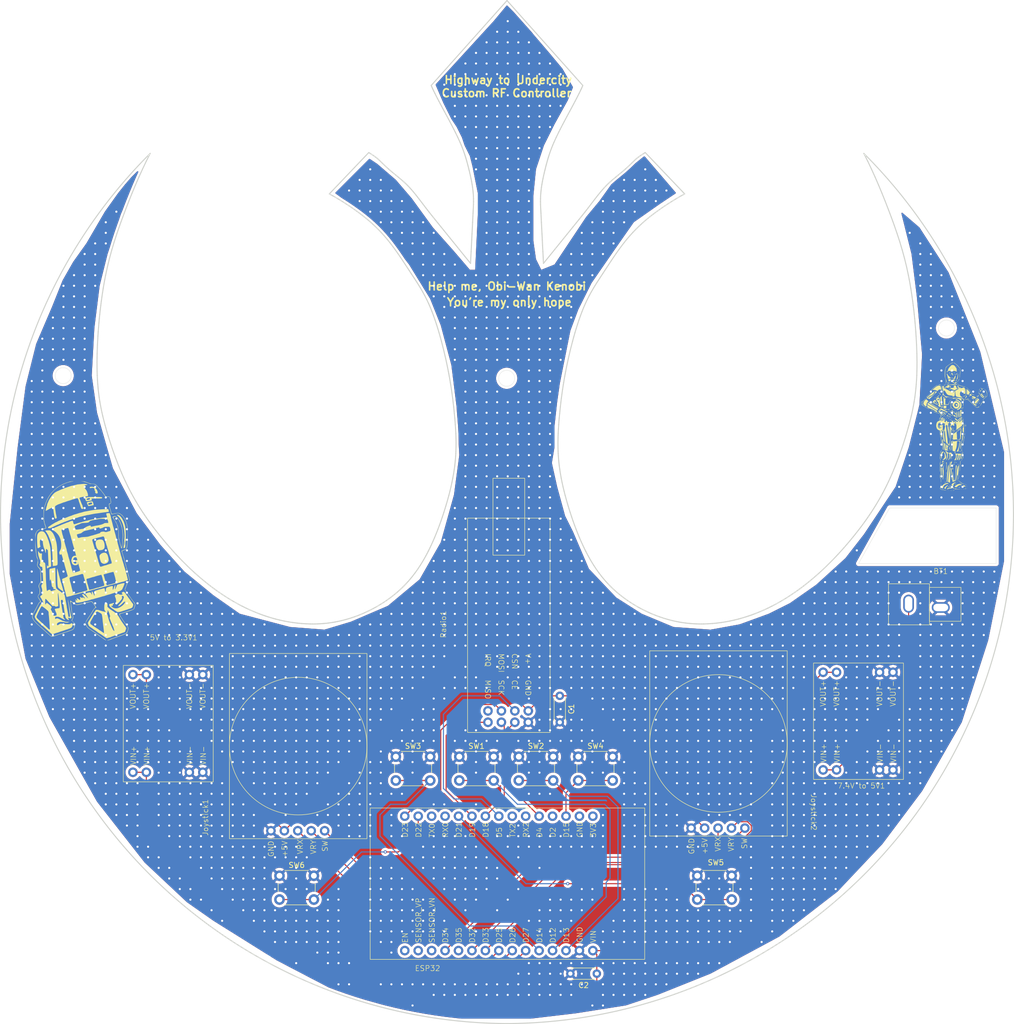
<source format=kicad_pcb>
(kicad_pcb (version 20241229) (generator "pcbnew") (generator_version "9.0")
  (layers (0 "F.Cu" signal) (2 "B.Cu" signal) (13 "F.Paste" user) (15 "B.Paste" user) (5 "F.SilkS" user "F.Silkscreen") (7 "B.SilkS" user "B.Silkscreen") (1 "F.Mask" user) (3 "B.Mask" user) (25 "Edge.Cuts" user))
  (net 0 "")
  (net 1 "Net-(BT1-+)")
  (net 2 "GND")
  (net 3 "+3.3V")
  (net 4 "+5V")
  (net 5 "/CSN")
  (net 6 "/MOSI")
  (net 7 "/SCK")
  (net 8 "/CE")
  (net 9 "/MISO")
  (net 12 "Net-(ESP32-GPIO33)")
  (net 14 "Net-(ESP32-GPIO32)")
  (net 16 "Net-(ESP32-GPIO14)")
  (net 18 "Net-(ESP32-GPIO27)")
  (net 19 "Net-(ESP32-GPIO12)")
  (net 22 "Net-(ESP32-GPIO13)")
  (net 23 "Net-(ESP32-GPIO15)")
  (net 26 "Net-(ESP32-GPIO25)")
  (net 27 "Net-(ESP32-GPIO21)")
  (net 28 "Net-(ESP32-GPIO22)")
  (net 29 "Net-(ESP32-GPIO26)")
  (net 32 "Net-(ESP32-GPIO34)")
  (footprint "Button_Switch_THT:SW_PUSH_6mm" (layer "F.Cu") (at 161.5 145)
    (property "Reference" "SW4")
    (property "Value" "SW_Push")
  )
  (footprint "RF_Controller:MP1584_Module" (layer "F.Cu") (at 70.474 138.756 90)
    (property "Reference" "5V to 3.3V1")
    (property "Value" "~")
  )
  (footprint "RF_Controller:KY-023_Module" (layer "F.Cu") (at 108.54 166.1 180)
    (property "Reference" "Joystick1")
    (property "Value" "~")
  )
  (footprint "RF_Controller:ESP32_DevKitC_30" (layer "F.Cu") (at 115.15 169.25 90)
    (property "Reference" "ESP32")
    (property "Value" "~")
  )
  (footprint "Capacitor_THT:C_Disc_D4.3mm_W1.9mm_P5.00mm" (layer "F.Cu") (at 165 186 180)
    (property "Reference" "C2")
    (property "Value" "0.1 uF")
  )
  (footprint "LOGO" (layer "F.Cu") (at 231.5 82.5)
    (property "Reference" "G***")
    (property "Value" "LOGO" (hide yes))
  )
  (footprint "RF_Controller:NRF24L01_PA_LNA" (layer "F.Cu") (at 168.665 114.925 -90)
    (property "Reference" "Radio1")
    (property "Value" "~")
  )
  (footprint "Capacitor_THT:C_Disc_D4.3mm_W1.9mm_P5.00mm" (layer "F.Cu") (at 158 133.5 -90)
    (property "Reference" "C1")
    (property "Value" "10 uF")
  )
  (footprint "RF_Controller:MP1584_Module" (layer "F.Cu") (at 200.974 138.306 90)
    (property "Reference" "7.4V to 5V1")
    (property "Value" "~")
  )
  (footprint "Button_Switch_THT:SW_PUSH_6mm" (layer "F.Cu") (at 184 167.5)
    (property "Reference" "SW5")
    (property "Value" "SW_Push")
  )
  (footprint "RF_Controller:KY-023_Module" (layer "F.Cu") (at 188 165.6 180)
    (property "Reference" "Joystick2")
    (property "Value" "~")
  )
  (footprint "Button_Switch_THT:SW_PUSH_6mm" (layer "F.Cu") (at 139 145)
    (property "Reference" "SW1")
    (property "Value" "SW_Push")
  )
  (footprint "Button_Switch_THT:SW_PUSH_6mm" (layer "F.Cu") (at 150.25 145)
    (property "Reference" "SW2")
    (property "Value" "SW_Push")
  )
  (footprint "LOGO" (layer "F.Cu") (at 68 108)
    (property "Reference" "G***")
    (property "Value" "LOGO" (hide yes))
  )
  (footprint "Button_Switch_THT:SW_PUSH_6mm" (layer "F.Cu") (at 127 145)
    (property "Reference" "SW3")
    (property "Value" "SW_Push")
  )
  (footprint "Button_Switch_THT:SW_PUSH_6mm" (layer "F.Cu") (at 105 167.5)
    (property "Reference" "SW6")
    (property "Value" "SW_Push")
  )
  (footprint "RF_Controller:Deans_Connector" (layer "F.Cu") (at 227.525 125.4625 180)
    (property "Reference" "BT1")
    (property "Value" "7.4V")
  )
  (gr_line (start 88.349036 109.695651) (end 88.967133 110.263166) (stroke (width 0.2)) (layer "Edge.Cuts"))
  (gr_line (start 161.897875 61.710625) (end 162.19148 60.927187) (stroke (width 0.2)) (layer "Edge.Cuts"))
  (gr_line (start 162.217495 42.762593) (end 161.938089 43.110833) (stroke (width 0.2)) (layer "Edge.Cuts"))
  (gr_line (start 155.247645 33.912885) (end 155.314307 33.646841) (stroke (width 0.2)) (layer "Edge.Cuts"))
  (gr_line (start 71.111295 60.588172) (end 71.064845 61.00164) (stroke (width 0.2)) (layer "Edge.Cuts"))
  (gr_line (start 158.435126 93.20234) (end 158.269556 92.375294) (stroke (width 0.2)) (layer "Edge.Cuts"))
  (gr_line (start 123.868025 32.297753) (end 124.030191 32.451963) (stroke (width 0.2)) (layer "Edge.Cuts"))
  (gr_line (start 224.071639 54.855966) (end 224.219343 55.666601) (stroke (width 0.2)) (layer "Edge.Cuts"))
  (gr_line (start 100.21916 117.61801) (end 101.004808 117.934481) (stroke (width 0.2)) (layer "Edge.Cuts"))
  (gr_line (start 138.203621 89.437373) (end 138.225236 89.225305) (stroke (width 0.2)) (layer "Edge.Cuts"))
  (gr_line (start 136.064245 45.540553) (end 136.62621 46.234531) (stroke (width 0.2)) (layer "Edge.Cuts"))
  (gr_line (start 138.299096 83.110957) (end 138.243854 82.271814) (stroke (width 0.2)) (layer "Edge.Cuts"))
  (gr_line (start 166.274087 53.493948) (end 166.509291 53.133982) (stroke (width 0.2)) (layer "Edge.Cuts"))
  (gr_line (start 161.657857 43.458418) (end 161.377107 43.805593) (stroke (width 0.2)) (layer "Edge.Cuts"))
  (gr_line (start 157.791031 89.013329) (end 157.754985 88.589656) (stroke (width 0.2)) (layer "Edge.Cuts"))
  (gr_line (start 71.17966 78.732917) (end 71.34321 79.554043) (stroke (width 0.2)) (layer "Edge.Cuts"))
  (gr_line (start 139.375141 29.458984) (end 139.160272 28.953853) (stroke (width 0.2)) (layer "Edge.Cuts"))
  (gr_line (start 70.800739 76.267007) (end 70.908287 77.089402) (stroke (width 0.2)) (layer "Edge.Cuts"))
  (gr_line (start 161.393806 102.8311) (end 161.085413 102.047524) (stroke (width 0.2)) (layer "Edge.Cuts"))
  (gr_line (start 130.245529 38.193948) (end 130.529851 38.536057) (stroke (width 0.2)) (layer "Edge.Cuts"))
  (gr_curve (pts (xy 223.567681 52.443568) (xy 223.690094 52.976315) (xy 223.805445 53.511326) (xy 223.913958 54.048529)) (stroke (width 0.2)) (layer "Edge.Cuts"))
  (gr_line (start 163.32042 41.357968) (end 163.047435 41.711304) (stroke (width 0.2)) (layer "Edge.Cuts"))
  (gr_line (start 134.931356 64.091189) (end 134.679986 63.29324) (stroke (width 0.2)) (layer "Edge.Cuts"))
  (gr_line (start 170.177439 47.849146) (end 170.443882 47.514748) (stroke (width 0.2)) (layer "Edge.Cuts"))
  (gr_line (start 133.795784 18.422625) (end 133.685653 18.169994) (stroke (width 0.2)) (layer "Edge.Cuts"))
  (gr_line (start 129.201355 37.043808) (end 129.356194 37.202652) (stroke (width 0.2)) (layer "Edge.Cuts"))
  (gr_line (start 225.519441 72.149277) (end 225.492922 72.973508) (stroke (width 0.2)) (layer "Edge.Cuts"))
  (gr_line (start 71.159578 60.174737) (end 71.111295 60.588172) (stroke (width 0.2)) (layer "Edge.Cuts"))
  (gr_line (start 141.680541 39.573612) (end 141.661424 39.024937) (stroke (width 0.2)) (layer "Edge.Cuts"))
  (gr_line (start 181.779698 119.744651) (end 181.360687 119.688552) (stroke (width 0.2)) (layer "Edge.Cuts"))
  (gr_line (start 186.014556 119.895566) (end 185.172292 119.923228) (stroke (width 0.2)) (layer "Edge.Cuts"))
  (gr_line (start 96.44372 115.751531) (end 97.17939 116.160934) (stroke (width 0.2)) (layer "Edge.Cuts"))
  (gr_line (start 160.634813 65.698237) (end 160.86487 64.892965) (stroke (width 0.2)) (layer "Edge.Cuts"))
  (gr_line (start 212.849731 104.209657) (end 212.308356 104.849641) (stroke (width 0.2)) (layer "Edge.Cuts"))
  (gr_line (start 164.639364 56.020169) (end 164.866522 55.656057) (stroke (width 0.2)) (layer "Edge.Cuts"))
  (gr_curve (pts (xy 73.757468 47.708793) (xy 73.594543 48.228552) (xy 73.437634 48.750239) (xy 73.287415 49.27407)) (stroke (width 0.2)) (layer "Edge.Cuts"))
  (gr_line (start 159.970799 98.877014) (end 159.718494 98.076367) (stroke (width 0.2)) (layer "Edge.Cuts"))
  (gr_line (start 112.347993 119.903722) (end 112.561035 119.893592) (stroke (width 0.2)) (layer "Edge.Cuts"))
  (gr_line (start 189.345507 119.522631) (end 188.518284 119.653822) (stroke (width 0.2)) (layer "Edge.Cuts"))
  (gr_line (start 132.840549 58.619338) (end 132.45757 57.866605) (stroke (width 0.2)) (layer "Edge.Cuts"))
  (gr_line (start 154.409442 41.787191) (end 154.395646 41.509462) (stroke (width 0.2)) (layer "Edge.Cuts"))
  (gr_line (start 137.166287 73.492855) (end 137.091682 73.076397) (stroke (width 0.2)) (layer "Edge.Cuts"))
  (gr_line (start 219.510289 40.016563) (end 220.102969 41.542525) (stroke (width 0.2)) (layer "Edge.Cuts"))
  (gr_line (start 136.037565 68.13269) (end 135.622288 66.506742) (stroke (width 0.2)) (layer "Edge.Cuts"))
  (gr_line (start 74.799117 44.610795) (end 74.263305 46.154989) (stroke (width 0.2)) (layer "Edge.Cuts"))
  (gr_line (start 134.098367 43.110833) (end 134.378599 43.458418) (stroke (width 0.2)) (layer "Edge.Cuts"))
  (gr_line (start 225.325039 75.444199) (end 225.235717 76.267007) (stroke (width 0.2)) (layer "Edge.Cuts"))
  (gr_line (start 75.521915 92.227357) (end 75.86959 92.983087) (stroke (width 0.2)) (layer "Edge.Cuts"))
  (gr_line (start 118.17255 40.922898) (end 117.441114 40.443194) (stroke (width 0.2)) (layer "Edge.Cuts"))
  (gr_line (start 72.870474 85.222945) (end 73.127313 86.017251) (stroke (width 0.2)) (layer "Edge.Cuts"))
  (gr_line (start 133.631637 105.155702) (end 133.984075 104.385532) (stroke (width 0.2)) (layer "Edge.Cuts"))
  (gr_line (start 79.379519 99.171228) (end 79.497868 99.346813) (stroke (width 0.2)) (layer "Edge.Cuts"))
  (gr_line (start 198.857066 116.160934) (end 198.11196 116.552789) (stroke (width 0.2)) (layer "Edge.Cuts"))
  (gr_line (start 138.156203 89.861464) (end 138.180593 89.649528) (stroke (width 0.2)) (layer "Edge.Cuts"))
  (gr_line (start 224.415381 80.784946) (end 224.315049 81.194028) (stroke (width 0.2)) (layer "Edge.Cuts"))
  (gr_line (start 136.175389 23.074711) (end 135.914765 22.590241) (stroke (width 0.2)) (layer "Edge.Cuts"))
  (gr_line (start 180.115856 119.474552) (end 179.295991 119.294351) (stroke (width 0.2)) (layer "Edge.Cuts"))
  (gr_line (start 71.209663 59.761799) (end 71.159578 60.174737) (stroke (width 0.2)) (layer "Edge.Cuts"))
  (gr_line (start 224.693246 79.554043) (end 224.604805 79.964456) (stroke (width 0.2)) (layer "Edge.Cuts"))
  (gr_line (start 167.153926 112.372547) (end 167.008419 112.217261) (stroke (width 0.2)) (layer "Edge.Cuts"))
  (gr_curve (pts (xy 161.377107 43.805593) (xy 161.283473 43.921277) (xy 161.189807 44.036935) (xy 161.096142 44.152596)) (stroke (width 0.2)) (layer "Edge.Cuts"))
  (gr_line (start 160.381799 22.105505) (end 160.640775 21.620186) (stroke (width 0.2)) (layer "Edge.Cuts"))
  (gr_line (start 129.044246 36.887151) (end 129.201355 37.043808) (stroke (width 0.2)) (layer "Edge.Cuts"))
  (gr_line (start 158.797799 73.909544) (end 158.870169 73.492855) (stroke (width 0.2)) (layer "Edge.Cuts"))
  (gr_line (start 175.548303 42.576822) (end 175.722741 42.443917) (stroke (width 0.2)) (layer "Edge.Cuts"))
  (gr_line (start 140.981935 34.712014) (end 140.918835 34.445452) (stroke (width 0.2)) (layer "Edge.Cuts"))
  (gr_line (start 183.688463 119.903722) (end 183.475421 119.893592) (stroke (width 0.2)) (layer "Edge.Cuts"))
  (gr_line (start 207.68742 109.695651) (end 207.069323 110.263166) (stroke (width 0.2)) (layer "Edge.Cuts"))
  (gr_line (start 93.243471 113.704191) (end 93.590524 113.947535) (stroke (width 0.2)) (layer "Edge.Cuts"))
  (gr_line (start 124.765323 46.534405) (end 124.189204 45.900992) (stroke (width 0.2)) (layer "Edge.Cuts"))
  (gr_line (start 167.30113 112.526639) (end 167.153926 112.372547) (stroke (width 0.2)) (layer "Edge.Cuts"))
  (gr_line (start 120.66187 42.710781) (end 120.488153 42.576822) (stroke (width 0.2)) (layer "Edge.Cuts"))
  (gr_line (start 133.90905 18.673641) (end 133.795784 18.422625) (stroke (width 0.2)) (layer "Edge.Cuts"))
  (gr_line (start 172.58423 31.924678) (end 172.499268 31.997133) (stroke (width 0.2)) (layer "Edge.Cuts"))
  (gr_line (start 130.470444 54.57183) (end 130.234383 54.212565) (stroke (width 0.2)) (layer "Edge.Cuts"))
  (gr_line (start 127.868486 50.624246) (end 127.382277 49.917247) (stroke (width 0.2)) (layer "Edge.Cuts"))
  (gr_line (start 155.314307 33.646841) (end 155.382198 33.380976) (stroke (width 0.2)) (layer "Edge.Cuts"))
  (gr_line (start 137.014938 72.660608) (end 136.93609 72.245542) (stroke (width 0.2)) (layer "Edge.Cuts"))
  (gr_line (start 137.625566 76.412727) (end 137.50555 75.577756) (stroke (width 0.2)) (layer "Edge.Cuts"))
  (gr_line (start 128.347485 51.337147) (end 127.868486 50.624246) (stroke (width 0.2)) (layer "Edge.Cuts"))
  (gr_line (start 121.115337 117.799943) (end 121.308943 117.712343) (stroke (width 0.2)) (layer "Edge.Cuts"))
  (gr_line (start 134.64265 102.8311) (end 134.951043 102.047524) (stroke (width 0.2)) (layer "Edge.Cuts"))
  (gr_line (start 112.881051 119.874837) (end 112.987627 119.867641) (stroke (width 0.2)) (layer "Edge.Cuts"))
  (gr_line (start 128.35993 112.906517) (end 128.435796 112.831216) (stroke (width 0.2)) (layer "Edge.Cuts"))
  (gr_curve (pts (xy 222.084799 88.37731) (xy 221.892377 88.897846) (xy 221.693637 89.415699) (xy 221.488075 89.930655)) (stroke (width 0.2)) (layer "Edge.Cuts"))
  (gr_line (start 155.908909 31.527442) (end 155.993493 31.264646) (stroke (width 0.2)) (layer "Edge.Cuts"))
  (gr_line (start 172.670504 31.853796) (end 172.58423 31.924678) (stroke (width 0.2)) (layer "Edge.Cuts"))
  (gr_line (start 133.984075 104.385532) (end 134.320678 103.610542) (stroke (width 0.2)) (layer "Edge.Cuts"))
  (gr_line (start 162.052381 104.385532) (end 161.715778 103.610542) (stroke (width 0.2)) (layer "Edge.Cuts"))
  (gr_line (start 138.281471 88.589656) (end 138.311787 88.166352) (stroke (width 0.2)) (layer "Edge.Cuts"))
  (gr_line (start 158.84828 46.928509) (end 158.286315 47.622488) (stroke (width 0.2)) (layer "Edge.Cuts"))
  (gr_line (start 172.332411 32.145718) (end 172.168431 32.297753) (stroke (width 0.2)) (layer "Edge.Cuts"))
  (gr_line (start 174.155135 30.844666) (end 181.607808 38.658034) (stroke (width 0.2)) (layer "Edge.Cuts"))
  (gr_line (start 128.392912 36.282574) (end 128.558748 36.430827) (stroke (width 0.2)) (layer "Edge.Cuts"))
  (gr_line (start 167.313683 36.580824) (end 167.151751 36.732836) (stroke (width 0.2)) (layer "Edge.Cuts"))
  (gr_line (start 159.100366 72.245542) (end 159.264255 71.417538) (stroke (width 0.2)) (layer "Edge.Cuts"))
  (gr_line (start 157.990783 90.705263) (end 157.932969 90.284139) (stroke (width 0.2)) (layer "Edge.Cuts"))
  (gr_line (start 155.747335 32.055379) (end 155.826848 31.791202) (stroke (width 0.2)) (layer "Edge.Cuts"))
  (gr_line (start 135.914765 22.590241) (end 135.654657 22.105505) (stroke (width 0.2)) (layer "Edge.Cuts"))
  (gr_line (start 125.325595 33.687945) (end 125.491503 33.837668) (stroke (width 0.2)) (layer "Edge.Cuts"))
  (gr_line (start 102.002252 118.301465) (end 102.102948 118.336368) (stroke (width 0.2)) (layer "Edge.Cuts"))
  (gr_line (start 167.905927 113.129852) (end 167.752693 112.981389) (stroke (width 0.2)) (layer "Edge.Cuts"))
  (gr_line (start 138.370866 84.791738) (end 138.342024 83.950894) (stroke (width 0.2)) (layer "Edge.Cuts"))
  (gr_line (start 133.818961 42.762593) (end 134.098367 43.110833) (stroke (width 0.2)) (layer "Edge.Cuts"))
  (gr_line (start 224.721139 58.937683) (end 224.77489 59.349445) (stroke (width 0.2)) (layer "Edge.Cuts"))
  (gr_line (start 134.416248 62.49954) (end 134.138581 61.710625) (stroke (width 0.2)) (layer "Edge.Cuts"))
  (gr_line (start 136.44054 97.674955) (end 136.560719 97.272813) (stroke (width 0.2)) (layer "Edge.Cuts"))
  (gr_line (start 141.234174 49.564321) (end 141.290295 48.453302) (stroke (width 0.2)) (layer "Edge.Cuts"))
  (gr_line (start 158.286315 47.622488) (end 157.162384 49.010444) (stroke (width 0.2)) (layer "Edge.Cuts"))
  (gr_line (start 156.080657 31.003006) (end 156.263043 30.483333) (stroke (width 0.2)) (layer "Edge.Cuts"))
  (gr_line (start 123.009199 31.584245) (end 123.189652 31.716532) (stroke (width 0.2)) (layer "Edge.Cuts"))
  (gr_line (start 159.475737 97.272813) (end 159.243083 96.466185) (stroke (width 0.2)) (layer "Edge.Cuts"))
  (gr_line (start 172.415398 32.070896) (end 172.332411 32.145718) (stroke (width 0.2)) (layer "Edge.Cuts"))
  (gr_line (start 182.20073 119.793179) (end 181.779698 119.744651) (stroke (width 0.2)) (layer "Edge.Cuts"))
  (gr_line (start 157.680493 87.320804) (end 157.656978 86.476588) (stroke (width 0.2)) (layer "Edge.Cuts"))
  (gr_line (start 75.643609 42.307577) (end 75.357812 43.073938) (stroke (width 0.2)) (layer "Edge.Cuts"))
  (gr_line (start 129.056968 52.413877) (end 128.821322 52.054273) (stroke (width 0.2)) (layer "Edge.Cuts"))
  (gr_line (start 77.137367 38.49654) (end 76.526167 40.016563) (stroke (width 0.2)) (layer "Edge.Cuts"))
  (gr_line (start 78.423016 35.476771) (end 77.768913 36.98304) (stroke (width 0.2)) (layer "Edge.Cuts"))
  (gr_line (start 137.750141 47.622488) (end 138.874072 49.010444) (stroke (width 0.2)) (layer "Edge.Cuts"))
  (gr_line (start 127.027695 35.133663) (end 127.372695 35.417331) (stroke (width 0.2)) (layer "Edge.Cuts"))
  (gr_line (start 137.83984 78.084328) (end 137.736883 77.248258) (stroke (width 0.2)) (layer "Edge.Cuts"))
  (gr_line (start 169.502422 114.523146) (end 169.174016 114.257453) (stroke (width 0.2)) (layer "Edge.Cuts"))
  (gr_line (start 138.178125 81.433345) (end 138.141916 81.014327) (stroke (width 0.2)) (layer "Edge.Cuts"))
  (gr_line (start 219.432241 94.477868) (end 219.043912 95.216334) (stroke (width 0.2)) (layer "Edge.Cuts"))
  (gr_line (start 130.939072 55.293219) (end 130.822578 55.112329) (stroke (width 0.2)) (layer "Edge.Cuts"))
  (gr_line (start 203.309741 113.332068) (end 203.137995 113.457049) (stroke (width 0.2)) (layer "Edge.Cuts"))
  (gr_line (start 128.130529 113.129852) (end 128.283763 112.981389) (stroke (width 0.2)) (layer "Edge.Cuts"))
  (gr_line (start 154.437501 42.3427) (end 154.423471 42.064945) (stroke (width 0.2)) (layer "Edge.Cuts"))
  (gr_line (start 202.445932 113.947535) (end 201.745592 114.42263) (stroke (width 0.2)) (layer "Edge.Cuts"))
  (gr_line (start 161.35647 63.29324) (end 161.620208 62.49954) (stroke (width 0.2)) (layer "Edge.Cuts"))
  (gr_line (start 167.151751 36.732836) (end 166.99221 36.887151) (stroke (width 0.2)) (layer "Edge.Cuts"))
  (gr_line (start 157.932969 90.284139) (end 157.905963 90.072999) (stroke (width 0.2)) (layer "Edge.Cuts"))
  (gr_line (start 225.396956 74.620997) (end 225.325039 75.444199) (stroke (width 0.2)) (layer "Edge.Cuts"))
  (gr_line (start 132.045353 108.156308) (end 132.25973 107.791818) (stroke (width 0.2)) (layer "Edge.Cuts"))
  (gr_line (start 173.027257 31.584245) (end 172.846804 31.716532) (stroke (width 0.2)) (layer "Edge.Cuts"))
  (gr_line (start 132.989021 41.711304) (end 133.263934 42.063109) (stroke (width 0.2)) (layer "Edge.Cuts"))
  (gr_line (start 203.395427 113.269227) (end 203.309741 113.332068) (stroke (width 0.2)) (layer "Edge.Cuts"))
  (gr_line (start 138.383906 85.6336) (end 138.370866 84.791738) (stroke (width 0.2)) (layer "Edge.Cuts"))
  (gr_line (start 138.311787 88.166352) (end 138.336555 87.743406) (stroke (width 0.2)) (layer "Edge.Cuts"))
  (gr_line (start 91.543242 112.435252) (end 91.877686 112.695022) (stroke (width 0.2)) (layer "Edge.Cuts"))
  (gr_line (start 121.502092 117.623036) (end 121.694784 117.532017) (stroke (width 0.2)) (layer "Edge.Cuts"))
  (gr_line (start 157.880253 89.861464) (end 157.855863 89.649528) (stroke (width 0.2)) (layer "Edge.Cuts"))
  (gr_line (start 129.356194 37.202652) (end 129.659668 37.526314) (stroke (width 0.2)) (layer "Edge.Cuts"))
  (gr_line (start 138.180593 89.649528) (end 138.192283 89.543441) (stroke (width 0.2)) (layer "Edge.Cuts"))
  (gr_line (start 134.025038 18.923255) (end 133.90905 18.673641) (stroke (width 0.2)) (layer "Edge.Cuts"))
  (gr_line (start 173.397142 31.330436) (end 173.210959 31.455854) (stroke (width 0.2)) (layer "Edge.Cuts"))
  (gr_line (start 154.493621 43.453718) (end 154.465561 42.898209) (stroke (width 0.2)) (layer "Edge.Cuts"))
  (gr_line (start 140.209608 31.791202) (end 140.1689 31.659251) (stroke (width 0.2)) (layer "Edge.Cuts"))
  (gr_line (start 111.286809 119.926645) (end 111.710488 119.922943) (stroke (width 0.2)) (layer "Edge.Cuts"))
  (gr_line (start 136.62621 46.234531) (end 137.188176 46.928509) (stroke (width 0.2)) (layer "Edge.Cuts"))
  (gr_line (start 221.237339 44.610795) (end 221.773151 46.154989) (stroke (width 0.2)) (layer "Edge.Cuts"))
  (gr_line (start 108.349014 119.760108) (end 109.183556 119.84092) (stroke (width 0.2)) (layer "Edge.Cuts"))
  (gr_line (start 167.60066 112.831216) (end 167.525136 112.755526) (stroke (width 0.2)) (layer "Edge.Cuts"))
  (gr_line (start 173.06059 44.684173) (end 173.697763 44.100729) (stroke (width 0.2)) (layer "Edge.Cuts"))
  (gr_line (start 169.149667 49.217841) (end 169.65662 48.527819) (stroke (width 0.2)) (layer "Edge.Cuts"))
  (gr_line (start 88.967133 110.263166) (end 89.595254 110.821213) (stroke (width 0.2)) (layer "Edge.Cuts"))
  (gr_line (start 127.976102 113.276617) (end 128.130529 113.129852) (stroke (width 0.2)) (layer "Edge.Cuts"))
  (gr_line (start 161.938089 43.110833) (end 161.657857 43.458418) (stroke (width 0.2)) (layer "Edge.Cuts"))
  (gr_line (start 180.943706 119.624848) (end 180.528766 119.553501) (stroke (width 0.2)) (layer "Edge.Cuts"))
  (gr_line (start 174.354614 43.533392) (end 174.690132 43.255527) (stroke (width 0.2)) (layer "Edge.Cuts"))
  (gr_line (start 157.812178 26.967585) (end 158.060102 26.477252) (stroke (width 0.2)) (layer "Edge.Cuts"))
  (gr_line (start 115.195658 39.08291) (end 114.428648 38.658034) (stroke (width 0.2)) (layer "Edge.Cuts"))
  (gr_line (start 136.772201 71.417538) (end 136.600274 70.592295) (stroke (width 0.2)) (layer "Edge.Cuts"))
  (gr_line (start 215.485211 31.011165) (end 216.226074 32.489615) (stroke (width 0.2)) (layer "Edge.Cuts"))
  (gr_line (start 167.979659 35.990349) (end 167.643544 36.282574) (stroke (width 0.2)) (layer "Edge.Cuts"))
  (gr_line (start 170.039585 34.277674) (end 169.697891 34.565279) (stroke (width 0.2)) (layer "Edge.Cuts"))
  (gr_line (start 166.080676 37.857068) (end 165.790927 38.193948) (stroke (width 0.2)) (layer "Edge.Cuts"))
  (gr_line (start 163.195907 58.619338) (end 163.578886 57.866605) (stroke (width 0.2)) (layer "Edge.Cuts"))
  (gr_line (start 157.905963 90.072999) (end 157.880253 89.861464) (stroke (width 0.2)) (layer "Edge.Cuts"))
  (gr_line (start 137.915451 91.543067) (end 138.045673 90.705263) (stroke (width 0.2)) (layer "Edge.Cuts"))
  (gr_line (start 186.8529 119.84092) (end 186.014556 119.895566) (stroke (width 0.2)) (layer "Edge.Cuts"))
  (gr_line (start 141.625368 38.478723) (end 141.600724 38.206576) (stroke (width 0.2)) (layer "Edge.Cuts"))
  (gr_line (start 118.357156 118.847661) (end 119.154319 118.582435) (stroke (width 0.2)) (layer "Edge.Cuts"))
  (gr_line (start 136.317962 98.076367) (end 136.44054 97.674955) (stroke (width 0.2)) (layer "Edge.Cuts"))
  (gr_line (start 84.833399 106.108311) (end 85.397843 106.726505) (stroke (width 0.2)) (layer "Edge.Cuts"))
  (gr_line (start 79.497868 99.346813) (end 79.617027 99.522025) (stroke (width 0.2)) (layer "Edge.Cuts"))
  (gr_line (start 154.577801 45.120246) (end 154.521681 44.009228) (stroke (width 0.2)) (layer "Edge.Cuts"))
  (gr_line (start 165.226796 38.882511) (end 164.95056 39.232406) (stroke (width 0.2)) (layer "Edge.Cuts"))
  (gr_line (start 223.995533 82.413406) (end 223.883725 82.817614) (stroke (width 0.2)) (layer "Edge.Cuts"))
  (gr_line (start 126.338565 34.565279) (end 126.682572 34.850112) (stroke (width 0.2)) (layer "Edge.Cuts"))
  (gr_line (start 216.179133 99.870725) (end 215.936327 100.217053) (stroke (width 0.2)) (layer "Edge.Cuts"))
  (gr_line (start 141.323298 36.316789) (end 141.217739 35.780669) (stroke (width 0.2)) (layer "Edge.Cuts"))
  (gr_line (start 220.102969 41.542525) (end 220.392847 42.307577) (stroke (width 0.2)) (layer "Edge.Cuts"))
  (gr_line (start 120.834606 42.84564) (end 120.66187 42.710781) (stroke (width 0.2)) (layer "Edge.Cuts"))
  (gr_line (start 188.518284 119.653822) (end 187.687442 119.760108) (stroke (width 0.2)) (layer "Edge.Cuts"))
  (gr_line (start 125.859017 47.849146) (end 125.592574 47.514748) (stroke (width 0.2)) (layer "Edge.Cuts"))
  (gr_line (start 166.038324 53.853456) (end 166.156296 53.673776) (stroke (width 0.2)) (layer "Edge.Cuts"))
  (gr_line (start 174.690132 43.255527) (end 175.03018 42.981371) (stroke (width 0.2)) (layer "Edge.Cuts"))
  (gr_line (start 157.656978 86.476588) (end 157.65255 85.6336) (stroke (width 0.2)) (layer "Edge.Cuts"))
  (gr_line (start 162.345048 60.537791) (end 162.503642 60.150123) (stroke (width 0.2)) (layer "Edge.Cuts"))
  (gr_line (start 87.740635 109.118978) (end 88.349036 109.695651) (stroke (width 0.2)) (layer "Edge.Cuts"))
  (gr_line (start 101.601186 118.158555) (end 101.801367 118.230664) (stroke (width 0.2)) (layer "Edge.Cuts"))
  (gr_line (start 166.835101 37.043808) (end 166.680262 37.202652) (stroke (width 0.2)) (layer "Edge.Cuts"))
  (gr_line (start 122.012676 43.81509) (end 121.681842 43.533392) (stroke (width 0.2)) (layer "Edge.Cuts"))
  (gr_line (start 128.435796 112.831216) (end 128.51132 112.755526) (stroke (width 0.2)) (layer "Edge.Cuts"))
  (gr_line (start 70.543534 72.973508) (end 70.583937 73.797424) (stroke (width 0.2)) (layer "Edge.Cuts"))
  (gr_line (start 211.75955 105.482607) (end 211.203057 106.108311) (stroke (width 0.2)) (layer "Edge.Cuts"))
  (gr_line (start 217.349431 98.110245) (end 217.121982 98.465343) (stroke (width 0.2)) (layer "Edge.Cuts"))
  (gr_line (start 125.160986 33.536665) (end 125.325595 33.687945) (stroke (width 0.2)) (layer "Edge.Cuts"))
  (gr_line (start 225.100148 62.241799) (end 225.176978 63.068371) (stroke (width 0.2)) (layer "Edge.Cuts"))
  (gr_line (start 78.242425 97.395677) (end 78.462999 97.753694) (stroke (width 0.2)) (layer "Edge.Cuts"))
  (gr_line (start 193.02465 118.633795) (end 192.619312 118.756339) (stroke (width 0.2)) (layer "Edge.Cuts"))
  (gr_line (start 106.690949 119.522631) (end 107.518172 119.653822) (stroke (width 0.2)) (layer "Edge.Cuts"))
  (gr_curve (pts (xy 135.502279 44.846574) (xy 135.689599 45.077902) (xy 135.876922 45.309227) (xy 136.064245 45.540553)) (stroke (width 0.2)) (layer "Edge.Cuts"))
  (gr_line (start 141.645575 38.751513) (end 141.625368 38.478723) (stroke (width 0.2)) (layer "Edge.Cuts"))
  (gr_line (start 158.196616 78.084328) (end 158.299573 77.248258) (stroke (width 0.2)) (layer "Edge.Cuts"))
  (gr_line (start 164.866522 55.656057) (end 164.981537 55.474494) (stroke (width 0.2)) (layer "Edge.Cuts"))
  (gr_line (start 157.694432 83.950894) (end 157.73736 83.110957) (stroke (width 0.2)) (layer "Edge.Cuts"))
  (gr_line (start 122.262 31.085534) (end 122.4513 31.207215) (stroke (width 0.2)) (layer "Edge.Cuts"))
  (gr_line (start 131.359574 39.584766) (end 131.631741 39.93858) (stroke (width 0.2)) (layer "Edge.Cuts"))
  (gr_curve (pts (xy 221.488075 89.930655) (xy 221.282512 90.44561) (xy 221.070127 90.957668) (xy 220.8502 91.466524)) (stroke (width 0.2)) (layer "Edge.Cuts"))
  (gr_line (start 171.362894 33.075146) (end 171.038906 33.383978) (stroke (width 0.2)) (layer "Edge.Cuts"))
  (gr_line (start 135.622288 66.506742) (end 135.401643 65.698237) (stroke (width 0.2)) (layer "Edge.Cuts"))
  (gr_line (start 128.735326 112.526639) (end 128.88253 112.372547) (stroke (width 0.2)) (layer "Edge.Cuts"))
  (gr_line (start 129.314001 111.903136) (end 129.5933 111.584321) (stroke (width 0.2)) (layer "Edge.Cuts"))
  (gr_line (start 224.925161 60.588172) (end 224.971611 61.00164) (stroke (width 0.2)) (layer "Edge.Cuts"))
  (gr_line (start 113.41268 119.834168) (end 113.835726 119.793179) (stroke (width 0.2)) (layer "Edge.Cuts"))
  (gr_line (start 137.736883 77.248258) (end 137.625566 76.412727) (stroke (width 0.2)) (layer "Edge.Cuts"))
  (gr_line (start 132.25973 107.791818) (end 132.469214 107.423885) (stroke (width 0.2)) (layer "Edge.Cuts"))
  (gr_line (start 141.653685 41.231866) (end 141.674118 40.677447) (stroke (width 0.2)) (layer "Edge.Cuts"))
  (gr_line (start 159.243083 96.466185) (end 159.021584 95.656162) (stroke (width 0.2)) (layer "Edge.Cuts"))
  (gr_line (start 159.972211 45.540553) (end 159.410246 46.234531) (stroke (width 0.2)) (layer "Edge.Cuts"))
  (gr_line (start 158.944774 73.076397) (end 159.021518 72.660608) (stroke (width 0.2)) (layer "Edge.Cuts"))
  (gr_line (start 194.235089 118.230664) (end 194.034204 118.301465) (stroke (width 0.2)) (layer "Edge.Cuts"))
  (gr_line (start 130.132289 110.932896) (end 130.645876 110.2636) (stroke (width 0.2)) (layer "Edge.Cuts"))
  (gr_line (start 77.768913 36.98304) (end 77.137367 38.49654) (stroke (width 0.2)) (layer "Edge.Cuts"))
  (gr_line (start 137.238657 73.909544) (end 137.166287 73.492855) (stroke (width 0.2)) (layer "Edge.Cuts"))
  (gr_line (start 157.932658 80.595431) (end 157.972445 80.176643) (stroke (width 0.2)) (layer "Edge.Cuts"))
  (gr_line (start 114.675769 119.688552) (end 115.09275 119.624848) (stroke (width 0.2)) (layer "Edge.Cuts"))
  (gr_line (start 160.505796 100.469059) (end 160.233046 99.674635) (stroke (width 0.2)) (layer "Edge.Cuts"))
  (gr_line (start 138.243854 82.271814) (end 138.178125 81.433345) (stroke (width 0.2)) (layer "Edge.Cuts"))
  (gr_line (start 220.514541 92.227357) (end 220.166866 92.983087) (stroke (width 0.2)) (layer "Edge.Cuts"))
  (gr_line (start 154.746161 48.453302) (end 154.690041 47.342283) (stroke (width 0.2)) (layer "Edge.Cuts"))
  (gr_line (start 126.534034 114.523146) (end 126.86244 114.257453) (stroke (width 0.2)) (layer "Edge.Cuts"))
  (gr_line (start 172.443684 45.284204) (end 173.06059 44.684173) (stroke (width 0.2)) (layer "Edge.Cuts"))
  (gr_line (start 157.89454 81.014327) (end 157.932658 80.595431) (stroke (width 0.2)) (layer "Edge.Cuts"))
  (gr_line (start 183.901233 119.911977) (end 183.688463 119.903722) (stroke (width 0.2)) (layer "Edge.Cuts"))
  (gr_line (start 223.165982 85.222945) (end 222.909143 86.017251) (stroke (width 0.2)) (layer "Edge.Cuts"))
  (gr_line (start 166.744311 52.773865) (end 166.979488 52.413877) (stroke (width 0.2)) (layer "Edge.Cuts"))
  (gr_line (start 154.932968 35.245811) (end 155.054521 34.712014) (stroke (width 0.2)) (layer "Edge.Cuts"))
  (gr_line (start 168.53071 113.70684) (end 168.215966 113.421695) (stroke (width 0.2)) (layer "Edge.Cuts"))
  (gr_line (start 92.641029 113.269227) (end 92.726715 113.332068) (stroke (width 0.2)) (layer "Edge.Cuts"))
  (gr_line (start 157.855863 89.649528) (end 157.844173 89.543441) (stroke (width 0.2)) (layer "Edge.Cuts"))
  (gr_line (start 123.189652 31.716532) (end 123.278383 31.784467) (stroke (width 0.2)) (layer "Edge.Cuts"))
  (gr_line (start 203.480985 113.206156) (end 203.395427 113.269227) (stroke (width 0.2)) (layer "Edge.Cuts"))
  (gr_line (start 138.874072 49.010444) (end 139.998003 50.398401) (stroke (width 0.2)) (layer "Edge.Cuts"))
  (gr_line (start 158.121005 91.543067) (end 157.990783 90.705263) (stroke (width 0.2)) (layer "Edge.Cuts"))
  (gr_line (start 133.11861 106.205992) (end 133.166686 106.110987) (stroke (width 0.2)) (layer "Edge.Cuts"))
  (gr_line (start 123.365952 31.853796) (end 123.452226 31.924678) (stroke (width 0.2)) (layer "Edge.Cuts"))
  (gr_line (start 199.592736 115.751531) (end 198.857066 116.160934) (stroke (width 0.2)) (layer "Edge.Cuts"))
  (gr_line (start 168.215966 113.421695) (end 168.060354 113.276617) (stroke (width 0.2)) (layer "Edge.Cuts"))
  (gr_line (start 164.95056 39.232406) (end 164.676882 39.584766) (stroke (width 0.2)) (layer "Edge.Cuts"))
  (gr_line (start 173.390238 117.053725) (end 173.016652 116.852359) (stroke (width 0.2)) (layer "Edge.Cuts"))
  (gr_line (start 128.884705 36.732836) (end 129.044246 36.887151) (stroke (width 0.2)) (layer "Edge.Cuts"))
  (gr_line (start 133.685653 18.169994) (end 148.018228 2.118383) (stroke (width 0.2)) (layer "Edge.Cuts"))
  (gr_line (start 125.996871 34.277674) (end 126.338565 34.565279) (stroke (width 0.2)) (layer "Edge.Cuts"))
  (gr_line (start 165.790927 38.193948) (end 165.506605 38.536057) (stroke (width 0.2)) (layer "Edge.Cuts"))
  (gr_line (start 138.355963 87.320804) (end 138.379478 86.476588) (stroke (width 0.2)) (layer "Edge.Cuts"))
  (gr_line (start 105.867277 119.366993) (end 106.690949 119.522631) (stroke (width 0.2)) (layer "Edge.Cuts"))
  (gr_line (start 101.401703 118.085148) (end 101.601186 118.158555) (stroke (width 0.2)) (layer "Edge.Cuts"))
  (gr_line (start 136.420509 69.769745) (end 136.037565 68.13269) (stroke (width 0.2)) (layer "Edge.Cuts"))
  (gr_line (start 180.083514 39.522778) (end 180.840798 39.08291) (stroke (width 0.2)) (layer "Edge.Cuts"))
  (gr_line (start 154.395646 41.509462) (end 154.382771 41.231866) (stroke (width 0.2)) (layer "Edge.Cuts"))
  (gr_line (start 182.623776 119.834168) (end 182.20073 119.793179) (stroke (width 0.2)) (layer "Edge.Cuts"))
  (gr_line (start 113.200404 119.851843) (end 113.41268 119.834168) (stroke (width 0.2)) (layer "Edge.Cuts"))
  (gr_line (start 130.645876 110.2636) (end 131.135096 109.577159) (stroke (width 0.2)) (layer "Edge.Cuts"))
  (gr_line (start 177.6793 118.847661) (end 176.882137 118.582435) (stroke (width 0.2)) (layer "Edge.Cuts"))
  (gr_line (start 132.874307 106.678256) (end 133.070276 106.300815) (stroke (width 0.2)) (layer "Edge.Cuts"))
  (gr_line (start 154.633921 46.231265) (end 154.577801 45.120246) (stroke (width 0.2)) (layer "Edge.Cuts"))
  (gr_line (start 115.09275 119.624848) (end 115.50769 119.553501) (stroke (width 0.2)) (layer "Edge.Cuts"))
  (gr_line (start 138.336555 87.743406) (end 138.355963 87.320804) (stroke (width 0.2)) (layer "Edge.Cuts"))
  (gr_curve (pts (xy 210.638613 106.726505) (xy 210.259607 107.136075) (xy 209.875122 107.54047) (xy 209.484786 107.939337)) (stroke (width 0.2)) (layer "Edge.Cuts"))
  (gr_line (start 75.933487 41.542525) (end 75.643609 42.307577) (stroke (width 0.2)) (layer "Edge.Cuts"))
  (gr_line (start 126.886789 49.217841) (end 126.379836 48.527819) (stroke (width 0.2)) (layer "Edge.Cuts"))
  (gr_line (start 198.11196 116.552789) (end 197.357151 116.926603) (stroke (width 0.2)) (layer "Edge.Cuts"))
  (gr_line (start 175.722741 42.443917) (end 175.897854 42.312053) (stroke (width 0.2)) (layer "Edge.Cuts"))
  (gr_curve (pts (xy 169.353884 34.850112) (xy 169.238963 34.944762) (xy 169.123854 35.039201) (xy 169.008761 35.133663)) (stroke (width 0.2)) (layer "Edge.Cuts"))
  (gr_line (start 154.375032 39.024937) (end 154.390881 38.751513) (stroke (width 0.2)) (layer "Edge.Cuts"))
  (gr_line (start 165.506605 38.536057) (end 165.226796 38.882511) (stroke (width 0.2)) (layer "Edge.Cuts"))
  (gr_line (start 102.102948 118.336368) (end 102.203716 118.370903) (stroke (width 0.2)) (layer "Edge.Cuts"))
  (gr_line (start 173.585156 31.207215) (end 173.397142 31.330436) (stroke (width 0.2)) (layer "Edge.Cuts"))
  (gr_line (start 203.137995 113.457049) (end 202.965744 113.581092) (stroke (width 0.2)) (layer "Edge.Cuts"))
  (gr_curve (pts (xy 160.534177 44.846574) (xy 160.346857 45.077902) (xy 160.159534 45.309227) (xy 159.972211 45.540553)) (stroke (width 0.2)) (layer "Edge.Cuts"))
  (gr_line (start 118.895456 41.41575) (end 118.17255 40.922898) (stroke (width 0.2)) (layer "Edge.Cuts"))
  (gr_line (start 140.44111 32.584756) (end 140.36623 32.319906) (stroke (width 0.2)) (layer "Edge.Cuts"))
  (gr_line (start 206.441202 110.821213) (end 205.802718 111.36947) (stroke (width 0.2)) (layer "Edge.Cuts"))
  (gr_line (start 215.936327 100.217053) (end 215.691069 100.561066) (stroke (width 0.2)) (layer "Edge.Cuts"))
  (gr_line (start 157.66559 84.791738) (end 157.694432 83.950894) (stroke (width 0.2)) (layer "Edge.Cuts"))
  (gr_line (start 80.345387 100.561066) (end 80.593034 100.902821) (stroke (width 0.2)) (layer "Edge.Cuts"))
  (gr_line (start 163.362448 107.052652) (end 163.162149 106.678256) (stroke (width 0.2)) (layer "Edge.Cuts"))
  (gr_line (start 125.491503 33.837668) (end 125.658775 33.985756) (stroke (width 0.2)) (layer "Edge.Cuts"))
  (gr_line (start 131.135096 109.577159) (end 131.60114 108.874414) (stroke (width 0.2)) (layer "Edge.Cuts"))
  (gr_line (start 79.102385 33.978604) (end 78.423016 35.476771) (stroke (width 0.2)) (layer "Edge.Cuts"))
  (gr_line (start 97.924496 116.552789) (end 98.679305 116.926603) (stroke (width 0.2)) (layer "Edge.Cuts"))
  (gr_line (start 165.097384 55.293219) (end 165.213878 55.112329) (stroke (width 0.2)) (layer "Edge.Cuts"))
  (gr_line (start 193.83274 118.370903) (end 193.631042 118.438856) (stroke (width 0.2)) (layer "Edge.Cuts"))
  (gr_line (start 71.678913 56.480283) (end 71.549559 57.296802) (stroke (width 0.2)) (layer "Edge.Cuts"))
  (gr_line (start 125.177392 115.524667) (end 125.864151 115.03592) (stroke (width 0.2)) (layer "Edge.Cuts"))
  (gr_line (start 162.495753 42.413442) (end 162.217495 42.762593) (stroke (width 0.2)) (layer "Edge.Cuts"))
  (gr_line (start 125.82729 34.132355) (end 125.996871 34.277674) (stroke (width 0.2)) (layer "Edge.Cuts"))
  (gr_line (start 183.155405 119.874837) (end 183.048829 119.867641) (stroke (width 0.2)) (layer "Edge.Cuts"))
  (gr_line (start 131.60114 108.874414) (end 132.045353 108.156308) (stroke (width 0.2)) (layer "Edge.Cuts"))
  (gr_curve (pts (xy 141.570895 42.898209) (xy 141.580249 42.713039) (xy 141.589604 42.52787) (xy 141.598955 42.3427)) (stroke (width 0.2)) (layer "Edge.Cuts"))
  (gr_line (start 172.006265 32.451963) (end 171.845144 32.607425) (stroke (width 0.2)) (layer "Edge.Cuts"))
  (gr_line (start 160.89796 21.133944) (end 161.15268 20.646432) (stroke (width 0.2)) (layer "Edge.Cuts"))
  (gr_arc (start 148.018228 195.436602) (mid 59.463496 135.718113) (end 80.551242 31.01117) (stroke (width 0.2)) (layer "Edge.Cuts"))
  (gr_line (start 222.909143 86.017251) (end 222.643442 86.807794) (stroke (width 0.2)) (layer "Edge.Cuts"))
  (gr_line (start 137.724791 25.988548) (end 137.470565 25.501036) (stroke (width 0.2)) (layer "Edge.Cuts"))
  (gr_line (start 154.914522 51.786358) (end 154.858402 50.675339) (stroke (width 0.2)) (layer "Edge.Cuts"))
  (gr_line (start 141.346415 47.342283) (end 141.402535 46.231265) (stroke (width 0.2)) (layer "Edge.Cuts"))
  (gr_line (start 154.390881 38.751513) (end 154.411088 38.478723) (stroke (width 0.2)) (layer "Edge.Cuts"))
  (gr_line (start 155.45153 33.11532) (end 155.595346 32.584756) (stroke (width 0.2)) (layer "Edge.Cuts"))
  (gr_line (start 167.688971 51.337147) (end 168.16797 50.624246) (stroke (width 0.2)) (layer "Edge.Cuts"))
  (gr_line (start 128.821322 52.054273) (end 128.347485 51.337147) (stroke (width 0.2)) (layer "Edge.Cuts"))
  (gr_line (start 71.621075 80.784946) (end 71.721407 81.194028) (stroke (width 0.2)) (layer "Edge.Cuts"))
  (gr_line (start 154.858402 50.675339) (end 154.802282 49.564321) (stroke (width 0.2)) (layer "Edge.Cuts"))
  (gr_line (start 70.5 70.5) (end 70.502946 71.324764) (stroke (width 0.2)) (layer "Edge.Cuts"))
  (gr_line (start 120.313715 42.443917) (end 120.138602 42.312053) (stroke (width 0.2)) (layer "Edge.Cuts"))
  (gr_line (start 155.993493 31.264646) (end 156.080657 31.003006) (stroke (width 0.2)) (layer "Edge.Cuts"))
  (gr_line (start 158.565891 25.501036) (end 158.822259 25.014483) (stroke (width 0.2)) (layer "Edge.Cuts"))
  (gr_line (start 140.854405 34.179084) (end 140.788811 33.912885) (stroke (width 0.2)) (layer "Edge.Cuts"))
  (gr_line (start 72.122498 54.048529) (end 71.964817 54.855966) (stroke (width 0.2)) (layer "Edge.Cuts"))
  (gr_line (start 135.80341 99.674635) (end 136.065657 98.877014) (stroke (width 0.2)) (layer "Edge.Cuts"))
  (gr_line (start 134.951043 102.047524) (end 135.246776 101.260095) (stroke (width 0.2)) (layer "Edge.Cuts"))
  (gr_line (start 194.034204 118.301465) (end 193.933508 118.336368) (stroke (width 0.2)) (layer "Edge.Cuts"))
  (gr_line (start 166.979488 52.413877) (end 167.215134 52.054273) (stroke (width 0.2)) (layer "Edge.Cuts"))
  (gr_line (start 217.121982 98.465343) (end 216.891138 98.818999) (stroke (width 0.2)) (layer "Edge.Cuts"))
  (gr_line (start 154.534335 37.39372) (end 154.6178 36.854391) (stroke (width 0.2)) (layer "Edge.Cuts"))
  (gr_line (start 72.383141 83.623144) (end 72.622417 84.424909) (stroke (width 0.2)) (layer "Edge.Cuts"))
  (gr_line (start 138.192283 89.543441) (end 138.203621 89.437373) (stroke (width 0.2)) (layer "Edge.Cuts"))
  (gr_curve (pts (xy 134.659349 43.805593) (xy 134.752983 43.921277) (xy 134.846649 44.036935) (xy 134.940314 44.152596)) (stroke (width 0.2)) (layer "Edge.Cuts"))
  (gr_line (start 140.289121 32.055379) (end 140.209608 31.791202) (stroke (width 0.2)) (layer "Edge.Cuts"))
  (gr_line (start 119.154319 118.582435) (end 119.944171 118.289832) (stroke (width 0.2)) (layer "Edge.Cuts"))
  (gr_line (start 219.621081 94.106374) (end 219.432241 94.477868) (stroke (width 0.2)) (layer "Edge.Cuts"))
  (gr_line (start 171.271133 46.534405) (end 171.847252 45.900992) (stroke (width 0.2)) (layer "Edge.Cuts"))
  (gr_line (start 107.518172 119.653822) (end 108.349014 119.760108) (stroke (width 0.2)) (layer "Edge.Cuts"))
  (gr_line (start 159.021518 72.660608) (end 159.100366 72.245542) (stroke (width 0.2)) (layer "Edge.Cuts"))
  (gr_line (start 94.290864 114.42263) (end 94.999694 114.881939) (stroke (width 0.2)) (layer "Edge.Cuts"))
  (gr_line (start 154.355915 39.573612) (end 154.375032 39.024937) (stroke (width 0.2)) (layer "Edge.Cuts"))
  (gr_line (start 193.429127 118.505321) (end 193.02465 118.633795) (stroke (width 0.2)) (layer "Edge.Cuts"))
  (gr_curve (pts (xy 130.234383 54.212565) (xy 130.155624 54.09287) (xy 130.076833 53.9732) (xy 129.998132 53.853456)) (stroke (width 0.2)) (layer "Edge.Cuts"))
  (gr_line (start 216.774455 98.995291) (end 216.656937 99.171228) (stroke (width 0.2)) (layer "Edge.Cuts"))
  (gr_line (start 171.847252 45.900992) (end 172.443684 45.284204) (stroke (width 0.2)) (layer "Edge.Cuts"))
  (gr_line (start 156.038453 50.398401) (end 154.914522 51.786358) (stroke (width 0.2)) (layer "Edge.Cuts"))
  (gr_line (start 163.591989 41.003509) (end 163.32042 41.357968) (stroke (width 0.2)) (layer "Edge.Cuts"))
  (gr_line (start 224.512118 80.374771) (end 224.464239 80.579895) (stroke (width 0.2)) (layer "Edge.Cuts"))
  (gr_line (start 98.679305 116.926603) (end 99.444095 117.281859) (stroke (width 0.2)) (layer "Edge.Cuts"))
  (gr_line (start 173.767834 117.249383) (end 173.390238 117.053725) (stroke (width 0.2)) (layer "Edge.Cuts"))
  (gr_line (start 158.812331 94.842412) (end 158.616455 94.02459) (stroke (width 0.2)) (layer "Edge.Cuts"))
  (gr_line (start 161.893201 19.171721) (end 162.011418 18.923255) (stroke (width 0.2)) (layer "Edge.Cuts"))
  (gr_line (start 193.631042 118.438856) (end 193.429127 118.505321) (stroke (width 0.2)) (layer "Edge.Cuts"))
  (gr_line (start 184.749647 119.926645) (end 184.325968 119.922943) (stroke (width 0.2)) (layer "Edge.Cuts"))
  (gr_line (start 165.566012 54.57183) (end 165.802073 54.212565) (stroke (width 0.2)) (layer "Edge.Cuts"))
  (gr_curve (pts (xy 124.191312 32.607425) (xy 124.244912 32.659373) (xy 124.298438 32.711411) (xy 124.351966 32.763448)) (stroke (width 0.2)) (layer "Edge.Cuts"))
  (gr_line (start 171.038906 33.383978) (end 170.87547 33.536665) (stroke (width 0.2)) (layer "Edge.Cuts"))
  (gr_line (start 80.593034 100.902821) (end 81.09525 101.579796) (stroke (width 0.2)) (layer "Edge.Cuts"))
  (gr_line (start 81.09525 101.579796) (end 81.606262 102.248461) (stroke (width 0.2)) (layer "Edge.Cuts"))
  (gr_line (start 137.091682 73.076397) (end 137.014938 72.660608) (stroke (width 0.2)) (layer "Edge.Cuts"))
  (gr_line (start 176.092285 118.289832) (end 175.309693 117.970034) (stroke (width 0.2)) (layer "Edge.Cuts"))
  (gr_line (start 80.100129 100.217053) (end 80.345387 100.561066) (stroke (width 0.2)) (layer "Edge.Cuts"))
  (gr_line (start 154.802282 49.564321) (end 154.746161 48.453302) (stroke (width 0.2)) (layer "Edge.Cuts"))
  (gr_line (start 176.882137 118.582435) (end 176.092285 118.289832) (stroke (width 0.2)) (layer "Edge.Cuts"))
  (gr_line (start 136.600274 70.592295) (end 136.420509 69.769745) (stroke (width 0.2)) (layer "Edge.Cuts"))
  (gr_line (start 174.341672 117.532017) (end 174.245497 117.485864) (stroke (width 0.2)) (layer "Edge.Cuts"))
  (gr_line (start 155.054521 34.712014) (end 155.117621 34.445452) (stroke (width 0.2)) (layer "Edge.Cuts"))
  (gr_line (start 122.078313 117.345059) (end 122.268622 117.249383) (stroke (width 0.2)) (layer "Edge.Cuts"))
  (gr_line (start 201.036762 114.881939) (end 200.31922 115.325049) (stroke (width 0.2)) (layer "Edge.Cuts"))
  (gr_line (start 71.034561 77.911373) (end 71.17966 78.732917) (stroke (width 0.2)) (layer "Edge.Cuts"))
  (gr_line (start 70.581836 67.198819) (end 70.523566 68.849803) (stroke (width 0.2)) (layer "Edge.Cuts"))
  (gr_line (start 121.308943 117.712343) (end 121.502092 117.623036) (stroke (width 0.2)) (layer "Edge.Cuts"))
  (gr_line (start 130.80966 38.882511) (end 131.085896 39.232406) (stroke (width 0.2)) (layer "Edge.Cuts"))
  (gr_line (start 93.070712 113.581092) (end 93.243471 113.704191) (stroke (width 0.2)) (layer "Edge.Cuts"))
  (gr_line (start 166.443156 111.584321) (end 166.170428 111.260884) (stroke (width 0.2)) (layer "Edge.Cuts"))
  (gr_line (start 158.269556 92.375294) (end 158.121005 91.543067) (stroke (width 0.2)) (layer "Edge.Cuts"))
  (gr_line (start 162.96618 106.300815) (end 162.917846 106.205992) (stroke (width 0.2)) (layer "Edge.Cuts"))
  (gr_line (start 224.315049 81.194028) (end 224.211458 81.601725) (stroke (width 0.2)) (layer "Edge.Cuts"))
  (gr_line (start 112.987627 119.867641) (end 113.200404 119.851843) (stroke (width 0.2)) (layer "Edge.Cuts"))
  (gr_line (start 160.86487 64.892965) (end 161.1051 64.091189) (stroke (width 0.2)) (layer "Edge.Cuts"))
  (gr_line (start 167.008419 112.217261) (end 166.722455 111.903136) (stroke (width 0.2)) (layer "Edge.Cuts"))
  (gr_line (start 163.986309 57.12227) (end 164.416585 56.385786) (stroke (width 0.2)) (layer "Edge.Cuts"))
  (gr_line (start 70.789668 63.894785) (end 70.72689 64.721038) (stroke (width 0.2)) (layer "Edge.Cuts"))
  (gr_line (start 99.444095 117.281859) (end 100.21916 117.61801) (stroke (width 0.2)) (layer "Edge.Cuts"))
  (gr_line (start 75.357812 43.073938) (end 75.076078 43.841602) (stroke (width 0.2)) (layer "Edge.Cuts"))
  (gr_line (start 182.836052 119.851843) (end 182.623776 119.834168) (stroke (width 0.2)) (layer "Edge.Cuts"))
  (gr_line (start 214.430194 102.248461) (end 213.910919 102.90932) (stroke (width 0.2)) (layer "Edge.Cuts"))
  (gr_line (start 128.283763 112.981389) (end 128.35993 112.906517) (stroke (width 0.2)) (layer "Edge.Cuts"))
  (gr_line (start 179.295991 119.294351) (end 178.48387 119.085147) (stroke (width 0.2)) (layer "Edge.Cuts"))
  (gr_line (start 185.172292 119.923228) (end 184.749647 119.926645) (stroke (width 0.2)) (layer "Edge.Cuts"))
  (gr_line (start 138.705381 27.954852) (end 138.224278 26.967585) (stroke (width 0.2)) (layer "Edge.Cuts"))
  (gr_line (start 157.331075 27.954852) (end 157.812178 26.967585) (stroke (width 0.2)) (layer "Edge.Cuts"))
  (gr_line (start 225.176978 63.068371) (end 225.246788 63.894785) (stroke (width 0.2)) (layer "Edge.Cuts"))
  (gr_line (start 193.933508 118.336368) (end 193.83274 118.370903) (stroke (width 0.2)) (layer "Edge.Cuts"))
  (gr_line (start 167.525136 112.755526) (end 167.450039 112.679532) (stroke (width 0.2)) (layer "Edge.Cuts"))
  (gr_line (start 154.352377 40.124549) (end 154.355915 39.573612) (stroke (width 0.2)) (layer "Edge.Cuts"))
  (gr_line (start 174.534364 117.623036) (end 174.341672 117.532017) (stroke (width 0.2)) (layer "Edge.Cuts"))
  (gr_line (start 162.404819 105.155702) (end 162.052381 104.385532) (stroke (width 0.2)) (layer "Edge.Cuts"))
  (gr_line (start 213.383927 103.562891) (end 212.849731 104.209657) (stroke (width 0.2)) (layer "Edge.Cuts"))
  (gr_line (start 161.715778 103.610542) (end 161.393806 102.8311) (stroke (width 0.2)) (layer "Edge.Cuts"))
  (gr_line (start 225.235717 76.267007) (end 225.128169 77.089402) (stroke (width 0.2)) (layer "Edge.Cuts"))
  (gr_line (start 125.592574 47.514748) (end 125.32162 47.184041) (stroke (width 0.2)) (layer "Edge.Cuts"))
  (gr_circle (center 231.105159 64) (end 230.34654 62.7) (stroke (width 0.05)) (fill no) (layer "Edge.Cuts"))
  (gr_line (start 81.606262 102.248461) (end 82.125537 102.90932) (stroke (width 0.2)) (layer "Edge.Cuts"))
  (gr_line (start 162.86977 106.110987) (end 162.77448 105.92063) (stroke (width 0.2)) (layer "Edge.Cuts"))
  (gr_line (start 122.975866 44.684173) (end 122.338693 44.100729) (stroke (width 0.2)) (layer "Edge.Cuts"))
  (gr_line (start 124.474243 115.990079) (end 125.177392 115.524667) (stroke (width 0.2)) (layer "Edge.Cuts"))
  (gr_line (start 140.36623 32.319906) (end 140.289121 32.055379) (stroke (width 0.2)) (layer "Edge.Cuts"))
  (gr_line (start 125.864151 115.03592) (end 126.534034 114.523146) (stroke (width 0.2)) (layer "Edge.Cuts"))
  (gr_line (start 121.881321 30.844666) (end 122.262 31.085534) (stroke (width 0.2)) (layer "Edge.Cuts"))
  (gr_line (start 133.449055 105.53885) (end 133.631637 105.155702) (stroke (width 0.2)) (layer "Edge.Cuts"))
  (gr_line (start 135.171586 64.892965) (end 134.931356 64.091189) (stroke (width 0.2)) (layer "Edge.Cuts"))
  (gr_line (start 137.976354 26.477252) (end 137.724791 25.988548) (stroke (width 0.2)) (layer "Edge.Cuts"))
  (gr_circle (center 147.958619 73.5) (end 147.2 72.2) (stroke (width 0.05)) (fill no) (layer "Edge.Cuts"))
  (gr_line (start 140.722149 33.646841) (end 140.654258 33.380976) (stroke (width 0.2)) (layer "Edge.Cuts"))
  (gr_line (start 139.955799 31.003006) (end 139.773413 30.483333) (stroke (width 0.2)) (layer "Edge.Cuts"))
  (gr_line (start 123.537188 31.997133) (end 123.621058 32.070896) (stroke (width 0.2)) (layer "Edge.Cuts"))
  (gr_line (start 91.877686 112.695022) (end 92.215074 112.95201) (stroke (width 0.2)) (layer "Edge.Cuts"))
  (gr_line (start 166.722455 111.903136) (end 166.443156 111.584321) (stroke (width 0.2)) (layer "Edge.Cuts"))
  (gr_line (start 133.844976 60.927187) (end 133.691408 60.537791) (stroke (width 0.2)) (layer "Edge.Cuts"))
  (gr_line (start 138.245425 89.013329) (end 138.281471 88.589656) (stroke (width 0.2)) (layer "Edge.Cuts"))
  (gr_line (start 155.826848 31.791202) (end 155.867556 31.659251) (stroke (width 0.2)) (layer "Edge.Cuts"))
  (gr_line (start 92.726715 113.332068) (end 92.898461 113.457049) (stroke (width 0.2)) (layer "Edge.Cuts"))
  (gr_line (start 195.817296 117.61801) (end 195.031648 117.934481) (stroke (width 0.2)) (layer "Edge.Cuts"))
  (gr_line (start 163.567242 107.423885) (end 163.362448 107.052652) (stroke (width 0.2)) (layer "Edge.Cuts"))
  (gr_line (start 170.87547 33.536665) (end 170.710861 33.687945) (stroke (width 0.2)) (layer "Edge.Cuts"))
  (gr_curve (pts (xy 165.802073 54.212565) (xy 165.880832 54.09287) (xy 165.959623 53.9732) (xy 166.038324 53.853456)) (stroke (width 0.2)) (layer "Edge.Cuts"))
  (gr_line (start 141.64081 41.509462) (end 141.653685 41.231866) (stroke (width 0.2)) (layer "Edge.Cuts"))
  (gr_curve (pts (xy 171.845144 32.607425) (xy 171.791544 32.659373) (xy 171.738018 32.711411) (xy 171.68449 32.763448)) (stroke (width 0.2)) (layer "Edge.Cuts"))
  (gr_line (start 92.555471 113.206156) (end 92.641029 113.269227) (stroke (width 0.2)) (layer "Edge.Cuts"))
  (gr_line (start 223.883725 82.817614) (end 223.653315 83.623144) (stroke (width 0.2)) (layer "Edge.Cuts"))
  (gr_line (start 128.586417 112.679532) (end 128.735326 112.526639) (stroke (width 0.2)) (layer "Edge.Cuts"))
  (gr_curve (pts (xy 222.278988 47.708793) (xy 222.441913 48.228552) (xy 222.598822 48.750239) (xy 222.749041 49.27407)) (stroke (width 0.2)) (layer "Edge.Cuts"))
  (gr_line (start 225.51289 68.849803) (end 225.529312 69.675006) (stroke (width 0.2)) (layer "Edge.Cuts"))
  (gr_line (start 71.064845 61.00164) (end 71.02021 61.415067) (stroke (width 0.2)) (layer "Edge.Cuts"))
  (gr_line (start 164.676882 39.584766) (end 164.404715 39.93858) (stroke (width 0.2)) (layer "Edge.Cuts"))
  (gr_line (start 72.152731 82.817614) (end 72.383141 83.623144) (stroke (width 0.2)) (layer "Edge.Cuts"))
  (gr_line (start 158.727689 74.326379) (end 158.797799 73.909544) (stroke (width 0.2)) (layer "Edge.Cuts"))
  (gr_line (start 134.378599 43.458418) (end 134.659349 43.805593) (stroke (width 0.2)) (layer "Edge.Cuts"))
  (gr_line (start 165.904167 110.932896) (end 165.39058 110.2636) (stroke (width 0.2)) (layer "Edge.Cuts"))
  (gr_line (start 224.219343 55.666601) (end 224.357543 56.480283) (stroke (width 0.2)) (layer "Edge.Cuts"))
  (gr_line (start 131.397092 56.020169) (end 131.169934 55.656057) (stroke (width 0.2)) (layer "Edge.Cuts"))
  (gr_line (start 133.263934 42.063109) (end 133.540703 42.413442) (stroke (width 0.2)) (layer "Edge.Cuts"))
  (gr_line (start 131.619871 56.385786) (end 131.397092 56.020169) (stroke (width 0.2)) (layer "Edge.Cuts"))
  (gr_line (start 172.168431 32.297753) (end 172.006265 32.451963) (stroke (width 0.2)) (layer "Edge.Cuts"))
  (gr_line (start 172.499268 31.997133) (end 172.415398 32.070896) (stroke (width 0.2)) (layer "Edge.Cuts"))
  (gr_line (start 170.714836 47.184041) (end 171.271133 46.534405) (stroke (width 0.2)) (layer "Edge.Cuts"))
  (gr_line (start 175.374586 42.710781) (end 175.548303 42.576822) (stroke (width 0.2)) (layer "Edge.Cuts"))
  (gr_curve (pts (xy 86.55167 107.939337) (xy 86.942007 108.338204) (xy 87.338195 108.731544) (xy 87.740635 109.118978)) (stroke (width 0.2)) (layer "Edge.Cuts"))
  (gr_line (start 158.65984 74.743359) (end 158.727689 74.326379) (stroke (width 0.2)) (layer "Edge.Cuts"))
  (gr_line (start 211.203057 106.108311) (end 210.638613 106.726505) (stroke (width 0.2)) (layer "Edge.Cuts"))
  (gr_line (start 135.246776 101.260095) (end 135.53066 100.469059) (stroke (width 0.2)) (layer "Edge.Cuts"))
  (gr_line (start 168.663761 35.417331) (end 168.320251 35.702435) (stroke (width 0.2)) (layer "Edge.Cuts"))
  (gr_line (start 163.047435 41.711304) (end 162.772522 42.063109) (stroke (width 0.2)) (layer "Edge.Cuts"))
  (gr_line (start 157.81122 89.225305) (end 157.791031 89.013329) (stroke (width 0.2)) (layer "Edge.Cuts"))
  (gr_line (start 140.918835 34.445452) (end 140.854405 34.179084) (stroke (width 0.2)) (layer "Edge.Cuts"))
  (gr_line (start 170.710861 33.687945) (end 170.544953 33.837668) (stroke (width 0.2)) (layer "Edge.Cuts"))
  (gr_line (start 129.659668 37.526314) (end 129.95578 37.857068) (stroke (width 0.2)) (layer "Edge.Cuts"))
  (gr_line (start 136.956017 24.528762) (end 136.696489 24.043727) (stroke (width 0.2)) (layer "Edge.Cuts"))
  (gr_line (start 159.615947 69.769745) (end 159.998891 68.13269) (stroke (width 0.2)) (layer "Edge.Cuts"))
  (gr_line (start 155.182051 34.179084) (end 155.247645 33.912885) (stroke (width 0.2)) (layer "Edge.Cuts"))
  (gr_line (start 225.529312 69.675006) (end 225.536456 70.5) (stroke (width 0.2)) (layer "Edge.Cuts"))
  (gr_line (start 136.065657 98.877014) (end 136.317962 98.076367) (stroke (width 0.2)) (layer "Edge.Cuts"))
  (gr_line (start 122.268622 117.249383) (end 122.646218 117.053725) (stroke (width 0.2)) (layer "Edge.Cuts"))
  (gr_curve (pts (xy 136.436113 23.559129) (xy 136.349236 23.397641) (xy 136.262302 23.236181) (xy 136.175389 23.074711)) (stroke (width 0.2)) (layer "Edge.Cuts"))
  (gr_line (start 131.169934 55.656057) (end 131.054919 55.474494) (stroke (width 0.2)) (layer "Edge.Cuts"))
  (gr_line (start 123.755004 116.432581) (end 124.474243 115.990079) (stroke (width 0.2)) (layer "Edge.Cuts"))
  (gr_line (start 79.857323 99.870725) (end 80.100129 100.217053) (stroke (width 0.2)) (layer "Edge.Cuts"))
  (gr_line (start 196.592361 117.281859) (end 195.817296 117.61801) (stroke (width 0.2)) (layer "Edge.Cuts"))
  (gr_line (start 160.414168 66.506742) (end 160.634813 65.698237) (stroke (width 0.2)) (layer "Edge.Cuts"))
  (gr_line (start 134.38501 19.665911) (end 134.143255 19.171721) (stroke (width 0.2)) (layer "Edge.Cuts"))
  (gr_line (start 159.595916 97.674955) (end 159.475737 97.272813) (stroke (width 0.2)) (layer "Edge.Cuts"))
  (gr_line (start 70.523566 68.849803) (end 70.507144 69.675006) (stroke (width 0.2)) (layer "Edge.Cuts"))
  (gr_line (start 137.470565 25.501036) (end 137.214197 25.014483) (stroke (width 0.2)) (layer "Edge.Cuts"))
  (gr_line (start 155.117621 34.445452) (end 155.182051 34.179084) (stroke (width 0.2)) (layer "Edge.Cuts"))
  (gr_line (start 70.517015 72.149277) (end 70.543534 72.973508) (stroke (width 0.2)) (layer "Edge.Cuts"))
  (gr_line (start 217.61344 35.476771) (end 218.267543 36.98304) (stroke (width 0.2)) (layer "Edge.Cuts"))
  (gr_line (start 224.464239 80.579895) (end 224.415381 80.784946) (stroke (width 0.2)) (layer "Edge.Cuts"))
  (gr_line (start 92.384893 113.079442) (end 92.555471 113.206156) (stroke (width 0.2)) (layer "Edge.Cuts"))
  (gr_line (start 156.661315 29.458984) (end 156.876184 28.953853) (stroke (width 0.2)) (layer "Edge.Cuts"))
  (gr_line (start 128.51132 112.755526) (end 128.586417 112.679532) (stroke (width 0.2)) (layer "Edge.Cuts"))
  (gr_line (start 121.694784 117.532017) (end 121.790959 117.485864) (stroke (width 0.2)) (layer "Edge.Cuts"))
  (gr_curve (pts (xy 72.857163 50.852108) (xy 72.720661 51.380338) (xy 72.591187 51.910821) (xy 72.468775 52.443568)) (stroke (width 0.2)) (layer "Edge.Cuts"))
  (gr_line (start 133.166686 106.110987) (end 133.261976 105.92063) (stroke (width 0.2)) (layer "Edge.Cuts"))
  (gr_line (start 158.616455 94.02459) (end 158.435126 93.20234) (stroke (width 0.2)) (layer "Edge.Cuts"))
  (gr_line (start 194.43527 118.158555) (end 194.235089 118.230664) (stroke (width 0.2)) (layer "Edge.Cuts"))
  (gr_line (start 225.016246 61.415067) (end 225.100148 62.241799) (stroke (width 0.2)) (layer "Edge.Cuts"))
  (gr_line (start 158.299573 77.248258) (end 158.41089 76.412727) (stroke (width 0.2)) (layer "Edge.Cuts"))
  (gr_line (start 123.621058 32.070896) (end 123.704045 32.145718) (stroke (width 0.2)) (layer "Edge.Cuts"))
  (gr_line (start 168.320251 35.702435) (end 167.979659 35.990349) (stroke (width 0.2)) (layer "Edge.Cuts"))
  (gr_line (start 181.360687 119.688552) (end 180.943706 119.624848) (stroke (width 0.2)) (layer "Edge.Cuts"))
  (gr_line (start 133.19876 59.380581) (end 132.840549 58.619338) (stroke (width 0.2)) (layer "Edge.Cuts"))
  (gr_line (start 157.792602 82.271814) (end 157.858331 81.433345) (stroke (width 0.2)) (layer "Edge.Cuts"))
  (gr_line (start 70.72689 64.721038) (end 70.671219 65.547131) (stroke (width 0.2)) (layer "Edge.Cuts"))
  (gr_line (start 172.647059 116.645307) (end 172.281452 116.432581) (stroke (width 0.2)) (layer "Edge.Cuts"))
  (gr_line (start 127.82049 113.421695) (end 127.976102 113.276617) (stroke (width 0.2)) (layer "Edge.Cuts"))
  (gr_line (start 159.436182 70.592295) (end 159.615947 69.769745) (stroke (width 0.2)) (layer "Edge.Cuts"))
  (gr_line (start 167.477708 36.430827) (end 167.313683 36.580824) (stroke (width 0.2)) (layer "Edge.Cuts"))
  (gr_line (start 167.215134 52.054273) (end 167.688971 51.337147) (stroke (width 0.2)) (layer "Edge.Cuts"))
  (gr_line (start 159.339967 24.043727) (end 159.600343 23.559129) (stroke (width 0.2)) (layer "Edge.Cuts"))
  (gr_line (start 160.640775 21.620186) (end 160.89796 21.133944) (stroke (width 0.2)) (layer "Edge.Cuts"))
  (gr_line (start 172.758073 31.784467) (end 172.670504 31.853796) (stroke (width 0.2)) (layer "Edge.Cuts"))
  (gr_line (start 71.824998 81.601725) (end 71.931591 82.008147) (stroke (width 0.2)) (layer "Edge.Cuts"))
  (gr_line (start 127.186371 113.985389) (end 127.505746 113.70684) (stroke (width 0.2)) (layer "Edge.Cuts"))
  (gr_line (start 136.93609 72.245542) (end 136.772201 71.417538) (stroke (width 0.2)) (layer "Edge.Cuts"))
  (gr_line (start 223.913958 54.048529) (end 224.071639 54.855966) (stroke (width 0.2)) (layer "Edge.Cuts"))
  (gr_line (start 93.590524 113.947535) (end 94.290864 114.42263) (stroke (width 0.2)) (layer "Edge.Cuts"))
  (gr_line (start 131.054919 55.474494) (end 130.939072 55.293219) (stroke (width 0.2)) (layer "Edge.Cuts"))
  (gr_line (start 157.858331 81.433345) (end 157.89454 81.014327) (stroke (width 0.2)) (layer "Edge.Cuts"))
  (gr_line (start 70.908287 77.089402) (end 71.034561 77.911373) (stroke (width 0.2)) (layer "Edge.Cuts"))
  (gr_line (start 203.651563 113.079442) (end 203.480985 113.206156) (stroke (width 0.2)) (layer "Edge.Cuts"))
  (gr_line (start 158.311665 25.988548) (end 158.565891 25.501036) (stroke (width 0.2)) (layer "Edge.Cuts"))
  (gr_line (start 180.840798 39.08291) (end 181.607808 38.658034) (stroke (width 0.2)) (layer "Edge.Cuts"))
  (gr_line (start 155.670226 32.319906) (end 155.747335 32.055379) (stroke (width 0.2)) (layer "Edge.Cuts"))
  (gr_line (start 159.264255 71.417538) (end 159.436182 70.592295) (stroke (width 0.2)) (layer "Edge.Cuts"))
  (gr_curve (pts (xy 73.951657 88.37731) (xy 74.144079 88.897846) (xy 74.342819 89.415699) (xy 74.548381 89.930655)) (stroke (width 0.2)) (layer "Edge.Cuts"))
  (gr_line (start 130.529851 38.536057) (end 130.80966 38.882511) (stroke (width 0.2)) (layer "Edge.Cuts"))
  (gr_line (start 136.560719 97.272813) (end 136.793373 96.466185) (stroke (width 0.2)) (layer "Edge.Cuts"))
  (gr_line (start 71.817113 55.666601) (end 71.678913 56.480283) (stroke (width 0.2)) (layer "Edge.Cuts"))
  (gr_curve (pts (xy 72.468775 52.443568) (xy 72.346362 52.976315) (xy 72.231011 53.511326) (xy 72.122498 54.048529)) (stroke (width 0.2)) (layer "Edge.Cuts"))
  (gr_line (start 163.991103 108.156308) (end 163.776726 107.791818) (stroke (width 0.2)) (layer "Edge.Cuts"))
  (gr_line (start 141.402535 46.231265) (end 141.458655 45.120246) (stroke (width 0.2)) (layer "Edge.Cuts"))
  (gr_line (start 159.021584 95.656162) (end 158.812331 94.842412) (stroke (width 0.2)) (layer "Edge.Cuts"))
  (gr_line (start 70.502946 71.324764) (end 70.517015 72.149277) (stroke (width 0.2)) (layer "Edge.Cuts"))
  (gr_line (start 76.992544 95.216334) (end 77.395062 95.948773) (stroke (width 0.2)) (layer "Edge.Cuts"))
  (gr_line (start 71.315317 58.937683) (end 71.261566 59.349445) (stroke (width 0.2)) (layer "Edge.Cuts"))
  (gr_line (start 92.898461 113.457049) (end 93.070712 113.581092) (stroke (width 0.2)) (layer "Edge.Cuts"))
  (gr_line (start 79.736857 99.696675) (end 79.857323 99.870725) (stroke (width 0.2)) (layer "Edge.Cuts"))
  (gr_line (start 175.03018 42.981371) (end 175.20185 42.84564) (stroke (width 0.2)) (layer "Edge.Cuts"))
  (gr_curve (pts (xy 223.179293 50.852108) (xy 223.315795 51.380338) (xy 223.445269 51.910821) (xy 223.567681 52.443568)) (stroke (width 0.2)) (layer "Edge.Cuts"))
  (gr_line (start 138.103798 80.595431) (end 138.064011 80.176643) (stroke (width 0.2)) (layer "Edge.Cuts"))
  (gr_line (start 132.444467 41.003509) (end 132.716036 41.357968) (stroke (width 0.2)) (layer "Edge.Cuts"))
  (gr_line (start 167.450039 112.679532) (end 167.30113 112.526639) (stroke (width 0.2)) (layer "Edge.Cuts"))
  (gr_line (start 169.65662 48.527819) (end 170.177439 47.849146) (stroke (width 0.2)) (layer "Edge.Cuts"))
  (gr_line (start 161.620208 62.49954) (end 161.897875 61.710625) (stroke (width 0.2)) (layer "Edge.Cuts"))
  (gr_line (start 104.230402 118.983659) (end 105.047106 119.187255) (stroke (width 0.2)) (layer "Edge.Cuts"))
  (gr_line (start 140.1689 31.659251) (end 140.127547 31.527442) (stroke (width 0.2)) (layer "Edge.Cuts"))
  (gr_line (start 164.435316 108.874414) (end 163.991103 108.156308) (stroke (width 0.2)) (layer "Edge.Cuts"))
  (gr_curve (pts (xy 73.393014 86.807794) (xy 73.573128 87.333556) (xy 73.759234 87.856775) (xy 73.951657 88.37731)) (stroke (width 0.2)) (layer "Edge.Cuts"))
  (gr_line (start 101.004808 117.934481) (end 101.401703 118.085148) (stroke (width 0.2)) (layer "Edge.Cuts"))
  (gr_line (start 141.178054 50.675339) (end 141.234174 49.564321) (stroke (width 0.2)) (layer "Edge.Cuts"))
  (gr_line (start 218.899089 38.49654) (end 219.510289 40.016563) (stroke (width 0.2)) (layer "Edge.Cuts"))
  (gr_curve (pts (xy 126.682572 34.850112) (xy 126.797493 34.944762) (xy 126.912602 35.039201) (xy 127.027695 35.133663)) (stroke (width 0.2)) (layer "Edge.Cuts"))
  (gr_line (start 178.48387 119.085147) (end 177.6793 118.847661) (stroke (width 0.2)) (layer "Edge.Cuts"))
  (gr_curve (pts (xy 129.527165 53.133982) (xy 129.448814 53.013952) (xy 129.370493 52.893897) (xy 129.292145 52.773865)) (stroke (width 0.2)) (layer "Edge.Cuts"))
  (gr_line (start 70.936308 62.241799) (end 70.859478 63.068371) (stroke (width 0.2)) (layer "Edge.Cuts"))
  (gr_line (start 175.20185 42.84564) (end 175.374586 42.710781) (stroke (width 0.2)) (layer "Edge.Cuts"))
  (gr_line (start 158.101554 78.920907) (end 158.196616 78.084328) (stroke (width 0.2)) (layer "Edge.Cuts"))
  (gr_line (start 77.811721 96.675207) (end 78.242425 97.395677) (stroke (width 0.2)) (layer "Edge.Cuts"))
  (gr_line (start 128.558748 36.430827) (end 128.722773 36.580824) (stroke (width 0.2)) (layer "Edge.Cuts"))
  (gr_line (start 141.458655 45.120246) (end 141.514775 44.009228) (stroke (width 0.2)) (layer "Edge.Cuts"))
  (gr_line (start 82.125537 102.90932) (end 82.652529 103.562891) (stroke (width 0.2)) (layer "Edge.Cuts"))
  (gr_line (start 195.031648 117.934481) (end 194.634753 118.085148) (stroke (width 0.2)) (layer "Edge.Cuts"))
  (gr_line (start 123.278383 31.784467) (end 123.365952 31.853796) (stroke (width 0.2)) (layer "Edge.Cuts"))
  (gr_line (start 89.595254 110.821213) (end 90.233738 111.36947) (stroke (width 0.2)) (layer "Edge.Cuts"))
  (gr_line (start 109.183556 119.84092) (end 110.0219 119.895566) (stroke (width 0.2)) (layer "Edge.Cuts"))
  (gr_line (start 187.687442 119.760108) (end 186.8529 119.84092) (stroke (width 0.2)) (layer "Edge.Cuts"))
  (gr_line (start 225.536456 70.5) (end 225.53351 71.324764) (stroke (width 0.2)) (layer "Edge.Cuts"))
  (gr_line (start 157.972445 80.176643) (end 158.013799 79.757956) (stroke (width 0.2)) (layer "Edge.Cuts"))
  (gr_line (start 124.673562 33.075146) (end 124.99755 33.383978) (stroke (width 0.2)) (layer "Edge.Cuts"))
  (gr_line (start 225.001895 77.911373) (end 224.856796 78.732917) (stroke (width 0.2)) (layer "Edge.Cuts"))
  (gr_line (start 122.646218 117.053725) (end 123.019804 116.852359) (stroke (width 0.2)) (layer "Edge.Cuts"))
  (gr_line (start 166.99221 36.887151) (end 166.835101 37.043808) (stroke (width 0.2)) (layer "Edge.Cuts"))
  (gr_line (start 167.752693 112.981389) (end 167.676526 112.906517) (stroke (width 0.2)) (layer "Edge.Cuts"))
  (gr_line (start 138.225236 89.225305) (end 138.245425 89.013329) (stroke (width 0.2)) (layer "Edge.Cuts"))
  (gr_line (start 169.697891 34.565279) (end 169.353884 34.850112) (stroke (width 0.2)) (layer "Edge.Cuts"))
  (gr_line (start 175.897854 42.312053) (end 176.07362 42.181195) (stroke (width 0.2)) (layer "Edge.Cuts"))
  (gr_line (start 127.716205 35.702435) (end 128.056797 35.990349) (stroke (width 0.2)) (layer "Edge.Cuts"))
  (gr_line (start 123.592772 45.284204) (end 122.975866 44.684173) (stroke (width 0.2)) (layer "Edge.Cuts"))
  (gr_line (start 76.415375 94.106374) (end 76.604215 94.477868) (stroke (width 0.2)) (layer "Edge.Cuts"))
  (gr_line (start 127.505746 113.70684) (end 127.82049 113.421695) (stroke (width 0.2)) (layer "Edge.Cuts"))
  (gr_line (start 157.754985 88.589656) (end 157.724669 88.166352) (stroke (width 0.2)) (layer "Edge.Cuts"))
  (gr_line (start 141.121934 51.786358) (end 141.178054 50.675339) (stroke (width 0.2)) (layer "Edge.Cuts"))
  (gr_line (start 115.50769 119.553501) (end 115.9206 119.474552) (stroke (width 0.2)) (layer "Edge.Cuts"))
  (gr_line (start 140.127547 31.527442) (end 140.042963 31.264646) (stroke (width 0.2)) (layer "Edge.Cuts"))
  (gr_line (start 139.579889 29.968647) (end 139.375141 29.458984) (stroke (width 0.2)) (layer "Edge.Cuts"))
  (gr_line (start 129.88016 53.673776) (end 129.762369 53.493948) (stroke (width 0.2)) (layer "Edge.Cuts"))
  (gr_line (start 128.056797 35.990349) (end 128.392912 36.282574) (stroke (width 0.2)) (layer "Edge.Cuts"))
  (gr_line (start 137.014872 95.656162) (end 137.224125 94.842412) (stroke (width 0.2)) (layer "Edge.Cuts"))
  (gr_line (start 76.604215 94.477868) (end 76.992544 95.216334) (stroke (width 0.2)) (layer "Edge.Cuts"))
  (gr_line (start 183.262103 119.881565) (end 183.155405 119.874837) (stroke (width 0.2)) (layer "Edge.Cuts"))
  (gr_line (start 83.7281 104.849641) (end 84.276906 105.482607) (stroke (width 0.2)) (layer "Edge.Cuts"))
  (gr_line (start 162.772522 42.063109) (end 162.495753 42.413442) (stroke (width 0.2)) (layer "Edge.Cuts"))
  (gr_line (start 141.684079 40.124549) (end 141.680541 39.573612) (stroke (width 0.2)) (layer "Edge.Cuts"))
  (gr_line (start 155.867556 31.659251) (end 155.908909 31.527442) (stroke (width 0.2)) (layer "Edge.Cuts"))
  (gr_line (start 137.308767 74.326379) (end 137.238657 73.909544) (stroke (width 0.2)) (layer "Edge.Cuts"))
  (gr_line (start 192.619312 118.756339) (end 192.213113 118.87296) (stroke (width 0.2)) (layer "Edge.Cuts"))
  (gr_line (start 129.998132 53.853456) (end 129.88016 53.673776) (stroke (width 0.2)) (layer "Edge.Cuts"))
  (gr_line (start 162.240672 18.422625) (end 162.350803 18.169994) (stroke (width 0.2)) (layer "Edge.Cuts"))
  (gr_line (start 137.50555 75.577756) (end 137.376616 74.743359) (stroke (width 0.2)) (layer "Edge.Cuts"))
  (gr_line (start 123.704045 32.145718) (end 123.868025 32.297753) (stroke (width 0.2)) (layer "Edge.Cuts"))
  (gr_line (start 168.850085 113.985389) (end 168.53071 113.70684) (stroke (width 0.2)) (layer "Edge.Cuts"))
  (gr_line (start 130.822578 55.112329) (end 130.705583 54.931849) (stroke (width 0.2)) (layer "Edge.Cuts"))
  (gr_line (start 124.030191 32.451963) (end 124.191312 32.607425) (stroke (width 0.2)) (layer "Edge.Cuts"))
  (gr_line (start 132.45757 57.866605) (end 132.050147 57.12227) (stroke (width 0.2)) (layer "Edge.Cuts"))
  (gr_line (start 160.78968 101.260095) (end 160.505796 100.469059) (stroke (width 0.2)) (layer "Edge.Cuts"))
  (gr_line (start 117.441114 40.443194) (end 116.701287 39.976422) (stroke (width 0.2)) (layer "Edge.Cuts"))
  (gr_line (start 71.02021 61.415067) (end 70.936308 62.241799) (stroke (width 0.2)) (layer "Edge.Cuts"))
  (gr_line (start 167.676526 112.906517) (end 167.60066 112.831216) (stroke (width 0.2)) (layer "Edge.Cuts"))
  (gr_line (start 141.661424 39.024937) (end 141.645575 38.751513) (stroke (width 0.2)) (layer "Edge.Cuts"))
  (gr_line (start 215.691069 100.561066) (end 215.443422 100.902821) (stroke (width 0.2)) (layer "Edge.Cuts"))
  (gr_line (start 134.883776 20.646432) (end 134.632292 20.157254) (stroke (width 0.2)) (layer "Edge.Cuts"))
  (gr_line (start 166.170428 111.260884) (end 165.904167 110.932896) (stroke (width 0.2)) (layer "Edge.Cuts"))
  (gr_line (start 225.53351 71.324764) (end 225.519441 72.149277) (stroke (width 0.2)) (layer "Edge.Cuts"))
  (gr_line (start 141.598955 42.3427) (end 141.612985 42.064945) (stroke (width 0.2)) (layer "Edge.Cuts"))
  (gr_line (start 75.86959 92.983087) (end 76.230062 93.733383) (stroke (width 0.2)) (layer "Edge.Cuts"))
  (gr_line (start 157.699901 87.743406) (end 157.680493 87.320804) (stroke (width 0.2)) (layer "Edge.Cuts"))
  (gr_line (start 157.65255 85.6336) (end 157.66559 84.791738) (stroke (width 0.2)) (layer "Edge.Cuts"))
  (gr_line (start 208.295821 109.118978) (end 207.68742 109.695651) (stroke (width 0.2)) (layer "Edge.Cuts"))
  (gr_curve (pts (xy 209.484786 107.939337) (xy 209.094449 108.338204) (xy 208.698261 108.731544) (xy 208.295821 109.118978)) (stroke (width 0.2)) (layer "Edge.Cuts"))
  (gr_line (start 166.376788 37.526314) (end 166.080676 37.857068) (stroke (width 0.2)) (layer "Edge.Cuts"))
  (gr_line (start 225.128169 77.089402) (end 225.001895 77.911373) (stroke (width 0.2)) (layer "Edge.Cuts"))
  (gr_line (start 174.02378 43.81509) (end 174.354614 43.533392) (stroke (width 0.2)) (layer "Edge.Cuts"))
  (gr_line (start 158.013799 79.757956) (end 158.101554 78.920907) (stroke (width 0.2)) (layer "Edge.Cuts"))
  (gr_line (start 90.882943 111.907601) (end 91.543242 112.435252) (stroke (width 0.2)) (layer "Edge.Cuts"))
  (gr_line (start 137.224125 94.842412) (end 137.420001 94.02459) (stroke (width 0.2)) (layer "Edge.Cuts"))
  (gr_line (start 76.230062 93.733383) (end 76.415375 94.106374) (stroke (width 0.2)) (layer "Edge.Cuts"))
  (gr_line (start 174.727513 117.712343) (end 174.534364 117.623036) (stroke (width 0.2)) (layer "Edge.Cuts"))
  (gr_line (start 79.145318 98.818999) (end 79.262001 98.995291) (stroke (width 0.2)) (layer "Edge.Cuts"))
  (gr_line (start 216.419429 99.522025) (end 216.299599 99.696675) (stroke (width 0.2)) (layer "Edge.Cuts"))
  (gr_line (start 121.006276 42.981371) (end 120.834606 42.84564) (stroke (width 0.2)) (layer "Edge.Cuts"))
  (gr_line (start 161.15268 20.646432) (end 161.404164 20.157254) (stroke (width 0.2)) (layer "Edge.Cuts"))
  (gr_line (start 102.405414 118.438856) (end 102.607329 118.505321) (stroke (width 0.2)) (layer "Edge.Cuts"))
  (gr_line (start 224.211458 81.601725) (end 224.104865 82.008147) (stroke (width 0.2)) (layer "Edge.Cuts"))
  (gr_line (start 162.917846 106.205992) (end 162.86977 106.110987) (stroke (width 0.2)) (layer "Edge.Cuts"))
  (gr_line (start 156.263043 30.483333) (end 156.456567 29.968647) (stroke (width 0.2)) (layer "Edge.Cuts"))
  (gr_line (start 132.173666 40.64844) (end 132.444467 41.003509) (stroke (width 0.2)) (layer "Edge.Cuts"))
  (gr_line (start 154.435732 38.206576) (end 154.464688 37.935056) (stroke (width 0.2)) (layer "Edge.Cuts"))
  (gr_line (start 138.022657 79.757956) (end 137.934902 78.920907) (stroke (width 0.2)) (layer "Edge.Cuts"))
  (gr_line (start 141.418656 36.854391) (end 141.323298 36.316789) (stroke (width 0.2)) (layer "Edge.Cuts"))
  (gr_line (start 213.910919 102.90932) (end 213.383927 103.562891) (stroke (width 0.2)) (layer "Edge.Cuts"))
  (gr_line (start 162.837696 59.380581) (end 163.195907 58.619338) (stroke (width 0.2)) (layer "Edge.Cuts"))
  (gr_line (start 127.382277 49.917247) (end 126.886789 49.217841) (stroke (width 0.2)) (layer "Edge.Cuts"))
  (gr_line (start 159.861067 23.074711) (end 160.121691 22.590241) (stroke (width 0.2)) (layer "Edge.Cuts"))
  (gr_line (start 161.085413 102.047524) (end 160.78968 101.260095) (stroke (width 0.2)) (layer "Edge.Cuts"))
  (gr_line (start 132.674008 107.052652) (end 132.874307 106.678256) (stroke (width 0.2)) (layer "Edge.Cuts"))
  (gr_line (start 71.524338 80.374771) (end 71.572217 80.579895) (stroke (width 0.2)) (layer "Edge.Cuts"))
  (gr_line (start 71.549559 57.296802) (end 71.428504 58.115981) (stroke (width 0.2)) (layer "Edge.Cuts"))
  (gr_line (start 166.680262 37.202652) (end 166.376788 37.526314) (stroke (width 0.2)) (layer "Edge.Cuts"))
  (gr_line (start 176.07362 42.181195) (end 176.427037 41.922383) (stroke (width 0.2)) (layer "Edge.Cuts"))
  (gr_line (start 164.404715 39.93858) (end 164.133496 40.293297) (stroke (width 0.2)) (layer "Edge.Cuts"))
  (gr_line (start 216.538588 99.346813) (end 216.419429 99.522025) (stroke (width 0.2)) (layer "Edge.Cuts"))
  (gr_line (start 164.416585 56.385786) (end 164.639364 56.020169) (stroke (width 0.2)) (layer "Edge.Cuts"))
  (gr_line (start 169.174016 114.257453) (end 168.850085 113.985389) (stroke (width 0.2)) (layer "Edge.Cuts"))
  (gr_line (start 224.607952 58.115981) (end 224.721139 58.937683) (stroke (width 0.2)) (layer "Edge.Cuts"))
  (gr_line (start 141.542835 43.453718) (end 141.570895 42.898209) (stroke (width 0.2)) (layer "Edge.Cuts"))
  (gr_line (start 141.290295 48.453302) (end 141.346415 47.342283) (stroke (width 0.2)) (layer "Edge.Cuts"))
  (gr_line (start 122.4513 31.207215) (end 122.639314 31.330436) (stroke (width 0.2)) (layer "Edge.Cuts"))
  (gr_line (start 154.411088 38.478723) (end 154.435732 38.206576) (stroke (width 0.2)) (layer "Edge.Cuts"))
  (gr_line (start 157.73736 83.110957) (end 157.792602 82.271814) (stroke (width 0.2)) (layer "Edge.Cuts"))
  (gr_line (start 220.166866 92.983087) (end 219.806394 93.733383) (stroke (width 0.2)) (layer "Edge.Cuts"))
  (gr_line (start 114.256758 119.744651) (end 114.675769 119.688552) (stroke (width 0.2)) (layer "Edge.Cuts"))
  (gr_line (start 141.217739 35.780669) (end 141.103488 35.245811) (stroke (width 0.2)) (layer "Edge.Cuts"))
  (gr_line (start 216.299599 99.696675) (end 216.179133 99.870725) (stroke (width 0.2)) (layer "Edge.Cuts"))
  (gr_line (start 71.931591 82.008147) (end 72.040923 82.413406) (stroke (width 0.2)) (layer "Edge.Cuts"))
  (gr_arc (start 215.485211 31.011165) (mid 236.57296 135.718113) (end 148.018228 195.436602) (stroke (width 0.2)) (layer "Edge.Cuts"))
  (gr_line (start 135.395681 21.620186) (end 135.138496 21.133944) (stroke (width 0.2)) (layer "Edge.Cuts"))
  (gr_line (start 225.309566 64.721038) (end 225.365237 65.547131) (stroke (width 0.2)) (layer "Edge.Cuts"))
  (gr_line (start 119.944171 118.289832) (end 120.726763 117.970034) (stroke (width 0.2)) (layer "Edge.Cuts"))
  (gr_line (start 216.656937 99.171228) (end 216.538588 99.346813) (stroke (width 0.2)) (layer "Edge.Cuts"))
  (gr_line (start 168.060354 113.276617) (end 167.905927 113.129852) (stroke (width 0.2)) (layer "Edge.Cuts"))
  (gr_line (start 140.654258 33.380976) (end 140.584926 33.11532) (stroke (width 0.2)) (layer "Edge.Cuts"))
  (gr_line (start 171.562213 115.990079) (end 170.859064 115.524667) (stroke (width 0.2)) (layer "Edge.Cuts"))
  (gr_line (start 75.076078 43.841602) (end 74.799117 44.610795) (stroke (width 0.2)) (layer "Edge.Cuts"))
  (gr_line (start 214.941206 101.579796) (end 214.430194 102.248461) (stroke (width 0.2)) (layer "Edge.Cuts"))
  (gr_line (start 79.617027 99.522025) (end 79.736857 99.696675) (stroke (width 0.2)) (layer "Edge.Cuts"))
  (gr_line (start 112.66766 119.887817) (end 112.774353 119.881565) (stroke (width 0.2)) (layer "Edge.Cuts"))
  (gr_line (start 157.832835 89.437373) (end 157.81122 89.225305) (stroke (width 0.2)) (layer "Edge.Cuts"))
  (gr_line (start 224.104865 82.008147) (end 223.995533 82.413406) (stroke (width 0.2)) (layer "Edge.Cuts"))
  (gr_line (start 84.276906 105.482607) (end 84.833399 106.108311) (stroke (width 0.2)) (layer "Edge.Cuts"))
  (gr_line (start 162.503642 60.150123) (end 162.667723 59.76434) (stroke (width 0.2)) (layer "Edge.Cuts"))
  (gr_line (start 116.740465 119.294351) (end 117.552586 119.085147) (stroke (width 0.2)) (layer "Edge.Cuts"))
  (gr_line (start 154.713158 36.316789) (end 154.818717 35.780669) (stroke (width 0.2)) (layer "Edge.Cuts"))
  (gr_line (start 138.103487 90.284139) (end 138.130493 90.072999) (stroke (width 0.2)) (layer "Edge.Cuts"))
  (gr_line (start 201.745592 114.42263) (end 201.036762 114.881939) (stroke (width 0.2)) (layer "Edge.Cuts"))
  (gr_line (start 158.41089 76.412727) (end 158.530906 75.577756) (stroke (width 0.2)) (layer "Edge.Cuts"))
  (gr_line (start 177.863906 40.922898) (end 178.595342 40.443194) (stroke (width 0.2)) (layer "Edge.Cuts"))
  (gr_line (start 165.39058 110.2636) (end 164.90136 109.577159) (stroke (width 0.2)) (layer "Edge.Cuts"))
  (gr_line (start 157.724669 88.166352) (end 157.699901 87.743406) (stroke (width 0.2)) (layer "Edge.Cuts"))
  (gr_line (start 112.774353 119.881565) (end 112.881051 119.874837) (stroke (width 0.2)) (layer "Edge.Cuts"))
  (gr_line (start 203.821382 112.95201) (end 203.651563 113.079442) (stroke (width 0.2)) (layer "Edge.Cuts"))
  (gr_line (start 156.456567 29.968647) (end 156.661315 29.458984) (stroke (width 0.2)) (layer "Edge.Cuts"))
  (gr_line (start 116.701287 39.976422) (end 115.952942 39.522778) (stroke (width 0.2)) (layer "Edge.Cuts"))
  (gr_line (start 224.357543 56.480283) (end 224.486897 57.296802) (stroke (width 0.2)) (layer "Edge.Cuts"))
  (gr_line (start 156.876184 28.953853) (end 157.331075 27.954852) (stroke (width 0.2)) (layer "Edge.Cuts"))
  (gr_line (start 225.365237 65.547131) (end 225.45462 67.198819) (stroke (width 0.2)) (layer "Edge.Cuts"))
  (gr_line (start 217.794031 97.395677) (end 217.573457 97.753694) (stroke (width 0.2)) (layer "Edge.Cuts"))
  (gr_line (start 223.653315 83.623144) (end 223.414039 84.424909) (stroke (width 0.2)) (layer "Edge.Cuts"))
  (gr_line (start 223.414039 84.424909) (end 223.165982 85.222945) (stroke (width 0.2)) (layer "Edge.Cuts"))
  (gr_line (start 155.595346 32.584756) (end 155.670226 32.319906) (stroke (width 0.2)) (layer "Edge.Cuts"))
  (gr_line (start 137.934902 78.920907) (end 137.83984 78.084328) (stroke (width 0.2)) (layer "Edge.Cuts"))
  (gr_line (start 131.631741 39.93858) (end 131.90296 40.293297) (stroke (width 0.2)) (layer "Edge.Cuts"))
  (gr_line (start 169.008761 35.133663) (end 168.663761 35.417331) (stroke (width 0.2)) (layer "Edge.Cuts"))
  (gr_line (start 134.632292 20.157254) (end 134.38501 19.665911) (stroke (width 0.2)) (layer "Edge.Cuts"))
  (gr_line (start 141.627014 41.787191) (end 141.64081 41.509462) (stroke (width 0.2)) (layer "Edge.Cuts"))
  (gr_line (start 121.681842 43.533392) (end 121.346324 43.255527) (stroke (width 0.2)) (layer "Edge.Cuts"))
  (gr_line (start 121.881321 30.844666) (end 114.428648 38.658034) (stroke (width 0.2)) (layer "Edge.Cuts"))
  (gr_line (start 129.866028 111.260884) (end 130.132289 110.932896) (stroke (width 0.2)) (layer "Edge.Cuts"))
  (gr_line (start 216.226074 32.489615) (end 216.934071 33.978604) (stroke (width 0.2)) (layer "Edge.Cuts"))
  (gr_line (start 71.572217 80.579895) (end 71.621075 80.784946) (stroke (width 0.2)) (layer "Edge.Cuts"))
  (gr_line (start 135.401643 65.698237) (end 135.171586 64.892965) (stroke (width 0.2)) (layer "Edge.Cuts"))
  (gr_line (start 154.6178 36.854391) (end 154.713158 36.316789) (stroke (width 0.2)) (layer "Edge.Cuts"))
  (gr_line (start 165.330873 54.931849) (end 165.566012 54.57183) (stroke (width 0.2)) (layer "Edge.Cuts"))
  (gr_line (start 140.788811 33.912885) (end 140.722149 33.646841) (stroke (width 0.2)) (layer "Edge.Cuts"))
  (gr_line (start 134.143255 19.171721) (end 134.025038 18.923255) (stroke (width 0.2)) (layer "Edge.Cuts"))
  (gr_line (start 111.710488 119.922943) (end 112.135223 119.911977) (stroke (width 0.2)) (layer "Edge.Cuts"))
  (gr_line (start 170.377681 33.985756) (end 170.209166 34.132355) (stroke (width 0.2)) (layer "Edge.Cuts"))
  (gr_line (start 73.127313 86.017251) (end 73.393014 86.807794) (stroke (width 0.2)) (layer "Edge.Cuts"))
  (gr_line (start 129.762369 53.493948) (end 129.527165 53.133982) (stroke (width 0.2)) (layer "Edge.Cuts"))
  (gr_curve (pts (xy 154.423471 42.064945) (xy 154.418791 41.97236) (xy 154.414107 41.879775) (xy 154.409442 41.787191)) (stroke (width 0.2)) (layer "Edge.Cuts"))
  (gr_curve (pts (xy 141.612985 42.064945) (xy 141.617665 41.97236) (xy 141.622349 41.879775) (xy 141.627014 41.787191)) (stroke (width 0.2)) (layer "Edge.Cuts"))
  (gr_line (start 164.90136 109.577159) (end 164.435316 108.874414) (stroke (width 0.2)) (layer "Edge.Cuts"))
  (gr_line (start 94.999694 114.881939) (end 95.717236 115.325049) (stroke (width 0.2)) (layer "Edge.Cuts"))
  (gr_line (start 103.823343 118.87296) (end 104.230402 118.983659) (stroke (width 0.2)) (layer "Edge.Cuts"))
  (gr_line (start 78.687025 98.110245) (end 78.914474 98.465343) (stroke (width 0.2)) (layer "Edge.Cuts"))
  (gr_line (start 141.514775 44.009228) (end 141.542835 43.453718) (stroke (width 0.2)) (layer "Edge.Cuts"))
  (gr_curve (pts (xy 222.643442 86.807794) (xy 222.463328 87.333556) (xy 222.277222 87.856775) (xy 222.084799 88.37731)) (stroke (width 0.2)) (layer "Edge.Cuts"))
  (gr_line (start 163.162149 106.678256) (end 162.96618 106.300815) (stroke (width 0.2)) (layer "Edge.Cuts"))
  (gr_line (start 71.721407 81.194028) (end 71.824998 81.601725) (stroke (width 0.2)) (layer "Edge.Cuts"))
  (gr_line (start 71.261566 59.349445) (end 71.209663 59.761799) (stroke (width 0.2)) (layer "Edge.Cuts"))
  (gr_line (start 224.486897 57.296802) (end 224.607952 58.115981) (stroke (width 0.2)) (layer "Edge.Cuts"))
  (gr_line (start 160.233046 99.674635) (end 159.970799 98.877014) (stroke (width 0.2)) (layer "Edge.Cuts"))
  (gr_line (start 83.186725 104.209657) (end 83.7281 104.849641) (stroke (width 0.2)) (layer "Edge.Cuts"))
  (gr_poly (pts (xy 214.5 108.5) (xy 240.5 108.5) (xy 240.5 98) (xy 220.367647 98)) (stroke (width 0.05)) (fill no) (layer "Edge.Cuts"))
  (gr_line (start 215.443422 100.902821) (end 214.941206 101.579796) (stroke (width 0.2)) (layer "Edge.Cuts"))
  (gr_line (start 207.069323 110.263166) (end 206.441202 110.821213) (stroke (width 0.2)) (layer "Edge.Cuts"))
  (gr_line (start 180.528766 119.553501) (end 180.115856 119.474552) (stroke (width 0.2)) (layer "Edge.Cuts"))
  (gr_line (start 112.135223 119.911977) (end 112.347993 119.903722) (stroke (width 0.2)) (layer "Edge.Cuts"))
  (gr_line (start 132.716036 41.357968) (end 132.989021 41.711304) (stroke (width 0.2)) (layer "Edge.Cuts"))
  (gr_line (start 175.309693 117.970034) (end 174.921119 117.799943) (stroke (width 0.2)) (layer "Edge.Cuts"))
  (gr_line (start 183.368796 119.887817) (end 183.262103 119.881565) (stroke (width 0.2)) (layer "Edge.Cuts"))
  (gr_line (start 139.998003 50.398401) (end 141.121934 51.786358) (stroke (width 0.2)) (layer "Edge.Cuts"))
  (gr_line (start 159.080439 24.528762) (end 159.339967 24.043727) (stroke (width 0.2)) (layer "Edge.Cuts"))
  (gr_line (start 158.060102 26.477252) (end 158.311665 25.988548) (stroke (width 0.2)) (layer "Edge.Cuts"))
  (gr_line (start 72.622417 84.424909) (end 72.870474 85.222945) (stroke (width 0.2)) (layer "Edge.Cuts"))
  (gr_line (start 137.60133 93.20234) (end 137.7669 92.375294) (stroke (width 0.2)) (layer "Edge.Cuts"))
  (gr_line (start 141.103488 35.245811) (end 140.981935 34.712014) (stroke (width 0.2)) (layer "Edge.Cuts"))
  (gr_line (start 70.507144 69.675006) (end 70.5 70.5) (stroke (width 0.2)) (layer "Edge.Cuts"))
  (gr_line (start 121.886991 117.439294) (end 122.078313 117.345059) (stroke (width 0.2)) (layer "Edge.Cuts"))
  (gr_line (start 204.493214 112.435252) (end 204.15877 112.695022) (stroke (width 0.2)) (layer "Edge.Cuts"))
  (gr_curve (pts (xy 154.465561 42.898209) (xy 154.456207 42.713039) (xy 154.446852 42.52787) (xy 154.437501 42.3427)) (stroke (width 0.2)) (layer "Edge.Cuts"))
  (gr_line (start 129.5933 111.584321) (end 129.866028 111.260884) (stroke (width 0.2)) (layer "Edge.Cuts"))
  (gr_line (start 190.169179 119.366993) (end 189.345507 119.522631) (stroke (width 0.2)) (layer "Edge.Cuts"))
  (gr_line (start 134.138581 61.710625) (end 133.844976 60.927187) (stroke (width 0.2)) (layer "Edge.Cuts"))
  (gr_line (start 138.379478 86.476588) (end 138.383906 85.6336) (stroke (width 0.2)) (layer "Edge.Cuts"))
  (gr_line (start 137.188176 46.928509) (end 137.750141 47.622488) (stroke (width 0.2)) (layer "Edge.Cuts"))
  (gr_line (start 219.806394 93.733383) (end 219.621081 94.106374) (stroke (width 0.2)) (layer "Edge.Cuts"))
  (gr_line (start 162.587401 105.53885) (end 162.404819 105.155702) (stroke (width 0.2)) (layer "Edge.Cuts"))
  (gr_line (start 138.141916 81.014327) (end 138.103798 80.595431) (stroke (width 0.2)) (layer "Edge.Cuts"))
  (gr_line (start 179.335169 39.976422) (end 180.083514 39.522778) (stroke (width 0.2)) (layer "Edge.Cuts"))
  (gr_line (start 218.224735 96.675207) (end 217.794031 97.395677) (stroke (width 0.2)) (layer "Edge.Cuts"))
  (gr_line (start 197.357151 116.926603) (end 196.592361 117.281859) (stroke (width 0.2)) (layer "Edge.Cuts"))
  (gr_curve (pts (xy 164.133496 40.293297) (xy 164.043204 40.411634) (xy 163.953004 40.530043) (xy 163.86279 40.64844)) (stroke (width 0.2)) (layer "Edge.Cuts"))
  (gr_curve (pts (xy 85.397843 106.726505) (xy 85.776849 107.136075) (xy 86.161334 107.54047) (xy 86.55167 107.939337)) (stroke (width 0.2)) (layer "Edge.Cuts"))
  (gr_line (start 205.153513 111.907601) (end 204.493214 112.435252) (stroke (width 0.2)) (layer "Edge.Cuts"))
  (gr_line (start 184.325968 119.922943) (end 183.901233 119.911977) (stroke (width 0.2)) (layer "Edge.Cuts"))
  (gr_line (start 219.043912 95.216334) (end 218.641394 95.948773) (stroke (width 0.2)) (layer "Edge.Cuts"))
  (gr_line (start 157.844173 89.543441) (end 157.832835 89.437373) (stroke (width 0.2)) (layer "Edge.Cuts"))
  (gr_line (start 129.292145 52.773865) (end 129.056968 52.413877) (stroke (width 0.2)) (layer "Edge.Cuts"))
  (gr_line (start 70.583937 73.797424) (end 70.6395 74.620997) (stroke (width 0.2)) (layer "Edge.Cuts"))
  (gr_line (start 174.155135 30.844666) (end 173.774456 31.085534) (stroke (width 0.2)) (layer "Edge.Cuts"))
  (gr_line (start 177.141 41.41575) (end 177.863906 40.922898) (stroke (width 0.2)) (layer "Edge.Cuts"))
  (gr_curve (pts (xy 159.600343 23.559129) (xy 159.68722 23.397641) (xy 159.774154 23.236181) (xy 159.861067 23.074711)) (stroke (width 0.2)) (layer "Edge.Cuts"))
  (gr_line (start 135.138496 21.133944) (end 134.883776 20.646432) (stroke (width 0.2)) (layer "Edge.Cuts"))
  (gr_line (start 110.864164 119.923228) (end 111.286809 119.926645) (stroke (width 0.2)) (layer "Edge.Cuts"))
  (gr_line (start 72.040923 82.413406) (end 72.152731 82.817614) (stroke (width 0.2)) (layer "Edge.Cuts"))
  (gr_line (start 216.891138 98.818999) (end 216.774455 98.995291) (stroke (width 0.2)) (layer "Edge.Cuts"))
  (gr_line (start 192.213113 118.87296) (end 191.806054 118.983659) (stroke (width 0.2)) (layer "Edge.Cuts"))
  (gr_line (start 124.189204 45.900992) (end 123.592772 45.284204) (stroke (width 0.2)) (layer "Edge.Cuts"))
  (gr_line (start 141.502121 37.39372) (end 141.418656 36.854391) (stroke (width 0.2)) (layer "Edge.Cuts"))
  (gr_line (start 138.130493 90.072999) (end 138.156203 89.861464) (stroke (width 0.2)) (layer "Edge.Cuts"))
  (gr_line (start 174.921119 117.799943) (end 174.727513 117.712343) (stroke (width 0.2)) (layer "Edge.Cuts"))
  (gr_line (start 204.15877 112.695022) (end 203.821382 112.95201) (stroke (width 0.2)) (layer "Edge.Cuts"))
  (gr_line (start 225.45462 67.198819) (end 225.51289 68.849803) (stroke (width 0.2)) (layer "Edge.Cuts"))
  (gr_line (start 128.722773 36.580824) (end 128.884705 36.732836) (stroke (width 0.2)) (layer "Edge.Cuts"))
  (gr_line (start 225.492922 72.973508) (end 225.452519 73.797424) (stroke (width 0.2)) (layer "Edge.Cuts"))
  (gr_line (start 139.773413 30.483333) (end 139.579889 29.968647) (stroke (width 0.2)) (layer "Edge.Cuts"))
  (gr_line (start 132.050147 57.12227) (end 131.619871 56.385786) (stroke (width 0.2)) (layer "Edge.Cuts"))
  (gr_line (start 70.6395 74.620997) (end 70.711417 75.444199) (stroke (width 0.2)) (layer "Edge.Cuts"))
  (gr_line (start 173.210959 31.455854) (end 173.027257 31.584245) (stroke (width 0.2)) (layer "Edge.Cuts"))
  (gr_line (start 172.846804 31.716532) (end 172.758073 31.784467) (stroke (width 0.2)) (layer "Edge.Cuts"))
  (gr_line (start 194.634753 118.085148) (end 194.43527 118.158555) (stroke (width 0.2)) (layer "Edge.Cuts"))
  (gr_line (start 224.604805 79.964456) (end 224.512118 80.374771) (stroke (width 0.2)) (layer "Edge.Cuts"))
  (gr_line (start 112.561035 119.893592) (end 112.66766 119.887817) (stroke (width 0.2)) (layer "Edge.Cuts"))
  (gr_line (start 113.835726 119.793179) (end 114.256758 119.744651) (stroke (width 0.2)) (layer "Edge.Cuts"))
  (gr_line (start 218.641394 95.948773) (end 218.224735 96.675207) (stroke (width 0.2)) (layer "Edge.Cuts"))
  (gr_line (start 176.427037 41.922383) (end 177.141 41.41575) (stroke (width 0.2)) (layer "Edge.Cuts"))
  (gr_line (start 161.651446 19.665911) (end 161.893201 19.171721) (stroke (width 0.2)) (layer "Edge.Cuts"))
  (gr_line (start 70.671219 65.547131) (end 70.581836 67.198819) (stroke (width 0.2)) (layer "Edge.Cuts"))
  (gr_line (start 137.420001 94.02459) (end 137.60133 93.20234) (stroke (width 0.2)) (layer "Edge.Cuts"))
  (gr_line (start 190.98935 119.187255) (end 190.169179 119.366993) (stroke (width 0.2)) (layer "Edge.Cuts"))
  (gr_line (start 82.652529 103.562891) (end 83.186725 104.209657) (stroke (width 0.2)) (layer "Edge.Cuts"))
  (gr_line (start 166.156296 53.673776) (end 166.274087 53.493948) (stroke (width 0.2)) (layer "Edge.Cuts"))
  (gr_line (start 129.95578 37.857068) (end 130.245529 38.193948) (stroke (width 0.2)) (layer "Edge.Cuts"))
  (gr_line (start 162.350803 18.169994) (end 148.018228 2.118383) (stroke (width 0.2)) (layer "Edge.Cuts"))
  (gr_line (start 77.395062 95.948773) (end 77.811721 96.675207) (stroke (width 0.2)) (layer "Edge.Cuts"))
  (gr_line (start 160.121691 22.590241) (end 160.381799 22.105505) (stroke (width 0.2)) (layer "Edge.Cuts"))
  (gr_line (start 138.342024 83.950894) (end 138.299096 83.110957) (stroke (width 0.2)) (layer "Edge.Cuts"))
  (gr_line (start 102.607329 118.505321) (end 103.011806 118.633795) (stroke (width 0.2)) (layer "Edge.Cuts"))
  (gr_line (start 162.127406 18.673641) (end 162.240672 18.422625) (stroke (width 0.2)) (layer "Edge.Cuts"))
  (gr_line (start 103.417144 118.756339) (end 103.823343 118.87296) (stroke (width 0.2)) (layer "Edge.Cuts"))
  (gr_line (start 78.462999 97.753694) (end 78.687025 98.110245) (stroke (width 0.2)) (layer "Edge.Cuts"))
  (gr_line (start 173.774456 31.085534) (end 173.585156 31.207215) (stroke (width 0.2)) (layer "Edge.Cuts"))
  (gr_line (start 71.964817 54.855966) (end 71.817113 55.666601) (stroke (width 0.2)) (layer "Edge.Cuts"))
  (gr_line (start 79.262001 98.995291) (end 79.379519 99.171228) (stroke (width 0.2)) (layer "Edge.Cuts"))
  (gr_line (start 71.428504 58.115981) (end 71.315317 58.937683) (stroke (width 0.2)) (layer "Edge.Cuts"))
  (gr_line (start 161.1051 64.091189) (end 161.35647 63.29324) (stroke (width 0.2)) (layer "Edge.Cuts"))
  (gr_line (start 133.368733 59.76434) (end 133.19876 59.380581) (stroke (width 0.2)) (layer "Edge.Cuts"))
  (gr_line (start 173.958143 117.345059) (end 173.767834 117.249383) (stroke (width 0.2)) (layer "Edge.Cuts"))
  (gr_curve (pts (xy 131.90296 40.293297) (xy 131.993252 40.411634) (xy 132.083452 40.530043) (xy 132.173666 40.64844)) (stroke (width 0.2)) (layer "Edge.Cuts"))
  (gr_line (start 161.404164 20.157254) (end 161.651446 19.665911) (stroke (width 0.2)) (layer "Edge.Cuts"))
  (gr_line (start 170.443882 47.514748) (end 170.714836 47.184041) (stroke (width 0.2)) (layer "Edge.Cuts"))
  (gr_line (start 133.070276 106.300815) (end 133.11861 106.205992) (stroke (width 0.2)) (layer "Edge.Cuts"))
  (gr_line (start 79.810382 32.489615) (end 79.102385 33.978604) (stroke (width 0.2)) (layer "Edge.Cuts"))
  (gr_line (start 137.376616 74.743359) (end 137.308767 74.326379) (stroke (width 0.2)) (layer "Edge.Cuts"))
  (gr_line (start 163.578886 57.866605) (end 163.986309 57.12227) (stroke (width 0.2)) (layer "Edge.Cuts"))
  (gr_line (start 127.372695 35.417331) (end 127.716205 35.702435) (stroke (width 0.2)) (layer "Edge.Cuts"))
  (gr_line (start 117.552586 119.085147) (end 118.357156 118.847661) (stroke (width 0.2)) (layer "Edge.Cuts"))
  (gr_line (start 136.696489 24.043727) (end 136.436113 23.559129) (stroke (width 0.2)) (layer "Edge.Cuts"))
  (gr_line (start 224.876878 60.174737) (end 224.925161 60.588172) (stroke (width 0.2)) (layer "Edge.Cuts"))
  (gr_line (start 162.77448 105.92063) (end 162.587401 105.53885) (stroke (width 0.2)) (layer "Edge.Cuts"))
  (gr_line (start 140.584926 33.11532) (end 140.44111 32.584756) (stroke (width 0.2)) (layer "Edge.Cuts"))
  (gr_line (start 78.914474 98.465343) (end 79.145318 98.818999) (stroke (width 0.2)) (layer "Edge.Cuts"))
  (gr_line (start 218.267543 36.98304) (end 218.899089 38.49654) (stroke (width 0.2)) (layer "Edge.Cuts"))
  (gr_line (start 202.965744 113.581092) (end 202.792985 113.704191) (stroke (width 0.2)) (layer "Edge.Cuts"))
  (gr_line (start 76.526167 40.016563) (end 75.933487 41.542525) (stroke (width 0.2)) (layer "Edge.Cuts"))
  (gr_line (start 216.934071 33.978604) (end 217.61344 35.476771) (stroke (width 0.2)) (layer "Edge.Cuts"))
  (gr_line (start 103.011806 118.633795) (end 103.417144 118.756339) (stroke (width 0.2)) (layer "Edge.Cuts"))
  (gr_line (start 212.308356 104.849641) (end 211.75955 105.482607) (stroke (width 0.2)) (layer "Edge.Cuts"))
  (gr_line (start 162.19148 60.927187) (end 162.345048 60.537791) (stroke (width 0.2)) (layer "Edge.Cuts"))
  (gr_line (start 119.609419 41.922383) (end 118.895456 41.41575) (stroke (width 0.2)) (layer "Edge.Cuts"))
  (gr_line (start 158.530906 75.577756) (end 158.65984 74.743359) (stroke (width 0.2)) (layer "Edge.Cuts"))
  (gr_line (start 122.338693 44.100729) (end 122.012676 43.81509) (stroke (width 0.2)) (layer "Edge.Cuts"))
  (gr_line (start 129.028037 112.217261) (end 129.314001 111.903136) (stroke (width 0.2)) (layer "Edge.Cuts"))
  (gr_line (start 133.540703 42.413442) (end 133.818961 42.762593) (stroke (width 0.2)) (layer "Edge.Cuts"))
  (gr_line (start 163.776726 107.791818) (end 163.567242 107.423885) (stroke (width 0.2)) (layer "Edge.Cuts"))
  (gr_line (start 154.464688 37.935056) (end 154.534335 37.39372) (stroke (width 0.2)) (layer "Edge.Cuts"))
  (gr_line (start 221.773151 46.154989) (end 222.278988 47.708793) (stroke (width 0.2)) (layer "Edge.Cuts"))
  (gr_line (start 122.825497 31.455854) (end 123.009199 31.584245) (stroke (width 0.2)) (layer "Edge.Cuts"))
  (gr_line (start 92.215074 112.95201) (end 92.384893 113.079442) (stroke (width 0.2)) (layer "Edge.Cuts"))
  (gr_line (start 120.488153 42.576822) (end 120.313715 42.443917) (stroke (width 0.2)) (layer "Edge.Cuts"))
  (gr_curve (pts (xy 74.548381 89.930655) (xy 74.753944 90.44561) (xy 74.966329 90.957668) (xy 75.186256 91.466524)) (stroke (width 0.2)) (layer "Edge.Cuts"))
  (gr_line (start 172.281452 116.432581) (end 171.562213 115.990079) (stroke (width 0.2)) (layer "Edge.Cuts"))
  (gr_line (start 123.019804 116.852359) (end 123.389397 116.645307) (stroke (width 0.2)) (layer "Edge.Cuts"))
  (gr_line (start 123.389397 116.645307) (end 123.755004 116.432581) (stroke (width 0.2)) (layer "Edge.Cuts"))
  (gr_line (start 120.726763 117.970034) (end 121.115337 117.799943) (stroke (width 0.2)) (layer "Edge.Cuts"))
  (gr_line (start 159.998891 68.13269) (end 160.414168 66.506742) (stroke (width 0.2)) (layer "Edge.Cuts"))
  (gr_line (start 120.138602 42.312053) (end 119.962836 42.181195) (stroke (width 0.2)) (layer "Edge.Cuts"))
  (gr_line (start 154.690041 47.342283) (end 154.633921 46.231265) (stroke (width 0.2)) (layer "Edge.Cuts"))
  (gr_line (start 183.475421 119.893592) (end 183.368796 119.887817) (stroke (width 0.2)) (layer "Edge.Cuts"))
  (gr_line (start 141.674118 40.677447) (end 141.684079 40.124549) (stroke (width 0.2)) (layer "Edge.Cuts"))
  (gr_curve (pts (xy 161.096142 44.152596) (xy 160.908814 44.383917) (xy 160.721497 44.615247) (xy 160.534177 44.846574)) (stroke (width 0.2)) (layer "Edge.Cuts"))
  (gr_line (start 130.705583 54.931849) (end 130.470444 54.57183) (stroke (width 0.2)) (layer "Edge.Cuts"))
  (gr_line (start 133.261976 105.92063) (end 133.449055 105.53885) (stroke (width 0.2)) (layer "Edge.Cuts"))
  (gr_line (start 158.870169 73.492855) (end 158.944774 73.076397) (stroke (width 0.2)) (layer "Edge.Cuts"))
  (gr_line (start 173.016652 116.852359) (end 172.647059 116.645307) (stroke (width 0.2)) (layer "Edge.Cuts"))
  (gr_line (start 217.573457 97.753694) (end 217.349431 98.110245) (stroke (width 0.2)) (layer "Edge.Cuts"))
  (gr_line (start 135.654657 22.105505) (end 135.395681 21.620186) (stroke (width 0.2)) (layer "Edge.Cuts"))
  (gr_line (start 202.792985 113.704191) (end 202.445932 113.947535) (stroke (width 0.2)) (layer "Edge.Cuts"))
  (gr_line (start 123.452226 31.924678) (end 123.537188 31.997133) (stroke (width 0.2)) (layer "Edge.Cuts"))
  (gr_line (start 133.691408 60.537791) (end 133.532814 60.150123) (stroke (width 0.2)) (layer "Edge.Cuts"))
  (gr_line (start 70.859478 63.068371) (end 70.789668 63.894785) (stroke (width 0.2)) (layer "Edge.Cuts"))
  (gr_line (start 155.382198 33.380976) (end 155.45153 33.11532) (stroke (width 0.2)) (layer "Edge.Cuts"))
  (gr_line (start 170.209166 34.132355) (end 170.039585 34.277674) (stroke (width 0.2)) (layer "Edge.Cuts"))
  (gr_line (start 71.34321 79.554043) (end 71.431651 79.964456) (stroke (width 0.2)) (layer "Edge.Cuts"))
  (gr_line (start 138.045673 90.705263) (end 138.103487 90.284139) (stroke (width 0.2)) (layer "Edge.Cuts"))
  (gr_line (start 170.544953 33.837668) (end 170.377681 33.985756) (stroke (width 0.2)) (layer "Edge.Cuts"))
  (gr_line (start 125.658775 33.985756) (end 125.82729 34.132355) (stroke (width 0.2)) (layer "Edge.Cuts"))
  (gr_line (start 225.452519 73.797424) (end 225.396956 74.620997) (stroke (width 0.2)) (layer "Edge.Cuts"))
  (gr_curve (pts (xy 222.749041 49.27407) (xy 222.899261 49.797902) (xy 223.042791 50.323879) (xy 223.179293 50.852108)) (stroke (width 0.2)) (layer "Edge.Cuts"))
  (gr_line (start 141.600724 38.206576) (end 141.571768 37.935056) (stroke (width 0.2)) (layer "Edge.Cuts"))
  (gr_line (start 220.8502 91.466524) (end 220.514541 92.227357) (stroke (width 0.2)) (layer "Edge.Cuts"))
  (gr_line (start 154.382771 41.231866) (end 154.362338 40.677447) (stroke (width 0.2)) (layer "Edge.Cuts"))
  (gr_line (start 121.790959 117.485864) (end 121.886991 117.439294) (stroke (width 0.2)) (layer "Edge.Cuts"))
  (gr_line (start 115.952942 39.522778) (end 115.195658 39.08291) (stroke (width 0.2)) (layer "Edge.Cuts"))
  (gr_line (start 126.86244 114.257453) (end 127.186371 113.985389) (stroke (width 0.2)) (layer "Edge.Cuts"))
  (gr_line (start 128.88253 112.372547) (end 129.028037 112.217261) (stroke (width 0.2)) (layer "Edge.Cuts"))
  (gr_line (start 174.149465 117.439294) (end 173.958143 117.345059) (stroke (width 0.2)) (layer "Edge.Cuts"))
  (gr_line (start 224.77489 59.349445) (end 224.826793 59.761799) (stroke (width 0.2)) (layer "Edge.Cuts"))
  (gr_line (start 136.793373 96.466185) (end 137.014872 95.656162) (stroke (width 0.2)) (layer "Edge.Cuts"))
  (gr_line (start 74.263305 46.154989) (end 73.757468 47.708793) (stroke (width 0.2)) (layer "Edge.Cuts"))
  (gr_line (start 110.0219 119.895566) (end 110.864164 119.923228) (stroke (width 0.2)) (layer "Edge.Cuts"))
  (gr_line (start 170.859064 115.524667) (end 170.172305 115.03592) (stroke (width 0.2)) (layer "Edge.Cuts"))
  (gr_line (start 157.162384 49.010444) (end 156.038453 50.398401) (stroke (width 0.2)) (layer "Edge.Cuts"))
  (gr_line (start 135.53066 100.469059) (end 135.80341 99.674635) (stroke (width 0.2)) (layer "Edge.Cuts"))
  (gr_line (start 158.822259 25.014483) (end 159.080439 24.528762) (stroke (width 0.2)) (layer "Edge.Cuts"))
  (gr_line (start 205.802718 111.36947) (end 205.153513 111.907601) (stroke (width 0.2)) (layer "Edge.Cuts"))
  (gr_line (start 95.717236 115.325049) (end 96.44372 115.751531) (stroke (width 0.2)) (layer "Edge.Cuts"))
  (gr_line (start 124.99755 33.383978) (end 125.160986 33.536665) (stroke (width 0.2)) (layer "Edge.Cuts"))
  (gr_line (start 132.469214 107.423885) (end 132.674008 107.052652) (stroke (width 0.2)) (layer "Edge.Cuts"))
  (gr_line (start 168.654179 49.917247) (end 169.149667 49.217841) (stroke (width 0.2)) (layer "Edge.Cuts"))
  (gr_line (start 141.571768 37.935056) (end 141.502121 37.39372) (stroke (width 0.2)) (layer "Edge.Cuts"))
  (gr_line (start 173.697763 44.100729) (end 174.02378 43.81509) (stroke (width 0.2)) (layer "Edge.Cuts"))
  (gr_line (start 165.213878 55.112329) (end 165.330873 54.931849) (stroke (width 0.2)) (layer "Edge.Cuts"))
  (gr_line (start 75.186256 91.466524) (end 75.521915 92.227357) (stroke (width 0.2)) (layer "Edge.Cuts"))
  (gr_line (start 220.960378 43.841602) (end 221.237339 44.610795) (stroke (width 0.2)) (layer "Edge.Cuts"))
  (gr_curve (pts (xy 134.940314 44.152596) (xy 135.127642 44.383917) (xy 135.314959 44.615247) (xy 135.502279 44.846574)) (stroke (width 0.2)) (layer "Edge.Cuts"))
  (gr_line (start 154.818717 35.780669) (end 154.932968 35.245811) (stroke (width 0.2)) (layer "Edge.Cuts"))
  (gr_line (start 191.806054 118.983659) (end 190.98935 119.187255) (stroke (width 0.2)) (layer "Edge.Cuts"))
  (gr_line (start 121.346324 43.255527) (end 121.006276 42.981371) (stroke (width 0.2)) (layer "Edge.Cuts"))
  (gr_line (start 162.011418 18.923255) (end 162.127406 18.673641) (stroke (width 0.2)) (layer "Edge.Cuts"))
  (gr_line (start 101.801367 118.230664) (end 102.002252 118.301465) (stroke (width 0.2)) (layer "Edge.Cuts"))
  (gr_line (start 224.856796 78.732917) (end 224.693246 79.554043) (stroke (width 0.2)) (layer "Edge.Cuts"))
  (gr_line (start 70.711417 75.444199) (end 70.800739 76.267007) (stroke (width 0.2)) (layer "Edge.Cuts"))
  (gr_curve (pts (xy 166.509291 53.133982) (xy 166.587642 53.013952) (xy 166.665963 52.893897) (xy 166.744311 52.773865)) (stroke (width 0.2)) (layer "Edge.Cuts"))
  (gr_curve (pts (xy 73.287415 49.27407) (xy 73.137195 49.797902) (xy 72.993665 50.323879) (xy 72.857163 50.852108)) (stroke (width 0.2)) (layer "Edge.Cuts"))
  (gr_line (start 134.320678 103.610542) (end 134.64265 102.8311) (stroke (width 0.2)) (layer "Edge.Cuts"))
  (gr_line (start 126.379836 48.527819) (end 125.859017 47.849146) (stroke (width 0.2)) (layer "Edge.Cuts"))
  (gr_line (start 200.31922 115.325049) (end 199.592736 115.751531) (stroke (width 0.2)) (layer "Edge.Cuts"))
  (gr_line (start 97.17939 116.160934) (end 97.924496 116.552789) (stroke (width 0.2)) (layer "Edge.Cuts"))
  (gr_line (start 124.351966 32.763448) (end 124.673562 33.075146) (stroke (width 0.2)) (layer "Edge.Cuts"))
  (gr_line (start 167.643544 36.282574) (end 167.477708 36.430827) (stroke (width 0.2)) (layer "Edge.Cuts"))
  (gr_line (start 170.172305 115.03592) (end 169.502422 114.523146) (stroke (width 0.2)) (layer "Edge.Cuts"))
  (gr_line (start 102.203716 118.370903) (end 102.405414 118.438856) (stroke (width 0.2)) (layer "Edge.Cuts"))
  (gr_line (start 224.971611 61.00164) (end 225.016246 61.415067) (stroke (width 0.2)) (layer "Edge.Cuts"))
  (gr_line (start 138.064011 80.176643) (end 138.022657 79.757956) (stroke (width 0.2)) (layer "Edge.Cuts"))
  (gr_line (start 115.9206 119.474552) (end 116.740465 119.294351) (stroke (width 0.2)) (layer "Edge.Cuts"))
  (gr_line (start 139.160272 28.953853) (end 138.705381 27.954852) (stroke (width 0.2)) (layer "Edge.Cuts"))
  (gr_line (start 137.7669 92.375294) (end 137.915451 91.543067) (stroke (width 0.2)) (layer "Edge.Cuts"))
  (gr_line (start 171.68449 32.763448) (end 171.362894 33.075146) (stroke (width 0.2)) (layer "Edge.Cuts"))
  (gr_line (start 220.678644 43.073938) (end 220.960378 43.841602) (stroke (width 0.2)) (layer "Edge.Cuts"))
  (gr_line (start 80.551242 31.01117) (end 79.810382 32.489615) (stroke (width 0.2)) (layer "Edge.Cuts"))
  (gr_line (start 133.532814 60.150123) (end 133.368733 59.76434) (stroke (width 0.2)) (layer "Edge.Cuts"))
  (gr_line (start 71.431651 79.964456) (end 71.524338 80.374771) (stroke (width 0.2)) (layer "Edge.Cuts"))
  (gr_line (start 164.981537 55.474494) (end 165.097384 55.293219) (stroke (width 0.2)) (layer "Edge.Cuts"))
  (gr_line (start 174.245497 117.485864) (end 174.149465 117.439294) (stroke (width 0.2)) (layer "Edge.Cuts"))
  (gr_line (start 159.718494 98.076367) (end 159.595916 97.674955) (stroke (width 0.2)) (layer "Edge.Cuts"))
  (gr_line (start 168.16797 50.624246) (end 168.654179 49.917247) (stroke (width 0.2)) (layer "Edge.Cuts"))
  (gr_line (start 154.521681 44.009228) (end 154.493621 43.453718) (stroke (width 0.2)) (layer "Edge.Cuts"))
  (gr_circle (center 64.105159 73) (end 63.34654 71.7) (stroke (width 0.05)) (fill no) (layer "Edge.Cuts"))
  (gr_line (start 137.214197 25.014483) (end 136.956017 24.528762) (stroke (width 0.2)) (layer "Edge.Cuts"))
  (gr_line (start 163.86279 40.64844) (end 163.591989 41.003509) (stroke (width 0.2)) (layer "Edge.Cuts"))
  (gr_line (start 134.679986 63.29324) (end 134.416248 62.49954) (stroke (width 0.2)) (layer "Edge.Cuts"))
  (gr_line (start 105.047106 119.187255) (end 105.867277 119.366993) (stroke (width 0.2)) (layer "Edge.Cuts"))
  (gr_line (start 220.392847 42.307577) (end 220.678644 43.073938) (stroke (width 0.2)) (layer "Edge.Cuts"))
  (gr_line (start 225.246788 63.894785) (end 225.309566 64.721038) (stroke (width 0.2)) (layer "Edge.Cuts"))
  (gr_line (start 183.048829 119.867641) (end 182.836052 119.851843) (stroke (width 0.2)) (layer "Edge.Cuts"))
  (gr_line (start 159.410246 46.234531) (end 158.84828 46.928509) (stroke (width 0.2)) (layer "Edge.Cuts"))
  (gr_line (start 119.962836 42.181195) (end 119.609419 41.922383) (stroke (width 0.2)) (layer "Edge.Cuts"))
  (gr_line (start 131.085896 39.232406) (end 131.359574 39.584766) (stroke (width 0.2)) (layer "Edge.Cuts"))
  (gr_line (start 178.595342 40.443194) (end 179.335169 39.976422) (stroke (width 0.2)) (layer "Edge.Cuts"))
  (gr_line (start 138.224278 26.967585) (end 137.976354 26.477252) (stroke (width 0.2)) (layer "Edge.Cuts"))
  (gr_line (start 125.32162 47.184041) (end 124.765323 46.534405) (stroke (width 0.2)) (layer "Edge.Cuts"))
  (gr_line (start 90.233738 111.36947) (end 90.882943 111.907601) (stroke (width 0.2)) (layer "Edge.Cuts"))
  (gr_line (start 140.042963 31.264646) (end 139.955799 31.003006) (stroke (width 0.2)) (layer "Edge.Cuts"))
  (gr_line (start 224.826793 59.761799) (end 224.876878 60.174737) (stroke (width 0.2)) (layer "Edge.Cuts"))
  (gr_line (start 154.362338 40.677447) (end 154.352377 40.124549) (stroke (width 0.2)) (layer "Edge.Cuts"))
  (gr_line (start 122.639314 31.330436) (end 122.825497 31.455854) (stroke (width 0.2)) (layer "Edge.Cuts"))
  (gr_line (start 162.667723 59.76434) (end 162.837696 59.380581) (stroke (width 0.2)) (layer "Edge.Cuts"))
  (gr_text "You're my only hope" (at 136.5 60 0) (layer "F.SilkS") (effects (font (size 1.5 1.5) (thickness 0.3) (bold yes)) (justify left bottom)))
  (gr_text "Help me, Obi-Wan Kenobi\n" (at 148 57 0) (layer "F.SilkS") (effects (font (size 1.5 1.5) (thickness 0.3) (bold yes)) (justify bottom)))
  (gr_text "Highway to Undercity" (at 136 18 0) (layer "F.SilkS") (effects (font (size 1.5 1.5) (thickness 0.3) (bold yes)) (justify left bottom)))
  (gr_text "Custom RF Controller" (at 135.5 20.5 0) (layer "F.SilkS") (effects (font (size 1.5 1.5) (thickness 0.3) (bold yes)) (justify left bottom)))
  (segment (start 223.95 116.0875) (end 223.95 133.879) (width 0.2) (layer "F.Cu") (net 1))
  (segment (start 223.95 133.879) (end 210.329 147.5) (width 0.2) (layer "F.Cu") (net 1))
  (segment (start 207.789 147.5) (end 210.329 147.5) (width 0.2) (layer "F.Cu") (net 1))
  (via (at 108.158164 142.018383) (size 0.8) (drill 0.4) (layers "F.Cu" "B.Cu") (net 2))
  (via (at 96.158164 122.018383) (size 0.8) (drill 0.4) (layers "F.Cu" "B.Cu") (net 2))
  (via (at 162.158164 114.018383) (size 0.8) (drill 0.4) (layers "F.Cu" "B.Cu") (net 2))
  (via (at 104.158164 126.018383) (size 0.8) (drill 0.4) (layers "F.Cu" "B.Cu") (net 2))
  (via (at 148.158164 42.018383) (size 0.8) (drill 0.4) (layers "F.Cu" "B.Cu") (net 2))
  (via (at 198.158164 150.018383) (size 0.8) (drill 0.4) (layers "F.Cu" "B.Cu") (net 2))
  (via (at 130.158164 118.018383) (size 0.8) (drill 0.4) (layers "F.Cu" "B.Cu") (net 2))
  (via (at 150.158164 114.018383) (size 0.8) (drill 0.4) (layers "F.Cu" "B.Cu") (net 2))
  (via (at 224.158164 92.018383) (size 0.8) (drill 0.4) (layers "F.Cu" "B.Cu") (net 2))
  (via (at 174.158164 120.018383) (size 0.8) (drill 0.4) (layers "F.Cu" "B.Cu") (net 2))
  (via (at 154.158164 102.018383) (size 0.8) (drill 0.4) (layers "F.Cu" "B.Cu") (net 2))
  (via (at 150.158164 130.018383) (size 0.8) (drill 0.4) (layers "F.Cu" "B.Cu") (net 2))
  (via (at 142.158164 70.018383) (size 0.8) (drill 0.4) (layers "F.Cu" "B.Cu") (net 2))
  (via (at 60.158164 124.018383) (size 0.8) (drill 0.4) (layers "F.Cu" "B.Cu") (net 2))
  (via (at 112.158164 126.018383) (size 0.8) (drill 0.4) (layers "F.Cu" "B.Cu") (net 2))
  (via (at 174.158164 38.018383) (size 0.8) (drill 0.4) (layers "F.Cu" "B.Cu") (net 2))
  (via (at 110.158164 126.018383) (size 0.8) (drill 0.4) (layers "F.Cu" "B.Cu") (net 2))
  (via (at 128.158164 132.018383) (size 0.8) (drill 0.4) (layers "F.Cu" "B.Cu") (net 2))
  (via (at 162.158164 56.018383) (size 0.8) (drill 0.4) (layers "F.Cu" "B.Cu") (net 2))
  (via (at 82.158164 138.018383) (size 0.8) (drill 0.4) (layers "F.Cu" "B.Cu") (net 2))
  (via (at 150.158164 132.018383) (size 0.8) (drill 0.4) (layers "F.Cu" "B.Cu") (net 2))
  (via (at 220.158164 154.018383) (size 0.8) (drill 0.4) (layers "F.Cu" "B.Cu") (net 2))
  (via (at 204.158164 140.018383) (size 0.8) (drill 0.4) (layers "F.Cu" "B.Cu") (net 2))
  (via (at 198.158164 156.018383) (size 0.8) (drill 0.4) (layers "F.Cu" "B.Cu") (net 2))
  (via (at 106.158164 144.018383) (size 0.8) (drill 0.4) (layers "F.Cu" "B.Cu") (net 2))
  (via (at 212.158164 112.018383) (size 0.8) (drill 0.4) (layers "F.Cu" "B.Cu") (net 2))
  (via (at 56.158164 100.018383) (size 0.8) (drill 0.4) (layers "F.Cu" "B.Cu") (net 2))
  (via (at 236.158164 70.018383) (size 0.8) (drill 0.4) (layers "F.Cu" "B.Cu") (net 2))
  (via (at 86.158164 154.018383) (size 0.8) (drill 0.4) (layers "F.Cu" "B.Cu") (net 2))
  (via (at 170.158164 124.018383) (size 0.8) (drill 0.4) (layers "F.Cu" "B.Cu") (net 2))
  (via (at 216.158164 110.018383) (size 0.8) (drill 0.4) (layers "F.Cu" "B.Cu") (net 2))
  (via (at 186.158164 128.018383) (size 0.8) (drill 0.4) (layers "F.Cu" "B.Cu") (net 2))
  (via (at 152.158164 38.018383) (size 0.8) (drill 0.4) (layers "F.Cu" "B.Cu") (net 2))
  (via (at 138.158164 124.018383) (size 0.8) (drill 0.4) (layers "F.Cu" "B.Cu") (net 2))
  (via (at 206.158164 118.018383) (size 0.8) (drill 0.4) (layers "F.Cu" "B.Cu") (net 2))
  (via (at 192.158164 164.018383) (size 0.8) (drill 0.4) (layers "F.Cu" "B.Cu") (net 2))
  (via (at 58.158164 112.018383) (size 0.8) (drill 0.4) (layers "F.Cu" "B.Cu") (net 2))
  (via (at 122.158164 128.018383) (size 0.8) (drill 0.4) (layers "F.Cu" "B.Cu") (net 2))
  (via (at 186.158164 138.018383) (size 0.8) (drill 0.4) (layers "F.Cu" "B.Cu") (net 2))
  (via (at 78.158164 114.018383) (size 0.8) (drill 0.4) (layers "F.Cu" "B.Cu") (net 2))
  (via (at 132.158164 178.018383) (size 0.8) (drill 0.4) (layers "F.Cu" "B.Cu") (net 2))
  (via (at 152.158164 120.018383) (size 0.8) (drill 0.4) (layers "F.Cu" "B.Cu") (net 2))
  (via (at 176.158164 170.018383) (size 0.8) (drill 0.4) (layers "F.Cu" "B.Cu") (net 2))
  (via (at 190.158164 152.018383) (size 0.8) (drill 0.4) (layers "F.Cu" "B.Cu") (net 2))
  (via (at 198.158164 148.018383) (size 0.8) (drill 0.4) (layers "F.Cu" "B.Cu") (net 2))
  (via (at 72.158164 138.018383) (size 0.8) (drill 0.4) (layers "F.Cu" "B.Cu") (net 2))
  (via (at 156.158164 132.018383) (size 0.8) (drill 0.4) (layers "F.Cu" "B.Cu") (net 2))
  (via (at 214.158164 154.018383) (size 0.8) (drill 0.4) (layers "F.Cu" "B.Cu") (net 2))
  (via (at 186.158164 170.018383) (size 0.8) (drill 0.4) (layers "F.Cu" "B.Cu") (net 2))
  (via (at 120.158164 122.018383) (size 0.8) (drill 0.4) (layers "F.Cu" "B.Cu") (net 2))
  (via (at 92.158164 150.018383) (size 0.8) (drill 0.4) (layers "F.Cu" "B.Cu") (net 2))
  (via (at 178.158164 176.018383) (size 0.8) (drill 0.4) (layers "F.Cu" "B.Cu") (net 2))
  (via (at 108.158164 166.018383) (size 0.8) (drill 0.4) (layers "F.Cu" "B.Cu") (net 2))
  (via (at 172.158164 172.018383) (size 0.8) (drill 0.4) (layers "F.Cu" "B.Cu") (net 2))
  (via (at 132.158164 116.018383) (size 0.8) (drill 0.4) (layers "F.Cu" "B.Cu") (net 2))
  (via (at 58.158164 116.018383) (size 0.8) (drill 0.4) (layers "F.Cu" "B.Cu") (net 2))
  (via (at 120.158164 160.018383) (size 0.8) (drill 0.4) (layers "F.Cu" "B.Cu") (net 2))
  (via (at 114.158164 130.018383) (size 0.8) (drill 0.4) (layers "F.Cu" "B.Cu") (net 2))
  (via (at 146.158164 12.018383) (size 0.8) (drill 0.4) (layers "F.Cu" "B.Cu") (net 2))
  (via (at 206.158164 172.018383) (size 0.8) (drill 0.4) (layers "F.Cu" "B.Cu") (net 2))
  (via (at 76.158164 154.018383) (size 0.8) (drill 0.4) (layers "F.Cu" "B.Cu") (net 2))
  (via (at 122.158164 134.018383) (size 0.8) (drill 0.4) (layers "F.Cu" "B.Cu") (net 2))
  (via (at 68.158164 68.018383) (size 0.8) (drill 0.4) (layers "F.Cu" "B.Cu") (net 2))
  (via (at 66.158164 110.018383) (size 0.8) (drill 0.4) (layers "F.Cu" "B.Cu") (net 2))
  (via (at 62.158164 126.018383) (size 0.8) (drill 0.4) (layers "F.Cu" "B.Cu") (net 2))
  (via (at 154.158164 78.018383) (size 0.8) (drill 0.4) (layers "F.Cu" "B.Cu") (net 2))
  (via (at 200.158164 128.018383) (size 0.8) (drill 0.4) (layers "F.Cu" "B.Cu") (net 2))
  (via (at 100.158164 142.018383) (size 0.8) (drill 0.4) (layers "F.Cu" "B.Cu") (net 2))
  (via (at 74.158164 118.018383) (size 0.8) (drill 0.4) (layers "F.Cu" "B.Cu") (net 2))
  (via (at 134.158164 134.018383) (size 0.8) (drill 0.4) (layers "F.Cu" "B.Cu") (net 2))
  (via (at 72.158164 114.018383) (size 0.8) (drill 0.4) (layers "F.Cu" "B.Cu") (net 2))
  (via (at 154.158164 190.018383) (size 0.8) (drill 0.4) (layers "F.Cu" "B.Cu") (net 2))
  (via (at 172.158164 130.018383) (size 0.8) (drill 0.4) (layers "F.Cu" "B.Cu") (net 2))
  (via (at 140.158164 116.018383) (size 0.8) (drill 0.4) (layers "F.Cu" "B.Cu") (net 2))
  (via (at 86.158164 168.018383) (size 0.8) (drill 0.4) (layers "F.Cu" "B.Cu") (net 2))
  (via (at 154.158164 114.018383) (size 0.8) (drill 0.4) (layers "F.Cu" "B.Cu") (net 2))
  (via (at 154.158164 130.018383) (size 0.8) (drill 0.4) (layers "F.Cu" "B.Cu") (net 2))
  (via (at 142.158164 62.018383) (size 0.8) (drill 0.4) (layers "F.Cu" "B.Cu") (net 2))
  (via (at 192.158164 148.018383) (size 0.8) (drill 0.4) (layers "F.Cu" "B.Cu") (net 2))
  (via (at 140.158164 174.018383) (size 0.8) (drill 0.4) (layers "F.Cu" "B.Cu") (net 2))
  (via (at 150.158164 118.018383) (size 0.8) (drill 0.4) (layers "F.Cu" "B.Cu") (net 2))
  (via (at 136.158164 164.018383) (size 0.8) (drill 0.4) (layers "F.Cu" "B.Cu") (net 2))
  (via (at 182.158164 134.018383) (size 0.8) (drill 0.4) (layers "F.Cu" "B.Cu") (net 2))
  (via (at 162.158164 118.018383) (size 0.8) (drill 0.4) (layers "F.Cu" "B.Cu") (net 2))
  (via (at 76.158164 106.018383) (size 0.8) (drill 0.4) (layers "F.Cu" "B.Cu") (net 2))
  (via (at 238.158164 120.018383) (size 0.8) (drill 0.4) (layers "F.Cu" "B.Cu") (net 2))
  (via (at 174.158164 36.018383) (size 0.8) (drill 0.4) (layers "F.Cu" "B.Cu") (net 2))
  (via (at 144.158164 108.018383) (size 0.8) (drill 0.4) (layers "F.Cu" "B.Cu") (net 2))
  (via (at 58.158164 100.018383) (size 0.8) (drill 0.4) (layers "F.Cu" "B.Cu") (net 2))
  (via (at 208.158164 166.018383) (size 0.8) (drill 0.4) (layers "F.Cu" "B.Cu") (net 2))
  (via (at 144.158164 116.018383) (size 0.8) (drill 0.4) (layers "F.Cu" "B.Cu") (net 2))
  (via (at 196.158164 134.018383) (size 0.8) (drill 0.4) (layers "F.Cu" "B.Cu") (net 2))
  (via (at 140.158164 72.018383) (size 0.8) (drill 0.4) (layers "F.Cu" "B.Cu") (net 2))
  (via (at 100.158164 146.018383) (size 0.8) (drill 0.4) (layers "F.Cu" "B.Cu") (net 2))
  (via (at 152.158164 12.018383) (size 0.8) (drill 0.4) (layers "F.Cu" "B.Cu") (net 2))
  (via (at 228.158164 112.018383) (size 0.8) (drill 0.4) (layers "F.Cu" "B.Cu") (net 2))
  (via (at 158.158164 112.018383) (size 0.8) (drill 0.4) (layers "F.Cu" "B.Cu") (net 2))
  (via (at 70.158164 96.018383) (size 0.8) (drill 0.4) (layers "F.Cu" "B.Cu") (net 2))
  (via (at 180.158164 140.018383) (size 0.8) (drill 0.4) (layers "F.Cu" "B.Cu") (net 2))
  (via (at 112.158164 130.018383) (size 0.8) (drill 0.4) (layers "F.Cu" "B.Cu") (net 2))
  (via (at 148.158164 124.018383) (size 0.8) (drill 0.4) (layers "F.Cu" "B.Cu") (net 2))
  (via (at 234.158164 128.018383) (size 0.8) (drill 0.4) (layers "F.Cu" "B.Cu") (net 2))
  (via (at 130.158164 126.018383) (size 0.8) (drill 0.4) (layers "F.Cu" "B.Cu") (net 2))
  (via (at 208.158164 154.018383) (size 0.8) (drill 0.4) (layers "F.Cu" "B.Cu") (net 2))
  (via (at 168.158164 40.018383) (size 0.8) (drill 0.4) (layers "F.Cu" "B.Cu") (net 2))
  (via (at 136.158164 170.018383) (size 0.8) (drill 0.4) (layers "F.Cu" "B.Cu") (net 2))
  (via (at 150.158164 12.018383) (size 0.8) (drill 0.4) (layers "F.Cu" "B.Cu") (net 2))
  (via (at 174.158164 124.018383) (size 0.8) (drill 0.4) (layers "F.Cu" "B.Cu") (net 2))
  (via (at 170.158164 42.018383) (size 0.8) (drill 0.4) (layers "F.Cu" "B.Cu") (net 2))
  (via (at 120.158164 154.018383) (size 0.8) (drill 0.4) (layers "F.Cu" "B.Cu") (net 2))
  (via (at 60.158164 66.018383) (size 0.8) (drill 0.4) (layers "F.Cu" "B.Cu") (net 2))
  (via (at 68.158164 140.018383) (size 0.8) (drill 0.4) (layers "F.Cu" "B.Cu") (net 2))
  (via (at 102.158164 126.018383) (size 0.8) (drill 0.4) (layers "F.Cu" "B.Cu") (net 2))
  (via (at 146.158164 64.018383) (size 0.8) (drill 0.4) (layers "F.Cu" "B.Cu") (net 2))
  (via (at 136.158164 56.018383) (size 0.8) (drill 0.4) (layers "F.Cu" "B.Cu") (net 2))
  (via (at 158.158164 102.018383) (size 0.8) (drill 0.4) (layers "F.Cu" "B.Cu") (net 2))
  (via (at 168.158164 136.018383) (size 0.8) (drill 0.4) (layers "F.Cu" "B.Cu") (net 2))
  (via (at 72.158164 110.018383) (size 0.8) (drill 0.4) (layers "F.Cu" "B.Cu") (net 2))
  (via (at 70.158164 140.018383) (size 0.8) (drill 0.4) (layers "F.Cu" "B.Cu") (net 2))
  (via (at 200.158164 134.018383) (size 0.8) (drill 0.4) (layers "F.Cu" "B.Cu") (net 2))
  (via (at 230.158164 58.018383) (size 0.8) (drill 0.4) (layers "F.Cu" "B.Cu") (net 2))
  (via (at 176.158164 186.018383) (size 0.8) (drill 0.4) (layers "F.Cu" "B.Cu") (net 2))
  (via (at 182.158164 142.018383) (size 0.8) (drill 0.4) (layers "F.Cu" "B.Cu") (net 2))
  (via (at 126.158164 182.018383) (size 0.8) (drill 0.4) (layers "F.Cu" "B.Cu") (net 2))
  (via (at 66.158164 128.018383) (size 0.8) (drill 0.4) (layers "F.Cu" "B.Cu") (net 2))
  (via (at 96.158164 134.018383) (size 0.8) (drill 0.4) (layers "F.Cu" "B.Cu") (net 2))
  (via (at 118.158164 138.018383) (size 0.8) (drill 0.4) (layers "F.Cu" "B.Cu") (net 2))
  (via (at 162.158164 162.018383) (size 0.8) (drill 0.4) (layers "F.Cu" "B.Cu") (net 2))
  (via (at 140.158164 188.018383) (size 0.8) (drill 0.4) (layers "F.Cu" "B.Cu") (net 2))
  (via (at 208.158164 136.018383) (size 0.8) (drill 0.4) (layers "F.Cu" "B.Cu") (net 2))
  (via (at 62.158164 102.018383) (size 0.8) (drill 0.4) (layers "F.Cu" "B.Cu") (net 2))
  (via (at 240.158164 86.018383) (size 0.8) (drill 0.4) (layers "F.Cu" "B.Cu") (net 2))
  (via (at 102.158164 128.018383) (size 0.8) (drill 0.4) (layers "F.Cu" "B.Cu") (net 2))
  (via (at 148.158164 106.018383) (size 0.8) (drill 0.4) (layers "F.Cu" "B.Cu") (net 2))
  (via (at 70.158164 118.018383) (size 0.8) (drill 0.4) (layers "F.Cu" "B.Cu") (net 2))
  (via (at 228.158164 58.018383) (size 0.8) (drill 0.4) (layers "F.Cu" "B.Cu") (net 2))
  (via (at 144.158164 88.018383) (size 0.8) (drill 0.4) (layers "F.Cu" "B.Cu") (net 2))
  (via (at 80.158164 106.018383) (size 0.8) (drill 0.4) (layers "F.Cu" "B.Cu") (net 2))
  (via (at 94.158164 128.018383) (size 0.8) (drill 0.4) (layers "F.Cu" "B.Cu") (net 2))
  (via (at 126.158164 38.018383) (size 0.8) (drill 0.4) (layers "F.Cu" "B.Cu") (net 2))
  (via (at 224.158164 148.018383) (size 0.8) (drill 0.4) (layers "F.Cu" "B.Cu") (net 2))
  (via (at 124.158164 172.018383) (size 0.8) (drill 0.4) (layers "F.Cu" "B.Cu") (net 2))
  (via (at 120.158164 126.018383) (size 0.8) (drill 0.4) (layers "F.Cu" "B.Cu") (net 2))
  (via (at 178.158164 148.018383) (size 0.8) (drill 0.4) (layers "F.Cu" "B.Cu") (net 2))
  (via (at 228.158164 122.018383) (size 0.8) (drill 0.4) (layers "F.Cu" "B.Cu") (net 2))
  (via (at 194.158164 142.018383) (size 0.8) (drill 0.4) (layers "F.Cu" "B.Cu") (net 2))
  (via (at 174.158164 150.018383) (size 0.8) (drill 0.4) (layers "F.Cu" "B.Cu") (net 2))
  (via (at 128.158164 42.018383) (size 0.8) (drill 0.4) (layers "F.Cu" "B.Cu") (net 2))
  (via (at 86.158164 136.018383) (size 0.8) (drill 0.4) (layers "F.Cu" "B.Cu") (net 2))
  (via (at 142.158164 154.018383) (size 0.8) (drill 0.4) (layers "F.Cu" "B.Cu") (net 2))
  (via (at 116.158164 184.018383) (size 0.8) (drill 0.4) (layers "F.Cu" "B.Cu") (net 2))
  (via (at 228.158164 62.018383) (size 0.8) (drill 0.4) (layers "F.Cu" "B.Cu") (net 2))
  (via (at 122.158164 158.018383) (size 0.8) (drill 0.4) (layers "F.Cu" "B.Cu") (net 2))
  (via (at 188.158164 178.018383) (size 0.8) (drill 0.4) (layers "F.Cu" "B.Cu") (net 2))
  (via (at 150.158164 64.018383) (size 0.8) (drill 0.4) (layers "F.Cu" "B.Cu") (net 2))
  (via (at 228.158164 130.018383) (size 0.8) (drill 0.4) (layers "F.Cu" "B.Cu") (net 2))
  (via (at 202.158164 162.018383) (size 0.8) (drill 0.4) (layers "F.Cu" "B.Cu") (net 2))
  (via (at 194.158164 144.018383) (size 0.8) (drill 0.4) (layers "F.Cu" "B.Cu") (net 2))
  (via (at 56.158164 88.018383) (size 0.8) (drill 0.4) (layers "F.Cu" "B.Cu") (net 2))
  (via (at 144.158164 40.018383) (size 0.8) (drill 0.4) (layers "F.Cu" "B.Cu") (net 2))
  (via (at 140.158164 100.018383) (size 0.8) (drill 0.4) (layers "F.Cu" "B.Cu") (net 2))
  (via (at 80.158164 116.018383) (size 0.8) (drill 0.4) (layers "F.Cu" "B.Cu") (net 2))
  (via (at 230.158164 114.018383) (size 0.8) (drill 0.4) (layers "F.Cu" "B.Cu") (net 2))
  (via (at 148.158164 162.018383) (size 0.8) (drill 0.4) (layers "F.Cu" "B.Cu") (net 2))
  (via (at 150.158164 20.018383) (size 0.8) (drill 0.4) (layers "F.Cu" "B.Cu") (net 2))
  (via (at 232.158164 136.018383) (size 0.8) (drill 0.4) (layers "F.Cu" "B.Cu") (net 2))
  (via (at 130.158164 192.018383) (size 0.8) (drill 0.4) (layers "F.Cu" "B.Cu") (net 2))
  (via (at 138.158164 22.018383) (size 0.8) (drill 0.4) (layers "F.Cu" "B.Cu") (net 2))
  (via (at 208.158164 118.018383) (size 0.8) (drill 0.4) (layers "F.Cu" "B.Cu") (net 2))
  (via (at 210.158164 110.018383) (size 0.8) (drill 0.4) (layers "F.Cu" "B.Cu") (net 2))
  (via (at 172.158164 36.018383) (size 0.8) (drill 0.4) (layers "F.Cu" "B.Cu") (net 2))
  (via (at 154.158164 82.018383) (size 0.8) (drill 0.4) (layers "F.Cu" "B.Cu") (net 2))
  (via (at 62.158164 128.018383) (size 0.8) (drill 0.4) (layers "F.Cu" "B.Cu") (net 2))
  (via (at 170.158164 190.018383) (size 0.8) (drill 0.4) (layers "F.Cu" "B.Cu") (net 2))
  (via (at 156.158164 104.018383) (size 0.8) (drill 0.4) (layers "F.Cu" "B.Cu") (net 2))
  (via (at 194.158164 156.018383) (size 0.8) (drill 0.4) (layers "F.Cu" "B.Cu") (net 2))
  (via (at 216.158164 160.018383) (size 0.8) (drill 0.4) (layers "F.Cu" "B.Cu") (net 2))
  (via (at 158.158164 172.018383) (size 0.8) (drill 0.4) (layers "F.Cu" "B.Cu") (net 2))
  (via (at 66.158164 100.018383) (size 0.8) (drill 0.4) (layers "F.Cu" "B.Cu") (net 2))
  (via (at 162.158164 170.018383) (size 0.8) (drill 0.4) (layers "F.Cu" "B.Cu") (net 2))
  (via (at 142.158164 124.018383) (size 0.8) (drill 0.4) (layers "F.Cu" "B.Cu") (net 2))
  (via (at 182.158164 152.018383) (size 0.8) (drill 0.4) (layers "F.Cu" "B.Cu") (net 2))
  (via (at 220.158164 134.018383) (size 0.8) (drill 0.4) (layers "F.Cu" "B.Cu") (net 2))
  (via (at 116.158164 140.018383) (size 0.8) (drill 0.4) (layers "F.Cu" "B.Cu") (net 2))
  (via (at 142.158164 122.018383) (size 0.8) (drill 0.4) (layers "F.Cu" "B.Cu") (net 2))
  (via (at 230.158164 128.018383) (size 0.8) (drill 0.4) (layers "F.Cu" "B.Cu") (net 2))
  (via (at 130.158164 188.018383) (size 0.8) (drill 0.4) (layers "F.Cu" "B.Cu") (net 2))
  (via (at 154.158164 142.018383) (size 0.8) (drill 0.4) (layers "F.Cu" "B.Cu") (net 2))
  (via (at 142.158164 92.018383) (size 0.8) (drill 0.4) (layers "F.Cu" "B.Cu") (net 2))
  (via (at 148.158164 80.018383) (size 0.8) (drill 0.4) (layers "F.Cu" "B.Cu") (net 2))
  (via (at 160.158164 60.018383) (size 0.8) (drill 0.4) (layers "F.Cu" "B.Cu") (net 2))
  (via (at 148.158164 190.018383) (size 0.8) (drill 0.4) (layers "F.Cu" "B.Cu") (net 2))
  (via (at 168.158164 134.018383) (size 0.8) (drill 0.4) (layers "F.Cu" "B.Cu") (net 2))
  (via (at 122.158164 34.018383) (size 0.8) (drill 0.4) (layers "F.Cu" "B.Cu") (net 2))
  (via (at 152.158164 42.018383) (size 0.8) (drill 0.4) (layers "F.Cu" "B.Cu") (net 2))
  (via (at 154.158164 58.018383) (size 0.8) (drill 0.4) (layers "F.Cu" "B.Cu") (net 2))
  (via (at 142.158164 114.018383) (size 0.8) (drill 0.4) (layers "F.Cu" "B.Cu") (net 2))
  (via (at 160.158164 124.018383) (size 0.8) (drill 0.4) (layers "F.Cu" "B.Cu") (net 2))
  (via (at 94.158164 166.018383) (size 0.8) (drill 0.4) (layers "F.Cu" "B.Cu") (net 2))
  (via (at 220.158164 142.018383) (size 0.8) (drill 0.4) (layers "F.Cu" "B.Cu") (net 2))
  (via (at 200.158164 120.018383) (size 0.8) (drill 0.4) (layers "F.Cu" "B.Cu") (net 2))
  (via (at 70.158164 144.018383) (size 0.8) (drill 0.4) (layers "F.Cu" "B.Cu") (net 2))
  (via (at 236.158164 96.018383) (size 0.8) (drill 0.4) (layers "F.Cu" "B.Cu") (net 2))
  (via (at 122.158164 132.018383) (size 0.8) (drill 0.4) (layers "F.Cu" "B.Cu") (net 2))
  (via (at 88.158164 162.018383) (size 0.8) (drill 0.4) (layers "F.Cu" "B.Cu") (net 2))
  (via (at 58.158164 96.018383) (size 0.8) (drill 0.4) (layers "F.Cu" "B.Cu") (net 2))
  (via (at 158.158164 188.018383) (size 0.8) (drill 0.4) (layers "F.Cu" "B.Cu") (net 2))
  (via (at 146.158164 76.018383) (size 0.8) (drill 0.4) (layers "F.Cu" "B.Cu") (net 2))
  (via (at 168.158164 184.018383) (size 0.8) (drill 0.4) (layers "F.Cu" "B.Cu") (net 2))
  (via (at 72.158164 130.018383) (size 0.8) (drill 0.4) (layers "F.Cu" "B.Cu") (net 2))
  (via (at 56.158164 94.018383) (size 0.8) (drill 0.4) (layers "F.Cu" "B.Cu") (net 2))
  (via (at 234.158164 130.018383) (size 0.8) (drill 0.4) (layers "F.Cu" "B.Cu") (net 2))
  (via (at 168.158164 46.018383) (size 0.8) (drill 0.4) (layers "F.Cu" "B.Cu") (net 2))
  (via (at 88.158164 124.018383) (size 0.8) (drill 0.4) (layers "F.Cu" "B.Cu") (net 2))
  (via (at 156.158164 100.018383) (size 0.8) (drill 0.4) (layers "F.Cu" "B.Cu") (net 2))
  (via (at 100.158164 164.018383) (size 0.8) (drill 0.4) (layers "F.Cu" "B.Cu") (net 2))
  (via (at 84.158164 112.018383) (size 0.8) (drill 0.4) (layers "F.Cu" "B.Cu") (net 2))
  (via (at 156.158164 116.018383) (size 0.8) (drill 0.4) (layers "F.Cu" "B.Cu") (net 2))
  (via (at 82.158164 132.018383) (size 0.8) (drill 0.4) (layers "F.Cu" "B.Cu") (net 2))
  (via (at 180.158164 124.018383) (size 0.8) (drill 0.4) (layers "F.Cu" "B.Cu") (net 2))
  (via (at 144.158164 26.018383) (size 0.8) (drill 0.4) (layers "F.Cu" "B.Cu") (net 2))
  (via (at 232.158164 122.018383) (size 0.8) (drill 0.4) (layers "F.Cu" "B.Cu") (net 2))
  (via (at 142.158164 78.018383) (size 0.8) (drill 0.4) (layers "F.Cu" "B.Cu") (net 2))
  (via (at 208.158164 122.018383) (size 0.8) (drill 0.4) (layers "F.Cu" "B.Cu") (net 2))
  (via (at 152.158164 152.018383) (size 0.8) (drill 0.4) (layers "F.Cu" "B.Cu") (net 2))
  (via (at 222.158164 94.018383) (size 0.8) (drill 0.4) (layers "F.Cu" "B.Cu") (net 2))
  (via (at 164.158164 130.018383) (size 0.8) (drill 0.4) (layers "F.Cu" "B.Cu") (net 2))
  (via (at 74.158164 144.018383) (size 0.8) (drill 0.4) (layers "F.Cu" "B.Cu") (net 2))
  (via (at 172.158164 184.018383) (size 0.8) (drill 0.4) (layers "F.Cu" "B.Cu") (net 2))
  (via (at 210.158164 150.018383) (size 0.8) (drill 0.4) (layers "F.Cu" "B.Cu") (net 2))
  (via (at 90.158164 136.018383) (size 0.8) (drill 0.4) (layers "F.Cu" "B.Cu") (net 2))
  (via (at 128.158164 178.018383) (size 0.8) (drill 0.4) (layers "F.Cu" "B.Cu") (net 2))
  (via (at 98.158164 130.018383) (size 0.8) (drill 0.4) (layers "F.Cu" "B.Cu") (net 2))
  (via (at 152.158164 96.018383) (size 0.8) (drill 0.4) (layers "F.Cu" "B.Cu") (net 2))
  (via (at 150.158164 108.018383) (size 0.8) (drill 0.4) (layers "F.Cu" "B.Cu") (net 2))
  (via (at 204.158164 168.018383) (size 0.8) (drill 0.4) (layers "F.Cu" "B.Cu") (net 2))
  (via (at 84.158164 144.018383) (size 0.8) (drill 0.4) (layers "F.Cu" "B.Cu") (net 2))
  (via (at 84.158164 146.018383) (size 0.8) (drill 0.4) (layers "F.Cu" "B.Cu") (net 2))
  (via (at 142.158164 60.018383) (size 0.8) (drill 0.4) (layers "F.Cu" "B.Cu") (net 2))
  (via (at 142.158164 96.018383) (size 0.8) (drill 0.4) (layers "F.Cu" "B.Cu") (net 2))
  (via (at 164.158164 120.018383) (size 0.8) (drill 0.4) (layers "F.Cu" "B.Cu") (net 2))
  (via (at 64.158164 124.018383) (size 0.8) (drill 0.4) (layers "F.Cu" "B.Cu") (net 2))
  (via (at 152.158164 160.018383) (size 0.8) (drill 0.4) (layers "F.Cu" "B.Cu") (net 2))
  (via (at 138.158164 188.018383) (size 0.8) (drill 0.4) (layers "F.Cu" "B.Cu") (net 2))
  (via (at 166.158164 114.018383) (size 0.8) (drill 0.4) (layers "F.Cu" "B.Cu") (net 2))
  (via (at 74.158164 42.018383) (size 0.8) (drill 0.4) (layers "F.Cu" "B.Cu") (net 2))
  (via (at 60.158164 80.018383) (size 0.8) (drill 0.4) (layers "F.Cu" "B.Cu") (net 2))
  (via (at 128.158164 168.018383) (size 0.8) (drill 0.4) (layers "F.Cu" "B.Cu") (net 2))
  (via (at 164.158164 140.018383) (size 0.8) (drill 0.4) (layers "F.Cu" "B.Cu") (net 2))
  (via (at 102.158164 172.018383) (size 0.8) (drill 0.4) (layers "F.Cu" "B.Cu") (net 2))
  (via (at 214.158164 146.018383) (size 0.8) (drill 0.4) (layers "F.Cu" "B.Cu") (net 2))
  (via (at 232.158164 72.018383) (size 0.8) (drill 0.4) (layers "F.Cu" "B.Cu") (net 2))
  (via (at 154.158164 76.018383) (size 0.8) (drill 0.4) (layers "F.Cu" "B.Cu") (net 2))
  (via (at 84.158164 148.018383) (size 0.8) (drill 0.4) (layers "F.Cu" "B.Cu") (net 2))
  (via (at 168.158164 42.018383) (size 0.8) (drill 0.4) (layers "F.Cu" "B.Cu") (net 2))
  (via (at 152.158164 36.018383) (size 0.8) (drill 0.4) (layers "F.Cu" "B.Cu") (net 2))
  (via (at 186.158164 142.018383) (size 0.8) (drill 0.4) (layers "F.Cu" "B.Cu") (net 2))
  (via (at 226.158164 124.018383) (size 0.8) (drill 0.4) (layers "F.Cu" "B.Cu") (net 2))
  (via (at 78.158164 116.018383) (size 0.8) (drill 0.4) (layers "F.Cu" "B.Cu") (net 2))
  (via (at 166.158164 122.018383) (size 0.8) (drill 0.4) (layers "F.Cu" "B.Cu") (net 2))
  (via (at 110.158164 142.018383) (size 0.8) (drill 0.4) (layers "F.Cu" "B.Cu") (net 2))
  (via (at 208.158164 126.018383) (size 0.8) (drill 0.4) (layers "F.Cu" "B.Cu") (net 2))
  (via (at 216.158164 126.018383) (size 0.8) (drill 0.4) (layers "F.Cu" "B.Cu") (net 2))
  (via (at 144.158164 80.018383) (size 0.8) (drill 0.4) (layers "F.Cu" "B.Cu") (net 2))
  (via (at 234.158164 66.018383) (size 0.8) (drill 0.4) (layers "F.Cu" "B.Cu") (net 2))
  (via (at 132.158164 54.018383) (size 0.8) (drill 0.4) (layers "F.Cu" "B.Cu") (net 2))
  (via (at 142.158164 132.018383) (size 0.8) (drill 0.4) (layers "F.Cu" "B.Cu") (net 2))
  (via (at 78.158164 154.018383) (size 0.8) (drill 0.4) (layers "F.Cu" "B.Cu") (net 2))
  (via (at 102.158164 178.018383) (size 0.8) (drill 0.4) (layers "F.Cu" "B.Cu") (net 2))
  (via (at 164.158164 116.018383) (size 0.8) (drill 0.4) (layers "F.Cu" "B.Cu") (net 2))
  (via (at 64.158164 138.018383) (size 0.8) (drill 0.4) (layers "F.Cu" "B.Cu") (net 2))
  (via (at 72.158164 96.018383) (size 0.8) (drill 0.4) (layers "F.Cu" "B.Cu") (net 2))
  (via (at 202.158164 148.018383) (size 0.8) (drill 0.4) (layers "F.Cu" "B.Cu") (net 2))
  (via (at 194.158164 162.018383) (size 0.8) (drill 0.4) (layers "F.Cu" "B.Cu") (net 2))
  (via (at 180.158164 132.018383) (size 0.8) (drill 0.4) (layers "F.Cu" "B.Cu") (net 2))
  (via (at 82.158164 140.018383) (size 0.8) (drill 0.4) (layers "F.Cu" "B.Cu") (net 2))
  (via (at 150.158164 120.018383) (size 0.8) (drill 0.4) (layers "F.Cu" "B.Cu") (net 2))
  (via (at 138.158164 52.018383) (size 0.8) (drill 0.4) (layers "F.Cu" "B.Cu") (net 2))
  (via (at 154.158164 90.018383) (size 0.8) (drill 0.4) (layers "F.Cu" "B.Cu") (net 2))
  (via (at 186.158164 140.018383) (size 0.8) (drill 0.4) (layers "F.Cu" "B.Cu") (net 2))
  (via (at 166.158164 48.018383) (size 0.8) (drill 0.4) (layers "F.Cu" "B.Cu") (net 2))
  (via (at 154.158164 166.018383) (size 0.8) (drill 0.4) (layers "F.Cu" "B.Cu") (net 2))
  (via (at 144.158164 38.018383) (size 0.8) (drill 0.4) (layers "F.Cu" "B.Cu") (net 2))
  (via (at 156.158164 86.018383) (size 0.8) (drill 0.4) (layers "F.Cu" "B.Cu") (net 2))
  (via (at 138.158164 112.018383) (size 0.8) (drill 0.4) (layers "F.Cu" "B.Cu") (net 2))
  (via (at 68.158164 58.018383) (size 0.8) (drill 0.4) (layers "F.Cu" "B.Cu") (net 2))
  (via (at 80.158164 104.018383) (size 0.8) (drill 0.4) (layers "F.Cu" "B.Cu") (net 2))
  (via (at 60.158164 74.018383) (size 0.8) (drill 0.4) (layers "F.Cu" "B.Cu") (net 2))
  (via (at 114.158164 178.018383) (size 0.8) (drill 0.4) (layers "F.Cu" "B.Cu") (net 2))
  (via (at 122.158164 168.018383) (size 0.8) (drill 0.4) (layers "F.Cu" "B.Cu") (net 2))
  (via (at 82.158164 142.018383) (size 0.8) (drill 0.4) (layers "F.Cu" "B.Cu") (net 2))
  (via (at 142.158164 116.018383) (size 0.8) (drill 0.4) (layers "F.Cu" "B.Cu") (net 2))
  (via (at 142.158164 76.018383) (size 0.8) (drill 0.4) (layers "F.Cu" "B.Cu") (net 2))
  (via (at 84.158164 132.018383) (size 0.8) (drill 0.4) (layers "F.Cu" "B.Cu") (net 2))
  (via (at 222.158164 138.018383) (size 0.8) (drill 0.4) (layers "F.Cu" "B.Cu") (net 2))
  (via (at 228.158164 52.018383) (size 0.8) (drill 0.4) (layers "F.Cu" "B.Cu") (net 2))
  (via (at 144.158164 102.018383) (size 0.8) (drill 0.4) (layers "F.Cu" "B.Cu") (net 2))
  (via (at 72.158164 144.018383) (size 0.8) (drill 0.4) (layers "F.Cu" "B.Cu") (net 2))
  (via (at 94.158164 168.018383) (size 0.8) (drill 0.4) (layers "F.Cu" "B.Cu") (net 2))
  (via (at 224.158164 46.018383) (size 0.8) (drill 0.4) (layers "F.Cu" "B.Cu") (net 2))
  (via (at 60.158164 102.018383) (size 0.8) (drill 0.4) (layers "F.Cu" "B.Cu") (net 2))
  (via (at 146.158164 70.018383) (size 0.8) (drill 0.4) (layers "F.Cu" "B.Cu") (net 2))
  (via (at 208.158164 120.018383) (size 0.8) (drill 0.4) (layers "F.Cu" "B.Cu") (net 2))
  (via (at 122.158164 170.018383) (size 0.8) (drill 0.4) (layers "F.Cu" "B.Cu") (net 2))
  (via (at 80.158164 146.018383) (size 0.8) (drill 0.4) (layers "F.Cu" "B.Cu") (net 2))
  (via (at 122.158164 154.018383) (size 0.8) (drill 0.4) (layers "F.Cu" "B.Cu") (net 2))
  (via (at 232.158164 128.018383) (size 0.8) (drill 0.4) (layers "F.Cu" "B.Cu") (net 2))
  (via (at 190.158164 140.018383) (size 0.8) (drill 0.4) (layers "F.Cu" "B.Cu") (net 2))
  (via (at 166.158164 192.018383) (size 0.8) (drill 0.4) (layers "F.Cu" "B.Cu") (net 2))
  (via (at 116.158164 158.018383) (size 0.8) (drill 0.4) (layers "F.Cu" "B.Cu") (net 2))
  (via (at 164.158164 146.018383) (size 0.8) (drill 0.4) (layers "F.Cu" "B.Cu") (net 2))
  (via (at 102.158164 170.018383) (size 0.8) (drill 0.4) (layers "F.Cu" "B.Cu") (net 2))
  (via (at 122.158164 42.018383) (size 0.8) (drill 0.4) (layers "F.Cu" "B.Cu") (net 2))
  (via (at 112.158164 146.018383) (size 0.8) (drill 0.4) (layers "F.Cu" "B.Cu") (net 2))
  (via (at 158.158164 136.018383) (size 0.8) (drill 0.4) (layers "F.Cu" "B.Cu") (net 2))
  (via (at 140.158164 24.018383) (size 0.8) (drill 0.4) (layers "F.Cu" "B.Cu") (net 2))
  (via (at 154.158164 24.018383) (size 0.8) (drill 0.4) (layers "F.Cu" "B.Cu") (net 2))
  (via (at 142.158164 98.018383) (size 0.8) (drill 0.4) (layers "F.Cu" "B.Cu") (net 2))
  (via (at 226.158164 96.018383) (size 0.8) (drill 0.4) (layers "F.Cu" "B.Cu") (net 2))
  (via (at 150.158164 84.018383) (size 0.8) (drill 0.4) (layers "F.Cu" "B.Cu") (net 2))
  (via (at 62.158164 92.018383) (size 0.8) (drill 0.4) (layers "F.Cu" "B.Cu") (net 2))
  (via (at 230.158164 76.018383) (size 0.8) (drill 0.4) (layers "F.Cu" "B.Cu") (net 2))
  (via (at 188.158164 150.018383) (size 0.8) (drill 0.4) (layers "F.Cu" "B.Cu") (net 2))
  (via (at 98.158164 154.018383) (size 0.8) (drill 0.4) (layers "F.Cu" "B.Cu") (net 2))
  (via (at 154.158164 144.018383) (size 0.8) (drill 0.4) (layers "F.Cu" "B.Cu") (net 2))
  (via (at 154.158164 12.018383) (size 0.8) (drill 0.4) (layers "F.Cu" "B.Cu") (net 2))
  (via (at 80.158164 120.018383) (size 0.8) (drill 0.4) (layers "F.Cu" "B.Cu") (net 2))
  (via (at 132.158164 114.018383) (size 0.8) (drill 0.4) (layers "F.Cu" "B.Cu") (net 2))
  (via (at 140.158164 84.018383) (size 0.8) (drill 0.4) (layers "F.Cu" "B.Cu") (net 2))
  (via (at 82.158164 152.018383) (size 0.8) (drill 0.4) (layers "F.Cu" "B.Cu") (net 2))
  (via (at 106.158164 152.018383) (size 0.8) (drill 0.4) (layers "F.Cu" "B.Cu") (net 2))
  (via (at 60.158164 72.018383) (size 0.8) (drill 0.4) (layers "F.Cu" "B.Cu") (net 2))
  (via (at 192.158164 176.018383) (size 0.8) (drill 0.4) (layers "F.Cu" "B.Cu") (net 2))
  (via (at 230.158164 96.018383) (size 0.8) (drill 0.4) (layers "F.Cu" "B.Cu") (net 2))
  (via (at 56.158164 118.018383) (size 0.8) (drill 0.4) (layers "F.Cu" "B.Cu") (net 2))
  (via (at 116.158164 124.018383) (size 0.8) (drill 0.4) (layers "F.Cu" "B.Cu") (net 2))
  (via (at 84.158164 108.018383) (size 0.8) (drill 0.4) (layers "F.Cu" "B.Cu") (net 2))
  (via (at 202.158164 138.018383) (size 0.8) (drill 0.4) (layers "F.Cu" "B.Cu") (net 2))
  (via (at 64.158164 140.018383) (size 0.8) (drill 0.4) (layers "F.Cu" "B.Cu") (net 2))
  (via (at 148.158164 126.018383) (size 0.8) (drill 0.4) (layers "F.Cu" "B.Cu") (net 2))
  (via (at 114.158164 184.018383) (size 0.8) (drill 0.4) (layers "F.Cu" "B.Cu") (net 2))
  (via (at 216.158164 152.018383) (size 0.8) (drill 0.4) (layers "F.Cu" "B.Cu") (net 2))
  (via (at 122.158164 146.018383) (size 0.8) (drill 0.4) (layers "F.Cu" "B.Cu") (net 2))
  (via (at 74.158164 122.018383) (size 0.8) (drill 0.4) (layers "F.Cu" "B.Cu") (net 2))
  (via (at 134.158164 50.018383) (size 0.8) (drill 0.4) (layers "F.Cu" "B.Cu") (net 2))
  (via (at 74.158164 102.018383) (size 0.8) (drill 0.4) (layers "F.Cu" "B.Cu") (net 2))
  (via (at 236.158164 110.018383) (size 0.8) (drill 0.4) (layers "F.Cu" "B.Cu") (net 2))
  (via (at 234.158164 116.018383) (size 0.8) (drill 0.4) (layers "F.Cu" "B.Cu") (net 2))
  (via (at 144.158164 18.018383) (size 0.8) (drill 0.4) (layers "F.Cu" "B.Cu") (net 2))
  (via (at 142.158164 188.018383) (size 0.8) (drill 0.4) (layers "F.Cu" "B.Cu") (net 2))
  (via (at 134.158164 136.018383) (size 0.8) (drill 0.4) (layers "F.Cu" "B.Cu") (net 2))
  (via (at 162.158164 140.018383) (size 0.8) (drill 0.4) (layers "F.Cu" "B.Cu") (net 2))
  (via (at 110.158164 146.018383) (size 0.8) (drill 0.4) (layers "F.Cu" "B.Cu") (net 2))
  (via (at 142.158164 86.018383) (size 0.8) (drill 0.4) (layers "F.Cu" "B.Cu") (net 2))
  (via (at 70.158164 86.018383) (size 0.8) (drill 0.4) (layers "F.Cu" "B.Cu") (net 2))
  (via (at 154.158164 186.018383) (size 0.8) (drill 0.4) (layers "F.Cu" "B.Cu") (net 2))
  (via (at 156.158164 102.018383) (size 0.8) (drill 0.4) (layers "F.Cu" "B.Cu") (net 2))
  (via (at 150.158164 10.018383) (size 0.8) (drill 0.4) (layers "F.Cu" "B.Cu") (net 2))
  (via (at 84.158164 152.018383) (size 0.8) (drill 0.4) (layers "F.Cu" "B.Cu") (net 2))
  (via (at 146.158164 60.018383) (size 0.8) (drill 0.4) (layers "F.Cu" "B.Cu") (net 2))
  (via (at 140.158164 62.018383) (size 0.8) (drill 0.4) (layers "F.Cu" "B.Cu") (net 2))
  (via (at 78.158164 124.018383) (size 0.8) (drill 0.4) (layers "F.Cu" "B.Cu") (net 2))
  (via (at 222.158164 126.018383) (size 0.8) (drill 0.4) (layers "F.Cu" "B.Cu") (net 2))
  (via (at 208.158164 158.018383) (size 0.8) (drill 0.4) (layers "F.Cu" "B.Cu") (net 2))
  (via (at 152.158164 124.018383) (size 0.8) (drill 0.4) (layers "F.Cu" "B.Cu") (net 2))
  (via (at 158.158164 126.018383) (size 0.8) (drill 0.4) (layers "F.Cu" "B.Cu") (net 2))
  (via (at 172.158164 158.018383) (size 0.8) (drill 0.4) (layers "F.Cu" "B.Cu") (net 2))
  (via (at 204.158164 122.018383) (size 0.8) (drill 0.4) (layers "F.Cu" "B.Cu") (net 2))
  (via (at 108.158164 184.018383) (size 0.8) (drill 0.4) (layers "F.Cu" "B.Cu") (net 2))
  (via (at 208.158164 150.018383) (size 0.8) (drill 0.4) (layers "F.Cu" "B.Cu") (net 2))
  (via (at 146.158164 56.018383) (size 0.8) (drill 0.4) (layers "F.Cu" "B.Cu") (net 2))
  (via (at 72.158164 90.018383) (size 0.8) (drill 0.4) (layers "F.Cu" "B.Cu") (net 2))
  (via (at 66.158164 116.018383) (size 0.8) (drill 0.4) (layers "F.Cu" "B.Cu") (net 2))
  (via (at 158.158164 104.018383) (size 0.8) (drill 0.4) (layers "F.Cu" "B.Cu") (net 2))
  (via (at 156.158164 76.018383) (size 0.8) (drill 0.4) (layers "F.Cu" "B.Cu") (net 2))
  (via (at 178.158164 154.018383) (size 0.8) (drill 0.4) (layers "F.Cu" "B.Cu") (net 2))
  (via (at 172.158164 170.018383) (size 0.8) (drill 0.4) (layers "F.Cu" "B.Cu") (net 2))
  (via (at 134.158164 54.018383) (size 0.8) (drill 0.4) (layers "F.Cu" "B.Cu") (net 2))
  (via (at 238.158164 88.018383) (size 0.8) (drill 0.4) (layers "F.Cu" "B.Cu") (net 2))
  (via (at 140.158164 104.018383) (size 0.8) (drill 0.4) (layers "F.Cu" "B.Cu") (net 2))
  (via (at 156.158164 60.018383) (size 0.8) (drill 0.4) (layers "F.Cu" "B.Cu") (net 2))
  (via (at 214.158164 148.018383) (size 0.8) (drill 0.4) (layers "F.Cu" "B.Cu") (net 2))
  (via (at 188.158164 168.018383) (size 0.8) (drill 0.4) (layers "F.Cu" "B.Cu") (net 2))
  (via (at 182.158164 178.018383) (size 0.8) (drill 0.4) (layers "F.Cu" "B.Cu") (net 2))
  (via (at 192.158164 138.018383) (size 0.8) (drill 0.4) (layers "F.Cu" "B.Cu") (net 2))
  (via (at 216.158164 150.018383) (size 0.8) (drill 0.4) (layers "F.Cu" "B.Cu") (net 2))
  (via (at 220.158164 114.018383) (size 0.8) (drill 0.4) (layers "F.Cu" "B.Cu") (net 2))
  (via (at 158.158164 52.018383) (size 0.8) (drill 0.4) (layers "F.Cu" "B.Cu") (net 2))
  (via (at 148.158164 16.018383) (size 0.8) (drill 0.4) (layers "F.Cu" "B.Cu") (net 2))
  (via (at 168.158164 188.018383) (size 0.8) (drill 0.4) (layers "F.Cu" "B.Cu") (net 2))
  (via (at 70.158164 122.018383) (size 0.8) (drill 0.4) (layers "F.Cu" "B.Cu") (net 2))
  (via (at 172.158164 186.018383) (size 0.8) (drill 0.4) (layers "F.Cu" "B.Cu") (net 2))
  (via (at 232.158164 68.018383) (size 0.8) (drill 0.4) (layers "F.Cu" "B.Cu") (net 2))
  (via (at 170.158164 132.018383) (size 0.8) (drill 0.4) (layers "F.Cu" "B.Cu") (net 2))
  (via (at 146.158164 94.018383) (size 0.8) (drill 0.4) (layers "F.Cu" "B.Cu") (net 2))
  (via (at 142.158164 166.018383) (size 0.8) (drill 0.4) (layers "F.Cu" "B.Cu") (net 2))
  (via (at 140.158164 22.018383) (size 0.8) (drill 0.4) (layers "F.Cu" "B.Cu") (net 2))
  (via (at 116.158164 122.018383) (size 0.8) (drill 0.4) (layers "F.Cu" "B.Cu") (net 2))
  (via (at 148.158164 18.018383) (size 0.8) (drill 0.4) (layers "F.Cu" "B.Cu") (net 2))
  (via (at 96.158164 144.018383) (size 0.8) (drill 0.4) (layers "F.Cu" "B.Cu") (net 2))
  (via (at 88.158164 146.018383) (size 0.8) (drill 0.4) (layers "F.Cu" "B.Cu") (net 2))
  (via (at 122.158164 166.018383) (size 0.8) (drill 0.4) (layers "F.Cu" "B.Cu") (net 2))
  (via (at 114.158164 136.018383) (size 0.8) (drill 0.4) (layers "F.Cu" "B.Cu") (net 2))
  (via (at 160.158164 62.018383) (size 0.8) (drill 0.4) (layers "F.Cu" "B.Cu") (net 2))
  (via (at 182.158164 136.018383) (size 0.8) (drill 0.4) (layers "F.Cu" "B.Cu") (net 2))
  (via (at 114.158164 138.018383) (size 0.8) (drill 0.4) (layers "F.Cu" "B.Cu") (net 2))
  (via (at 200.158164 148.018383) (size 0.8) (drill 0.4) (layers "F.Cu" "B.Cu") (net 2))
  (via (at 138.158164 120.018383) (size 0.8) (drill 0.4) (layers "F.Cu" "B.Cu") (net 2))
  (via (at 154.158164 66.018383) (size 0.8) (drill 0.4) (layers "F.Cu" "B.Cu") (net 2))
  (via (at 84.158164 158.018383) (size 0.8) (drill 0.4) (layers "F.Cu" "B.Cu") (net 2))
  (via (at 166.158164 128.018383) (size 0.8) (drill 0.4) (layers "F.Cu" "B.Cu") (net 2))
  (via (at 150.158164 188.018383) (size 0.8) (drill 0.4) (layers "F.Cu" "B.Cu") (net 2))
  (via (at 156.158164 92.018383) (size 0.8) (drill 0.4) (layers "F.Cu" "B.Cu") (net 2))
  (via (at 138.158164 16.018383) (size 0.8) (drill 0.4) (layers "F.Cu" "B.Cu") (net 2))
  (via (at 216.158164 116.018383) (size 0.8) (drill 0.4) (layers "F.Cu" "B.Cu") (net 2))
  (via (at 100.158164 128.018383) (size 0.8) (drill 0.4) (layers "F.Cu" "B.Cu") (net 2))
  (via (at 232.158164 130.018383) (size 0.8) (drill 0.4) (layers "F.Cu" "B.Cu") (net 2))
  (via (at 156.158164 64.018383) (size 0.8) (drill 0.4) (layers "F.Cu" "B.Cu") (net 2))
  (via (at 202.158164 152.018383) (size 0.8) (drill 0.4) (layers "F.Cu" "B.Cu") (net 2))
  (via (at 126.158164 126.018383) (size 0.8) (drill 0.4) (layers "F.Cu" "B.Cu") (net 2))
  (via (at 64.158164 96.018383) (size 0.8) (drill 0.4) (layers "F.Cu" "B.Cu") (net 2))
  (via (at 140.158164 96.018383) (size 0.8) (drill 0.4) (layers "F.Cu" "B.Cu") (net 2))
  (via (at 174.158164 154.018383) (size 0.8) (drill 0.4) (layers "F.Cu" "B.Cu") (net 2))
  (via (at 144.158164 28.018383) (size 0.8) (drill 0.4) (layers "F.Cu" "B.Cu") (net 2))
  (via (at 164.158164 124.018383) (size 0.8) (drill 0.4) (layers "F.Cu" "B.Cu") (net 2))
  (via (at 70.158164 136.018383) (size 0.8) (drill 0.4) (layers "F.Cu" "B.Cu") (net 2))
  (via (at 166.158164 156.018383) (size 0.8) (drill 0.4) (layers "F.Cu" "B.Cu") (net 2))
  (via (at 236.158164 88.018383) (size 0.8) (drill 0.4) (layers "F.Cu" "B.Cu") (net 2))
  (via (at 190.158164 170.018383) (size 0.8) (drill 0.4) (layers "F.Cu" "B.Cu") (net 2))
  (via (at 146.158164 102.018383) (size 0.8) (drill 0.4) (layers "F.Cu" "B.Cu") (net 2))
  (via (at 126.158164 118.018383) (size 0.8) (drill 0.4) (layers "F.Cu" "B.Cu") (net 2))
  (via (at 160.158164 172.018383) (size 0.8) (drill 0.4) (layers "F.Cu" "B.Cu") (net 2))
  (via (at 142.158164 106.018383) (size 0.8) (drill 0.4) (layers "F.Cu" "B.Cu") (net 2))
  (via (at 146.158164 108.018383) (size 0.8) (drill 0.4) (layers "F.Cu" "B.Cu") (net 2))
  (via (at 192.158164 132.018383) (size 0.8) (drill 0.4) (layers "F.Cu" "B.Cu") (net 2))
  (via (at 164.158164 144.018383) (size 0.8) (drill 0.4) (layers "F.Cu" "B.Cu") (net 2))
  (via (at 82.158164 122.018383) (size 0.8) (drill 0.4) (layers "F.Cu" "B.Cu") (net 2))
  (via (at 224.158164 96.018383) (size 0.8) (drill 0.4) (layers "F.Cu" "B.Cu") (net 2))
  (via (at 144.158164 74.018383) (size 0.8) (drill 0.4) (layers "F.Cu" "B.Cu") (net 2))
  (via (at 114.158164 172.018383) (size 0.8) (drill 0.4) (layers "F.Cu" "B.Cu") (net 2))
  (via (at 146.158164 128.018383) (size 0.8) (drill 0.4) (layers "F.Cu" "B.Cu") (net 2))
  (via (at 140.158164 92.018383) (size 0.8) (drill 0.4) (layers "F.Cu" "B.Cu") (net 2))
  (via (at 72.158164 122.018383) (size 0.8) (drill 0.4) (layers "F.Cu" "B.Cu") (net 2))
  (via (at 70.158164 148.018383) (size 0.8) (drill 0.4) (layers "F.Cu" "B.Cu") (net 2))
  (via (at 62.158164 132.018383) (size 0.8) (drill 0.4) (layers "F.Cu" "B.Cu") (net 2))
  (via (at 156.158164 178.018383) (size 0.8) (drill 0.4) (layers "F.Cu" "B.Cu") (net 2))
  (via (at 60.158164 118.018383) (size 0.8) (drill 0.4) (layers "F.Cu" "B.Cu") (net 2))
  (via (at 206.158164 138.018383) (size 0.8) (drill 0.4) (layers "F.Cu" "B.Cu") (net 2))
  (via (at 134.158164 188.018383) (size 0.8) (drill 0.4) (layers "F.Cu" "B.Cu") (net 2))
  (via (at 228.158164 90.018383) (size 0.8) (drill 0.4) (layers "F.Cu" "B.Cu") (net 2))
  (via (at 140.158164 20.018383) (size 0.8) (drill 0.4) (layers "F.Cu" "B.Cu") (net 2))
  (via (at 130.158164 174.018383) (size 0.8) (drill 0.4) (layers "F.Cu" "B.Cu") (net 2))
  (via (at 140.158164 70.018383) (size 0.8) (drill 0.4) (layers "F.Cu" "B.Cu") (net 2))
  (via (at 146.158164 44.018383) (size 0.8) (drill 0.4) (layers "F.Cu" "B.Cu") (net 2))
  (via (at 148.158164 60.018383) (size 0.8) (drill 0.4) (layers "F.Cu" "B.Cu") (net 2))
  (via (at 196.158164 136.018383) (size 0.8) (drill 0.4) (layers "F.Cu" "B.Cu") (net 2))
  (via (at 160.158164 116.018383) (size 0.8) (drill 0.4) (layers "F.Cu" "B.Cu") (net 2))
  (via (at 104.158164 132.018383) (size 0.8) (drill 0.4) (layers "F.Cu" "B.Cu") (net 2))
  (via (at 224.158164 110.018383) (size 0.8) (drill 0.4) (layers "F.Cu" "B.Cu") (net 2))
  (via (at 86.158164 112.018383) (size 0.8) (drill 0.4) (layers "F.Cu" "B.Cu") (net 2))
  (via (at 168.158164 128.018383) (size 0.8) (drill 0.4) (layers "F.Cu" "B.Cu") (net 2))
  (via (at 218.158164 132.018383) (size 0.8) (drill 0.4) (layers "F.Cu" "B.Cu") (net 2))
  (via (at 118.158164 184.018383) (size 0.8) (drill 0.4) (layers "F.Cu" "B.Cu") (net 2))
  (via (at 130.158164 142.018383) (size 0.8) (drill 0.4) (layers "F.Cu" "B.Cu") (net 2))
  (via (at 86.158164 118.018383) (size 0.8) (drill 0.4) (layers "F.Cu" "B.Cu") (net 2))
  (via (at 140.158164 86.018383) (size 0.8) (drill 0.4) (layers "F.Cu" "B.Cu") (net 2))
  (via (at 164.158164 142.018383) (size 0.8) (drill 0.4) (layers "F.Cu" "B.Cu") (net 2))
  (via (at 206.158164 140.018383) (size 0.8) (drill 0.4) (layers "F.Cu" "B.Cu") (net 2))
  (via (at 82.158164 124.018383) (size 0.8) (drill 0.4) (layers "F.Cu" "B.Cu") (net 2))
  (via (at 150.158164 50.018383) (size 0.8) (drill 0.4) (layers "F.Cu" "B.Cu") (net 2))
  (via (at 152.158164 142.018383) (size 0.8) (drill 0.4) (layers "F.Cu" "B.Cu") (net 2))
  (via (at 222.158164 96.018383) (size 0.8) (drill 0.4) (layers "F.Cu" "B.Cu") (net 2))
  (via (at 180.158164 156.018383) (size 0.8) (drill 0.4) (layers "F.Cu" "B.Cu") (net 2))
  (via (at 176.158164 134.018383) (size 0.8) (drill 0.4) (layers "F.Cu" "B.Cu") (net 2))
  (via (at 56.158164 86.018383) (size 0.8) (drill 0.4) (layers "F.Cu" "B.Cu") (net 2))
  (via (at 170.158164 184.018383) (size 0.8) (drill 0.4) (layers "F.Cu" "B.Cu") (net 2))
  (via (at 120.158164 152.018383) (size 0.8) (drill 0.4) (layers "F.Cu" "B.Cu") (net 2))
  (via (at 170.158164 158.018383) (size 0.8) (drill 0.4) (layers "F.Cu" "B.Cu") (net 2))
  (via (at 146.158164 114.018383) (size 0.8) (drill 0.4) (layers "F.Cu" "B.Cu") (net 2))
  (via (at 74.158164 152.018383) (size 0.8) (drill 0.4) (layers "F.Cu" "B.Cu") (net 2))
  (via (at 86.158164 142.018383) (size 0.8) (drill 0.4) (layers "F.Cu" "B.Cu") (net 2))
  (via (at 144.158164 22.018383) (size 0.8) (drill 0.4) (layers "F.Cu" "B.Cu") (net 2))
  (via (at 80.158164 138.018383) (size 0.8) (drill 0.4) (layers "F.Cu" "B.Cu") (net 2))
  (via (at 216.158164 132.018383) (size 0.8) (drill 0.4) (layers "F.Cu" "B.Cu") (net 2))
  (via (at 138.158164 56.018383) (size 0.8) (drill 0.4) (layers "F.Cu" "B.Cu") (net 2))
  (via (at 154.158164 176.018383) (size 0.8) (drill 0.4) (layers "F.Cu" "B.Cu") (net 2))
  (via (at 132.158164 50.018383) (size 0.8) (drill 0.4) (layers "F.Cu" "B.Cu") (net 2))
  (via (at 174.158164 40.018383) (size 0.8) (drill 0.4) (layers "F.Cu" "B.Cu") (net 2))
  (via (at 146.158164 34.018383) (size 0.8) (drill 0.4) (layers "F.Cu" "B.Cu") (net 2))
  (via (at 134.158164 142.018383) (size 0.8) (drill 0.4) (layers "F.Cu" "B.Cu") (net 2))
  (via (at 204.158164 120.018383) (size 0.8) (drill 0.4) (layers "F.Cu" "B.Cu") (net 2))
  (via (at 172.158164 38.018383) (size 0.8) (drill 0.4) (layers "F.Cu" "B.Cu") (net 2))
  (via (at 172.158164 176.018383) (size 0.8) (drill 0.4) (layers "F.Cu" "B.Cu") (net 2))
  (via (at 220.158164 150.018383) (size 0.8) (drill 0.4) (layers "F.Cu" "B.Cu") (net 2))
  (via (at 194.158164 166.018383) (size 0.8) (drill 0.4) (layers "F.Cu" "B.Cu") (net 2))
  (via (at 152.158164 32.018383) (size 0.8) (drill 0.4) (layers "F.Cu" "B.Cu") (net 2))
  (via (at 106.158164 154.018383) (size 0.8) (drill 0.4) (layers "F.Cu" "B.Cu") (net 2))
  (via (at 180.158164 158.018383) (size 0.8) (drill 0.4) (layers "F.Cu" "B.Cu") (net 2))
  (via (at 152.158164 20.018383) (size 0.8) (drill 0.4) (layers "F.Cu" "B.Cu") (net 2))
  (via (at 200.158164 158.018383) (size 0.8) (drill 0.4) (layers "F.Cu" "B.Cu") (net 2))
  (via (at 178.158164 174.018383) (size 0.8) (drill 0.4) (layers "F.Cu" "B.Cu") (net 2))
  (via (at 138.158164 108.018383) (size 0.8) (drill 0.4) (layers "F.Cu" "B.Cu") (net 2))
  (via (at 142.158164 12.018383) (size 0.8) (drill 0.4) (layers "F.Cu" "B.Cu") (net 2))
  (via (at 196.158164 120.018383) (size 0.8) (drill 0.4) (layers "F.Cu" "B.Cu") (net 2))
  (via (at 124.158164 166.018383) (size 0.8) (drill 0.4) (layers "F.Cu" "B.Cu") (net 2))
  (via (at 108.158164 122.018383) (size 0.8) (drill 0.4) (layers "F.Cu" "B.Cu") (net 2))
  (via (at 170.158164 146.018383) (size 0.8) (drill 0.4) (layers "F.Cu" "B.Cu") (net 2))
  (via (at 214.158164 116.018383) (size 0.8) (drill 0.4) (layers "F.Cu" "B.Cu") (net 2))
  (via (at 156.158164 56.018383) (size 0.8) (drill 0.4) (layers "F.Cu" "B.Cu") (net 2))
  (via (at 94.158164 142.018383) (size 0.8) (drill 0.4) (layers "F.Cu" "B.Cu") (net 2))
  (via (at 150.158164 98.018383) (size 0.8) (drill 0.4) (layers "F.Cu" "B.Cu") (net 2))
  (via (at 230.158164 142.018383) (size 0.8) (drill 0.4) (layers "F.Cu" "B.Cu") (net 2))
  (via (at 64.158164 114.018383) (size 0.8) (drill 0.4) (layers "F.Cu" "B.Cu") (net 2))
  (via (at 118.158164 122.018383) (size 0.8) (drill 0.4) (layers "F.Cu" "B.Cu") (net 2))
  (via (at 156.158164 174.018383) (size 0.8) (drill 0.4) (layers "F.Cu" "B.Cu") (net 2))
  (via (at 164.158164 118.018383) (size 0.8) (drill 0.4) (layers "F.Cu" "B.Cu") (net 2))
  (via (at 202.158164 122.018383) (size 0.8) (drill 0.4) (layers "F.Cu" "B.Cu") (net 2))
  (via (at 114.158164 128.018383) (size 0.8) (drill 0.4) (layers "F.Cu" "B.Cu") (net 2))
  (via (at 150.158164 28.018383) (size 0.8) (drill 0.4) (layers "F.Cu" "B.Cu") (net 2))
  (via (at 152.158164 30.018383) (size 0.8) (drill 0.4) (layers "F.Cu" "B.Cu") (net 2))
  (via (at 106.158164 134.018383) (size 0.8) (drill 0.4) (layers "F.Cu" "B.Cu") (net 2))
  (via (at 238.158164 96.018383) (size 0.8) (drill 0.4) (layers "F.Cu" "B.Cu") (net 2))
  (via (at 110.158164 164.018383) (size 0.8) (drill 0.4) (layers "F.Cu" "B.Cu") (net 2))
  (via (at 210.158164 120.018383) (size 0.8) (drill 0.4) (layers "F.Cu" "B.Cu") (net 2))
  (via (at 226.158164 140.018383) (size 0.8) (drill 0.4) (layers "F.Cu" "B.Cu") (net 2))
  (via (at 182.158164 162.018383) (size 0.8) (drill 0.4) (layers "F.Cu" "B.Cu") (net 2))
  (via (at 148.158164 104.018383) (size 0.8) (drill 0.4) (layers "F.Cu" "B.Cu") (net 2))
  (via (at 198.158164 144.018383) (size 0.8) (drill 0.4) (layers "F.Cu" "B.Cu") (net 2))
  (via (at 92.158164 164.018383) (size 0.8) (drill 0.4) (layers "F.Cu" "B.Cu") (net 2))
  (via (at 114.158164 182.018383) (size 0.8) (drill 0.4) (layers "F.Cu" "B.Cu") (net 2))
  (via (at 152.158164 132.018383) (size 0.8) (drill 0.4) (layers "F.Cu" "B.Cu") (net 2))
  (via (at 70.158164 84.018383) (size 0.8) (drill 0.4) (layers "F.Cu" "B.Cu") (net 2))
  (via (at 236.158164 76.018383) (size 0.8) (drill 0.4) (layers "F.Cu" "B.Cu") (net 2))
  (via (at 146.158164 58.018383) (size 0.8) (drill 0.4) (layers "F.Cu" "B.Cu") (net 2))
  (via (at 102.158164 168.018383) (size 0.8) (drill 0.4) (layers "F.Cu" "B.Cu") (net 2))
  (via (at 232.158164 58.018383) (size 0.8) (drill 0.4) (layers "F.Cu" "B.Cu") (net 2))
  (via (at 178.158164 170.018383) (size 0.8) (drill 0.4) (layers "F.Cu" "B.Cu") (net 2))
  (via (at 168.158164 122.018383) (size 0.8) (drill 0.4) (layers "F.Cu" "B.Cu") (net 2))
  (via (at 190.158164 144.018383) (size 0.8) (drill 0.4) (layers "F.Cu" "B.Cu") (net 2))
  (via (at 162.158164 46.018383) (size 0.8) (drill 0.4) (layers "F.Cu" "B.Cu") (net 2))
  (via (at 68.158164 102.018383) (size 0.8) (drill 0.4) (layers "F.Cu" "B.Cu") (net 2))
  (via (at 110.158164 176.018383) (size 0.8) (drill 0.4) (layers "F.Cu" "B.Cu") (net 2))
  (via (at 156.158164 24.018383) (size 0.8) (drill 0.4) (layers "F.Cu" "B.Cu") (net 2))
  (via (at 62.158164 66.018383) (size 0.8) (drill 0.4) (layers "F.Cu" "B.Cu") (net 2))
  (via (at 148.158164 70.018383) (size 0.8) (drill 0.4) (layers "F.Cu" "B.Cu") (net 2))
  (via (at 108.158164 138.018383) (size 0.8) (drill 0.4) (layers "F.Cu" "B.Cu") (net 2))
  (via (at 64.158164 76.018383) (size 0.8) (drill 0.4) (layers "F.Cu" "B.Cu") (net 2))
  (via (at 226.158164 94.018383) (size 0.8) (drill 0.4) (layers "F.Cu" "B.Cu") (net 2))
  (via (at 218.158164 114.018383) (size 0.8) (drill 0.4) (layers "F.Cu" "B.Cu") (net 2))
  (via (at 222.158164 142.018383) (size 0.8) (drill 0.4) (layers "F.Cu" "B.Cu") (net 2))
  (via (at 226.158164 134.018383) (size 0.8) (drill 0.4) (layers "F.Cu" "B.Cu") (net 2))
  (via (at 150.158164 76.018383) (size 0.8) (drill 0.4) (layers "F.Cu" "B.Cu") (net 2))
  (via (at 180.158164 178.018383) (size 0.8) (drill 0.4) (layers "F.Cu" "B.Cu") (net 2))
  (via (at 156.158164 138.018383) (size 0.8) (drill 0.4) (layers "F.Cu" "B.Cu") (net 2))
  (via (at 118.158164 128.018383) (size 0.8) (drill 0.4) (layers "F.Cu" "B.Cu") (net 2))
  (via (at 108.158164 148.018383) (size 0.8) (drill 0.4) (layers "F.Cu" "B.Cu") (net 2))
  (via (at 142.158164 104.018383) (size 0.8) (drill 0.4) (layers "F.Cu" "B.Cu") (net 2))
  (via (at 146.158164 10.018383) (size 0.8) (drill 0.4) (layers "F.Cu" "B.Cu") (net 2))
  (via (at 132.158164 162.018383) (size 0.8) (drill 0.4) (layers "F.Cu" "B.Cu") (net 2))
  (via (at 152.158164 10.018383) (size 0.8) (drill 0.4) (layers "F.Cu" "B.Cu") (net 2))
  (via (at 214.158164 160.018383) (size 0.8) (drill 0.4) (layers "F.Cu" "B.Cu") (net 2))
  (via (at 232.158164 88.018383) (size 0.8) (drill 0.4) (layers "F.Cu" "B.Cu") (net 2))
  (via (at 176.158164 140.018383) (size 0.8) (drill 0.4) (layers "F.Cu" "B.Cu") (net 2))
  (via (at 66.158164 64.018383) (size 0.8) (drill 0.4) (layers "F.Cu" "B.Cu") (net 2))
  (via (at 230.158164 92.018383) (size 0.8) (drill 0.4) (layers "F.Cu" "B.Cu") (net 2))
  (via (at 204.158164 160.018383) (size 0.8) (drill 0.4) (layers "F.Cu" "B.Cu") (net 2))
  (via (at 214.158164 150.018383) (size 0.8) (drill 0.4) (layers "F.Cu" "B.Cu") (net 2))
  (via (at 150.158164 86.018383) (size 0.8) (drill 0.4) (layers "F.Cu" "B.Cu") (net 2))
  (via (at 68.158164 92.018383) (size 0.8) (drill 0.4) (layers "F.Cu" "B.Cu") (net 2))
  (via (at 144.158164 168.018383) (size 0.8) (drill 0.4) (layers "F.Cu" "B.Cu") (net 2))
  (via (at 218.158164 110.018383) (size 0.8) (drill 0.4) (layers "F.Cu" "B.Cu") (net 2))
  (via (at 234.158164 70.018383) (size 0.8) (drill 0.4) (layers "F.Cu" "B.Cu") (net 2))
  (via (at 148.158164 98.018383) (size 0.8) (drill 0.4) (layers "F.Cu" "B.Cu") (net 2))
  (via (at 138.158164 24.018383) (size 0.8) (drill 0.4) (layers "F.Cu" "B.Cu") (net 2))
  (via (at 56.158164 102.018383) (size 0.8) (drill 0.4) (layers "F.Cu" "B.Cu") (net 2))
  (via (at 158.158164 66.018383) (size 0.8) (drill 0.4) (layers "F.Cu" "B.Cu") (net 2))
  (via (at 174.158164 162.018383) (size 0.8) (drill 0.4) (layers "F.Cu" "B.Cu") (net 2))
  (via (at 156.158164 54.018383) (size 0.8) (drill 0.4) (layers "F.Cu" "B.Cu") (net 2))
  (via (at 150.158164 24.018383) (size 0.8) (drill 0.4) (layers "F.Cu" "B.Cu") (net 2))
  (via (at 124.158164 180.018383) (size 0.8) (drill 0.4) (layers "F.Cu" "B.Cu") (net 2))
  (via (at 98.158164 136.018383) (size 0.8) (drill 0.4) (layers "F.Cu" "B.Cu") (net 2))
  (via (at 164.158164 112.018383) (size 0.8) (drill 0.4) (layers "F.Cu" "B.Cu") (net 2))
  (via (at 152.158164 98.018383) (size 0.8) (drill 0.4) (layers "F.Cu" "B.Cu") (net 2))
  (via (at 132.158164 138.018383) (size 0.8) (drill 0.4) (layers "F.Cu" "B.Cu") (net 2))
  (via (at 152.158164 44.018383) (size 0.8) (drill 0.4) (layers "F.Cu" "B.Cu") (net 2))
  (via (at 84.158164 126.018383) (size 0.8) (drill 0.4) (layers "F.Cu" "B.Cu") (net 2))
  (via (at 134.158164 118.018383) (size 0.8) (drill 0.4) (layers "F.Cu" "B.Cu") (net 2))
  (via (at 210.158164 124.018383) (size 0.8) (drill 0.4) (layers "F.Cu" "B.Cu") (net 2))
  (via (at 110.158164 174.018383) (size 0.8) (drill 0.4) (layers "F.Cu" "B.Cu") (net 2))
  (via (at 146.158164 104.018383) (size 0.8) (drill 0.4) (layers "F.Cu" "B.Cu") (net 2))
  (via (at 190.158164 180.018383) (size 0.8) (drill 0.4) (layers "F.Cu" "B.Cu") (net 2))
  (via (at 92.158164 168.018383) (size 0.8) (drill 0.4) (layers "F.Cu" "B.Cu") (net 2))
  (via (at 136.158164 160.018383) (size 0.8) (drill 0.4) (layers "F.Cu" "B.Cu") (net 2))
  (via (at 144.158164 92.018383) (size 0.8) (drill 0.4) (layers "F.Cu" "B.Cu") (net 2))
  (via (at 68.158164 78.018383) (size 0.8) (drill 0.4) (layers "F.Cu" "B.Cu") (net 2))
  (via (at 126.158164 158.018383) (size 0.8) (drill 0.4) (layers "F.Cu" "B.Cu") (net 2))
  (via (at 222.158164 156.018383) (size 0.8) (drill 0.4) (layers "F.Cu" "B.Cu") (net 2))
  (via (at 120.158164 120.018383) (size 0.8) (drill 0.4) (layers "F.Cu" "B.Cu") (net 2))
  (via (at 134.158164 174.018383) (size 0.8) (drill 0.4) (layers "F.Cu" "B.Cu") (net 2))
  (via (at 136.158164 108.018383) (size 0.8) (drill 0.4) (layers "F.Cu" "B.Cu") (net 2))
  (via (at 186.158164 136.018383) (size 0.8) (drill 0.4) (layers "F.Cu" "B.Cu") (net 2))
  (via (at 78.158164 120.018383) (size 0.8) (drill 0.4) (layers "F.Cu" "B.Cu") (net 2))
  (via (at 178.158164 130.018383) (size 0.8) (drill 0.4) (layers "F.Cu" "B.Cu") (net 2))
  (via (at 130.158164 144.018383) (size 0.8) (drill 0.4) (layers "F.Cu" "B.Cu") (net 2))
  (via (at 150.158164 54.018383) (size 0.8) (drill 0.4) (layers "F.Cu" "B.Cu") (net 2))
  (via (at 154.158164 122.018383) (size 0.8) (drill 0.4) (layers "F.Cu" "B.Cu") (net 2))
  (via (at 90.158164 160.018383) (size 0.8) (drill 0.4) (layers "F.Cu" "B.Cu") (net 2))
  (via (at 230.158164 54.018383) (size 0.8) (drill 0.4) (layers "F.Cu" "B.Cu") (net 2))
  (via (at 152.158164 190.018383) (size 0.8) (drill 0.4) (layers "F.Cu" "B.Cu") (net 2))
  (via (at 68.158164 74.018383) (size 0.8) (drill 0.4) (layers "F.Cu" "B.Cu") (net 2))
  (via (at 174.158164 144.018383) (size 0.8) (drill 0.4) (layers "F.Cu" "B.Cu") (net 2))
  (via (at 150.158164 40.018383) (size 0.8) (drill 0.4) (layers "F.Cu" "B.Cu") (net 2))
  (via (at 148.158164 68.018383) (size 0.8) (drill 0.4) (layers "F.Cu" "B.Cu") (net 2))
  (via (at 160.158164 52.018383) (size 0.8) (drill 0.4) (layers "F.Cu" "B.Cu") (net 2))
  (via (at 236.158164 94.018383) (size 0.8) (drill 0.4) (layers "F.Cu" "B.Cu") (net 2))
  (via (at 92.158164 132.018383) (size 0.8) (drill 0.4) (layers "F.Cu" "B.Cu") (net 2))
  (via (at 72.158164 126.018383) (size 0.8) (drill 0.4) (layers "F.Cu" "B.Cu") (net 2))
  (via (at 120.158164 40.018383) (size 0.8) (drill 0.4) (layers "F.Cu" "B.Cu") (net 2))
  (via (at 170.158164 170.018383) (size 0.8) (drill 0.4) (layers "F.Cu" "B.Cu") (net 2))
  (via (at 186.158164 134.018383) (size 0.8) (drill 0.4) (layers "F.Cu" "B.Cu") (net 2))
  (via (at 202.158164 154.018383) (size 0.8) (drill 0.4) (layers "F.Cu" "B.Cu") (net 2))
  (via (at 220.158164 120.018383) (size 0.8) (drill 0.4) (layers "F.Cu" "B.Cu") (net 2))
  (via (at 128.158164 118.018383) (size 0.8) (drill 0.4) (layers "F.Cu" "B.Cu") (net 2))
  (via (at 126.158164 124.018383) (size 0.8) (drill 0.4) (layers "F.Cu" "B.Cu") (net 2))
  (via (at 146.158164 126.018383) (size 0.8) (drill 0.4) (layers "F.Cu" "B.Cu") (net 2))
  (via (at 236.158164 72.018383) (size 0.8) (drill 0.4) (layers "F.Cu" "B.Cu") (net 2))
  (via (at 138.158164 168.018383) (size 0.8) (drill 0.4) (layers "F.Cu" "B.Cu") (net 2))
  (via (at 140.158164 160.018383) (size 0.8) (drill 0.4) (layers "F.Cu" "B.Cu") (net 2))
  (via (at 104.158164 140.018383) (size 0.8) (drill 0.4) (layers "F.Cu" "B.Cu") (net 2))
  (via (at 112.158164 136.018383) (size 0.8) (drill 0.4) (layers "F.Cu" "B.Cu") (net 2))
  (via (at 184.158164 180.018383) (size 0.8) (drill 0.4) (layers "F.Cu" "B.Cu") (net 2))
  (via (at 58.158164 80.018383) (size 0.8) (drill 0.4) (layers "F.Cu" "B.Cu") (net 2))
  (via (at 198.158164 132.018383) (size 0.8) (drill 0.4) (layers "F.Cu" "B.Cu") (net 2))
  (via (at 140.158164 90.018383) (size 0.8) (drill 0.4) (layers "F.Cu" "B.Cu") (net 2))
  (via (at 174.158164 172.018383) (size 0.8) (drill 0.4) (layers "F.Cu" "B.Cu") (net 2))
  (via (at 64.158164 56.018383) (size 0.8) (drill 0.4) (layers "F.Cu" "B.Cu") (net 2))
  (via (at 240.158164 84.018383) (size 0.8) (drill 0.4) (layers "F.Cu" "B.Cu") (net 2))
  (via (at 66.158164 58.018383) (size 0.8) (drill 0.4) (layers "F.Cu" "B.Cu") (net 2))
  (via (at 96.158164 162.018383) (size 0.8) (drill 0.4) (layers "F.Cu" "B.Cu") (net 2))
  (via (at 100.158164 162.018383) (size 0.8) (drill 0.4) (layers "F.Cu" "B.Cu") (net 2))
  (via (at 76.158164 124.018383) (size 0.8) (drill 0.4) (layers "F.Cu" "B.Cu") (net 2))
  (via (at 74.158164 98.018383) (size 0.8) (drill 0.4) (layers "F.Cu" "B.Cu") (net 2))
  (via (at 162.158164 48.018383) (size 0.8) (drill 0.4) (layers "F.Cu" "B.Cu") (net 2))
  (via (at 220.158164 156.018383) (size 0.8) (drill 0.4) (layers "F.Cu" "B.Cu") (net 2))
  (via (at 138.158164 118.018383) (size 0.8) (drill 0.4) (layers "F.Cu" "B.Cu") (net 2))
  (via (at 122.158164 160.018383) (size 0.8) (drill 0.4) (layers "F.Cu" "B.Cu") (net 2))
  (via (at 230.158164 80.018383) (size 0.8) (drill 0.4) (layers "F.Cu" "B.Cu") (net 2))
  (via (at 64.158164 104.018383) (size 0.8) (drill 0.4) (layers "F.Cu" "B.Cu") (net 2))
  (via (at 74.158164 128.018383) (size 0.8) (drill 0.4) (layers "F.Cu" "B.Cu") (net 2))
  (via (at 240.158164 112.018383) (size 0.8) (drill 0.4) (layers "F.Cu" "B.Cu") (net 2))
  (via (at 238.158164 76.018383) (size 0.8) (drill 0.4) (layers "F.Cu" "B.Cu") (net 2))
  (via (at 150.158164 36.018383) (size 0.8) (drill 0.4) (layers "F.Cu" "B.Cu") (net 2))
  (via (at 232.158164 94.018383) (size 0.8) (drill 0.4) (layers "F.Cu" "B.Cu") (net 2))
  (via (at 230.158164 86.018383) (size 0.8) (drill 0.4) (layers "F.Cu" "B.Cu") (net 2))
  (via (at 168.158164 118.018383) (size 0.8) (drill 0.4) (layers "F.Cu" "B.Cu") (net 2))
  (via (at 88.158164 116.018383) (size 0.8) (drill 0.4) (layers "F.Cu" "B.Cu") (net 2))
  (via (at 212.158164 164.018383) (size 0.8) (drill 0.4) (layers "F.Cu" "B.Cu") (net 2))
  (via (at 72.158164 142.018383) (size 0.8) (drill 0.4) (layers "F.Cu" "B.Cu") (net 2))
  (via (at 82.158164 118.018383) (size 0.8) (drill 0.4) (layers "F.Cu" "B.Cu") (net 2))
  (via (at 236.158164 112.018383) (size 0.8) (drill 0.4) (layers "F.Cu" "B.Cu") (net 2))
  (via (at 152.158164 184.018383) (size 0.8) (drill 0.4) (layers "F.Cu" "B.Cu") (net 2))
  (via (at 110.158164 148.018383) (size 0.8) (drill 0.4) (layers "F.Cu" "B.Cu") (net 2))
  (via (at 128.158164 160.018383) (size 0.8) (drill 0.4) (layers "F.Cu" "B.Cu") (net 2))
  (via (at 58.158164 118.018383) (size 0.8) (drill 0.4) (layers "F.Cu" "B.Cu") (net 2))
  (via (at 134.158164 120.018383) (size 0.8) (drill 0.4) (layers "F.Cu" "B.Cu") (net 2))
  (via (at 90.158164 154.018383) (size 0.8) (drill 0.4) (layers "F.Cu" "B.Cu") (net 2))
  (via (at 160.158164 162.018383) (size 0.8) (drill 0.4) (layers "F.Cu" "B.Cu") (net 2))
  (via (at 190.158164 178.018383) (size 0.8) (drill 0.4) (layers "F.Cu" "B.Cu") (net 2))
  (via (at 216.158164 144.018383) (size 0.8) (drill 0.4) (layers "F.Cu" "B.Cu") (net 2))
  (via (at 172.158164 178.018383) (size 0.8) (drill 0.4) (layers "F.Cu" "B.Cu") (net 2))
  (via (at 68.158164 118.018383) (size 0.8) (drill 0.4) (layers "F.Cu" "B.Cu") (net 2))
  (via (at 60.158164 96.018383) (size 0.8) (drill 0.4) (layers "F.Cu" "B.Cu") (net 2))
  (via (at 84.158164 110.018383) (size 0.8) (drill 0.4) (layers "F.Cu" "B.Cu") (net 2))
  (via (at 116.158164 176.018383) (size 0.8) (drill 0.4) (layers "F.Cu" "B.Cu") (net 2))
  (via (at 202.158164 158.018383) (size 0.8) (drill 0.4) (layers "F.Cu" "B.Cu") (net 2))
  (via (at 108.158164 174.018383) (size 0.8) (drill 0.4) (layers "F.Cu" "B.Cu") (net 2))
  (via (at 150.158164 22.018383) (size 0.8) (drill 0.4) (layers "F.Cu" "B.Cu") (net 2))
  (via (at 78.158164 132.018383) (size 0.8) (drill 0.4) (layers "F.Cu" "B.Cu") (net 2))
  (via (at 60.158164 110.018383) (size 0.8) (drill 0.4) (layers "F.Cu" "B.Cu") (net 2))
  (via (at 90.158164 132.018383) (size 0.8) (drill 0.4) (layers "F.Cu" "B.Cu") (net 2))
  (via (at 112.158164 132.018383) (size 0.8) (drill 0.4) (layers "F.Cu" "B.Cu") (net 2))
  (via (at 154.158164 94.018383) (size 0.8) (drill 0.4) (layers "F.Cu" "B.Cu") (net 2))
  (via (at 188.158164 184.018383) (size 0.8) (drill 0.4) (layers "F.Cu" "B.Cu") (net 2))
  (via (at 160.158164 56.018383) (size 0.8) (drill 0.4) (layers "F.Cu" "B.Cu") (net 2))
  (via (at 68.158164 116.018383) (size 0.8) (drill 0.4) (layers "F.Cu" "B.Cu") (net 2))
  (via (at 142.158164 24.018383) (size 0.8) (drill 0.4) (layers "F.Cu" "B.Cu") (net 2))
  (via (at 68.158164 64.018383) (size 0.8) (drill 0.4) (layers "F.Cu" "B.Cu") (net 2))
  (via (at 56.158164 114.018383) (size 0.8) (drill 0.4) (layers "F.Cu" "B.Cu") (net 2))
  (via (at 92.158164 134.018383) (size 0.8) (drill 0.4) (layers "F.Cu" "B.Cu") (net 2))
  (via (at 158.158164 174.018383) (size 0.8) (drill 0.4) (layers "F.Cu" "B.Cu") (net 2))
  (via (at 146.158164 98.018383) (size 0.8) (drill 0.4) (layers "F.Cu" "B.Cu") (net 2))
  (via (at 128.158164 176.018383) (size 0.8) (drill 0.4) (layers "F.Cu" "B.Cu") (net 2))
  (via (at 136.158164 178.018383) (size 0.8) (drill 0.4) (layers "F.Cu" "B.Cu") (net 2))
  (via (at 112.158164 150.018383) (size 0.8) (drill 0.4) (layers "F.Cu" "B.Cu") (net 2))
  (via (at 140.158164 54.018383) (size 0.8) (drill 0.4) (layers "F.Cu" "B.Cu") (net 2))
  (via (at 112.158164 140.018383) (size 0.8) (drill 0.4) (layers "F.Cu" "B.Cu") (net 2))
  (via (at 148.158164 38.018383) (size 0.8) (drill 0.4) (layers "F.Cu" "B.Cu") (net 2))
  (via (at 142.158164 102.018383) (size 0.8) (drill 0.4) (layers "F.Cu" "B.Cu") (net 2))
  (via (at 72.158164 48.018383) (size 0.8) (drill 0.4) (layers "F.Cu" "B.Cu") (net 2))
  (via (at 62.158164 86.018383) (size 0.8) (drill 0.4) (layers "F.Cu" "B.Cu") (net 2))
  (via (at 204.158164 170.018383) (size 0.8) (drill 0.4) (layers "F.Cu" "B.Cu") (net 2))
  (via (at 138.158164 100.018383) (size 0.8) (drill 0.4) (layers "F.Cu" "B.Cu") (net 2))
  (via (at 184.158164 162.018383) (size 0.8) (drill 0.4) (layers "F.Cu" "B.Cu") (net 2))
  (via (at 198.158164 166.018383) (size 0.8) (drill 0.4) (layers "F.Cu" "B.Cu") (net 2))
  (via (at 220.158164 110.018383) (size 0.8) (drill 0.4) (layers "F.Cu" "B.Cu") (net 2))
  (via (at 156.158164 108.018383) (size 0.8) (drill 0.4) (layers "F.Cu" "B.Cu") (net 2))
  (via (at 138.158164 58.018383) (size 0.8) (drill 0.4) (layers "F.Cu" "B.Cu") (net 2))
  (via (at 136.158164 188.018383) (size 0.8) (drill 0.4) (layers "F.Cu" "B.Cu") (net 2))
  (via (at 206.158164 124.018383) (size 0.8) (drill 0.4) (layers "F.Cu" "B.Cu") (net 2))
  (via (at 62.158164 110.018383) (size 0.8) (drill 0.4) (layers "F.Cu" "B.Cu") (net 2))
  (via (at 238.158164 82.018383) (size 0.8) (drill 0.4) (layers "F.Cu" "B.Cu") (net 2))
  (via (at 184.158164 174.018383) (size 0.8) (drill 0.4) (layers "F.Cu" "B.Cu") (net 2))
  (via (at 228.158164 126.018383) (size 0.8) (drill 0.4) (layers "F.Cu" "B.Cu") (net 2))
  (via (at 210.158164 164.018383) (size 0.8) (drill 0.4) (layers "F.Cu" "B.Cu") (net 2))
  (via (at 66.158164 114.018383) (size 0.8) (drill 0.4) (layers "F.Cu" "B.Cu") (net 2))
  (via (at 148.158164 58.018383) (size 0.8) (drill 0.4) (layers "F.Cu" "B.Cu") (net 2))
  (via (at 146.158164 188.018383) (size 0.8) (drill 0.4) (layers "F.Cu" "B.Cu") (net 2))
  (via (at 60.158164 112.018383) (size 0.8) (drill 0.4) (layers "F.Cu" "B.Cu") (net 2))
  (via (at 160.158164 138.018383) (size 0.8) (drill 0.4) (layers "F.Cu" "B.Cu") (net 2))
  (via (at 146.158164 20.018383) (size 0.8) (drill 0.4) (layers "F.Cu" "B.Cu") (net 2))
  (via (at 88.158164 172.018383) (size 0.8) (drill 0.4) (layers "F.Cu" "B.Cu") (net 2))
  (via (at 62.158164 108.018383) (size 0.8) (drill 0.4) (layers "F.Cu" "B.Cu") (net 2))
  (via (at 200.158164 142.018383) (size 0.8) (drill 0.4) (layers "F.Cu" "B.Cu") (net 2))
  (via (at 180.158164 174.018383) (size 0.8) (drill 0.4) (layers "F.Cu" "B.Cu") (net 2))
  (via (at 190.158164 128.018383) (size 0.8) (drill 0.4) (layers "F.Cu" "B.Cu") (net 2))
  (via (at 62.158164 100.018383) (size 0.8) (drill 0.4) (layers "F.Cu" "B.Cu") (net 2))
  (via (at 228.158164 68.018383) (size 0.8) (drill 0.4) (layers "F.Cu" "B.Cu") (net 2))
  (via (at 216.158164 148.018383) (size 0.8) (drill 0.4) (layers "F.Cu" "B.Cu") (net 2))
  (via (at 170.158164 180.018383) (size 0.8) (drill 0.4) (layers "F.Cu" "B.Cu") (net 2))
  (via (at 138.158164 106.018383) (size 0.8) (drill 0.4) (layers "F.Cu" "B.Cu") (net 2))
  (via (at 192.158164 154.018383) (size 0.8) (drill 0.4) (layers "F.Cu" "B.Cu") (net 2))
  (via (at 156.158164 126.018383) (size 0.8) (drill 0.4) (layers "F.Cu" "B.Cu") (net 2))
  (via (at 170.158164 188.018383) (size 0.8) (drill 0.4) (layers "F.Cu" "B.Cu") (net 2))
  (via (at 102.158164 162.018383) (size 0.8) (drill 0.4) (layers "F.Cu" "B.Cu") (net 2))
  (via (at 136.158164 166.018383) (size 0.8) (drill 0.4) (layers "F.Cu" "B.Cu") (net 2))
  (via (at 176.158164 188.018383) (size 0.8) (drill 0.4) (layers "F.Cu" "B.Cu") (net 2))
  (via (at 206.158164 144.018383) (size 0.8) (drill 0.4) (layers "F.Cu" "B.Cu") (net 2))
  (via (at 148.158164 108.018383) (size 0.8) (drill 0.4) (layers "F.Cu" "B.Cu") (net 2))
  (via (at 202.158164 130.018383) (size 0.8) (drill 0.4) (layers "F.Cu" "B.Cu") (net 2))
  (via (at 150.158164 190.018383) (size 0.8) (drill 0.4) (layers "F.Cu" "B.Cu") (net 2))
  (via (at 84.158164 134.018383) (size 0.8) (drill 0.4) (layers "F.Cu" "B.Cu") (net 2))
  (via (at 210.158164 144.018383) (size 0.8) (drill 0.4) (layers "F.Cu" "B.Cu") (net 2))
  (via (at 66.158164 76.018383) (size 0.8) (drill 0.4) (layers "F.Cu" "B.Cu") (net 2))
  (via (at 210.158164 158.018383) (size 0.8) (drill 0.4) (layers "F.Cu" "B.Cu") (net 2))
  (via (at 176.158164 142.018383) (size 0.8) (drill 0.4) (layers "F.Cu" "B.Cu") (net 2))
  (via (at 88.158164 114.018383) (size 0.8) (drill 0.4) (layers "F.Cu" "B.Cu") (net 2))
  (via (at 188.158164 122.018383) (size 0.8) (drill 0.4) (layers "F.Cu" "B.Cu") (net 2))
  (via (at 142.158164 54.018383) (size 0.8) (drill 0.4) (layers "F.Cu" "B.Cu") (net 2))
  (via (at 154.158164 118.018383) (size 0.8) (drill 0.4) (layers "F.Cu" "B.Cu") (net 2))
  (via (at 142.158164 164.018383) (size 0.8) (drill 0.4) (layers "F.Cu" "B.Cu") (net 2))
  (via (at 126.158164 120.018383) (size 0.8) (drill 0.4) (layers "F.Cu" "B.Cu") (net 2))
  (via (at 86.158164 160.018383) (size 0.8) (drill 0.4) (layers "F.Cu" "B.Cu") (net 2))
  (via (at 108.158164 132.018383) (size 0.8) (drill 0.4) (layers "F.Cu" "B.Cu") (net 2))
  (via (at 80.158164 108.018383) (size 0.8) (drill 0.4) (layers "F.Cu" "B.Cu") (net 2))
  (via (at 124.158164 144.018383) (size 0.8) (drill 0.4) (layers "F.Cu" "B.Cu") (net 2))
  (via (at 160.158164 54.018383) (size 0.8) (drill 0.4) (layers "F.Cu" "B.Cu") (net 2))
  (via (at 80.158164 112.018383) (size 0.8) (drill 0.4) (layers "F.Cu" "B.Cu") (net 2))
  (via (at 76.158164 110.018383) (size 0.8) (drill 0.4) (layers "F.Cu" "B.Cu") (net 2))
  (via (at 134.158164 110.018383) (size 0.8) (drill 0.4) (layers "F.Cu" "B.Cu") (net 2))
  (via (at 64.158164 62.018383) (size 0.8) (drill 0.4) (layers "F.Cu" "B.Cu") (net 2))
  (via (at 62.158164 116.018383) (size 0.8) (drill 0.4) (layers "F.Cu" "B.Cu") (net 2))
  (via (at 230.158164 136.018383) (size 0.8) (drill 0.4) (layers "F.Cu" "B.Cu") (net 2))
  (via (at 66.158164 62.018383) (size 0.8) (drill 0.4) (layers "F.Cu" "B.Cu") (net 2))
  (via (at 162.158164 132.018383) (size 0.8) (drill 0.4) (layers "F.Cu" "B.Cu") (net 2))
  (via (at 156.158164 184.018383) (size 0.8) (drill 0.4) (layers "F.Cu" "B.Cu") (net 2))
  (via (at 132.158164 126.018383) (size 0.8) (drill 0.4) (layers "F.Cu" "B.Cu") (net 2))
  (via (at 100.158164 160.018383) (size 0.8) (drill 0.4) (layers "F.Cu" "B.Cu") (net 2))
  (via (at 198.158164 124.018383) (size 0.8) (drill 0.4) (layers "F.Cu" "B.Cu") (net 2))
  (via (at 156.158164 122.018383) (size 0.8) (drill 0.4) (layers "F.Cu" "B.Cu") (net 2))
  (via (at 58.158164 74.018383) (size 0.8) (drill 0.4) (layers "F.Cu" "B.Cu") (net 2))
  (via (at 144.158164 106.018383) (size 0.8) (drill 0.4) (layers "F.Cu" "B.Cu") (net 2))
  (via (at 156.158164 88.018383) (size 0.8) (drill 0.4) (layers "F.Cu" "B.Cu") (net 2))
  (via (at 72.158164 104.018383) (size 0.8) (drill 0.4) (layers "F.Cu" "B.Cu") (net 2))
  (via (at 200.158164 122.018383) (size 0.8) (drill 0.4) (layers "F.Cu" "B.Cu") (net 2))
  (via (at 156.158164 128.018383) (size 0.8) (drill 0.4) (layers "F.Cu" "B.Cu") (net 2))
  (via (at 72.158164 116.018383) (size 0.8) (drill 0.4) (layers "F.Cu" "B.Cu") (net 2))
  (via (at 130.158164 170.018383) (size 0.8) (drill 0.4) (layers "F.Cu" "B.Cu") (net 2))
  (via (at 64.158164 68.018383) (size 0.8) (drill 0.4) (layers "F.Cu" "B.Cu") (net 2))
  (via (at 170.158164 38.018383) (size 0.8) (drill 0.4) (layers "F.Cu" "B.Cu") (net 2))
  (via (at 122.158164 164.018383) (size 0.8) (drill 0.4) (layers "F.Cu" "B.Cu") (net 2))
  (via (at 222.158164 112.018383) (size 0.8) (drill 0.4) (layers "F.Cu" "B.Cu") (net 2))
  (via (at 72.158164 98.018383) (size 0.8) (drill 0.4) (layers "F.Cu" "B.Cu") (net 2))
  (via (at 212.158164 126.018383) (size 0.8) (drill 0.4) (layers "F.Cu" "B.Cu") (net 2))
  (via (at 72.158164 94.018383) (size 0.8) (drill 0.4) (layers "F.Cu" "B.Cu") (net 2))
  (via (at 176.158164 174.018383) (size 0.8) (drill 0.4) (layers "F.Cu" "B.Cu") (net 2))
  (via (at 142.158164 80.018383) (size 0.8) (drill 0.4) (layers "F.Cu" "B.Cu") (net 2))
  (via (at 132.158164 48.018383) (size 0.8) (drill 0.4) (layers "F.Cu" "B.Cu") (net 2))
  (via (at 72.158164 100.018383) (size 0.8) (drill 0.4) (layers "F.Cu" "B.Cu") (net 2))
  (via (at 180.158164 184.018383) (size 0.8) (drill 0.4) (layers "F.Cu" "B.Cu") (net 2))
  (via (at 194.158164 148.018383) (size 0.8) (drill 0.4) (layers "F.Cu" "B.Cu") (net 2))
  (via (at 66.158164 60.018383) (size 0.8) (drill 0.4) (layers "F.Cu" "B.Cu") (net 2))
  (via (at 100.158164 122.018383) (size 0.8) (drill 0.4) (layers "F.Cu" "B.Cu") (net 2))
  (via (at 144.158164 124.018383) (size 0.8) (drill 0.4) (layers "F.Cu" "B.Cu") (net 2))
  (via (at 60.158164 68.018383) (size 0.8) (drill 0.4) (layers "F.Cu" "B.Cu") (net 2))
  (via (at 98.158164 164.018383) (size 0.8) (drill 0.4) (layers "F.Cu" "B.Cu") (net 2))
  (via (at 130.158164 46.018383) (size 0.8) (drill 0.4) (layers "F.Cu" "B.Cu") (net 2))
  (via (at 90.158164 126.018383) (size 0.8) (drill 0.4) (layers "F.Cu" "B.Cu") (net 2))
  (via (at 76.158164 100.018383) (size 0.8) (drill 0.4) (layers "F.Cu" "B.Cu") (net 2))
  (via (at 150.158164 158.018383) (size 0.8) (drill 0.4) (layers "F.Cu" "B.Cu") (net 2))
  (via (at 162.158164 138.018383) (size 0.8) (drill 0.4) (layers "F.Cu" "B.Cu") (net 2))
  (via (at 142.158164 84.018383) (size 0.8) (drill 0.4) (layers "F.Cu" "B.Cu") (net 2))
  (via (at 186.158164 124.018383) (size 0.8) (drill 0.4) (layers "F.Cu" "B.Cu") (net 2))
  (via (at 226.158164 144.018383) (size 0.8) (drill 0.4) (layers "F.Cu" "B.Cu") (net 2))
  (via (at 120.158164 132.018383) (size 0.8) (drill 0.4) (layers "F.Cu" "B.Cu") (net 2))
  (via (at 232.158164 92.018383) (size 0.8) (drill 0.4) (layers "F.Cu" "B.Cu") (net 2))
  (via (at 144.158164 132.018383) (size 0.8) (drill 0.4) (layers "F.Cu" "B.Cu") (net 2))
  (via (at 222.158164 110.018383) (size 0.8) (drill 0.4) (layers "F.Cu" "B.Cu") (net 2))
  (via (at 72.158164 134.018383) (size 0.8) (drill 0.4) (layers "F.Cu" "B.Cu") (net 2))
  (via (at 104.158164 128.018383) (size 0.8) (drill 0.4) (layers "F.Cu" "B.Cu") (net 2))
  (via (at 116.158164 138.018383) (size 0.8) (drill 0.4) (layers "F.Cu" "B.Cu") (net 2))
  (via (at 62.158164 96.018383) (size 0.8) (drill 0.4) (layers "F.Cu" "B.Cu") (net 2))
  (via (at 140.158164 18.018383) (size 0.8) (drill 0.4) (layers "F.Cu" "B.Cu") (net 2))
  (via (at 204.158164 172.018383) (size 0.8) (drill 0.4) (layers "F.Cu" "B.Cu") (net 2))
  (via (at 122.158164 140.018383) (size 0.8) (drill 0.4) (layers "F.Cu" "B.Cu") (net 2))
  (via (at 192.158164 170.018383) (size 0.8) (drill 0.4) (layers "F.Cu" "B.Cu") (net 2))
  (via (at 146.158164 96.018383) (size 0.8) (drill 0.4) (layers "F.Cu" "B.Cu") (net 2))
  (via (at 84.158164 140.018383) (size 0.8) (drill 0.4) (layers "F.Cu" "B.Cu") (net 2))
  (via (at 204.158164 124.018383) (size 0.8) (drill 0.4) (layers "F.Cu" "B.Cu") (net 2))
  (via (at 134.158164 154.018383) (size 0.8) (drill 0.4) (layers "F.Cu" "B.Cu") (net 2))
  (via (at 76.158164 156.018383) (size 0.8) (drill 0.4) (layers "F.Cu" "B.Cu") (net 2))
  (via (at 74.158164 96.018383) (size 0.8) (drill 0.4) (layers "F.Cu" "B.Cu") (net 2))
  (via (at 160.158164 176.018383) (size 0.8) (drill 0.4) (layers "F.Cu" "B.Cu") (net 2))
  (via (at 152.158164 88.018383) (size 0.8) (drill 0.4) (layers "F.Cu" "B.Cu") (net 2))
  (via (at 122.158164 156.018383) (size 0.8) (drill 0.4) (layers "F.Cu" "B.Cu") (net 2))
  (via (at 78.158164 112.018383) (size 0.8) (drill 0.4) (layers "F.Cu" "B.Cu") (net 2))
  (via (at 150.158164 14.018383) (size 0.8) (drill 0.4) (layers "F.Cu" "B.Cu") (net 2))
  (via (at 200.158164 130.018383) (size 0.8) (drill 0.4) (layers "F.Cu" "B.Cu") (net 2))
  (via (at 154.158164 162.018383) (size 0.8) (drill 0.4) (layers "F.Cu" "B.Cu") (net 2))
  (via (at 226.158164 112.018383) (size 0.8) (drill 0.4) (layers "F.Cu" "B.Cu") (net 2))
  (via (at 210.158164 114.018383) (size 0.8) (drill 0.4) (layers "F.Cu" "B.Cu") (net 2))
  (via (at 74.158164 114.018383) (size 0.8) (drill 0.4) (layers "F.Cu" "B.Cu") (net 2))
  (via (at 154.158164 184.018383) (size 0.8) (drill 0.4) (layers "F.Cu" "B.Cu") (net 2))
  (via (at 86.158164 122.018383) (size 0.8) (drill 0.4) (layers "F.Cu" "B.Cu") (net 2))
  (via (at 68.158164 54.018383) (size 0.8) (drill 0.4) (layers "F.Cu" "B.Cu") (net 2))
  (via (at 72.158164 112.018383) (size 0.8) (drill 0.4) (layers "F.Cu" "B.Cu") (net 2))
  (via (at 188.158164 156.018383) (size 0.8) (drill 0.4) (layers "F.Cu" "B.Cu") (net 2))
  (via (at 152.158164 92.018383) (size 0.8) (drill 0.4) (layers "F.Cu" "B.Cu") (net 2))
  (via (at 218.158164 142.018383) (size 0.8) (drill 0.4) (layers "F.Cu" "B.Cu") (net 2))
  (via (at 168.158164 126.018383) (size 0.8) (drill 0.4) (layers "F.Cu" "B.Cu") (net 2))
  (via (at 108.158164 124.018383) (size 0.8) (drill 0.4) (layers "F.Cu" "B.Cu") (net 2))
  (via (at 78.158164 144.018383) (size 0.8) (drill 0.4) (layers "F.Cu" "B.Cu") (net 2))
  (via (at 150.158164 88.018383) (size 0.8) (drill 0.4) (layers "F.Cu" "B.Cu") (net 2))
  (via (at 100.158164 124.018383) (size 0.8) (drill 0.4) (layers "F.Cu" "B.Cu") (net 2))
  (via (at 152.158164 78.018383) (size 0.8) (drill 0.4) (layers "F.Cu" "B.Cu") (net 2))
  (via (at 122.158164 36.018383) (size 0.8) (drill 0.4) (layers "F.Cu" "B.Cu") (net 2))
  (via (at 158.158164 118.018383) (size 0.8) (drill 0.4) (layers "F.Cu" "B.Cu") (net 2))
  (via (at 214.158164 128.018383) (size 0.8) (drill 0.4) (layers "F.Cu" "B.Cu") (net 2))
  (via (at 226.158164 130.018383) (size 0.8) (drill 0.4) (layers "F.Cu" "B.Cu") (net 2))
  (via (at 66.158164 104.018383) (size 0.8) (drill 0.4) (layers "F.Cu" "B.Cu") (net 2))
  (via (at 100.158164 170.018383) (size 0.8) (drill 0.4) (layers "F.Cu" "B.Cu") (net 2))
  (via (at 156.158164 176.018383) (size 0.8) (drill 0.4) (layers "F.Cu" "B.Cu") (net 2))
  (via (at 162.158164 172.018383) (size 0.8) (drill 0.4) (layers "F.Cu" "B.Cu") (net 2))
  (via (at 78.158164 160.018383) (size 0.8) (drill 0.4) (layers "F.Cu" "B.Cu") (net 2))
  (via (at 150.158164 82.018383) (size 0.8) (drill 0.4) (layers "F.Cu" "B.Cu") (net 2))
  (via (at 116.158164 136.018383) (size 0.8) (drill 0.4) (layers "F.Cu" "B.Cu") (net 2))
  (via (at 220.158164 140.018383) (size 0.8) (drill 0.4) (layers "F.Cu" "B.Cu") (net 2))
  (via (at 86.158164 120.018383) (size 0.8) (drill 0.4) (layers "F.Cu" "B.Cu") (net 2))
  (via (at 92.158164 116.018383) (size 0.8) (drill 0.4) (layers "F.Cu" "B.Cu") (net 2))
  (via (at 148.158164 52.018383) (size 0.8) (drill 0.4) (layers "F.Cu" "B.Cu") (net 2))
  (via (at 134.158164 178.018383) (size 0.8) (drill 0.4) (layers "F.Cu" "B.Cu") (net 2))
  (via (at 98.158164 162.018383) (size 0.8) (drill 0.4) (layers "F.Cu" "B.Cu") (net 2))
  (via (at 112.158164 122.018383) (size 0.8) (drill 0.4) (layers "F.Cu" "B.Cu") (net 2))
  (via (at 110.158164 124.018383) (size 0.8) (drill 0.4) (layers "F.Cu" "B.Cu") (net 2))
  (via (at 98.158164 172.018383) (size 0.8) (drill 0.4) (layers "F.Cu" "B.Cu") (net 2))
  (via (at 202.158164 146.018383) (size 0.8) (drill 0.4) (layers "F.Cu" "B.Cu") (net 2))
  (via (at 166.158164 124.018383) (size 0.8) (drill 0.4) (layers "F.Cu" "B.Cu") (net 2))
  (via (at 226.158164 138.018383) (size 0.8) (drill 0.4) (layers "F.Cu" "B.Cu") (net 2))
  (via (at 86.158164 134.018383) (size 0.8) (drill 0.4) (layers "F.Cu" "B.Cu") (net 2))
  (via (at 78.158164 142.018383) (size 0.8) (drill 0.4) (layers "F.Cu" "B.Cu") (net 2))
  (via (at 58.158164 94.018383) (size 0.8) (drill 0.4) (layers "F.Cu" "B.Cu") (net 2))
  (via (at 100.158164 158.018383) (size 0.8) (drill 0.4) (layers "F.Cu" "B.Cu") (net 2))
  (via (at 140.158164 140.018383) (size 0.8) (drill 0.4) (layers "F.Cu" "B.Cu") (net 2))
  (via (at 130.158164 128.018383) (size 0.8) (drill 0.4) (layers "F.Cu" "B.Cu") (net 2))
  (via (at 142.158164 148.018383) (size 0.8) (drill 0.4) (layers "F.Cu" "B.Cu") (net 2))
  (via (at 82.158164 108.018383) (size 0.8) (drill 0.4) (layers "F.Cu" "B.Cu") (net 2))
  (via (at 188.158164 134.018383) (size 0.8) (drill 0.4) (layers "F.Cu" "B.Cu") (net 2))
  (via (at 142.158164 190.018383) (size 0.8) (drill 0.4) (layers "F.Cu" "B.Cu") (net 2))
  (via (at 194.158164 126.018383) (size 0.8) (drill 0.4) (layers "F.Cu" "B.Cu") (net 2))
  (via (at 172.158164 132.018383) (size 0.8) (drill 0.4) (layers "F.Cu" "B.Cu") (net 2))
  (via (at 126.158164 40.018383) (size 0.8) (drill 0.4) (layers "F.Cu" "B.Cu") (net 2))
  (via (at 62.158164 70.018383) (size 0.8) (drill 0.4) (layers "F.Cu" "B.Cu") (net 2))
  (via (at 204.158164 128.018383) (size 0.8) (drill 0.4) (layers "F.Cu" "B.Cu") (net 2))
  (via (at 212.158164 152.018383) (size 0.8) (drill 0.4) (layers "F.Cu" "B.Cu") (net 2))
  (via (at 156.158164 80.018383) (size 0.8) (drill 0.4) (layers "F.Cu" "B.Cu") (net 2))
  (via (at 198.158164 174.018383) (size 0.8) (drill 0.4) (layers "F.Cu" "B.Cu") (net 2))
  (via (at 190.158164 138.018383) (size 0.8) (drill 0.4) (layers "F.Cu" "B.Cu") (net 2))
  (via (at 72.158164 140.018383) (size 0.8) (drill 0.4) (layers "F.Cu" "B.Cu") (net 2))
  (via (at 72.158164 120.018383) (size 0.8) (drill 0.4) (layers "F.Cu" "B.Cu") (net 2))
  (via (at 194.158164 130.018383) (size 0.8) (drill 0.4) (layers "F.Cu" "B.Cu") (net 2))
  (via (at 152.158164 82.018383) (size 0.8) (drill 0.4) (layers "F.Cu" "B.Cu") (net 2))
  (via (at 210.158164 138.018383) (size 0.8) (drill 0.4) (layers "F.Cu" "B.Cu") (net 2))
  (via (at 194.158164 164.018383) (size 0.8) (drill 0.4) (layers "F.Cu" "B.Cu") (net 2))
  (via (at 160.158164 132.018383) (size 0.8) (drill 0.4) (layers "F.Cu" "B.Cu") (net 2))
  (via (at 58.158164 126.018383) (size 0.8) (drill 0.4) (layers "F.Cu" "B.Cu") (net 2))
  (via (at 104.158164 142.018383) (size 0.8) (drill 0.4) (layers "F.Cu" "B.Cu") (net 2))
  (via (at 150.158164 44.018383) (size 0.8) (drill 0.4) (layers "F.Cu" "B.Cu") (net 2))
  (via (at 154.158164 16.018383) (size 0.8) (drill 0.4) (layers "F.Cu" "B.Cu") (net 2))
  (via (at 124.158164 168.018383) (size 0.8) (drill 0.4) (layers "F.Cu" "B.Cu") (net 2))
  (via (at 212.158164 110.018383) (size 0.8) (drill 0.4) (layers "F.Cu" "B.Cu") (net 2))
  (via (at 234.158164 62.018383) (size 0.8) (drill 0.4) (layers "F.Cu" "B.Cu") (net 2))
  (via (at 104.158164 178.018383) (size 0.8) (drill 0.4) (layers "F.Cu" "B.Cu") (net 2))
  (via (at 68.158164 62.018383) (size 0.8) (drill 0.4) (layers "F.Cu" "B.Cu") (net 2))
  (via (at 158.158164 186.018383) (size 0.8) (drill 0.4) (layers "F.Cu" "B.Cu") (net 2))
  (via (at 68.158164 134.018383) (size 0.8) (drill 0.4) (layers "F.Cu" "B.Cu") (net 2))
  (via (at 68.158164 138.018383) (size 0.8) (drill 0.4) (layers "F.Cu" "B.Cu") (net 2))
  (via (at 154.158164 62.018383) (size 0.8) (drill 0.4) (layers "F.Cu" "B.Cu") (net 2))
  (via (at 186.158164 174.018383) (size 0.8) (drill 0.4) (layers "F.Cu" "B.Cu") (net 2))
  (via (at 126.158164 176.018383) (size 0.8) (drill 0.4) (layers "F.Cu" "B.Cu") (net 2))
  (via (at 132.158164 128.018383) (size 0.8) (drill 0.4) (layers "F.Cu" "B.Cu") (net 2))
  (via (at 224.158164 152.018383) (size 0.8) (drill 0.4) (layers "F.Cu" "B.Cu") (net 2))
  (via (at 70.158164 150.018383) (size 0.8) (drill 0.4) (layers "F.Cu" "B.Cu") (net 2))
  (via (at 156.158164 188.018383) (size 0.8) (drill 0.4) (layers "F.Cu" "B.Cu") (net 2))
  (via (at 202.158164 140.018383) (size 0.8) (drill 0.4) (layers "F.Cu" "B.Cu") (net 2))
  (via (at 170.158164 176.018383) (size 0.8) (drill 0.4) (layers "F.Cu" "B.Cu") (net 2))
  (via (at 154.158164 188.018383) (size 0.8) (drill 0.4) (layers "F.Cu" "B.Cu") (net 2))
  (via (at 148.158164 116.018383) (size 0.8) (drill 0.4) (layers "F.Cu" "B.Cu") (net 2))
  (via (at 202.158164 120.018383) (size 0.8) (drill 0.4) (layers "F.Cu" "B.Cu") (net 2))
  (via (at 58.158164 120.018383) (size 0.8) (drill 0.4) (layers "F.Cu" "B.Cu") (net 2))
  (via (at 74.158164 106.018383) (size 0.8) (drill 0.4) (layers "F.Cu" "B.Cu") (net 2))
  (via (at 138.158164 68.018383) (size 0.8) (drill 0.4) (layers "F.Cu" "B.Cu") (net 2))
  (via (at 134.158164 168.018383) (size 0.8) (drill 0.4) (layers "F.Cu" "B.Cu") (net 2))
  (via (at 168.158164 44.018383) (size 0.8) (drill 0.4) (layers "F.Cu" "B.Cu") (net 2))
  (via (at 196.158164 128.018383) (size 0.8) (drill 0.4) (layers "F.Cu" "B.Cu") (net 2))
  (via (at 146.158164 14.018383) (size 0.8) (drill 0.4) (layers "F.Cu" "B.Cu") (net 2))
  (via (at 72.158164 46.018383) (size 0.8) (drill 0.4) (layers "F.Cu" "B.Cu") (net 2))
  (via (at 146.158164 78.018383) (size 0.8) (drill 0.4) (layers "F.Cu" "B.Cu") (net 2))
  (via (at 130.158164 120.018383) (size 0.8) (drill 0.4) (layers "F.Cu" "B.Cu") (net 2))
  (via (at 176.158164 120.018383) (size 0.8) (drill 0.4) (layers "F.Cu" "B.Cu") (net 2))
  (via (at 180.158164 150.018383) (size 0.8) (drill 0.4) (layers "F.Cu" "B.Cu") (net 2))
  (via (at 146.158164 118.018383) (size 0.8) (drill 0.4) (layers "F.Cu" "B.Cu") (net 2))
  (via (at 172.158164 140.018383) (size 0.8) (drill 0.4) (layers "F.Cu" "B.Cu") (net 2))
  (via (at 88.158164 138.018383) (size 0.8) (drill 0.4) (layers "F.Cu" "B.Cu") (net 2))
  (via (at 134.158164 46.018383) (size 0.8) (drill 0.4) (layers "F.Cu" "B.Cu") (net 2))
  (via (at 144.158164 98.018383) (size 0.8) (drill 0.4) (layers "F.Cu" "B.Cu") (net 2))
  (via (at 182.158164 174.018383) (size 0.8) (drill 0.4) (layers "F.Cu" "B.Cu") (net 2))
  (via (at 106.158164 124.018383) (size 0.8) (drill 0.4) (layers "F.Cu" "B.Cu") (net 2))
  (via (at 88.158164 160.018383) (size 0.8) (drill 0.4) (layers "F.Cu" "B.Cu") (net 2))
  (via (at 232.158164 84.018383) (size 0.8) (drill 0.4) (layers "F.Cu" "B.Cu") (net 2))
  (via (at 172.158164 162.018383) (size 0.8) (drill 0.4) (layers "F.Cu" "B.Cu") (net 2))
  (via (at 232.158164 132.018383) (size 0.8) (drill 0.4) (layers "F.Cu" "B.Cu") (net 2))
  (via (at 154.158164 120.018383) (size 0.8) (drill 0.4) (layers "F.Cu" "B.Cu") (net 2))
  (via (at 218.158164 126.018383) (size 0.8) (drill 0.4) (layers "F.Cu" "B.Cu") (net 2))
  (via (at 226.158164 120.018383) (size 0.8) (drill 0.4) (layers "F.Cu" "B.Cu") (net 2))
  (via (at 104.158164 162.018383) (size 0.8) (drill 0.4) (layers "F.Cu" "B.Cu") (net 2))
  (via (at 166.158164 116.018383) (size 0.8) (drill 0.4) (layers "F.Cu" "B.Cu") (net 2))
  (via (at 146.158164 46.018383) (size 0.8) (drill 0.4) (layers "F.Cu" "B.Cu") (net 2))
  (via (at 76.158164 142.018383) (size 0.8) (drill 0.4) (layers "F.Cu" "B.Cu") (net 2))
  (via (at 134.158164 140.018383) (size 0.8) (drill 0.4) (layers "F.Cu" "B.Cu") (net 2))
  (via (at 174.158164 184.018383) (size 0.8) (drill 0.4) (layers "F.Cu" "B.Cu") (net 2))
  (via (at 136.158164 58.018383) (size 0.8) (drill 0.4) (layers "F.Cu" "B.Cu") (net 2))
  (via (at 216.158164 146.018383) (size 0.8) (drill 0.4) (layers "F.Cu" "B.Cu") (net 2))
  (via (at 106.158164 132.018383) (size 0.8) (drill 0.4) (layers "F.Cu" "B.Cu") (net 2))
  (via (at 142.158164 32.018383) (size 0.8) (drill 0.4) (layers "F.Cu" "B.Cu") (net 2))
  (via (at 130.158164 122.018383) (size 0.8) (drill 0.4) (layers "F.Cu" "B.Cu") (net 2))
  (via (at 148.158164 96.018383) (size 0.8) (drill 0.4) (layers "F.Cu" "B.Cu") (net 2))
  (via (at 140.158164 74.018383) (size 0.8) (drill 0.4) (layers "F.Cu" "B.Cu") (net 2))
  (via (at 126.158164 188.018383) (size 0.8) (drill 0.4) (layers "F.Cu" "B.Cu") (net 2))
  (via (at 158.158164 100.018383) (size 0.8) (drill 0.4) (layers "F.Cu" "B.Cu") (net 2))
  (via (at 160.158164 110.018383) (size 0.8) (drill 0.4) (layers "F.Cu" "B.Cu") (net 2))
  (via (at 208.158164 164.018383) (size 0.8) (drill 0.4) (layers "F.Cu" "B.Cu") (net 2))
  (via (at 130.158164 48.018383) (size 0.8) (drill 0.4) (layers "F.Cu" "B.Cu") (net 2))
  (via (at 66.158164 132.018383) (size 0.8) (drill 0.4) (layers "F.Cu" "B.Cu") (net 2))
  (via (at 150.158164 58.018383) (size 0.8) (drill 0.4) (layers "F.Cu" "B.Cu") (net 2))
  (via (at 130.158164 138.018383) (size 0.8) (drill 0.4) (layers "F.Cu" "B.Cu") (net 2))
  (via (at 200.158164 162.018383) (size 0.8) (drill 0.4) (layers "F.Cu" "B.Cu") (net 2))
  (via (at 152.158164 148.018383) (size 0.8) (drill 0.4) (layers "F.Cu" "B.Cu") (net 2))
  (via (at 116.158164 152.018383) (size 0.8) (drill 0.4) (layers "F.Cu" "B.Cu") (net 2))
  (via (at 150.158164 94.018383) (size 0.8) (drill 0.4) (layers "F.Cu" "B.Cu") (net 2))
  (via (at 140.158164 112.018383) (size 0.8) (drill 0.4) (layers "F.Cu" "B.Cu") (net 2))
  (via (at 158.158164 130.018383) (size 0.8) (drill 0.4) (layers "F.Cu" "B.Cu") (net 2))
  (via (at 144.158164 114.018383) (size 0.8) (drill 0.4) (layers "F.Cu" "B.Cu") (net 2))
  (via (at 148.158164 30.018383) (size 0.8) (drill 0.4) (layers "F.Cu" "B.Cu") (net 2))
  (via (at 114.158164 180.018383) (size 0.8) (drill 0.4) (layers "F.Cu" "B.Cu") (net 2))
  (via (at 122.158164 120.018383) (size 0.8) (drill 0.4) (layers "F.Cu" "B.Cu") (net 2))
  (via (at 228.158164 82.018383) (size 0.8) (drill 0.4) (layers "F.Cu" "B.Cu") (net 2))
  (via (at 152.158164 40.018383) (size 0.8) (drill 0.4) (layers "F.Cu" "B.Cu") (net 2))
  (via (at 112.158164 142.018383) (size 0.8) (drill 0.4) (layers "F.Cu" "B.Cu") (net 2))
  (via (at 132.158164 130.018383) (size 0.8) (drill 0.4) (layers "F.Cu" "B.Cu") (net 2))
  (via (at 174.158164 190.018383) (size 0.8) (drill 0.4) (layers "F.Cu" "B.Cu") (net 2))
  (via (at 88.158164 156.018383) (size 0.8) (drill 0.4) (layers "F.Cu" "B.Cu") (net 2))
  (via (at 154.158164 86.018383) (size 0.8) (drill 0.4) (layers "F.Cu" "B.Cu") (net 2))
  (via (at 70.158164 94.018383) (size 0.8) (drill 0.4) (layers "F.Cu" "B.Cu") (net 2))
  (via (at 210.158164 168.018383) (size 0.8) (drill 0.4) (layers "F.Cu" "B.Cu") (net 2))
  (via (at 70.158164 134.018383) (size 0.8) (drill 0.4) (layers "F.Cu" "B.Cu") (net 2))
  (via (at 76.158164 98.018383) (size 0.8) (drill 0.4) (layers "F.Cu" "B.Cu") (net 2))
  (via (at 194.158164 128.018383) (size 0.8) (drill 0.4) (layers "F.Cu" "B.Cu") (net 2))
  (via (at 210.158164 116.018383) (size 0.8) (drill 0.4) (layers "F.Cu" "B.Cu") (net 2))
  (via (at 174.158164 136.018383) (size 0.8) (drill 0.4) (layers "F.Cu" "B.Cu") (net 2))
  (via (at 148.158164 28.018383) (size 0.8) (drill 0.4) (layers "F.Cu" "B.Cu") (net 2))
  (via (at 158.158164 160.018383) (size 0.8) (drill 0.4) (layers "F.Cu" "B.Cu") (net 2))
  (via (at 150.158164 142.018383) (size 0.8) (drill 0.4) (layers "F.Cu" "B.Cu") (net 2))
  (via (at 96.158164 160.018383) (size 0.8) (drill 0.4) (layers "F.Cu" "B.Cu") (net 2))
  (via (at 160.158164 122.018383) (size 0.8) (drill 0.4) (layers "F.Cu" "B.Cu") (net 2))
  (via (at 142.158164 82.018383) (size 0.8) (drill 0.4) (layers "F.Cu" "B.Cu") (net 2))
  (via (at 212.158164 120.018383) (size 0.8) (drill 0.4) (layers "F.Cu" "B.Cu") (net 2))
  (via (at 108.158164 162.018383) (size 0.8) (drill 0.4) (layers "F.Cu" "B.Cu") (net 2))
  (via (at 236.158164 84.018383) (size 0.8) (drill 0.4) (layers "F.Cu" "B.Cu") (net 2))
  (via (at 82.158164 144.018383) (size 0.8) (drill 0.4) (layers "F.Cu" "B.Cu") (net 2))
  (via (at 224.158164 88.018383) (size 0.8) (drill 0.4) (layers "F.Cu" "B.Cu") (net 2))
  (via (at 86.158164 152.018383) (size 0.8) (drill 0.4) (layers "F.Cu" "B.Cu") (net 2))
  (via (at 136.158164 126.018383) (size 0.8) (drill 0.4) (layers "F.Cu" "B.Cu") (net 2))
  (via (at 134.158164 128.018383) (size 0.8) (drill 0.4) (layers "F.Cu" "B.Cu") (net 2))
  (via (at 134.158164 122.018383) (size 0.8) (drill 0.4) (layers "F.Cu" "B.Cu") (net 2))
  (via (at 112.158164 144.018383) (size 0.8) (drill 0.4) (layers "F.Cu" "B.Cu") (net 2))
  (via (at 134.158164 190.018383) (size 0.8) (drill 0.4) (layers "F.Cu" "B.Cu") (net 2))
  (via (at 108.158164 140.018383) (size 0.8) (drill 0.4) (layers "F.Cu" "B.Cu") (net 2))
  (via (at 202.158164 168.018383) (size 0.8) (drill 0.4) (layers "F.Cu" "B.Cu") (net 2))
  (via (at 78.158164 122.018383) (size 0.8) (drill 0.4) (layers "F.Cu" "B.Cu") (net 2))
  (via (at 140.158164 76.018383) (size 0.8) (drill 0.4) (layers "F.Cu" "B.Cu") (net 2))
  (via (at 138.158164 132.018383) (size 0.8) (drill 0.4) (layers "F.Cu" "B.Cu") (net 2))
  (via (at 66.158164 90.018383) (size 0.8) (drill 0.4) (layers "F.Cu" "B.Cu") (net 2))
  (via (at 148.158164 188.018383) (size 0.8) (drill 0.4) (layers "F.Cu" "B.Cu") (net 2))
  (via (at 86.158164 110.018383) (size 0.8) (drill 0.4) (layers "F.Cu" "B.Cu") (net 2))
  (via (at 234.158164 78.018383) (size 0.8) (drill 0.4) (layers "F.Cu" "B.Cu") (net 2))
  (via (at 196.158164 180.018383) (size 0.8) (drill 0.4) (layers "F.Cu" "B.Cu") (net 2))
  (via (at 160.158164 108.018383) (size 0.8) (drill 0.4) (layers "F.Cu" "B.Cu") (net 2))
  (via (at 206.158164 160.018383) (size 0.8) (drill 0.4) (layers "F.Cu" "B.Cu") (net 2))
  (via (at 116.158164 146.018383) (size 0.8) (drill 0.4) (layers "F.Cu" "B.Cu") (net 2))
  (via (at 166.158164 50.018383) (size 0.8) (drill 0.4) (layers "F.Cu" "B.Cu") (net 2))
  (via (at 218.158164 124.018383) (size 0.8) (drill 0.4) (layers "F.Cu" "B.Cu") (net 2))
  (via (at 136.158164 18.018383) (size 0.8) (drill 0.4) (layers "F.Cu" "B.Cu") (net 2))
  (via (at 110.158164 138.018383) (size 0.8) (drill 0.4) (layers "F.Cu" "B.Cu") (net 2))
  (via (at 206.158164 122.018383) (size 0.8) (drill 0.4) (layers "F.Cu" "B.Cu") (net 2))
  (via (at 232.158164 124.018383) (size 0.8) (drill 0.4) (layers "F.Cu" "B.Cu") (net 2))
  (via (at 154.158164 30.018383) (size 0.8) (drill 0.4) (layers "F.Cu" "B.Cu") (net 2))
  (via (at 78.158164 106.018383) (size 0.8) (drill 0.4) (layers "F.Cu" "B.Cu") (net 2))
  (via (at 94.158164 144.018383) (size 0.8) (drill 0.4) (layers "F.Cu" "B.Cu") (net 2))
  (via (at 202.158164 176.018383) (size 0.8) (drill 0.4) (layers "F.Cu" "B.Cu") (net 2))
  (via (at 210.158164 152.018383) (size 0.8) (drill 0.4) (layers "F.Cu" "B.Cu") (net 2))
  (via (at 100.158164 174.018383) (size 0.8) (drill 0.4) (layers "F.Cu" "B.Cu") (net 2))
  (via (at 96.158164 166.018383) (size 0.8) (drill 0.4) (layers "F.Cu" "B.Cu") (net 2))
  (via (at 158.158164 110.018383) (size 0.8) (drill 0.4) (layers "F.Cu" "B.Cu") (net 2))
  (via (at 230.158164 60.018383) (size 0.8) (drill 0.4) (layers "F.Cu" "B.Cu") (net 2))
  (via (at 188.158164 170.018383) (size 0.8) (drill 0.4) (layers "F.Cu" "B.Cu") (net 2))
  (via (at 142.158164 100.018383) (size 0.8) (drill 0.4) (layers "F.Cu" "B.Cu") (net 2))
  (via (at 86.158164 156.018383) (size 0.8) (drill 0.4) (layers "F.Cu" "B.Cu") (net 2))
  (via (at 210.158164 160.018383) (size 0.8) (drill 0.4) (layers "F.Cu" "B.Cu") (net 2))
  (via (at 106.158164 170.018383) (size 0.8) (drill 0.4) (layers "F.Cu" "B.Cu") (net 2))
  (via (at 162.158164 142.018383) (size 0.8) (drill 0.4) (layers "F.Cu" "B.Cu") (net 2))
  (via (at 110.158164 178.018383) (size 0.8) (drill 0.4) (layers "F.Cu" "B.Cu") (net 2))
  (via (at 190.158164 122.018383) (size 0.8) (drill 0.4) (layers "F.Cu" "B.Cu") (net 2))
  (via (at 68.158164 148.018383) (size 0.8) (drill 0.4) (layers "F.Cu" "B.Cu") (net 2))
  (via (at 140.158164 120.018383) (size 0.8) (drill 0.4) (layers "F.Cu" "B.Cu") (net 2))
  (via (at 184.158164 176.018383) (size 0.8) (drill 0.4) (layers "F.Cu" "B.Cu") (net 2))
  (via (at 174.158164 188.018383) (size 0.8) (drill 0.4) (layers "F.Cu" "B.Cu") (net 2))
  (via (at 198.158164 172.018383) (size 0.8) (drill 0.4) (layers "F.Cu" "B.Cu") (net 2))
  (via (at 82.158164 114.018383) (size 0.8) (drill 0.4) (layers "F.Cu" "B.Cu") (net 2))
  (via (at 150.158164 100.018383) (size 0.8) (drill 0.4) (layers "F.Cu" "B.Cu") (net 2))
  (via (at 136.158164 124.018383) (size 0.8) (drill 0.4) (layers "F.Cu" "B.Cu") (net 2))
  (via (at 132.158164 120.018383) (size 0.8) (drill 0.4) (layers "F.Cu" "B.Cu") (net 2))
  (via (at 198.158164 160.018383) (size 0.8) (drill 0.4) (layers "F.Cu" "B.Cu") (net 2))
  (via (at 210.158164 134.018383) (size 0.8) (drill 0.4) (layers "F.Cu" "B.Cu") (net 2))
  (via (at 214.158164 138.018383) (size 0.8) (drill 0.4) (layers "F.Cu" "B.Cu") (net 2))
  (via (at 100.158164 130.018383) (size 0.8) (drill 0.4) (layers "F.Cu" "B.Cu") (net 2))
  (via (at 120.158164 36.018383) (size 0.8) (drill 0.4) (layers "F.Cu" "B.Cu") (net 2))
  (via (at 60.158164 76.018383) (size 0.8) (drill 0.4) (layers "F.Cu" "B.Cu") (net 2))
  (via (at 146.158164 88.018383) (size 0.8) (drill 0.4) (layers "F.Cu" "B.Cu") (net 2))
  (via (at 212.158164 162.018383) (size 0.8) (drill 0.4) (layers "F.Cu" "B.Cu") (net 2))
  (via (at 238.158164 110.018383) (size 0.8) (drill 0.4) (layers "F.Cu" "B.Cu") (net 2))
  (via (at 188.158164 144.018383) (size 0.8) (drill 0.4) (layers "F.Cu" "B.Cu") (net 2))
  (via (at 166.158164 142.018383) (size 0.8) (drill 0.4) (layers "F.Cu" "B.Cu") (net 2))
  (via (at 150.158164 164.018383) (size 0.8) (drill 0.4) (layers "F.Cu" "B.Cu") (net 2))
  (via (at 232.158164 126.018383) (size 0.8) (drill 0.4) (layers "F.Cu" "B.Cu") (net 2))
  (via (at 104.158164 180.018383) (size 0.8) (drill 0.4) (layers "F.Cu" "B.Cu") (net 2))
  (via (at 88.158164 136.018383) (size 0.8) (drill 0.4) (layers "F.Cu" "B.Cu") (net 2))
  (via (at 98.158164 120.018383) (size 0.8) (drill 0.4) (layers "F.Cu" "B.Cu") (net 2))
  (via (at 180.158164 122.018383) (size 0.8) (drill 0.4) (layers "F.Cu" "B.Cu") (net 2))
  (via (at 84.158164 154.018383) (size 0.8) (drill 0.4) (layers "F.Cu" "B.Cu") (net 2))
  (via (at 214.158164 118.018383) (size 0.8) (drill 0.4) (layers "F.Cu" "B.Cu") (net 2))
  (via (at 190.158164 126.018383) (size 0.8) (drill 0.4) (layers "F.Cu" "B.Cu") (net 2))
  (via (at 88.158164 122.018383) (size 0.8) (drill 0.4) (layers "F.Cu" "B.Cu") (net 2))
  (via (at 160.158164 126.018383) (size 0.8) (drill 0.4) (layers "F.Cu" "B.Cu") (net 2))
  (via (at 214.158164 120.018383) (size 0.8) (drill 0.4) (layers "F.Cu" "B.Cu") (net 2))
  (via (at 64.158164 94.018383) (size 0.8) (drill 0.4) (layers "F.Cu" "B.Cu") (net 2))
  (via (at 88.158164 134.018383) (size 0.8) (drill 0.4) (layers "F.Cu" "B.Cu") (net 2))
  (via (at 142.158164 146.018383) (size 0.8) (drill 0.4) (layers "F.Cu" "B.Cu") (net 2))
  (via (at 74.158164 100.018383) (size 0.8) (drill 0.4) (layers "F.Cu" "B.Cu") (net 2))
  (via (at 120.158164 136.018383) (size 0.8) (drill 0.4) (layers "F.Cu" "B.Cu") (net 2))
  (via (at 184.158164 140.018383) (size 0.8) (drill 0.4) (layers "F.Cu" "B.Cu") (net 2))
  (via (at 228.158164 64.018383) (size 0.8) (drill 0.4) (layers "F.Cu" "B.Cu") (net 2))
  (via (at 230.158164 56.018383) (size 0.8) (drill 0.4) (layers "F.Cu" "B.Cu") (net 2))
  (via (at 138.158164 130.018383) (size 0.8) (drill 0.4) (layers "F.Cu" "B.Cu") (net 2))
  (via (at 226.158164 146.018383) (size 0.8) (drill 0.4) (layers "F.Cu" "B.Cu") (net 2))
  (via (at 144.158164 32.018383) (size 0.8) (drill 0.4) (layers "F.Cu" "B.Cu") (net 2))
  (via (at 204.158164 136.018383) (size 0.8) (drill 0.4) (layers "F.Cu" "B.Cu") (net 2))
  (via (at 140.158164 98.018383) (size 0.8) (drill 0.4) (layers "F.Cu" "B.Cu") (net 2))
  (via (at 214.158164 164.018383) (size 0.8) (drill 0.4) (layers "F.Cu" "B.Cu") (net 2))
  (via (at 144.158164 44.018383) (size 0.8) (drill 0.4) (layers "F.Cu" "B.Cu") (net 2))
  (via (at 58.158164 124.018383) (size 0.8) (drill 0.4) (layers "F.Cu" "B.Cu") (net 2))
  (via (at 58.158164 86.018383) (size 0.8) (drill 0.4) (layers "F.Cu" "B.Cu") (net 2))
  (via (at 92.158164 154.018383) (size 0.8) (drill 0.4) (layers "F.Cu" "B.Cu") (net 2))
  (via (at 172.158164 126.018383) (size 0.8) (drill 0.4) (layers "F.Cu" "B.Cu") (net 2))
  (via (at 100.158164 132.018383) (size 0.8) (drill 0.4) (layers "F.Cu" "B.Cu") (net 2))
  (via (at 154.158164 108.018383) (size 0.8) (drill 0.4) (layers "F.Cu" "B.Cu") (net 2))
  (via (at 228.158164 134.018383) (size 0.8) (drill 0.4) (layers "F.Cu" "B.Cu") (net 2))
  (via (at 226.158164 54.018383) (size 0.8) (drill 0.4) (layers "F.Cu" "B.Cu") (net 2))
  (via (at 70.158164 132.018383) (size 0.8) (drill 0.4) (layers "F.Cu" "B.Cu") (net 2))
  (via (at 126.158164 46.018383) (size 0.8) (drill 0.4) (layers "F.Cu" "B.Cu") (net 2))
  (via (at 68.158164 146.018383) (size 0.8) (drill 0.4) (layers "F.Cu" "B.Cu") (net 2))
  (via (at 66.158164 108.018383) (size 0.8) (drill 0.4) (layers "F.Cu" "B.Cu") (net 2))
  (via (at 76.158164 122.018383) (size 0.8) (drill 0.4) (layers "F.Cu" "B.Cu") (net 2))
  (via (at 226.158164 88.018383) (size 0.8) (drill 0.4) (layers "F.Cu" "B.Cu") (net 2))
  (via (at 172.158164 180.018383) (size 0.8) (drill 0.4) (layers "F.Cu" "B.Cu") (net 2))
  (via (at 152.158164 114.018383) (size 0.8) (drill 0.4) (layers "F.Cu" "B.Cu") (net 2))
  (via (at 56.158164 116.018383) (size 0.8) (drill 0.4) (layers "F.Cu" "B.Cu") (net 2))
  (via (at 126.158164 180.018383) (size 0.8) (drill 0.4) (layers "F.Cu" "B.Cu") (net 2))
  (via (at 216.158164 128.018383) (size 0.8) (drill 0.4) (layers "F.Cu" "B.Cu") (net 2))
  (via (at 112.158164 138.018383) (size 0.8) (drill 0.4) (layers "F.Cu" "B.Cu") (net 2))
  (via (at 80.158164 122.018383) (size 0.8) (drill 0.4) (layers "F.Cu" "B.Cu") (net 2))
  (via (at 212.158164 130.018383) (size 0.8) (drill 0.4) (layers "F.Cu" "B.Cu") (net 2))
  (via (at 138.158164 54.018383) (size 0.8) (drill 0.4) (layers "F.Cu" "B.Cu") (net 2))
  (via (at 190.158164 142.018383) (size 0.8) (drill 0.4) (layers "F.Cu" "B.Cu") (net 2))
  (via (at 124.158164 118.018383) (size 0.8) (drill 0.4) (layers "F.Cu" "B.Cu") (net 2))
  (via (at 172.158164 134.018383) (size 0.8) (drill 0.4) (layers "F.Cu" "B.Cu") (net 2))
  (via (at 212.158164 118.018383) (size 0.8) (drill 0.4) (layers "F.Cu" "B.Cu") (net 2))
  (via (at 114.158164 140.018383) (size 0.8) (drill 0.4) (layers "F.Cu" "B.Cu") (net 2))
  (via (at 200.158164 146.018383) (size 0.8) (drill 0.4) (layers "F.Cu" "B.Cu") (net 2))
  (via (at 86.158164 148.018383) (size 0.8) (drill 0.4) (layers "F.Cu" "B.Cu") (net 2))
  (via (at 226.158164 122.018383) (size 0.8) (drill 0.4) (layers "F.Cu" "B.Cu") (net 2))
  (via (at 234.158164 96.018383) (size 0.8) (drill 0.4) (layers "F.Cu" "B.Cu") (net 2))
  (via (at 158.158164 142.018383) (size 0.8) (drill 0.4) (layers "F.Cu" "B.Cu") (net 2))
  (via (at 186.158164 144.018383) (size 0.8) (drill 0.4) (layers "F.Cu" "B.Cu") (net 2))
  (via (at 66.158164 84.018383) (size 0.8) (drill 0.4) (layers "F.Cu" "B.Cu") (net 2))
  (via (at 158.158164 18.018383) (size 0.8) (drill 0.4) (layers "F.Cu" "B.Cu") (net 2))
  (via (at 160.158164 130.018383) (size 0.8) (drill 0.4) (layers "F.Cu" "B.Cu") (net 2))
  (via (at 196.158164 138.018383) (size 0.8) (drill 0.4) (layers "F.Cu" "B.Cu") (net 2))
  (via (at 184.158164 124.018383) (size 0.8) (drill 0.4) (layers "F.Cu" "B.Cu") (net 2))
  (via (at 60.158164 116.018383) (size 0.8) (drill 0.4) (layers "F.Cu" "B.Cu") (net 2))
  (via (at 178.158164 178.018383) (size 0.8) (drill 0.4) (layers "F.Cu" "B.Cu") (net 2))
  (via (at 234.158164 68.018383) (size 0.8) (drill 0.4) (layers "F.Cu" "B.Cu") (net 2))
  (via (at 154.158164 88.018383) (size 0.8) (drill 0.4) (layers "F.Cu" "B.Cu") (net 2))
  (via (at 146.158164 28.018383) (size 0.8) (drill 0.4) (layers "F.Cu" "B.Cu") (net 2))
  (via (at 124.158164 178.018383) (size 0.8) (drill 0.4) (layers "F.Cu" "B.Cu") (net 2))
  (via (at 152.158164 86.018383) (size 0.8) (drill 0.4) (layers "F.Cu" "B.Cu") (net 2))
  (via (at 126.158164 170.018383) (size 0.8) (drill 0.4) (layers "F.Cu" "B.Cu") (net 2))
  (via (at 200.158164 118.018383) (size 0.8) (drill 0.4) (layers "F.Cu" "B.Cu") (net 2))
  (via (at 66.158164 136.018383) (size 0.8) (drill 0.4) (layers "F.Cu" "B.Cu") (net 2))
  (via (at 104.158164 134.018383) (size 0.8) (drill 0.4) (layers "F.Cu" "B.Cu") (net 2))
  (via (at 60.158164 82.018383) (size 0.8) (drill 0.4) (layers "F.Cu" "B.Cu") (net 2))
  (via (at 90.158164 164.018383) (size 0.8) (drill 0.4) (layers "F.Cu" "B.Cu") (net 2))
  (via (at 172.158164 154.018383) (size 0.8) (drill 0.4) (layers "F.Cu" "B.Cu") (net 2))
  (via (at 90.158164 138.018383) (size 0.8) (drill 0.4) (layers "F.Cu" "B.Cu") (net 2))
  (via (at 128.158164 116.018383) (size 0.8) (drill 0.4) (layers "F.Cu" "B.Cu") (net 2))
  (via (at 66.158164 140.018383) (size 0.8) (drill 0.4) (layers "F.Cu" "B.Cu") (net 2))
  (via (at 222.158164 154.018383) (size 0.8) (drill 0.4) (layers "F.Cu" "B.Cu") (net 2))
  (via (at 176.158164 144.018383) (size 0.8) (drill 0.4) (layers "F.Cu" "B.Cu") (net 2))
  (via (at 152.158164 56.018383) (size 0.8) (drill 0.4) (layers "F.Cu" "B.Cu") (net 2))
  (via (at 186.158164 130.018383) (size 0.8) (drill 0.4) (layers "F.Cu" "B.Cu") (net 2))
  (via (at 82.158164 148.018383) (size 0.8) (drill 0.4) (layers "F.Cu" "B.Cu") (net 2))
  (via (at 184.158164 132.018383) (size 0.8) (drill 0.4) (layers "F.Cu" "B.Cu") (net 2))
  (via (at 130.158164 172.018383) (size 0.8) (drill 0.4) (layers "F.Cu" "B.Cu") (net 2))
  (via (at 136.158164 190.018383) (size 0.8) (drill 0.4) (layers "F.Cu" "B.Cu") (net 2))
  (via (at 156.158164 142.018383) (size 0.8) (drill 0.4) (layers "F.Cu" "B.Cu") (net 2))
  (via (at 200.158164 124.018383) (size 0.8) (drill 0.4) (layers "F.Cu" "B.Cu") (net 2))
  (via (at 124.158164 120.018383) (size 0.8) (drill 0.4) (layers "F.Cu" "B.Cu") (net 2))
  (via (at 116.158164 180.018383) (size 0.8) (drill 0.4) (layers "F.Cu" "B.Cu") (net 2))
  (via (at 148.158164 22.018383) (size 0.8) (drill 0.4) (layers "F.Cu" "B.Cu") (net 2))
  (via (at 194.158164 172.018383) (size 0.8) (drill 0.4) (layers "F.Cu" "B.Cu") (net 2))
  (via (at 74.158164 112.018383) (size 0.8) (drill 0.4) (layers "F.Cu" "B.Cu") (net 2))
  (via (at 144.158164 164.018383) (size 0.8) (drill 0.4) (layers "F.Cu" "B.Cu") (net 2))
  (via (at 222.158164 150.018383) (size 0.8) (drill 0.4) (layers "F.Cu" "B.Cu") (net 2))
  (via (at 192.158164 174.018383) (size 0.8) (drill 0.4) (layers "F.Cu" "B.Cu") (net 2))
  (via (at 214.158164 136.018383) (size 0.8) (drill 0.4) (layers "F.Cu" "B.Cu") (net 2))
  (via (at 210.158164 118.018383) (size 0.8) (drill 0.4) (layers "F.Cu" "B.Cu") (net 2))
  (via (at 180.158164 148.018383) (size 0.8) (drill 0.4) (layers "F.Cu" "B.Cu") (net 2))
  (via (at 160.158164 112.018383) (size 0.8) (drill 0.4) (layers "F.Cu" "B.Cu") (net 2))
  (via (at 224.158164 112.018383) (size 0.8) (drill 0.4) (layers "F.Cu" "B.Cu") (net 2))
  (via (at 148.158164 120.018383) (size 0.8) (drill 0.4) (layers "F.Cu" "B.Cu") (net 2))
  (via (at 206.158164 150.018383) (size 0.8) (drill 0.4) (layers "F.Cu" "B.Cu") (net 2))
  (via (at 178.158164 140.018383) (size 0.8) (drill 0.4) (layers "F.Cu" "B.Cu") (net 2))
  (via (at 68.158164 98.018383) (size 0.8) (drill 0.4) (layers "F.Cu" "B.Cu") (net 2))
  (via (at 204.158164 138.018383) (size 0.8) (drill 0.4) (layers "F.Cu" "B.Cu") (net 2))
  (via (at 142.158164 22.018383) (size 0.8) (drill 0.4) (layers "F.Cu" "B.Cu") (net 2))
  (via (at 134.158164 56.018383) (size 0.8) (drill 0.4) (layers "F.Cu" "B.Cu") (net 2))
  (via (at 186.158164 156.018383) (size 0.8) (drill 0.4) (layers "F.Cu" "B.Cu") (net 2))
  (via (at 120.158164 138.018383) (size 0.8) (drill 0.4) (layers "F.Cu" "B.Cu") (net 2))
  (via (at 218.158164 134.018383) (size 0.8) (drill 0.4) (layers "F.Cu" "B.Cu") (net 2))
  (via (at 80.158164 140.018383) (size 0.8) (drill 0.4) (layers "F.Cu" "B.Cu") (net 2))
  (via (at 200.158164 152.018383) (size 0.8) (drill 0.4) (layers "F.Cu" "B.Cu") (net 2))
  (via (at 132.158164 142.018383) (size 0.8) (drill 0.4) (layers "F.Cu" "B.Cu") (net 2))
  (via (at 90.158164 166.018383) (size 0.8) (drill 0.4) (layers "F.Cu" "B.Cu") (net 2))
  (via (at 142.158164 20.018383) (size 0.8) (drill 0.4) (layers "F.Cu" "B.Cu") (net 2))
  (via (at 186.158164 148.018383) (size 0.8) (drill 0.4) (layers "F.Cu" "B.Cu") (net 2))
  (via (at 142.158164 110.018383) (size 0.8) (drill 0.4) (layers "F.Cu" "B.Cu") (net 2))
  (via (at 138.158164 166.018383) (size 0.8) (drill 0.4) (layers "F.Cu" "B.Cu") (net 2))
  (via (at 160.158164 128.018383) (size 0.8) (drill 0.4) (layers "F.Cu" "B.Cu") (net 2))
  (via (at 152.158164 112.018383) (size 0.8) (drill 0.4) (layers "F.Cu" "B.Cu") (net 2))
  (via (at 232.158164 112.018383) (size 0.8) (drill 0.4) (layers "F.Cu" "B.Cu") (net 2))
  (via (at 236.158164 92.018383) (size 0.8) (drill 0.4) (layers "F.Cu" "B.Cu") (net 2))
  (via (at 198.158164 130.018383) (size 0.8) (drill 0.4) (layers "F.Cu" "B.Cu") (net 2))
  (via (at 216.158164 162.018383) (size 0.8) (drill 0.4) (layers "F.Cu" "B.Cu") (net 2))
  (via (at 76.158164 134.018383) (size 0.8) (drill 0.4) (layers "F.Cu" "B.Cu") (net 2))
  (via (at 214.158164 110.018383) (size 0.8) (drill 0.4) (layers "F.Cu" "B.Cu") (net 2))
  (via (at 154.158164 28.018383) (size 0.8) (drill 0.4) (layers "F.Cu" "B.Cu") (net 2))
  (via (at 212.158164 128.018383) (size 0.8) (drill 0.4) (layers "F.Cu" "B.Cu") (net 2))
  (via (at 108.158164 126.018383) (size 0.8) (drill 0.4) (layers "F.Cu" "B.Cu") (net 2))
  (via (at 62.158164 80.018383) (size 0.8) (drill 0.4) (layers "F.Cu" "B.Cu") (net 2))
  (via (at 102.158164 120.018383) (size 0.8) (drill 0.4) (layers "F.Cu" "B.Cu") (net 2))
  (via (at 120.158164 130.018383) (size 0.8) (drill 0.4) (layers "F.Cu" "B.Cu") (net 2))
  (via (at 166.158164 130.018383) (size 0.8) (drill 0.4) (layers "F.Cu" "B.Cu") (net 2))
  (via (at 182.158164 128.018383) (size 0.8) (drill 0.4) (layers "F.Cu" "B.Cu") (net 2))
  (via (at 152.158164 18.018383) (size 0.8) (drill 0.4) (layers "F.Cu" "B.Cu") (net 2))
  (via (at 228.158164 60.018383) (size 0.8) (drill 0.4) (layers "F.Cu" "B.Cu") (net 2))
  (via (at 82.158164 156.018383) (size 0.8) (drill 0.4) (layers "F.Cu" "B.Cu") (net 2))
  (via (at 202.158164 124.018383) (size 0.8) (drill 0.4) (layers "F.Cu" "B.Cu") (net 2))
  (via (at 144.158164 48.018383) (size 0.8) (drill 0.4) (layers "F.Cu" "B.Cu") (net 2))
  (via (at 64.158164 88.018383) (size 0.8) (drill 0.4) (layers "F.Cu" "B.Cu") (net 2))
  (via (at 176.158164 40.018383) (size 0.8) (drill 0.4) (layers "F.Cu" "B.Cu") (net 2))
  (via (at 148.158164 56.018383) (size 0.8) (drill 0.4) (layers "F.Cu" "B.Cu") (net 2))
  (via (at 230.158164 74.018383) (size 0.8) (drill 0.4) (layers "F.Cu" "B.Cu") (net 2))
  (via (at 240.158164 94.018383) (size 0.8) (drill 0.4) (layers "F.Cu" "B.Cu") (net 2))
  (via (at 64.158164 78.018383) (size 0.8) (drill 0.4) (layers "F.Cu" "B.Cu") (net 2))
  (via (at 152.158164 58.018383) (size 0.8) (drill 0.4) (layers "F.Cu" "B.Cu") (net 2))
  (via (at 206.158164 136.018383) (size 0.8) (drill 0.4) (layers "F.Cu" "B.Cu") (net 2))
  (via (at 66.158164 92.018383) (size 0.8) (drill 0.4) (layers "F.Cu" "B.Cu") (net 2))
  (via (at 166.158164 40.018383) (size 0.8) (drill 0.4) (layers "F.Cu" "B.Cu") (net 2))
  (via (at 172.158164 138.018383) (size 0.8) (drill 0.4) (layers "F.Cu" "B.Cu") (net 2))
  (via (at 94.158164 150.018383) (size 0.8) (drill 0.4) (layers "F.Cu" "B.Cu") (net 2))
  (via (at 92.158164 122.018383) (size 0.8) (drill 0.4) (layers "F.Cu" "B.Cu") (net 2))
  (via (at 150.158164 26.018383) (size 0.8) (drill 0.4) (layers "F.Cu" "B.Cu") (net 2))
  (via (at 164.158164 114.018383) (size 0.8) (drill 0.4) (layers "F.Cu" "B.Cu") (net 2))
  (via (at 114.158164 132.018383) (size 0.8) (drill 0.4) (layers "F.Cu" "B.Cu") (net 2))
  (via (at 176.158164 158.018383) (size 0.8) (drill 0.4) (layers "F.Cu" "B.Cu") (net 2))
  (via (at 84.158164 116.018383) (size 0.8) (drill 0.4) (layers "F.Cu" "B.Cu") (net 2))
  (via (at 80.158164 124.018383) (size 0.8) (drill 0.4) (layers "F.Cu" "B.Cu") (net 2))
  (via (at 66.158164 86.018383) (size 0.8) (drill 0.4) (layers "F.Cu" "B.Cu") (net 2))
  (via (at 82.158164 110.018383) (size 0.8) (drill 0.4) (layers "F.Cu" "B.Cu") (net 2))
  (via (at 192.158164 142.018383) (size 0.8) (drill 0.4) (layers "F.Cu" "B.Cu") (net 2))
  (via (at 128.158164 188.018383) (size 0.8) (drill 0.4) (layers "F.Cu" "B.Cu") (net 2))
  (via (at 226.158164 126.018383) (size 0.8) (drill 0.4) (layers "F.Cu" "B.Cu") (net 2))
  (via (at 118.158164 132.018383) (size 0.8) (drill 0.4) (layers "F.Cu" "B.Cu") (net 2))
  (via (at 90.158164 158.018383) (size 0.8) (drill 0.4) (layers "F.Cu" "B.Cu") (net 2))
  (via (at 228.158164 88.018383) (size 0.8) (drill 0.4) (layers "F.Cu" "B.Cu") (net 2))
  (via (at 174.158164 170.018383) (size 0.8) (drill 0.4) (layers "F.Cu" "B.Cu") (net 2))
  (via (at 174.158164 140.018383) (size 0.8) (drill 0.4) (layers "F.Cu" "B.Cu") (net 2))
  (via (at 202.158164 144.018383) (size 0.8) (drill 0.4) (layers "F.Cu" "B.Cu") (net 2))
  (via (at 138.158164 160.018383) (size 0.8) (drill 0.4) (layers "F.Cu" "B.Cu") (net 2))
  (via (at 124.158164 136.018383) (size 0.8) (drill 0.4) (layers "F.Cu" "B.Cu") (net 2))
  (via (at 68.158164 90.018383) (size 0.8) (drill 0.4) (layers "F.Cu" "B.Cu") (net 2))
  (via (at 64.158164 82.018383) (size 0.8) (drill 0.4) (layers "F.Cu" "B.Cu") (net 2))
  (via (at 212.158164 158.018383) (size 0.8) (drill 0.4) (layers "F.Cu" "B.Cu") (net 2))
  (via (at 172.158164 118.018383) (size 0.8) (drill 0.4) (layers "F.Cu" "B.Cu") (net 2))
  (via (at 170.158164 120.018383) (size 0.8) (drill 0.4) (layers "F.Cu" "B.Cu") (net 2))
  (via (at 68.158164 96.018383) (size 0.8) (drill 0.4) (layers "F.Cu" "B.Cu") (net 2))
  (via (at 110.158164 144.018383) (size 0.8) (drill 0.4) (layers "F.Cu" "B.Cu") (net 2))
  (via (at 74.158164 136.018383) (size 0.8) (drill 0.4) (layers "F.Cu" "B.Cu") (net 2))
  (via (at 80.158164 164.018383) (size 0.8) (drill 0.4) (layers "F.Cu" "B.Cu") (net 2))
  (via (at 124.158164 38.018383) (size 0.8) (drill 0.4) (layers "F.Cu" "B.Cu") (net 2))
  (via (at 106.158164 174.018383) (size 0.8) (drill 0.4) (layers "F.Cu" "B.Cu") (net 2))
  (via (at 146.158164 66.018383) (size 0.8) (drill 0.4) (layers "F.Cu" "B.Cu") (net 2))
  (via (at 148.158164 110.018383) (size 0.8) (drill 0.4) (layers "F.Cu" "B.Cu") (net 2))
  (via (at 64.158164 70.018383) (size 0.8) (drill 0.4) (layers "F.Cu" "B.Cu") (net 2))
  (via (at 146.158164 62.018383) (size 0.8) (drill 0.4) (layers "F.Cu" "B.Cu") (net 2))
  (via (at 124.158164 130.018383) (size 0.8) (drill 0.4) (layers "F.Cu" "B.Cu") (net 2))
  (via (at 70.158164 56.018383) (size 0.8) (drill 0.4) (layers "F.Cu" "B.Cu") (net 2))
  (via (at 86.158164 128.018383) (size 0.8) (drill 0.4) (layers "F.Cu" "B.Cu") (net 2))
  (via (at 114.158164 142.018383) (size 0.8) (drill 0.4) (layers "F.Cu" "B.Cu") (net 2))
  (via (at 158.158164 16.018383) (size 0.8) (drill 0.4) (layers "F.Cu" "B.Cu") (net 2))
  (via (at 240.158164 110.018383) (size 0.8) (drill 0.4) (layers "F.Cu" "B.Cu") (net 2))
  (via (at 148.158164 86.018383) (size 0.8) (drill 0.4) (layers "F.Cu" "B.Cu") (net 2))
  (via (at 66.158164 78.018383) (size 0.8) (drill 0.4) (layers "F.Cu" "B.Cu") (net 2))
  (via (at 192.158164 130.018383) (size 0.8) (drill 0.4) (layers "F.Cu" "B.Cu") (net 2))
  (via (at 146.158164 36.018383) (size 0.8) (drill 0.4) (layers "F.Cu" "B.Cu") (net 2))
  (via (at 64.158164 100.018383) (size 0.8) (drill 0.4) (layers "F.Cu" "B.Cu") (net 2))
  (via (at 234.158164 110.018383) (size 0.8) (drill 0.4) (layers "F.Cu" "B.Cu") (net 2))
  (via (at 228.158164 132.018383) (size 0.8) (drill 0.4) (layers "F.Cu" "B.Cu") (net 2))
  (via (at 164.158164 134.018383) (size 0.8) (drill 0.4) (layers "F.Cu" "B.Cu") (net 2))
  (via (at 144.158164 118.018383) (size 0.8) (drill 0.4) (layers "F.Cu" "B.Cu") (net 2))
  (via (at 66.158164 138.018383) (size 0.8) (drill 0.4) (layers "F.Cu" "B.Cu") (net 2))
  (via (at 144.158164 90.018383) (size 0.8) (drill 0.4) (layers "F.Cu" "B.Cu") (net 2))
  (via (at 170.158164 126.018383) (size 0.8) (drill 0.4) (layers "F.Cu" "B.Cu") (net 2))
  (via (at 152.158164 128.018383) (size 0.8) (drill 0.4) (layers "F.Cu" "B.Cu") (net 2))
  (via (at 232.158164 70.018383) (size 0.8) (drill 0.4) (layers "F.Cu" "B.Cu") (net 2))
  (via (at 66.158164 102.018383) (size 0.8) (drill 0.4) (layers "F.Cu" "B.Cu") (net 2))
  (via (at 60.158164 94.018383) (size 0.8) (drill 0.4) (layers "F.Cu" "B.Cu") (net 2))
  (via (at 228.158164 74.018383) (size 0.8) (drill 0.4) (layers "F.Cu" "B.Cu") (net 2))
  (via (at 202.158164 132.018383) (size 0.8) (drill 0.4) (layers "F.Cu" "B.Cu") (net 2))
  (via (at 182.158164 122.018383) (size 0.8) (drill 0.4) (layers "F.Cu" "B.Cu") (net 2))
  (via (at 60.158164 108.018383) (size 0.8) (drill 0.4) (layers "F.Cu" "B.Cu") (net 2))
  (via (at 108.158164 180.018383) (size 0.8) (drill 0.4) (layers "F.Cu" "B.Cu") (net 2))
  (via (at 212.158164 132.018383) (size 0.8) (drill 0.4) (layers "F.Cu" "B.Cu") (net 2))
  (via (at 224.158164 90.018383) (size 0.8) (drill 0.4) (layers "F.Cu" "B.Cu") (net 2))
  (via (at 148.158164 78.018383) (size 0.8) (drill 0.4) (layers "F.Cu" "B.Cu") (net 2))
  (via (at 194.158164 152.018383) (size 0.8) (drill 0.4) (layers "F.Cu" "B.Cu") (net 2))
  (via (at 90.158164 116.018383) (size 0.8) (drill 0.4) (layers "F.Cu" "B.Cu") (net 2))
  (via (at 136.158164 106.018383) (size 0.8) (drill 0.4) (layers "F.Cu" "B.Cu") (net 2))
  (via (at 130.158164 164.018383) (size 0.8) (drill 0.4) (layers "F.Cu" "B.Cu") (net 2))
  (via (at 228.158164 92.018383) (size 0.8) (drill 0.4) (layers "F.Cu" "B.Cu") (net 2))
  (via (at 84.158164 118.018383) (size 0.8) (drill 0.4) (layers "F.Cu" "B.Cu") (net 2))
  (via (at 156.158164 62.018383) (size 0.8) (drill 0.4) (layers "F.Cu" "B.Cu") (net 2))
  (via (at 178.158164 142.018383) (size 0.8) (drill 0.4) (layers "F.Cu" "B.Cu") (net 2))
  (via (at 162.158164 174.018383) (size 0.8) (drill 0.4) (layers "F.Cu" "B.Cu") (net 2))
  (via (at 128.158164 46.018383) (size 0.8) (drill 0.4) (layers "F.Cu" "B.Cu") (net 2))
  (via (at 106.158164 126.018383) (size 0.8) (drill 0.4) (layers "F.Cu" "B.Cu") (net 2))
  (via (at 106.158164 176.018383) (size 0.8) (drill 0.4) (layers "F.Cu" "B.Cu") (net 2))
  (via (at 194.158164 154.018383) (size 0.8) (drill 0.4) (layers "F.Cu" "B.Cu") (net 2))
  (via (at 126.158164 134.018383) (size 0.8) (drill 0.4) (layers "F.Cu" "B.Cu") (net 2))
  (via (at 134.158164 162.018383) (size 0.8) (drill 0.4) (layers "F.Cu" "B.Cu") (net 2))
  (via (at 118.158164 38.018383) (size 0.8) (drill 0.4) (layers "F.Cu" "B.Cu") (net 2))
  (via (at 200.158164 174.018383) (size 0.8) (drill 0.4) (layers "F.Cu" "B.Cu") (net 2))
  (via (at 152.158164 54.018383) (size 0.8) (drill 0.4) (layers "F.Cu" "B.Cu") (net 2))
  (via (at 126.158164 156.018383) (size 0.8) (drill 0.4) (layers "F.Cu" "B.Cu") (net 2))
  (via (at 218.158164 158.018383) (size 0.8) (drill 0.4) (layers "F.Cu" "B.Cu") (net 2))
  (via (at 234.158164 74.018383) (size 0.8) (drill 0.4) (layers "F.Cu" "B.Cu") (net 2))
  (via (at 236.158164 126.018383) (size 0.8) (drill 0.4) (layers "F.Cu" "B.Cu") (net 2))
  (via (at 206.158164 116.018383) (size 0.8) (drill 0.4) (layers "F.Cu" "B.Cu") (net 2))
  (via (at 66.158164 142.018383) (size 0.8) (drill 0.4) (layers "F.Cu" "B.Cu") (net 2))
  (via (at 170.158164 178.018383) (size 0.8) (drill 0.4) (layers "F.Cu" "B.Cu") (net 2))
  (via (at 148.158164 48.018383) (size 0.8) (drill 0.4) (layers "F.Cu" "B.Cu") (net 2))
  (via (at 64.158164 110.018383) (size 0.8) (drill 0.4) (layers "F.Cu" "B.Cu") (net 2))
  (via (at 122.158164 130.018383) (size 0.8) (drill 0.4) (layers "F.Cu" "B.Cu") (net 2))
  (via (at 74.158164 120.018383) (size 0.8) (drill 0.4) (layers "F.Cu" "B.Cu") (net 2))
  (via (at 140.158164 164.018383) (size 0.8) (drill 0.4) (layers "F.Cu" "B.Cu") (net 2))
  (via (at 226.158164 136.018383) (size 0.8) (drill 0.4) (layers "F.Cu" "B.Cu") (net 2))
  (via (at 132.158164 176.018383) (size 0.8) (drill 0.4) (layers "F.Cu" "B.Cu") (net 2))
  (via (at 136.158164 112.018383) (size 0.8) (drill 0.4) (layers "F.Cu" "B.Cu") (net 2))
  (via (at 156.158164 84.018383) (size 0.8) (drill 0.4) (layers "F.Cu" "B.Cu") (net 2))
  (via (at 148.158164 20.018383) (size 0.8) (drill 0.4) (layers "F.Cu" "B.Cu") (net 2))
  (via (at 182.158164 150.018383) (size 0.8) (drill 0.4) (layers "F.Cu" "B.Cu") (net 2))
  (via (at 212.158164 124.018383) (size 0.8) (drill 0.4) (layers "F.Cu" "B.Cu") (net 2))
  (via (at 218.158164 144.018383) (size 0.8) (drill 0.4) (layers "F.Cu" "B.Cu") (net 2))
  (via (at 58.158164 114.018383) (size 0.8) (drill 0.4) (layers "F.Cu" "B.Cu") (net 2))
  (via (at 118.158164 142.018383) (size 0.8) (drill 0.4) (layers "F.Cu" "B.Cu") (net 2))
  (via (at 158.158164 184.018383) (size 0.8) (drill 0.4) (layers "F.Cu" "B.Cu") (net 2))
  (via (at 170.158164 130.018383) (size 0.8) (drill 0.4) (layers "F.Cu" "B.Cu") (net 2))
  (via (at 162.158164 52.018383) (size 0.8) (drill 0.4) (layers "F.Cu" "B.Cu") (net 2))
  (via (at 160.158164 190.018383) (size 0.8) (drill 0.4) (layers "F.Cu" "B.Cu") (net 2))
  (via (at 152.158164 102.018383) (size 0.8) (drill 0.4) (layers "F.Cu" "B.Cu") (net 2))
  (via (at 136.158164 116.018383) (size 0.8) (drill 0.4) (layers "F.Cu" "B.Cu") (net 2))
  (via (at 134.158164 166.018383) (size 0.8) (drill 0.4) (layers "F.Cu" "B.Cu") (net 2))
  (via (at 204.158164 154.018383) (size 0.8) (drill 0.4) (layers "F.Cu" "B.Cu") (net 2))
  (via (at 116.158164 132.018383) (size 0.8) (drill 0.4) (layers "F.Cu" "B.Cu") (net 2))
  (via (at 138.158164 172.018383) (size 0.8) (drill 0.4) (layers "F.Cu" "B.Cu") (net 2))
  (via (at 100.158164 120.018383) (size 0.8) (drill 0.4) (layers "F.Cu" "B.Cu") (net 2))
  (via (at 66.158164 56.018383) (size 0.8) (drill 0.4) (layers "F.Cu" "B.Cu") (net 2))
  (via (at 64.158164 130.018383) (size 0.8) (drill 0.4) (layers "F.Cu" "B.Cu") (net 2))
  (via (at 96.158164 142.018383) (size 0.8) (drill 0.4) (layers "F.Cu" "B.Cu") (net 2))
  (via (at 156.158164 78.018383) (size 0.8) (drill 0.4) (layers "F.Cu" "B.Cu") (net 2))
  (via (at 220.158164 118.018383) (size 0.8) (drill 0.4) (layers "F.Cu" "B.Cu") (net 2))
  (via (at 88.158164 126.018383) (size 0.8) (drill 0.4) (layers "F.Cu" "B.Cu") (net 2))
  (via (at 148.158164 100.018383) (size 0.8) (drill 0.4) (layers "F.Cu" "B.Cu") (net 2))
  (via (at 204.158164 164.018383) (size 0.8) (drill 0.4) (layers "F.Cu" "B.Cu") (net 2))
  (via (at 208.158164 132.018383) (size 0.8) (drill 0.4) (layers "F.Cu" "B.Cu") (net 2))
  (via (at 118.158164 126.018383) (size 0.8) (drill 0.4) (layers "F.Cu" "B.Cu") (net 2))
  (via (at 176.158164 126.018383) (size 0.8) (drill 0.4) (layers "F.Cu" "B.Cu") (net 2))
  (via (at 210.158164 156.018383) (size 0.8) (drill 0.4) (layers "F.Cu" "B.Cu") (net 2))
  (via (at 144.158164 14.018383) (size 0.8) (drill 0.4) (layers "F.Cu" "B.Cu") (net 2))
  (via (at 152.158164 62.018383) (size 0.8) (drill 0.4) (layers "F.Cu" "B.Cu") (net 2))
  (via (at 118.158164 152.018383) (size 0.8) (drill 0.4) (layers "F.Cu" "B.Cu") (net 2))
  (via (at 208.158164 162.018383) (size 0.8) (drill 0.4) (layers "F.Cu" "B.Cu") (net 2))
  (via (at 150.158164 56.018383) (size 0.8) (drill 0.4) (layers "F.Cu" "B.Cu") (net 2))
  (via (at 132.158164 124.018383) (size 0.8) (drill 0.4) (layers "F.Cu" "B.Cu") (net 2))
  (via (at 102.158164 146.018383) (size 0.8) (drill 0.4) (layers "F.Cu" "B.Cu") (net 2))
  (via (at 168.158164 120.018383) (size 0.8) (drill 0.4) (layers "F.Cu" "B.Cu") (net 2))
  (via (at 178.158164 134.018383) (size 0.8) (drill 0.4) (layers "F.Cu" "B.Cu") (net 2))
  (via (at 158.158164 62.018383) (size 0.8) (drill 0.4) (layers "F.Cu" "B.Cu") (net 2))
  (via (at 140.158164 14.018383) (size 0.8) (drill 0.4) (layers "F.Cu" "B.Cu") (net 2))
  (via (at 138.158164 60.018383) (size 0.8) (drill 0.4) (layers "F.Cu" "B.Cu") (net 2))
  (via (at 156.158164 130.018383) (size 0.8) (drill 0.4) (layers "F.Cu" "B.Cu") (net 2))
  (via (at 108.158164 128.018383) (size 0.8) (drill 0.4) (layers "F.Cu" "B.Cu") (net 2))
  (via (at 156.158164 74.018383) (size 0.8) (drill 0.4) (layers "F.Cu" "B.Cu") (net 2))
  (via (at 226.158164 142.018383) (size 0.8) (drill 0.4) (layers "F.Cu" "B.Cu") (net 2))
  (via (at 146.158164 124.018383) (size 0.8) (drill 0.4) (layers "F.Cu" "B.Cu") (net 2))
  (via (at 58.158164 108.018383) (size 0.8) (drill 0.4) (layers "F.Cu" "B.Cu") (net 2))
  (via (at 142.158164 58.018383) (size 0.8) (drill 0.4) (layers "F.Cu" "B.Cu") (net 2))
  (via (at 180.158164 142.018383) (size 0.8) (drill 0.4) (layers "F.Cu" "B.Cu") (net 2))
  (via (at 154.158164 174.018383) (size 0.8) (drill 0.4) (layers "F.Cu" "B.Cu") (net 2))
  (via (at 234.158164 132.018383) (size 0.8) (drill 0.4) (layers "F.Cu" "B.Cu") (net 2))
  (via (at 148.158164 112.018383) (size 0.8) (drill 0.4) (layers "F.Cu" "B.Cu") (net 2))
  (via (at 66.158164 98.018383) (size 0.8) (drill 0.4) (layers "F.Cu" "B.Cu") (net 2))
  (via (at 232.158164 90.018383) (size 0.8) (drill 0.4) (layers "F.Cu" "B.Cu") (net 2))
  (via (at 238.158164 116.018383) (size 0.8) (drill 0.4) (layers "F.Cu" "B.Cu") (net 2))
  (via (at 154.158164 64.018383) (size 0.8) (drill 0.4) (layers "F.Cu" "B.Cu") (net 2))
  (via (at 132.158164 52.018383) (size 0.8) (drill 0.4) (layers "F.Cu" "B.Cu") (net 2))
  (via (at 58.158164 78.018383) (size 0.8) (drill 0.4) (layers "F.Cu" "B.Cu") (net 2))
  (via (at 162.158164 112.018383) (size 0.8) (drill 0.4) (layers "F.Cu" "B.Cu") (net 2))
  (via (at 144.158164 96.018383) (size 0.8) (drill 0.4) (layers "F.Cu" "B.Cu") (net 2))
  (via (at 62.158164 112.018383) (size 0.8) (drill 0.4) (layers "F.Cu" "B.Cu") (net 2))
  (via (at 188.158164 128.018383) (size 0.8) (drill 0.4) (layers "F.Cu" "B.Cu") (net 2))
  (via (at 158.158164 70.018383) (size 0.8) (drill 0.4) (layers "F.Cu" "B.Cu") (net 2))
  (via (at 234.158164 86.018383) (size 0.8) (drill 0.4) (layers "F.Cu" "B.Cu") (net 2))
  (via (at 190.158164 136.018383) (size 0.8) (drill 0.4) (layers "F.Cu" "B.Cu") (net 2))
  (via (at 154.158164 74.018383) (size 0.8) (drill 0.4) (layers "F.Cu" "B.Cu") (net 2))
  (via (at 146.158164 174.018383) (size 0.8) (drill 0.4) (layers "F.Cu" "B.Cu") (net 2))
  (via (at 88.158164 158.018383) (size 0.8) (drill 0.4) (layers "F.Cu" "B.Cu") (net 2))
  (via (at 172.158164 152.018383) (size 0.8) (drill 0.4) (layers "F.Cu" "B.Cu") (net 2))
  (via (at 180.158164 130.018383) (size 0.8) (drill 0.4) (layers "F.Cu" "B.Cu") (net 2))
  (via (at 190.158164 130.018383) (size 0.8) (drill 0.4) (layers "F.Cu" "B.Cu") (net 2))
  (via (at 100.158164 138.018383) (size 0.8) (drill 0.4) (layers "F.Cu" "B.Cu") (net 2))
  (via (at 236.158164 124.018383) (size 0.8) (drill 0.4) (layers "F.Cu" "B.Cu") (net 2))
  (via (at 188.158164 124.018383) (size 0.8) (drill 0.4) (layers "F.Cu" "B.Cu") (net 2))
  (via (at 136.158164 154.018383) (size 0.8) (drill 0.4) (layers "F.Cu" "B.Cu") (net 2))
  (via (at 136.158164 114.018383) (size 0.8) (drill 0.4) (layers "F.Cu" "B.Cu") (net 2))
  (via (at 126.158164 174.018383) (size 0.8) (drill 0.4) (layers "F.Cu" "B.Cu") (net 2))
  (via (at 68.158164 106.018383) (size 0.8) (drill 0.4) (layers "F.Cu" "B.Cu") (net 2))
  (via (at 152.158164 110.018383) (size 0.8) (drill 0.4) (layers "F.Cu" "B.Cu") (net 2))
  (via (at 148.158164 62.018383) (size 0.8) (drill 0.4) (layers "F.Cu" "B.Cu") (net 2))
  (via (at 230.158164 138.018383) (size 0.8) (drill 0.4) (layers "F.Cu" "B.Cu") (net 2))
  (via (at 230.158164 90.018383) (size 0.8) (drill 0.4) (layers "F.Cu" "B.Cu") (net 2))
  (via (at 146.158164 106.018383) (size 0.8) (drill 0.4) (layers "F.Cu" "B.Cu") (net 2))
  (via (at 122.158164 150.018383) (size 0.8) (drill 0.4) (layers "F.Cu" "B.Cu") (net 2))
  (via (at 214.158164 134.018383) (size 0.8) (drill 0.4) (layers "F.Cu" "B.Cu") (net 2))
  (via (at 106.158164 142.018383) (size 0.8) (drill 0.4) (layers "F.Cu" "B.Cu") (net 2))
  (via (at 228.158164 144.018383) (size 0.8) (drill 0.4) (layers "F.Cu" "B.Cu") (net 2))
  (via (at 154.158164 96.018383) (size 0.8) (drill 0.4) (layers "F.Cu" "B.Cu") (net 2))
  (via (at 70.158164 98.018383) (size 0.8) (drill 0.4) (layers "F.Cu" "B.Cu") (net 2))
  (via (at 142.158164 14.018383) (size 0.8) (drill 0.4) (layers "F.Cu" "B.Cu") (net 2))
  (via (at 128.158164 142.018383) (size 0.8) (drill 0.4) (layers "F.Cu" "B.Cu") (net 2))
  (via (at 144.158164 120.018383) (size 0.8) (drill 0.4) (layers "F.Cu" "B.Cu") (net 2))
  (via (at 144.158164 52.018383) (size 0.8) (drill 0.4) (layers "F.Cu" "B.Cu") (net 2))
  (via (at 120.158164 38.018383) (size 0.8) (drill 0.4) (layers "F.Cu" "B.Cu") (net 2))
  (via (at 142.158164 64.018383) (size 0.8) (drill 0.4) (layers "F.Cu" "B.Cu") (net 2))
  (via (at 234.158164 92.018383) (size 0.8) (drill 0.4) (layers "F.Cu" "B.Cu") (net 2))
  (via (at 76.158164 118.018383) (size 0.8) (drill 0.4) (layers "F.Cu" "B.Cu") (net 2))
  (via (at 108.158164 176.018383) (size 0.8) (drill 0.4) (layers "F.Cu" "B.Cu") (net 2))
  (via (at 152.158164 48.018383) (size 0.8) (drill 0.4) (layers "F.Cu" "B.Cu") (net 2))
  (via (at 86.158164 124.018383) (size 0.8) (drill 0.4) (layers "F.Cu" "B.Cu") (net 2))
  (via (at 96.158164 146.018383) (size 0.8) (drill 0.4) (layers "F.Cu" "B.Cu") (net 2))
  (via (at 110.158164 130.018383) (size 0.8) (drill 0.4) (layers "F.Cu" "B.Cu") (net 2))
  (via (at 142.158164 162.018383) (size 0.8) (drill 0.4) (layers "F.Cu" "B.Cu") (net 2))
  (via (at 118.158164 130.018383) (size 0.8) (drill 0.4) (layers "F.Cu" "B.Cu") (net 2))
  (via (at 142.158164 56.018383) (size 0.8) (drill 0.4) (layers "F.Cu" "B.Cu") (net 2))
  (via (at 236.158164 86.018383) (size 0.8) (drill 0.4) (layers "F.Cu" "B.Cu") (net 2))
  (via (at 232.158164 82.018383) (size 0.8) (drill 0.4) (layers "F.Cu" "B.Cu") (net 2))
  (via (at 174.158164 122.018383) (size 0.8) (drill 0.4) (layers "F.Cu" "B.Cu") (net 2))
  (via (at 174.158164 160.018383) (size 0.8) (drill 0.4) (layers "F.Cu" "B.Cu") (net 2))
  (via (at 226.158164 118.018383) (size 0.8) (drill 0.4) (layers "F.Cu" "B.Cu") (net 2))
  (via (at 146.158164 30.018383) (size 0.8) (drill 0.4) (layers "F.Cu" "B.Cu") (net 2))
  (via (at 60.158164 104.018383) (size 0.8) (drill 0.4) (layers "F.Cu" "B.Cu") (net 2))
  (via (at 114.158164 176.018383) (size 0.8) (drill 0.4) (layers "F.Cu" "B.Cu") (net 2))
  (via (at 142.158164 18.018383) (size 0.8) (drill 0.4) (layers "F.Cu" "B.Cu") (net 2))
  (via (at 144.158164 46.018383) (size 0.8) (drill 0.4) (layers "F.Cu" "B.Cu") (net 2))
  (via (at 210.158164 142.018383) (size 0.8) (drill 0.4) (layers "F.Cu" "B.Cu") (net 2))
  (via (at 64.158164 126.018383) (size 0.8) (drill 0.4) (layers "F.Cu" "B.Cu") (net 2))
  (via (at 148.158164 118.018383) (size 0.8) (drill 0.4) (layers "F.Cu" "B.Cu") (net 2))
  (via (at 204.158164 130.018383) (size 0.8) (drill 0.4) (layers "F.Cu" "B.Cu") (net 2))
  (via (at 114.158164 144.018383) (size 0.8) (drill 0.4) (layers "F.Cu" "B.Cu") (net 2))
  (via (at 100.158164 176.018383) (size 0.8) (drill 0.4) (layers "F.Cu" "B.Cu") (net 2))
  (via (at 116.158164 126.018383) (size 0.8) (drill 0.4) (layers "F.Cu" "B.Cu") (net 2))
  (via (at 64.158164 102.018383) (size 0.8) (drill 0.4) (layers "F.Cu" "B.Cu") (net 2))
  (via (at 60.158164 130.018383) (size 0.8) (drill 0.4) (layers "F.Cu" "B.Cu") (net 2))
  (via (at 202.158164 164.018383) (size 0.8) (drill 0.4) (layers "F.Cu" "B.Cu") (net 2))
  (via (at 234.158164 80.018383) (size 0.8) (drill 0.4) (layers "F.Cu" "B.Cu") (net 2))
  (via (at 178.158164 144.018383) (size 0.8) (drill 0.4) (layers "F.Cu" "B.Cu") (net 2))
  (via (at 110.158164 170.018383) (size 0.8) (drill 0.4) (layers "F.Cu" "B.Cu") (net 2))
  (via (at 160.158164 136.018383) (size 0.8) (drill 0.4) (layers "F.Cu" "B.Cu") (net 2))
  (via (at 194.158164 176.018383) (size 0.8) (drill 0.4) (layers "F.Cu" "B.Cu") (net 2))
  (via (at 102.158164 136.018383) (size 0.8) (drill 0.4) (layers "F.Cu" "B.Cu") (net 2))
  (via (at 216.158164 112.018383) (size 0.8) (drill 0.4) (layers "F.Cu" "B.Cu") (net 2))
  (via (at 146.158164 52.018383) (size 0.8) (drill 0.4) (layers "F.Cu" "B.Cu") (net 2))
  (via (at 140.158164 130.018383) (size 0.8) (drill 0.4) (layers "F.Cu" "B.Cu") (net 2))
  (via (at 104.158164 146.018383) (size 0.8) (drill 0.4) (layers "F.Cu" "B.Cu") (net 2))
  (via (at 154.158164 110.018383) (size 0.8) (drill 0.4) (layers "F.Cu" "B.Cu") (net 2))
  (via (at 116.158164 156.018383) (size 0.8) (drill 0.4) (layers "F.Cu" "B.Cu") (net 2))
  (via (at 216.158164 158.018383) (size 0.8) (drill 0.4) (layers "F.Cu" "B.Cu") (net 2))
  (via (at 64.158164 90.018383) (size 0.8) (drill 0.4) (layers "F.Cu" "B.Cu") (net 2))
  (via (at 124.158164 176.018383) (size 0.8) (drill 0.4) (layers "F.Cu" "B.Cu") (net 2))
  (via (at 166.158164 190.018383) (size 0.8) (drill 0.4) (layers "F.Cu" "B.Cu") (net 2))
  (via (at 148.158164 160.018383) (size 0.8) (drill 0.4) (layers "F.Cu" "B.Cu") (net 2))
  (via (at 176.158164 162.018383) (size 0.8) (drill 0.4) (layers "F.Cu" "B.Cu") (net 2))
  (via (at 212.158164 134.018383) (size 0.8) (drill 0.4) (layers "F.Cu" "B.Cu") (net 2))
  (via (at 122.158164 174.018383) (size 0.8) (drill 0.4) (layers "F.Cu" "B.Cu") (net 2))
  (via (at 206.158164 126.018383) (size 0.8) (drill 0.4) (layers "F.Cu" "B.Cu") (net 2))
  (via (at 98.158164 124.018383) (size 0.8) (drill 0.4) (layers "F.Cu" "B.Cu") (net 2))
  (via (at 154.158164 26.018383) (size 0.8) (drill 0.4) (layers "F.Cu" "B.Cu") (net 2))
  (via (at 116.158164 174.018383) (size 0.8) (drill 0.4) (layers "F.Cu" "B.Cu") (net 2))
  (via (at 228.158164 138.018383) (size 0.8) (drill 0.4) (layers "F.Cu" "B.Cu") (net 2))
  (via (at 186.158164 184.018383) (size 0.8) (drill 0.4) (layers "F.Cu" "B.Cu") (net 2))
  (via (at 142.158164 34.018383) (size 0.8) (drill 0.4) (layers "F.Cu" "B.Cu") (net 2))
  (via (at 206.158164 168.018383) (size 0.8) (drill 0.4) (layers "F.Cu" "B.Cu") (net 2))
  (via (at 136.158164 134.018383) (size 0.8) (drill 0.4) (layers "F.Cu" "B.Cu") (net 2))
  (via (at 226.158164 58.018383) (size 0.8) (drill 0.4) (layers "F.Cu" "B.Cu") (net 2))
  (via (at 154.158164 160.018383) (size 0.8) (drill 0.4) (layers "F.Cu" "B.Cu") (net 2))
  (via (at 202.158164 126.018383) (size 0.8) (drill 0.4) (layers "F.Cu" "B.Cu") (net 2))
  (via (at 70.158164 48.018383) (size 0.8) (drill 0.4) (layers "F.Cu" "B.Cu") (net 2))
  (via (at 166.158164 132.018383) (size 0.8) (drill 0.4) (layers "F.Cu" "B.Cu") (net 2))
  (via (at 138.158164 116.018383) (size 0.8) (drill 0.4) (layers "F.Cu" "B.Cu") (net 2))
  (via (at 64.158164 118.018383) (size 0.8) (drill 0.4) (layers "F.Cu" "B.Cu") (net 2))
  (via (at 104.158164 176.018383) (size 0.8) (drill 0.4) (layers "F.Cu" "B.Cu") (net 2))
  (via (at 90.158164 156.018383) (size 0.8) (drill 0.4) (layers "F.Cu" "B.Cu") (net 2))
  (via (at 96.158164 138.018383) (size 0.8) (drill 0.4) (layers "F.Cu" "B.Cu") (net 2))
  (via (at 62.158164 90.018383) (size 0.8) (drill 0.4) (layers "F.Cu" "B.Cu") (net 2))
  (via (at 156.158164 26.018383) (size 0.8) (drill 0.4) (layers "F.Cu" "B.Cu") (net 2))
  (via (at 60.158164 86.018383) (size 0.8) (drill 0.4) (layers "F.Cu" "B.Cu") (net 2))
  (via (at 108.158164 150.018383) (size 0.8) (drill 0.4) (layers "F.Cu" "B.Cu") (net 2))
  (via (at 110.158164 150.018383) (size 0.8) (drill 0.4) (layers "F.Cu" "B.Cu") (net 2))
  (via (at 138.158164 164.018383) (size 0.8) (drill 0.4) (layers "F.Cu" "B.Cu") (net 2))
  (via (at 202.158164 160.018383) (size 0.8) (drill 0.4) (layers "F.Cu" "B.Cu") (net 2))
  (via (at 152.158164 100.018383) (size 0.8) (drill 0.4) (layers "F.Cu" "B.Cu") (net 2))
  (via (at 166.158164 42.018383) (size 0.8) (drill 0.4) (layers "F.Cu" "B.Cu") (net 2))
  (via (at 160.158164 114.018383) (size 0.8) (drill 0.4) (layers "F.Cu" "B.Cu") (net 2))
  (via (at 202.158164 170.018383) (size 0.8) (drill 0.4) (layers "F.Cu" "B.Cu") (net 2))
  (via (at 92.158164 126.018383) (size 0.8) (drill 0.4) (layers "F.Cu" "B.Cu") (net 2))
  (via (at 102.158164 164.018383) (size 0.8) (drill 0.4) (layers "F.Cu" "B.Cu") (net 2))
  (via (at 98.158164 170.018383) (size 0.8) (drill 0.4) (layers "F.Cu" "B.Cu") (net 2))
  (via (at 158.158164 108.018383) (size 0.8) (drill 0.4) (layers "F.Cu" "B.Cu") (net 2))
  (via (at 214.158164 126.018383) (size 0.8) (drill 0.4) (layers "F.Cu" "B.Cu") (net 2))
  (via (at 70.158164 146.018383) (size 0.8) (drill 0.4) (layers "F.Cu" "B.Cu") (net 2))
  (via (at 76.158164 150.018383) (size 0.8) (drill 0.4) (layers "F.Cu" "B.Cu") (net 2))
  (via (at 102.158164 150.018383) (size 0.8) (drill 0.4) (layers "F.Cu" "B.Cu") (net 2))
  (via (at 102.158164 124.018383) (size 0.8) (drill 0.4) (layers "F.Cu" "B.Cu") (net 2))
  (via (at 90.158164 120.018383) (size 0.8) (drill 0.4) (layers "F.Cu" "B.Cu") (net 2))
  (via (at 212.158164 154.018383) (size 0.8) (drill 0.4) (layers "F.Cu" "B.Cu") (net 2))
  (via (at 94.158164 118.018383) (size 0.8) (drill 0.4) (layers "F.Cu" "B.Cu") (net 2))
  (via (at 66.158164 144.018383) (size 0.8) (drill 0.4) (layers "F.Cu" "B.Cu") (net 2))
  (via (at 198.158164 122.018383) (size 0.8) (drill 0.4) (layers "F.Cu" "B.Cu") (net 2))
  (via (at 226.158164 150.018383) (size 0.8) (drill 0.4) (layers "F.Cu" "B.Cu") (net 2))
  (via (at 144.158164 68.018383) (size 0.8) (drill 0.4) (layers "F.Cu" "B.Cu") (net 2))
  (via (at 130.158164 130.018383) (size 0.8) (drill 0.4) (layers "F.Cu" "B.Cu") (net 2))
  (via (at 72.158164 154.018383) (size 0.8) (drill 0.4) (layers "F.Cu" "B.Cu") (net 2))
  (via (at 204.158164 156.018383) (size 0.8) (drill 0.4) (layers "F.Cu" "B.Cu") (net 2))
  (via (at 186.158164 152.018383) (size 0.8) (drill 0.4) (layers "F.Cu" "B.Cu") (net 2))
  (via (at 94.158164 124.018383) (size 0.8) (drill 0.4) (layers "F.Cu" "B.Cu") (net 2))
  (via (at 164.158164 126.018383) (size 0.8) (drill 0.4) (layers "F.Cu" "B.Cu") (net 2))
  (via (at 130.158164 124.018383) (size 0.8) (drill 0.4) (layers "F.Cu" "B.Cu") (net 2))
  (via (at 182.158164 186.018383) (size 0.8) (drill 0.4) (layers "F.Cu" "B.Cu") (net 2))
  (via (at 98.158164 128.018383) (size 0.8) (drill 0.4) (layers "F.Cu" "B.Cu") (net 2))
  (via (at 58.158164 76.018383) (size 0.8) (drill 0.4) (layers "F.Cu" "B.Cu") (net 2))
  (via (at 144.158164 42.018383) (size 0.8) (drill 0.4) (layers "F.Cu" "B.Cu") (net 2))
  (via (at 144.158164 60.018383) (size 0.8) (drill 0.4) (layers "F.Cu" "B.Cu") (net 2))
  (via (at 60.158164 128.018383) (size 0.8) (drill 0.4) (layers "F.Cu" "B.Cu") (net 2))
  (via (at 68.158164 70.018383) (size 0.8) (drill 0.4) (layers "F.Cu" "B.Cu") (net 2))
  (via (at 156.158164 18.018383) (size 0.8) (drill 0.4) (layers "F.Cu" "B.Cu") (net 2))
  (via (at 88.158164 132.018383) (size 0.8) (drill 0.4) (layers "F.Cu" "B.Cu") (net 2))
  (via (at 78.158164 140.018383) (size 0.8) (drill 0.4) (layers "F.Cu" "B.Cu") (net 2))
  (via (at 82.158164 154.018383) (size 0.8) (drill 0.4) (layers "F.Cu" "B.Cu") (net 2))
  (via (at 62.158164 78.018383) (size 0.8) (drill 0.4) (layers "F.Cu" "B.Cu") (net 2))
  (via (at 178.158164 156.018383) (size 0.8) (drill 0.4) (layers "F.Cu" "B.Cu") (net 2))
  (via (at 228.158164 136.018383) (size 0.8) (drill 0.4) (layers "F.Cu" "B.Cu") (net 2))
  (via (at 146.158164 8.018383) (size 0.8) (drill 0.4) (layers "F.Cu" "B.Cu") (net 2))
  (via (at 60.158164 98.018383) (size 0.8) (drill 0.4) (layers "F.Cu" "B.Cu") (net 2))
  (via (at 218.158164 150.018383) (size 0.8) (drill 0.4) (layers "F.Cu" "B.Cu") (net 2))
  (via (at 156.158164 172.018383) (size 0.8) (drill 0.4) (layers "F.Cu" "B.Cu") (net 2))
  (via (at 66.158164 70.018383) (size 0.8) (drill 0.4) (layers "F.Cu" "B.Cu") (net 2))
  (via (at 232.158164 86.018383) (size 0.8) (drill 0.4) (layers "F.Cu" "B.Cu") (net 2))
  (via (at 128.158164 152.018383) (size 0.8) (drill 0.4) (layers "F.Cu" "B.Cu") (net 2))
  (via (at 168.158164 190.018383) (size 0.8) (drill 0.4) (layers "F.Cu" "B.Cu") (net 2))
  (via (at 116.158164 178.018383) (size 0.8) (drill 0.4) (layers "F.Cu" "B.Cu") (net 2))
  (via (at 116.158164 188.018383) (size 0.8) (drill 0.4) (layers "F.Cu" "B.Cu") (net 2))
  (via (at 138.158164 104.018383) (size 0.8) (drill 0.4) (layers "F.Cu" "B.Cu") (net 2))
  (via (at 142.158164 68.018383) (size 0.8) (drill 0.4) (layers "F.Cu" "B.Cu") (net 2))
  (via (at 104.158164 144.018383) (size 0.8) (drill 0.4) (layers "F.Cu" "B.Cu") (net 2))
  (via (at 174.158164 156.018383) (size 0.8) (drill 0.4) (layers "F.Cu" "B.Cu") (net 2))
  (via (at 86.158164 114.018383) (size 0.8) (drill 0.4) (layers "F.Cu" "B.Cu") (net 2))
  (via (at 240.158164 82.018383) (size 0.8) (drill 0.4) (layers "F.Cu" "B.Cu") (net 2))
  (via (at 154.158164 68.018383) (size 0.8) (drill 0.4) (layers "F.Cu" "B.Cu") (net 2))
  (via (at 150.158164 102.018383) (size 0.8) (drill 0.4) (layers "F.Cu" "B.Cu") (net 2))
  (via (at 174.158164 34.018383) (size 0.8) (drill 0.4) (layers "F.Cu" "B.Cu") (net 2))
  (via (at 202.158164 118.018383) (size 0.8) (drill 0.4) (layers "F.Cu" "B.Cu") (net 2))
  (via (at 212.158164 150.018383) (size 0.8) (drill 0.4) (layers "F.Cu" "B.Cu") (net 2))
  (via (at 142.158164 16.018383) (size 0.8) (drill 0.4) (layers "F.Cu" "B.Cu") (net 2))
  (via (at 68.158164 66.018383) (size 0.8) (drill 0.4) (layers "F.Cu" "B.Cu") (net 2))
  (via (at 198.158164 134.018383) (size 0.8) (drill 0.4) (layers "F.Cu" "B.Cu") (net 2))
  (via (at 188.158164 136.018383) (size 0.8) (drill 0.4) (layers "F.Cu" "B.Cu") (net 2))
  (via (at 142.158164 28.018383) (size 0.8) (drill 0.4) (layers "F.Cu" "B.Cu") (net 2))
  (via (at 206.158164 114.018383) (size 0.8) (drill 0.4) (layers "F.Cu" "B.Cu") (net 2))
  (via (at 132.158164 46.018383) (size 0.8) (drill 0.4) (layers "F.Cu" "B.Cu") (net 2))
  (via (at 78.158164 162.018383) (size 0.8) (drill 0.4) (layers "F.Cu" "B.Cu") (net 2))
  (via (at 178.158164 188.018383) (size 0.8) (drill 0.4) (layers "F.Cu" "B.Cu") (net 2))
  (via (at 152.158164 84.018383) (size 0.8) (drill 0.4) (layers "F.Cu" "B.Cu") (net 2))
  (via (at 120.158164 124.018383) (size 0.8) (drill 0.4) (layers "F.Cu" "B.Cu") (net 2))
  (via (at 230.158164 140.018383) (size 0.8) (drill 0.4) (layers "F.Cu" "B.Cu") (net 2))
  (via (at 96.158164 132.018383) (size 0.8) (drill 0.4) (layers "F.Cu" "B.Cu") (net 2))
  (via (at 194.158164 170.018383) (size 0.8) (drill 0.4) (layers "F.Cu" "B.Cu") (net 2))
  (via (at 178.158164 38.018383) (size 0.8) (drill 0.4) (layers "F.Cu" "B.Cu") (net 2))
  (via (at 56.158164 112.018383) (size 0.8) (drill 0.4) (layers "F.Cu" "B.Cu") (net 2))
  (via (at 106.158164 138.018383) (size 0.8) (drill 0.4) (layers "F.Cu" "B.Cu") (net 2))
  (via (at 62.158164 106.018383) (size 0.8) (drill 0.4) (layers "F.Cu" "B.Cu") (net 2))
  (via (at 206.158164 152.018383) (size 0.8) (drill 0.4) (layers "F.Cu" "B.Cu") (net 2))
  (via (at 240.158164 90.018383) (size 0.8) (drill 0.4) (layers "F.Cu" "B.Cu") (net 2))
  (via (at 108.158164 134.018383) (size 0.8) (drill 0.4) (layers "F.Cu" "B.Cu") (net 2))
  (via (at 152.158164 134.018383) (size 0.8) (drill 0.4) (layers "F.Cu" "B.Cu") (net 2))
  (via (at 60.158164 132.018383) (size 0.8) (drill 0.4) (layers "F.Cu" "B.Cu") (net 2))
  (via (at 94.158164 156.018383) (size 0.8) (drill 0.4) (layers "F.Cu" "B.Cu") (net 2))
  (via (at 158.158164 56.018383) (size 0.8) (drill 0.4) (layers "F.Cu" "B.Cu") (net 2))
  (via (at 200.158164 154.018383) (size 0.8) (drill 0.4) (layers "F.Cu" "B.Cu") (net 2))
  (via (at 214.158164 152.018383) (size 0.8) (drill 0.4) (layers "F.Cu" "B.Cu") (net 2))
  (via (at 218.158164 112.018383) (size 0.8) (drill 0.4) (layers "F.Cu" "B.Cu") (net 2))
  (via (at 200.158164 160.018383) (size 0.8) (drill 0.4) (layers "F.Cu" "B.Cu") (net 2))
  (via (at 166.158164 120.018383) (size 0.8) (drill 0.4) (layers "F.Cu" "B.Cu") (net 2))
  (via (at 132.158164 44.018383) (size 0.8) (drill 0.4) (layers "F.Cu" "B.Cu") (net 2))
  (via (at 190.158164 146.018383) (size 0.8) (drill 0.4) (layers "F.Cu" "B.Cu") (net 2))
  (via (at 126.158164 42.018383) (size 0.8) (drill 0.4) (layers "F.Cu" "B.Cu") (net 2))
  (via (at 110.158164 136.018383) (size 0.8) (drill 0.4) (layers "F.Cu" "B.Cu") (net 2))
  (via (at 68.158164 86.018383) (size 0.8) (drill 0.4) (layers "F.Cu" "B.Cu") (net 2))
  (via (at 140.158164 60.018383) (size 0.8) (drill 0.4) (layers "F.Cu" "B.Cu") (net 2))
  (via (at 156.158164 120.018383) (size 0.8) (drill 0.4) (layers "F.Cu" "B.Cu") (net 2))
  (via (at 66.158164 130.018383) (size 0.8) (drill 0.4) (layers "F.Cu" "B.Cu") (net 2))
  (via (at 128.158164 170.018383) (size 0.8) (drill 0.4) (layers "F.Cu" "B.Cu") (net 2))
  (via (at 86.158164 116.018383) (size 0.8) (drill 0.4) (layers "F.Cu" "B.Cu") (net 2))
  (via (at 156.158164 136.018383) (size 0.8) (drill 0.4) (layers "F.Cu" "B.Cu") (net 2))
  (via (at 124.158164 128.018383) (size 0.8) (drill 0.4) (layers "F.Cu" "B.Cu") (net 2))
  (via (at 236.158164 120.018383) (size 0.8) (drill 0.4) (layers "F.Cu" "B.Cu") (net 2))
  (via (at 98.158164 156.018383) (size 0.8) (drill 0.4) (layers "F.Cu" "B.Cu") (net 2))
  (via (at 180.158164 134.018383) (size 0.8) (drill 0.4) (layers "F.Cu" "B.Cu") (net 2))
  (via (at 112.158164 124.018383) (size 0.8) (drill 0.4) (layers "F.Cu" "B.Cu") (net 2))
  (via (at 146.158164 48.018383) (size 0.8) (drill 0.4) (layers "F.Cu" "B.Cu") (net 2))
  (via (at 84.158164 150.018383) (size 0.8) (drill 0.4) (layers "F.Cu" "B.Cu") (net 2))
  (via (at 96.158164 154.018383) (size 0.8) (drill 0.4) (layers "F.Cu" "B.Cu") (net 2))
  (via (at 134.158164 160.018383) (size 0.8) (drill 0.4) (layers "F.Cu" "B.Cu") (net 2))
  (via (at 140.158164 132.018383) (size 0.8) (drill 0.4) (layers "F.Cu" "B.Cu") (net 2))
  (via (at 58.158164 122.018383) (size 0.8) (drill 0.4) (layers "F.Cu" "B.Cu") (net 2))
  (via (at 190.158164 174.018383) (size 0.8) (drill 0.4) (layers "F.Cu" "B.Cu") (net 2))
  (via (at 220.158164 126.018383) (size 0.8) (drill 0.4) (layers "F.Cu" "B.Cu") (net 2))
  (via (at 152.158164 108.018383) (size 0.8) (drill 0.4) (layers "F.Cu" "B.Cu") (net 2))
  (via (at 192.158164 152.018383) (size 0.8) (drill 0.4) (layers "F.Cu" "B.Cu") (net 2))
  (via (at 68.158164 60.018383) (size 0.8) (drill 0.4) (layers "F.Cu" "B.Cu") (net 2))
  (via (at 216.158164 154.018383) (size 0.8) (drill 0.4) (layers "F.Cu" "B.Cu") (net 2))
  (via (at 216.158164 122.018383) (size 0.8) (drill 0.4) (layers "F.Cu" "B.Cu") (net 2))
  (via (at 66.158164 122.018383) (size 0.8) (drill 0.4) (layers "F.Cu" "B.Cu") (net 2))
  (via (at 188.158164 126.018383) (size 0.8) (drill 0.4) (layers "F.Cu" "B.Cu") (net 2))
  (via (at 158.158164 114.018383) (size 0.8) (drill 0.4) (layers "F.Cu" "B.Cu") (net 2))
  (via (at 208.158164 114.018383) (size 0.8) (drill 0.4) (layers "F.Cu" "B.Cu") (net 2))
  (via (at 152.158164 46.018383) (size 0.8) (drill 0.4) (layers "F.Cu" "B.Cu") (net 2))
  (via (at 148.158164 46.018383) (size 0.8) (drill 0.4) (layers "F.Cu" "B.Cu") (net 2))
  (via (at 178.158164 158.018383) (size 0.8) (drill 0.4) (layers "F.Cu" "B.Cu") (net 2))
  (via (at 62.158164 122.018383) (size 0.8) (drill 0.4) (layers "F.Cu" "B.Cu") (net 2))
  (via (at 178.158164 122.018383) (size 0.8) (drill 0.4) (layers "F.Cu" "B.Cu") (net 2))
  (via (at 84.158164 160.018383) (size 0.8) (drill 0.4) (layers "F.Cu" "B.Cu") (net 2))
  (via (at 232.158164 134.018383) (size 0.8) (drill 0.4) (layers "F.Cu" "B.Cu") (net 2))
  (via (at 214.158164 124.018383) (size 0.8) (drill 0.4) (layers "F.Cu" "B.Cu") (net 2))
  (via (at 56.158164 104.018383) (size 0.8) (drill 0.4) (layers "F.Cu" "B.Cu") (net 2))
  (via (at 232.158164 140.018383) (size 0.8) (drill 0.4) (layers "F.Cu" "B.Cu") (net 2))
  (via (at 170.158164 122.018383) (size 0.8) (drill 0.4) (layers "F.Cu" "B.Cu") (net 2))
  (via (at 184.158164 130.018383) (size 0.8) (drill 0.4) (layers "F.Cu" "B.Cu") (net 2))
  (via (at 78.158164 126.018383) (size 0.8) (drill 0.4) (layers "F.Cu" "B.Cu") (net 2))
  (via (at 142.158164 74.018383) (size 0.8) (drill 0.4) (layers "F.Cu" "B.Cu") (net 2))
  (via (at 156.158164 118.018383) (size 0.8) (drill 0.4) (layers "F.Cu" "B.Cu") (net 2))
  (via (at 152.158164 50.018383) (size 0.8) (drill 0.4) (layers "F.Cu" "B.Cu") (net 2))
  (via (at 122.158164 148.018383) (size 0.8) (drill 0.4) (layers "F.Cu" "B.Cu") (net 2))
  (via (at 212.158164 116.018383) (size 0.8) (drill 0.4) (layers "F.Cu" "B.Cu") (net 2))
  (via (at 154.158164 126.018383) (size 0.8) (drill 0.4) (layers "F.Cu" "B.Cu") (net 2))
  (via (at 76.158164 140.018383) (size 0.8) (drill 0.4) (layers "F.Cu" "B.Cu") (net 2))
  (via (at 62.158164 98.018383) (size 0.8) (drill 0.4) (layers "F.Cu" "B.Cu") (net 2))
  (via (at 148.158164 90.018383) (size 0.8) (drill 0.4) (layers "F.Cu" "B.Cu") (net 2))
  (via (at 84.158164 130.018383) (size 0.8) (drill 0.4) (layers "F.Cu" "B.Cu") (net 2))
  (via (at 140.158164 108.018383) (size 0.8) (drill 0.4) (layers "F.Cu" "B.Cu") (net 2))
  (via (at 226.158164 86.018383) (size 0.8) (drill 0.4) (layers "F.Cu" "B.Cu") (net 2))
  (via (at 232.158164 114.018383) (size 0.8) (drill 0.4) (layers "F.Cu" "B.Cu") (net 2))
  (via (at 186.158164 146.018383) (size 0.8) (drill 0.4) (layers "F.Cu" "B.Cu") (net 2))
  (via (at 136.158164 52.018383) (size 0.8) (drill 0.4) (layers "F.Cu" "B.Cu") (net 2))
  (via (at 94.158164 158.018383) (size 0.8) (drill 0.4) (layers "F.Cu" "B.Cu") (net 2))
  (via (at 190.158164 156.018383) (size 0.8) (drill 0.4) (layers "F.Cu" "B.Cu") (net 2))
  (via (at 136.158164 110.018383) (size 0.8) (drill 0.4) (layers "F.Cu" "B.Cu") (net 2))
  (via (at 140.158164 94.018383) (size 0.8) (drill 0.4) (layers "F.Cu" "B.Cu") (net 2))
  (via (at 150.158164 32.018383) (size 0.8) (drill 0.4) (layers "F.Cu" "B.Cu") (net 2))
  (via (at 186.158164 126.018383) (size 0.8) (drill 0.4) (layers "F.Cu" "B.Cu") (net 2))
  (via (at 230.158164 70.018383) (size 0.8) (drill 0.4) (layers "F.Cu" "B.Cu") (net 2))
  (via (at 66.158164 54.018383) (size 0.8) (drill 0.4) (layers "F.Cu" "B.Cu") (net 2))
  (via (at 182.158164 144.018383) (size 0.8) (drill 0.4) (layers "F.Cu" "B.Cu") (net 2))
  (via (at 94.158164 126.018383) (size 0.8) (drill 0.4) (layers "F.Cu" "B.Cu") (net 2))
  (via (at 124.158164 150.018383) (size 0.8) (drill 0.4) (layers "F.Cu" "B.Cu") (net 2))
  (via (at 204.158164 118.018383) (size 0.8) (drill 0.4) (layers "F.Cu" "B.Cu") (net 2))
  (via (at 142.158164 178.018383) (size 0.8) (drill 0.4) (layers "F.Cu" "B.Cu") (net 2))
  (via (at 228.158164 56.018383) (size 0.8) (drill 0.4) (layers "F.Cu" "B.Cu") (net 2))
  (via (at 156.158164 162.018383) (size 0.8) (drill 0.4) (layers "F.Cu" "B.Cu") (net 2))
  (via (at 70.158164 90.018383) (size 0.8) (drill 0.4) (layers "F.Cu" "B.Cu") (net 2))
  (via (at 122.158164 124.018383) (size 0.8) (drill 0.4) (layers "F.Cu" "B.Cu") (net 2))
  (via (at 64.158164 92.018383) (size 0.8) (drill 0.4) (layers "F.Cu" "B.Cu") (net 2))
  (via (at 68.158164 126.018383) (size 0.8) (drill 0.4) (layers "F.Cu" "B.Cu") (net 2))
  (via (at 74.158164 94.018383) (size 0.8) (drill 0.4) (layers "F.Cu" "B.Cu") (net 2))
  (via (at 200.158164 166.018383) (size 0.8) (drill 0.4) (layers "F.Cu" "B.Cu") (net 2))
  (via (at 68.158164 122.018383) (size 0.8) (drill 0.4) (layers "F.Cu" "B.Cu") (net 2))
  (via (at 214.158164 112.018383) (size 0.8) (drill 0.4) (layers "F.Cu" "B.Cu") (net 2))
  (via (at 124.158164 124.018383) (size 0.8) (drill 0.4) (layers "F.Cu" "B.Cu") (net 2))
  (via (at 64.158164 84.018383) (size 0.8) (drill 0.4) (layers "F.Cu" "B.Cu") (net 2))
  (via (at 144.158164 72.018383) (size 0.8) (drill 0.4) (layers "F.Cu" "B.Cu") (net 2))
  (via (at 70.158164 82.018383) (size 0.8) (drill 0.4) (layers "F.Cu" "B.Cu") (net 2))
  (via (at 62.158164 130.018383) (size 0.8) (drill 0.4) (layers "F.Cu" "B.Cu") (net 2))
  (via (at 238.158164 92.018383) (size 0.8) (drill 0.4) (layers "F.Cu" "B.Cu") (net 2))
  (via (at 84.158164 166.018383) (size 0.8) (drill 0.4) (layers "F.Cu" "B.Cu") (net 2))
  (via (at 198.158164 146.018383) (size 0.8) (drill 0.4) (layers "F.Cu" "B.Cu") (net 2))
  (via (at 182.158164 180.018383) (size 0.8) (drill 0.4) (layers "F.Cu" "B.Cu") (net 2))
  (via (at 198.158164 126.018383) (size 0.8) (drill 0.4) (layers "F.Cu" "B.Cu") (net 2))
  (via (at 144.158164 84.018383) (size 0.8) (drill 0.4) (layers "F.Cu" "B.Cu") (net 2))
  (via (at 144.158164 66.018383) (size 0.8) (drill 0.4) (layers "F.Cu" "B.Cu") (net 2))
  (via (at 230.158164 78.018383) (size 0.8) (drill 0.4) (layers "F.Cu" "B.Cu") (net 2))
  (via (at 148.158164 64.018383) (size 0.8) (drill 0.4) (layers "F.Cu" "B.Cu") (net 2))
  (via (at 126.158164 128.018383) (size 0.8) (drill 0.4) (layers "F.Cu" "B.Cu") (net 2))
  (via (at 66.158164 96.018383) (size 0.8) (drill 0.4) (layers "F.Cu" "B.Cu") (net 2))
  (via (at 106.158164 140.018383) (size 0.8) (drill 0.4) (layers "F.Cu" "B.Cu") (net 2))
  (via (at 154.158164 106.018383) (size 0.8) (drill 0.4) (layers "F.Cu" "B.Cu") (net 2))
  (via (at 154.158164 60.018383) (size 0.8) (drill 0.4) (layers "F.Cu" "B.Cu") (net 2))
  (via (at 200.158164 144.018383) (size 0.8) (drill 0.4) (layers "F.Cu" "B.Cu") (net 2))
  (via (at 94.158164 134.018383) (size 0.8) (drill 0.4) (layers "F.Cu" "B.Cu") (net 2))
  (via (at 78.158164 158.018383) (size 0.8) (drill 0.4) (layers "F.Cu" "B.Cu") (net 2))
  (via (at 224.158164 146.018383) (size 0.8) (drill 0.4) (layers "F.Cu" "B.Cu") (net 2))
  (via (at 60.158164 120.018383) (size 0.8) (drill 0.4) (layers "F.Cu" "B.Cu") (net 2))
  (via (at 62.158164 62.018383) (size 0.8) (drill 0.4) (layers "F.Cu" "B.Cu") (net 2))
  (via (at 72.158164 88.018383) (size 0.8) (drill 0.4) (layers "F.Cu" "B.Cu") (net 2))
  (via (at 228.158164 86.018383) (size 0.8) (drill 0.4) (layers "F.Cu" "B.Cu") (net 2))
  (via (at 94.158164 136.018383) (size 0.8) (drill 0.4) (layers "F.Cu" "B.Cu") (net 2))
  (via (at 106.158164 148.018383) (size 0.8) (drill 0.4) (layers "F.Cu" "B.Cu") (net 2))
  (via (at 206.158164 146.018383) (size 0.8) (drill 0.4) (layers "F.Cu" "B.Cu") (net 2))
  (via (at 204.158164 158.018383) (size 0.8) (drill 0.4) (layers "F.Cu" "B.Cu") (net 2))
  (via (at 188.158164 138.018383) (size 0.8) (drill 0.4) (layers "F.Cu" "B.Cu") (net 2))
  (via (at 136.158164 132.018383) (size 0.8) (drill 0.4) (layers "F.Cu" "B.Cu") (net 2))
  (via (at 158.158164 58.018383) (size 0.8) (drill 0.4) (layers "F.Cu" "B.Cu") (net 2))
  (via (at 208.158164 124.018383) (size 0.8) (drill 0.4) (layers "F.Cu" "B.Cu") (net 2))
  (via (at 140.158164 114.018383) (size 0.8) (drill 0.4) (layers "F.Cu" "B.Cu") (net 2))
  (via (at 104.158164 136.018383) (size 0.8) (drill 0.4) (layers "F.Cu" "B.Cu") (net 2))
  (via (at 148.158164 44.018383) (size 0.8) (drill 0.4) (layers "F.Cu" "B.Cu") (net 2))
  (via (at 82.158164 158.018383) (size 0.8) (drill 0.4) (layers "F.Cu" "B.Cu") (net 2))
  (via (at 232.158164 110.018383) (size 0.8) (drill 0.4) (layers "F.Cu" "B.Cu") (net 2))
  (via (at 212.158164 156.018383) (size 0.8) (drill 0.4) (layers "F.Cu" "B.Cu") (net 2))
  (via (at 62.158164 118.018383) (size 0.8) (drill 0.4) (layers "F.Cu" "B.Cu") (net 2))
  (via (at 70.158164 108.018383) (size 0.8) (drill 0.4) (layers "F.Cu" "B.Cu") (net 2))
  (via (at 138.158164 20.018383) (size 0.8) (drill 0.4) (layers "F.Cu" "B.Cu") (net 2))
  (via (at 94.158164 132.018383) (size 0.8) (drill 0.4) (layers "F.Cu" "B.Cu") (net 2))
  (via (at 214.158164 156.018383) (size 0.8) (drill 0.4) (layers "F.Cu" "B.Cu") (net 2))
  (via (at 158.158164 128.018383) (size 0.8) (drill 0.4) (layers "F.Cu" "B.Cu") (net 2))
  (via (at 204.158164 142.018383) (size 0.8) (drill 0.4) (layers "F.Cu" "B.Cu") (net 2))
  (via (at 160.158164 160.018383) (size 0.8) (drill 0.4) (layers "F.Cu" "B.Cu") (net 2))
  (via (at 198.158164 120.018383) (size 0.8) (drill 0.4) (layers "F.Cu" "B.Cu") (net 2))
  (via (at 144.158164 82.018383) (size 0.8) (drill 0.4) (layers "F.Cu" "B.Cu") (net 2))
  (via (at 92.158164 158.018383) (size 0.8) (drill 0.4) (layers "F.Cu" "B.Cu") (net 2))
  (via (at 238.158164 86.018383) (size 0.8) (drill 0.4) (layers "F.Cu" "B.Cu") (net 2))
  (via (at 76.158164 146.018383) (size 0.8) (drill 0.4) (layers "F.Cu" "B.Cu") (net 2))
  (via (at 200.158164 156.018383) (size 0.8) (drill 0.4) (layers "F.Cu" "B.Cu") (net 2))
  (via (at 62.158164 134.018383) (size 0.8) (drill 0.4) (layers "F.Cu" "B.Cu") (net 2))
  (via (at 186.158164 180.018383) (size 0.8) (drill 0.4) (layers "F.Cu" "B.Cu") (net 2))
  (via (at 148.158164 8.018383) (size 0.8) (drill 0.4) (layers "F.Cu" "B.Cu") (net 2))
  (via (at 92.158164 140.018383) (size 0.8) (drill 0.4) (layers "F.Cu" "B.Cu") (net 2))
  (via (at 82.158164 146.018383) (size 0.8) (drill 0.4) (layers "F.Cu" "B.Cu") (net 2))
  (via (at 146.158164 122.018383) (size 0.8) (drill 0.4) (layers "F.Cu" "B.Cu") (net 2))
  (via (at 200.158164 168.018383) (size 0.8) (drill 0.4) (layers "F.Cu" "B.Cu") (net 2))
  (via (at 234.158164 124.018383) (size 0.8) (drill 0.4) (layers "F.Cu" "B.Cu") (net 2))
  (via (at 128.158164 140.018383) (size 0.8) (drill 0.4) (layers "F.Cu" "B.Cu") (net 2))
  (via (at 188.158164 146.018383) (size 0.8) (drill 0.4) (layers "F.Cu" "B.Cu") (net 2))
  (via (at 228.158164 96.018383) (size 0.8) (drill 0.4) (layers "F.Cu" "B.Cu") (net 2))
  (via (at 188.158164 148.018383) (size 0.8) (drill 0.4) (layers "F.Cu" "B.Cu") (net 2))
  (via (at 166.158164 44.018383) (size 0.8) (drill 0.4) (layers "F.Cu" "B.Cu") (net 2))
  (via (at 156.158164 98.018383) (size 0.8) (drill 0.4) (layers "F.Cu" "B.Cu") (net 2))
  (via (at 130.158164 148.018383) (size 0.8) (drill 0.4) (layers "F.Cu" "B.Cu") (net 2))
  (via (at 66.158164 66.018383) (size 0.8) (drill 0.4) (layers "F.Cu" "B.Cu") (net 2))
  (via (at 212.158164 160.018383) (size 0.8) (drill 0.4) (layers "F.Cu" "B.Cu") (net 2))
  (via (at 122.158164 138.018383) (size 0.8) (drill 0.4) (layers "F.Cu" "B.Cu") (net 2))
  (via (at 92.158164 156.018383) (size 0.8) (drill 0.4) (layers "F.Cu" "B.Cu") (net 2))
  (via (at 88.158164 144.018383) (size 0.8) (drill 0.4) (layers "F.Cu" "B.Cu") (net 2))
  (via (at 94.158164 154.018383) (size 0.8) (drill 0.4) (layers "F.Cu" "B.Cu") (net 2))
  (via (at 150.158164 38.018383) (size 0.8) (drill 0.4) (layers "F.Cu" "B.Cu") (net 2))
  (via (at 82.158164 112.018383) (size 0.8) (drill 0.4) (layers "F.Cu" "B.Cu") (net 2))
  (via (at 226.158164 116.018383) (size 0.8) (drill 0.4) (layers "F.Cu" "B.Cu") (net 2))
  (via (at 144.158164 188.018383) (size 0.8) (drill 0.4) (layers "F.Cu" "B.Cu") (net 2))
  (via (at 140.158164 122.018383) (size 0.8) (drill 0.4) (layers "F.Cu" "B.Cu") (net 2))
  (via (at 196.158164 132.018383) (size 0.8) (drill 0.4) (layers "F.Cu" "B.Cu") (net 2))
  (via (at 170.158164 162.018383) (size 0.8) (drill 0.4) (layers "F.Cu" "B.Cu") (net 2))
  (via (at 96.158164 140.018383) (size 0.8) (drill 0.4) (layers "F.Cu" "B.Cu") (net 2))
  (via (at 198.158164 136.018383) (size 0.8) (drill 0.4) (layers "F.Cu" "B.Cu") (net 2))
  (via (at 140.158164 64.018383) (size 0.8) (drill 0.4) (layers "F.Cu" "B.Cu") (net 2))
  (via (at 112.158164 178.018383) (size 0.8) (drill 0.4) (layers "F.Cu" "B.Cu") (net 2))
  (via (at 140.158164 118.018383) (size 0.8) (drill 0.4) (layers "F.Cu" "B.Cu") (net 2))
  (via (at 108.158164 136.018383) (size 0.8) (drill 0.4) (layers "F.Cu" "B.Cu") (net 2))
  (via (at 114.158164 174.018383) (size 0.8) (drill 0.4) (layers "F.Cu" "B.Cu") (net 2))
  (via (at 124.158164 42.018383) (size 0.8) (drill 0.4) (layers "F.Cu" "B.Cu") (net 2))
  (via (at 226.158164 50.018383) (size 0.8) (drill 0.4) (layers "F.Cu" "B.Cu") (net 2))
  (via (at 70.158164 54.018383) (size 0.8) (drill 0.4) (layers "F.Cu" "B.Cu") (net 2))
  (via (at 146.158164 142.018383) (size 0.8) (drill 0.4) (layers "F.Cu" "B.Cu") (net 2))
  (via (at 150.158164 66.018383) (size 0.8) (drill 0.4) (layers "F.Cu" "B.Cu") (net 2))
  (via (at 60.158164 100.018383) (size 0.8) (drill 0.4) (layers "F.Cu" "B.Cu") (net 2))
  (via (at 94.158164 164.018383) (size 0.8) (drill 0.4) (layers "F.Cu" "B.Cu") (net 2))
  (via (at 60.158164 70.018383) (size 0.8) (drill 0.4) (layers "F.Cu" "B.Cu") (net 2))
  (via (at 94.158164 160.018383) (size 0.8) (drill 0.4) (layers "F.Cu" "B.Cu") (net 2))
  (via (at 166.158164 136.018383) (size 0.8) (drill 0.4) (layers "F.Cu" "B.Cu") (net 2))
  (via (at 230.158164 144.018383) (size 0.8) (drill 0.4) (layers "F.Cu" "B.Cu") (net 2))
  (via (at 94.158164 122.018383) (size 0.8) (drill 0.4) (layers "F.Cu" "B.Cu") (net 2))
  (via (at 138.158164 122.018383) (size 0.8) (drill 0.4) (layers "F.Cu" "B.Cu") (net 2))
  (via (at 146.158164 116.018383) (size 0.8) (drill 0.4) (layers "F.Cu" "B.Cu") (net 2))
  (via (at 80.158164 144.018383) (size 0.8) (drill 0.4) (layers "F.Cu" "B.Cu") (net 2))
  (via (at 134.158164 138.018383) (size 0.8) (drill 0.4) (layers "F.Cu" "B.Cu") (net 2))
  (via (at 78.158164 104.018383) (size 0.8) (drill 0.4) (layers "F.Cu" "B.Cu") (net 2))
  (via (at 162.158164 54.018383) (size 0.8) (drill 0.4) (layers "F.Cu" "B.Cu") (net 2))
  (via (at 222.158164 152.018383) (size 0.8) (drill 0.4) (layers "F.Cu" "B.Cu") (net 2))
  (via (at 74.158164 134.018383) (size 0.8) (drill 0.4) (layers "F.Cu" "B.Cu") (net 2))
  (via (at 90.158164 122.018383) (size 0.8) (drill 0.4) (layers "F.Cu" "B.Cu") (net 2))
  (via (at 160.158164 142.018383) (size 0.8) (drill 0.4) (layers "F.Cu" "B.Cu") (net 2))
  (via (at 230.158164 124.018383) (size 0.8) (drill 0.4) (layers "F.Cu" "B.Cu") (net 2))
  (via (at 154.158164 140.018383) (size 0.8) (drill 0.4) (layers "F.Cu" "B.Cu") (net 2))
  (via (at 94.158164 176.018383) (size 0.8) (drill 0.4) (layers "F.Cu" "B.Cu") (net 2))
  (via (at 120.158164 156.018383) (size 0.8) (drill 0.4) (layers "F.Cu" "B.Cu") (net 2))
  (via (at 154.158164 84.018383) (size 0.8) (drill 0.4) (layers "F.Cu" "B.Cu") (net 2))
  (via (at 170.158164 186.018383) (size 0.8) (drill 0.4) (layers "F.Cu" "B.Cu") (net 2))
  (via (at 66.158164 124.018383) (size 0.8) (drill 0.4) (layers "F.Cu" "B.Cu") (net 2))
  (via (at 152.158164 122.018383) (size 0.8) (drill 0.4) (layers "F.Cu" "B.Cu") (net 2))
  (via (at 68.158164 94.018383) (size 0.8) (drill 0.4) (layers "F.Cu" "B.Cu") (net 2))
  (via (at 150.158164 30.018383) (size 0.8) (drill 0.4) (layers "F.Cu" "B.Cu") (net 2))
  (via (at 96.158164 168.018383) (size 0.8) (drill 0.4) (layers "F.Cu" "B.Cu") (net 2))
  (via (at 152.158164 26.018383) (size 0.8) (drill 0.4) (layers "F.Cu" "B.Cu") (net 2))
  (via (at 174.158164 132.018383) (size 0.8) (drill 0.4) (layers "F.Cu" "B.Cu") (net 2))
  (via (at 100.158164 166.018383) (size 0.8) (drill 0.4) (layers "F.Cu" "B.Cu") (net 2))
  (via (at 72.158164 148.018383) (size 0.8) (drill 0.4) (layers "F.Cu" "B.Cu") (net 2))
  (via (at 234.158164 134.018383) (size 0.8) (drill 0.4) (layers "F.Cu" "B.Cu") (net 2))
  (via (at 192.158164 134.018383) (size 0.8) (drill 0.4) (layers "F.Cu" "B.Cu") (net 2))
  (via (at 164.158164 170.018383) (size 0.8) (drill 0.4) (layers "F.Cu" "B.Cu") (net 2))
  (via (at 128.158164 120.018383) (size 0.8) (drill 0.4) (layers "F.Cu" "B.Cu") (net 2))
  (via (at 122.158164 136.018383) (size 0.8) (drill 0.4) (layers "F.Cu" "B.Cu") (net 2))
  (via (at 172.158164 190.018383) (size 0.8) (drill 0.4) (layers "F.Cu" "B.Cu") (net 2))
  (via (at 72.158164 44.018383) (size 0.8) (drill 0.4) (layers "F.Cu" "B.Cu") (net 2))
  (via (at 234.158164 64.018383) (size 0.8) (drill 0.4) (layers "F.Cu" "B.Cu") (net 2))
  (via (at 142.158164 66.018383) (size 0.8) (drill 0.4) (layers "F.Cu" "B.Cu") (net 2))
  (via (at 224.158164 144.018383) (size 0.8) (drill 0.4) (layers "F.Cu" "B.Cu") (net 2))
  (via (at 182.158164 130.018383) (size 0.8) (drill 0.4) (layers "F.Cu" "B.Cu") (net 2))
  (via (at 118.158164 158.018383) (size 0.8) (drill 0.4) (layers "F.Cu" "B.Cu") (net 2))
  (via (at 182.158164 126.018383) (size 0.8) (drill 0.4) (layers "F.Cu" "B.Cu") (net 2))
  (via (at 64.158164 60.018383) (size 0.8) (drill 0.4) (layers "F.Cu" "B.Cu") (net 2))
  (via (at 198.158164 164.018383) (size 0.8) (drill 0.4) (layers "F.Cu" "B.Cu") (net 2))
  (via (at 226.158164 132.018383) (size 0.8) (drill 0.4) (layers "F.Cu" "B.Cu") (net 2))
  (via (at 142.158164 90.018383) (size 0.8) (drill 0.4) (layers "F.Cu" "B.Cu") (net 2))
  (via (at 146.158164 190.018383) (size 0.8) (drill 0.4) (layers "F.Cu" "B.Cu") (net 2))
  (via (at 116.158164 170.018383) (size 0.8) (drill 0.4) (layers "F.Cu" "B.Cu") (net 2))
  (via (at 152.158164 146.018383) (size 0.8) (drill 0.4) (layers "F.Cu" "B.Cu") (net 2))
  (via (at 98.158164 168.018383) (size 0.8) (drill 0.4) (layers "F.Cu" "B.Cu") (net 2))
  (via (at 138.158164 114.018383) (size 0.8) (drill 0.4) (layers "F.Cu" "B.Cu") (net 2))
  (via (at 200.158164 126.018383) (size 0.8) (drill 0.4) (layers "F.Cu" "B.Cu") (net 2))
  (via (at 100.158164 150.018383) (size 0.8) (drill 0.4) (layers "F.Cu" "B.Cu") (net 2))
  (via (at 194.158164 140.018383) (size 0.8) (drill 0.4) (layers "F.Cu" "B.Cu") (net 2))
  (via (at 134.158164 126.018383) (size 0.8) (drill 0.4) (layers "F.Cu" "B.Cu") (net 2))
  (via (at 170.158164 160.018383) (size 0.8) (drill 0.4) (layers "F.Cu" "B.Cu") (net 2))
  (via (at 166.158164 180.018383) (size 0.8) (drill 0.4) (layers "F.Cu" "B.Cu") (net 2))
  (via (at 86.158164 170.018383) (size 0.8) (drill 0.4) (layers "F.Cu" "B.Cu") (net 2))
  (via (at 208.158164 144.018383) (size 0.8) (drill 0.4) (layers "F.Cu" "B.Cu") (net 2))
  (via (at 150.158164 90.018383) (size 0.8) (drill 0.4) (layers "F.Cu" "B.Cu") (net 2))
  (via (at 218.158164 116.018383) (size 0.8) (drill 0.4) (layers "F.Cu" "B.Cu") (net 2))
  (via (at 156.158164 124.018383) (size 0.8) (drill 0.4) (layers "F.Cu" "B.Cu") (net 2))
  (via (at 194.158164 168.018383) (size 0.8) (drill 0.4) (layers "F.Cu" "B.Cu") (net 2))
  (via (at 208.158164 142.018383) (size 0.8) (drill 0.4) (layers "F.Cu" "B.Cu") (net 2))
  (via (at 226.158164 48.018383) (size 0.8) (drill 0.4) (layers "F.Cu" "B.Cu") (net 2))
  (via (at 130.158164 140.018383) (size 0.8) (drill 0.4) (layers "F.Cu" "B.Cu") (net 2))
  (via (at 140.158164 102.018383) (size 0.8) (drill 0.4) (layers "F.Cu" "B.Cu") (net 2))
  (via (at 140.158164 82.018383) (size 0.8) (drill 0.4) (layers "F.Cu" "B.Cu") (net 2))
  (via (at 140.158164 106.018383) (size 0.8) (drill 0.4) (layers "F.Cu" "B.Cu") (net 2))
  (via (at 130.158164 132.018383) (size 0.8) (drill 0.4) (layers "F.Cu" "B.Cu") (net 2))
  (via (at 94.158164 170.018383) (size 0.8) (drill 0.4) (layers "F.Cu" "B.Cu") (net 2))
  (via (at 190.158164 150.018383) (size 0.8) (drill 0.4) (layers "F.Cu" "B.Cu") (net 2))
  (via (at 202.158164 174.018383) (size 0.8) (drill 0.4) (layers "F.Cu" "B.Cu") (net 2))
  (via (at 146.158164 100.018383) (size 0.8) (drill 0.4) (layers "F.Cu" "B.Cu") (net 2))
  (via (at 96.158164 170.018383) (size 0.8) (drill 0.4) (layers "F.Cu" "B.Cu") (net 2))
  (via (at 78.158164 146.018383) (size 0.8) (drill 0.4) (layers "F.Cu" "B.Cu") (net 2))
  (via (at 188.158164 180.018383) (size 0.8) (drill 0.4) (layers "F.Cu" "B.Cu") (net 2))
  (via (at 154.158164 22.018383) (size 0.8) (drill 0.4) (layers "F.Cu" "B.Cu") (net 2))
  (via (at 166.158164 188.018383) (size 0.8) (drill 0.4) (layers "F.Cu" "B.Cu") (net 2))
  (via (at 198.158164 178.018383) (size 0.8) (drill 0.4) (layers "F.Cu" "B.Cu") (net 2))
  (via (at 112.158164 128.018383) (size 0.8) (drill 0.4) (layers "F.Cu" "B.Cu") (net 2))
  (via (at 98.158164 158.018383) (size 0.8) (drill 0.4) (layers "F.Cu" "B.Cu") (net 2))
  (via (at 180.158164 136.018383) (size 0.8) (drill 0.4) (layers "F.Cu" "B.Cu") (net 2))
  (via (at 162.158164 126.018383) (size 0.8) (drill 0.4) (layers "F.Cu" "B.Cu") (net 2))
  (via (at 58.158164 92.018383) (size 0.8) (drill 0.4) (layers "F.Cu" "B.Cu") (net 2))
  (via (at 140.158164 68.018383) (size 0.8) (drill 0.4) (layers "F.Cu" "B.Cu") (net 2))
  (via (at 174.158164 152.018383) (size 0.8) (drill 0.4) (layers "F.Cu" "B.Cu") (net 2))
  (via (at 136.158164 122.018383) (size 0.8) (drill 0.4) (layers "F.Cu" "B.Cu") (net 2))
  (via (at 96.158164 136.018383) (size 0.8) (drill 0.4) (layers "F.Cu" "B.Cu") (net 2))
  (via (at 106.158164 162.018383) (size 0.8) (drill 0.4) (layers "F.Cu" "B.Cu") (net 2))
  (via (at 214.158164 130.018383) (size 0.8) (drill 0.4) (layers "F.Cu" "B.Cu") (net 2))
  (via (at 174.158164 126.018383) (size 0.8) (drill 0.4) (layers "F.Cu" "B.Cu") (net 2))
  (via (at 234.158164 90.018383) (size 0.8) (drill 0.4) (layers "F.Cu" "B.Cu") (net 2))
  (via (at 56.158164 98.018383) (size 0.8) (drill 0.4) (layers "F.Cu" "B.Cu") (net 2))
  (via (at 136.158164 104.018383) (size 0.8) (drill 0.4) (layers "F.Cu" "B.Cu") (net 2))
  (via (at 114.158164 156.018383) (size 0.8) (drill 0.4) (layers "F.Cu" "B.Cu") (net 2))
  (via (at 58.158164 98.018383) (size 0.8) (drill 0.4) (layers "F.Cu" "B.Cu") (net 2))
  (via (at 148.158164 122.018383) (size 0.8) (drill 0.4) (layers "F.Cu" "B.Cu") (net 2))
  (via (at 144.158164 76.018383) (size 0.8) (drill 0.4) (layers "F.Cu" "B.Cu") (net 2))
  (via (at 106.158164 150.018383) (size 0.8) (drill 0.4) (layers "F.Cu" "B.Cu") (net 2))
  (via (at 158.158164 122.018383) (size 0.8) (drill 0.4) (layers "F.Cu" "B.Cu") (net 2))
  (via (at 150.158164 106.018383) (size 0.8) (drill 0.4) (layers "F.Cu" "B.Cu") (net 2))
  (via (at 166.158164 148.018383) (size 0.8) (drill 0.4) (layers "F.Cu" "B.Cu") (net 2))
  (via (at 190.158164 148.018383) (size 0.8) (drill 0.4) (layers "F.Cu" "B.Cu") (net 2))
  (via (at 176.158164 152.018383) (size 0.8) (drill 0.4) (layers "F.Cu" "B.Cu") (net 2))
  (via (at 220.158164 116.018383) (size 0.8) (drill 0.4) (layers "F.Cu" "B.Cu") (net 2))
  (via (at 138.158164 162.018383) (size 0.8) (drill 0.4) (layers "F.Cu" "B.Cu") (net 2))
  (via (at 150.158164 18.018383) (size 0.8) (drill 0.4) (layers "F.Cu" "B.Cu") (net 2))
  (via (at 162.158164 108.018383) (size 0.8) (drill 0.4) (layers "F.Cu" "B.Cu") (net 2))
  (via (at 102.158164 140.018383) (size 0.8) (drill 0.4) (layers "F.Cu" "B.Cu") (net 2))
  (via (at 212.158164 166.018383) (size 0.8) (drill 0.4) (layers "F.Cu" "B.Cu") (net 2))
  (via (at 194.158164 122.018383) (size 0.8) (drill 0.4) (layers "F.Cu" "B.Cu") (net 2))
  (via (at 114.158164 154.018383) (size 0.8) (drill 0.4) (layers "F.Cu" "B.Cu") (net 2))
  (via (at 176.158164 176.018383) (size 0.8) (drill 0.4) (layers "F.Cu" "B.Cu") (net 2))
  (via (at 170.158164 172.018383) (size 0.8) (drill 0.4) (layers "F.Cu" "B.Cu") (net 2))
  (via (at 170.158164 40.018383) (size 0.8) (drill 0.4) (layers "F.Cu" "B.Cu") (net 2))
  (via (at 174.158164 128.018383) (size 0.8) (drill 0.4) (layers "F.Cu" "B.Cu") (net 2))
  (via (at 178.158164 162.018383) (size 0.8) (drill 0.4) (layers "F.Cu" "B.Cu") (net 2))
  (via (at 158.158164 190.018383) (size 0.8) (drill 0.4) (layers "F.Cu" "B.Cu") (net 2))
  (via (at 90.158164 152.018383) (size 0.8) (drill 0.4) (layers "F.Cu" "B.Cu") (net 2))
  (via (at 220.158164 144.018383) (size 0.8) (drill 0.4) (layers "F.Cu" "B.Cu") (net 2))
  (via (at 86.158164 162.018383) (size 0.8) (drill 0.4) (layers "F.Cu" "B.Cu") (net 2))
  (via (at 216.158164 130.018383) (size 0.8) (drill 0.4) (layers "F.Cu" "B.Cu") (net 2))
  (via (at 204.158164 174.018383) (size 0.8) (drill 0.4) (layers "F.Cu" "B.Cu") (net 2))
  (via (at 60.158164 78.018383) (size 0.8) (drill 0.4) (layers "F.Cu" "B.Cu") (net 2))
  (via (at 154.158164 98.018383) (size 0.8) (drill 0.4) (layers "F.Cu" "B.Cu") (net 2))
  (via (at 140.158164 110.018383) (size 0.8) (drill 0.4) (layers "F.Cu" "B.Cu") (net 2))
  (via (at 208.158164 134.018383) (size 0.8) (drill 0.4) (layers "F.Cu" "B.Cu") (net 2))
  (via (at 114.158164 146.018383) (size 0.8) (drill 0.4) (layers "F.Cu" "B.Cu") (net 2))
  (via (at 62.158164 68.018383) (size 0.8) (drill 0.4) (layers "F.Cu" "B.Cu") (net 2))
  (via (at 176.158164 138.018383) (size 0.8) (drill 0.4) (layers "F.Cu" "B.Cu") (net 2))
  (via (at 228.158164 124.018383) (size 0.8) (drill 0.4) (layers "F.Cu" "B.Cu") (net 2))
  (via (at 164.158164 160.018383) (size 0.8) (drill 0.4) (layers "F.Cu" "B.Cu") (net 2))
  (via (at 150.158164 68.018383) (size 0.8) (drill 0.4) (layers "F.Cu" "B.Cu") (net 2))
  (via (at 102.158164 130.018383) (size 0.8) (drill 0.4) (layers "F.Cu" "B.Cu") (net 2))
  (via (at 178.158164 186.018383) (size 0.8) (drill 0.4) (layers "F.Cu" "B.Cu") (net 2))
  (via (at 228.158164 72.018383) (size 0.8) (drill 0.4) (layers "F.Cu" "B.Cu") (net 2))
  (via (at 230.158164 134.018383) (size 0.8) (drill 0.4) (layers "F.Cu" "B.Cu") (net 2))
  (via (at 152.158164 24.018383) (size 0.8) (drill 0.4) (layers "F.Cu" "B.Cu") (net 2))
  (via (at 146.158164 24.018383) (size 0.8) (drill 0.4) (layers "F.Cu" "B.Cu") (net 2))
  (via (at 236.158164 82.018383) (size 0.8) (drill 0.4) (layers "F.Cu" "B.Cu") (net 2))
  (via (at 78.158164 138.018383) (size 0.8) (drill 0.4) (layers "F.Cu" "B.Cu") (net 2))
  (via (at 194.158164 136.018383) (size 0.8) (drill 0.4) (layers "F.Cu" "B.Cu") (net 2))
  (via (at 110.158164 180.018383) (size 0.8) (drill 0.4) (layers "F.Cu" "B.Cu") (net 2))
  (via (at 224.158164 136.018383) (size 0.8) (drill 0.4) (layers "F.Cu" "B.Cu") (net 2))
  (via (at 184.158164 178.018383) (size 0.8) (drill 0.4) (layers "F.Cu" "B.Cu") (net 2))
  (via (at 88.158164 170.018383) (size 0.8) (drill 0.4) (layers "F.Cu" "B.Cu") (net 2))
  (via (at 234.158164 114.018383) (size 0.8) (drill 0.4) (layers "F.Cu" "B.Cu") (net 2))
  (via (at 156.158164 20.018383) (size 0.8) (drill 0.4) (layers "F.Cu" "B.Cu") (net 2))
  (via (at 136.158164 162.018383) (size 0.8) (drill 0.4) (layers "F.Cu" "B.Cu") (net 2))
  (via (at 124.158164 36.018383) (size 0.8) (drill 0.4) (layers "F.Cu" "B.Cu") (net 2))
  (via (at 154.158164 178.018383) (size 0.8) (drill 0.4) (layers "F.Cu" "B.Cu") (net 2))
  (via (at 104.158164 170.018383) (size 0.8) (drill 0.4) (layers "F.Cu" "B.Cu") (net 2))
  (via (at 228.158164 80.018383) (size 0.8) (drill 0.4) (layers "F.Cu" "B.Cu") (net 2))
  (via (at 178.158164 172.018383) (size 0.8) (drill 0.4) (layers "F.Cu" "B.Cu") (net 2))
  (via (at 102.158164 138.018383) (size 0.8) (drill 0.4) (layers "F.Cu" "B.Cu") (net 2))
  (via (at 66.158164 134.018383) (size 0.8) (drill 0.4) (layers "F.Cu" "B.Cu") (net 2))
  (via (at 152.158164 106.018383) (size 0.8) (drill 0.4) (layers "F.Cu" "B.Cu") (net 2))
  (via (at 196.158164 130.018383) (size 0.8) (drill 0.4) (layers "F.Cu" "B.Cu") (net 2))
  (via (at 144.158164 122.018383) (size 0.8) (drill 0.4) (layers "F.Cu" "B.Cu") (net 2))
  (via (at 168.158164 138.018383) (size 0.8) (drill 0.4) (layers "F.Cu" "B.Cu") (net 2))
  (via (at 138.158164 102.018383) (size 0.8) (drill 0.4) (layers "F.Cu" "B.Cu") (net 2))
  (via (at 70.158164 114.018383) (size 0.8) (drill 0.4) (layers "F.Cu" "B.Cu") (net 2))
  (via (at 206.158164 158.018383) (size 0.8) (drill 0.4) (layers "F.Cu" "B.Cu") (net 2))
  (via (at 102.158164 134.018383) (size 0.8) (drill 0.4) (layers "F.Cu" "B.Cu") (net 2))
  (via (at 186.158164 150.018383) (size 0.8) (drill 0.4) (layers "F.Cu" "B.Cu") (net 2))
  (via (at 228.158164 110.018383) (size 0.8) (drill 0.4) (layers "F.Cu" "B.Cu") (net 2))
  (via (at 178.158164 126.018383) (size 0.8) (drill 0.4) (layers "F.Cu" "B.Cu") (net 2))
  (via (at 62.158164 136.018383) (size 0.8) (drill 0.4) (layers "F.Cu" "B.Cu") (net 2))
  (via (at 138.158164 170.018383) (size 0.8) (drill 0.4) (layers "F.Cu" "B.Cu") (net 2))
  (via (at 144.158164 36.018383) (size 0.8) (drill 0.4) (layers "F.Cu" "B.Cu") (net 2))
  (via (at 64.158164 134.018383) (size 0.8) (drill 0.4) (layers "F.Cu" "B.Cu") (net 2))
  (via (at 184.158164 184.018383) (size 0.8) (drill 0.4) (layers "F.Cu" "B.Cu") (net 2))
  (via (at 146.158164 18.018383) (size 0.8) (drill 0.4) (layers "F.Cu" "B.Cu") (net 2))
  (via (at 220.158164 112.018383) (size 0.8) (drill 0.4) (layers "F.Cu" "B.Cu") (net 2))
  (via (at 160.158164 50.018383) (size 0.8) (drill 0.4) (layers "F.Cu" "B.Cu") (net 2))
  (via (at 138.158164 66.018383) (size 0.8) (drill 0.4) (layers "F.Cu" "B.Cu") (net 2))
  (via (at 160.158164 184.018383) (size 0.8) (drill 0.4) (layers "F.Cu" "B.Cu") (net 2))
  (via (at 140.158164 124.018383) (size 0.8) (drill 0.4) (layers "F.Cu" "B.Cu") (net 2))
  (via (at 156.158164 58.018383) (size 0.8) (drill 0.4) (layers "F.Cu" "B.Cu") (net 2))
  (via (at 74.158164 154.018383) (size 0.8) (drill 0.4) (layers "F.Cu" "B.Cu") (net 2))
  (via (at 80.158164 118.018383) (size 0.8) (drill 0.4) (layers "F.Cu" "B.Cu") (net 2))
  (via (at 134.158164 108.018383) (size 0.8) (drill 0.4) (layers "F.Cu" "B.Cu") (net 2))
  (via (at 150.158164 52.018383) (size 0.8) (drill 0.4) (layers "F.Cu" "B.Cu") (net 2))
  (via (at 82.158164 106.018383) (size 0.8) (drill 0.4) (layers "F.Cu" "B.Cu") (net 2))
  (via (at 200.158164 170.018383) (size 0.8) (drill 0.4) (layers "F.Cu" "B.Cu") (net 2))
  (via (at 76.158164 102.018383) (size 0.8) (drill 0.4) (layers "F.Cu" "B.Cu") (net 2))
  (via (at 140.158164 26.018383) (size 0.8) (drill 0.4) (layers "F.Cu" "B.Cu") (net 2))
  (via (at 94.158164 140.018383) (size 0.8) (drill 0.4) (layers "F.Cu" "B.Cu") (net 2))
  (via (at 76.158164 108.018383) (size 0.8) (drill 0.4) (layers "F.Cu" "B.Cu") (net 2))
  (via (at 198.158164 152.018383) (size 0.8) (drill 0.4) (layers "F.Cu" "B.Cu") (net 2))
  (via (at 66.158164 112.018383) (size 0.8) (drill 0.4) (layers "F.Cu" "B.Cu") (net 2))
  (via (at 162.158164 130.018383) (size 0.8) (drill 0.4) (layers "F.Cu" "B.Cu") (net 2))
  (via (at 82.158164 150.018383) (size 0.8) (drill 0.4) (layers "F.Cu" "B.Cu") (net 2))
  (via (at 104.158164 150.018383) (size 0.8) (drill 0.4) (layers "F.Cu" "B.Cu") (net 2))
  (via (at 220.158164 152.018383) (size 0.8) (drill 0.4) (layers "F.Cu" "B.Cu") (net 2))
  (via (at 144.158164 20.018383) (size 0.8) (drill 0.4) (layers "F.Cu" "B.Cu") (net 2))
  (via (at 108.158164 154.018383) (size 0.8) (drill 0.4) (layers "F.Cu" "B.Cu") (net 2))
  (via (at 208.158164 140.018383) (size 0.8) (drill 0.4) (layers "F.Cu" "B.Cu") (net 2))
  (via (at 202.158164 156.018383) (size 0.8) (drill 0.4) (layers "F.Cu" "B.Cu") (net 2))
  (via (at 176.158164 122.018383) (size 0.8) (drill 0.4) (layers "F.Cu" "B.Cu") (net 2))
  (via (at 148.158164 82.018383) (size 0.8) (drill 0.4) (layers "F.Cu" "B.Cu") (net 2))
  (via (at 92.158164 162.018383) (size 0.8) (drill 0.4) (layers "F.Cu" "B.Cu") (net 2))
  (via (at 102.158164 144.018383) (size 0.8) (drill 0.4) (layers "F.Cu" "B.Cu") (net 2))
  (via (at 170.158164 36.018383) (size 0.8) (drill 0.4) (layers "F.Cu" "B.Cu") (net 2))
  (via (at 182.158164 148.018383) (size 0.8) (drill 0.4) (layers "F.Cu" "B.Cu") (net 2))
  (via (at 152.158164 34.018383) (size 0.8) (drill 0.4) (layers "F.Cu" "B.Cu") (net 2))
  (via (at 152.158164 74.018383) (size 0.8) (drill 0.4) (layers "F.Cu" "B.Cu") (net 2))
  (via (at 68.158164 100.018383) (size 0.8) (drill 0.4) (layers "F.Cu" "B.Cu") (net 2))
  (via (at 126.158164 166.018383) (size 0.8) (drill 0.4) (layers "F.Cu" "B.Cu") (net 2))
  (via (at 118.158164 124.018383) (size 0.8) (drill 0.4) (layers "F.Cu" "B.Cu") (net 2))
  (via (at 216.158164 156.018383) (size 0.8) (drill 0.4) (layers "F.Cu" "B.Cu") (net 2))
  (via (at 128.158164 48.018383) (size 0.8) (drill 0.4) (layers "F.Cu" "B.Cu") (net 2))
  (via (at 138.158164 62.018383) (size 0.8) (drill 0.4) (layers "F.Cu" "B.Cu") (net 2))
  (via (at 126.158164 130.018383) (size 0.8) (drill 0.4) (layers "F.Cu" "B.Cu") (net 2))
  (via (at 152.158164 64.018383) (size 0.8) (drill 0.4) (layers "F.Cu" "B.Cu") (net 2))
  (via (at 230.158164 88.018383) (size 0.8) (drill 0.4) (layers "F.Cu" "B.Cu") (net 2))
  (via (at 124.158164 134.018383) (size 0.8) (drill 0.4) (layers "F.Cu" "B.Cu") (net 2))
  (via (at 188.158164 140.018383) (size 0.8) (drill 0.4) (layers "F.Cu" "B.Cu") (net 2))
  (via (at 206.158164 154.018383) (size 0.8) (drill 0.4) (layers "F.Cu" "B.Cu") (net 2))
  (via (at 66.158164 118.018383) (size 0.8) (drill 0.4) (layers "F.Cu" "B.Cu") (net 2))
  (via (at 176.158164 156.018383) (size 0.8) (drill 0.4) (layers "F.Cu" "B.Cu") (net 2))
  (via (at 182.158164 146.018383) (size 0.8) (drill 0.4) (layers "F.Cu" "B.Cu") (net 2))
  (via (at 152.158164 16.018383) (size 0.8) (drill 0.4) (layers "F.Cu" "B.Cu") (net 2))
  (via (at 150.158164 112.018383) (size 0.8) (drill 0.4) (layers "F.Cu" "B.Cu") (net 2))
  (via (at 102.158164 148.018383) (size 0.8) (drill 0.4) (layers "F.Cu" "B.Cu") (net 2))
  (via (at 78.158164 108.018383) (size 0.8) (drill 0.4) (layers "F.Cu" "B.Cu") (net 2))
  (via (at 222.158164 144.018383) (size 0.8) (drill 0.4) (layers "F.Cu" "B.Cu") (net 2))
  (via (at 114.158164 124.018383) (size 0.8) (drill 0.4) (layers "F.Cu" "B.Cu") (net 2))
  (via (at 232.158164 74.018383) (size 0.8) (drill 0.4) (layers "F.Cu" "B.Cu") (net 2))
  (via (at 80.158164 114.018383) (size 0.8) (drill 0.4) (layers "F.Cu" "B.Cu") (net 2))
  (via (at 140.158164 190.018383) (size 0.8) (drill 0.4) (layers "F.Cu" "B.Cu") (net 2))
  (via (at 120.158164 134.018383) (size 0.8) (drill 0.4) (layers "F.Cu" "B.Cu") (net 2))
  (via (at 212.158164 114.018383) (size 0.8) (drill 0.4) (layers "F.Cu" "B.Cu") (net 2))
  (via (at 70.158164 138.018383) (size 0.8) (drill 0.4) (layers "F.Cu" "B.Cu") (net 2))
  (via (at 182.158164 184.018383) (size 0.8) (drill 0.4) (layers "F.Cu" "B.Cu") (net 2))
  (via (at 222.158164 120.018383) (size 0.8) (drill 0.4) (layers "F.Cu" "B.Cu") (net 2))
  (via (at 226.158164 128.018383) (size 0.8) (drill 0.4) (layers "F.Cu" "B.Cu") (net 2))
  (via (at 68.158164 124.018383) (size 0.8) (drill 0.4) (layers "F.Cu" "B.Cu") (net 2))
  (via (at 148.158164 26.018383) (size 0.8) (drill 0.4) (layers "F.Cu" "B.Cu") (net 2))
  (via (at 238.158164 94.018383) (size 0.8) (drill 0.4) (layers "F.Cu" "B.Cu") (net 2))
  (via (at 202.158164 142.018383) (size 0.8) (drill 0.4) (layers "F.Cu" "B.Cu") (net 2))
  (via (at 192.158164 146.018383) (size 0.8) (drill 0.4) (layers "F.Cu" "B.Cu") (net 2))
  (via (at 166.158164 118.018383) (size 0.8) (drill 0.4) (layers "F.Cu" "B.Cu") (net 2))
  (via (at 218.158164 120.018383) (size 0.8) (drill 0.4) (layers "F.Cu" "B.Cu") (net 2))
  (via (at 68.158164 130.018383) (size 0.8) (drill 0.4) (layers "F.Cu" "B.Cu") (net 2))
  (via (at 146.158164 54.018383) (size 0.8) (drill 0.4) (layers "F.Cu" "B.Cu") (net 2))
  (via (at 236.158164 128.018383) (size 0.8) (drill 0.4) (layers "F.Cu" "B.Cu") (net 2))
  (via (at 76.158164 138.018383) (size 0.8) (drill 0.4) (layers "F.Cu" "B.Cu") (net 2))
  (via (at 220.158164 122.018383) (size 0.8) (drill 0.4) (layers "F.Cu" "B.Cu") (net 2))
  (via (at 86.158164 158.018383) (size 0.8) (drill 0.4) (layers "F.Cu" "B.Cu") (net 2))
  (via (at 118.158164 144.018383) (size 0.8) (drill 0.4) (layers "F.Cu" "B.Cu") (net 2))
  (via (at 210.158164 140.018383) (size 0.8) (drill 0.4) (layers "F.Cu" "B.Cu") (net 2))
  (via (at 90.158164 134.018383) (size 0.8) (drill 0.4) (layers "F.Cu" "B.Cu") (net 2))
  (via (at 110.158164 128.018383) (size 0.8) (drill 0.4) (layers "F.Cu" "B.Cu") (net 2))
  (via (at 180.158164 144.018383) (size 0.8) (drill 0.4) (layers "F.Cu" "B.Cu") (net 2))
  (via (at 130.158164 42.018383) (size 0.8) (drill 0.4) (layers "F.Cu" "B.Cu") (net 2))
  (via (at 132.158164 112.018383) (size 0.8) (drill 0.4) (layers "F.Cu" "B.Cu") (net 2))
  (via (at 222.158164 140.018383) (size 0.8) (drill 0.4) (layers "F.Cu" "B.Cu") (net 2))
  (via (at 198.158164 154.018383) (size 0.8) (drill 0.4) (layers "F.Cu" "B.Cu") (net 2))
  (via (at 208.158164 112.018383) (size 0.8) (drill 0.4) (layers "F.Cu" "B.Cu") (net 2))
  (via (at 146.158164 92.018383) (size 0.8) (drill 0.4) (layers "F.Cu" "B.Cu") (net 2))
  (via (at 152.158164 144.018383) (size 0.8) (drill 0.4) (layers "F.Cu" "B.Cu") (net 2))
  (via (at 74.158164 140.018383) (size 0.8) (drill 0.4) (layers "F.Cu" "B.Cu") (net 2))
  (via (at 128.158164 122.018383) (size 0.8) (drill 0.4) (layers "F.Cu" "B.Cu") (net 2))
  (via (at 158.158164 178.018383) (size 0.8) (drill 0.4) (layers "F.Cu" "B.Cu") (net 2))
  (via (at 92.158164 152.018383) (size 0.8) (drill 0.4) (layers "F.Cu" "B.Cu") (net 2))
  (via (at 76.158164 126.018383) (size 0.8) (drill 0.4) (layers "F.Cu" "B.Cu") (net 2))
  (via (at 76.158164 114.018383) (size 0.8) (drill 0.4) (layers "F.Cu" "B.Cu") (net 2))
  (via (at 236.158164 90.018383) (size 0.8) (drill 0.4) (layers "F.Cu" "B.Cu") (net 2))
  (via (at 84.158164 120.018383) (size 0.8) (drill 0.4) (layers "F.Cu" "B.Cu") (net 2))
  (via (at 168.158164 176.018383) (size 0.8) (drill 0.4) (layers "F.Cu" "B.Cu") (net 2))
  (via (at 70.158164 120.018383) (size 0.8) (drill 0.4) (layers "F.Cu" "B.Cu") (net 2))
  (via (at 158.158164 176.018383) (size 0.8) (drill 0.4) (layers "F.Cu" "B.Cu") (net 2))
  (via (at 124.158164 146.018383) (size 0.8) (drill 0.4) (layers "F.Cu" "B.Cu") (net 2))
  (via (at 56.158164 106.018383) (size 0.8) (drill 0.4) (layers "F.Cu" "B.Cu") (net 2))
  (via (at 156.158164 106.018383) (size 0.8) (drill 0.4) (layers "F.Cu" "B.Cu") (net 2))
  (via (at 156.158164 186.018383) (size 0.8) (drill 0.4) (layers "F.Cu" "B.Cu") (net 2))
  (via (at 204.158164 116.018383) (size 0.8) (drill 0.4) (layers "F.Cu" "B.Cu") (net 2))
  (via (at 108.158164 168.018383) (size 0.8) (drill 0.4) (layers "F.Cu" "B.Cu") (net 2))
  (via (at 96.158164 126.018383) (size 0.8) (drill 0.4) (layers "F.Cu" "B.Cu") (net 2))
  (via (at 148.158164 40.018383) (size 0.8) (drill 0.4) (layers "F.Cu" "B.Cu") (net 2))
  (via (at 164.158164 132.018383) (size 0.8) (drill 0.4) (layers "F.Cu" "B.Cu") (net 2))
  (via (at 218.158164 122.018383) (size 0.8) (drill 0.4) (layers "F.Cu" "B.Cu") (net 2))
  (via (at 122.158164 152.018383) (size 0.8) (drill 0.4) (layers "F.Cu" "B.Cu") (net 2))
  (via (at 154.158164 56.018383) (size 0.8) (drill 0.4) (layers "F.Cu" "B.Cu") (net 2))
  (via (at 208.158164 168.018383) (size 0.8) (drill 0.4) (layers "F.Cu" "B.Cu") (net 2))
  (via (at 126.158164 122.018383) (size 0.8) (drill 0.4) (layers "F.Cu" "B.Cu") (net 2))
  (via (at 86.158164 130.018383) (size 0.8) (drill 0.4) (layers "F.Cu" "B.Cu") (net 2))
  (via (at 148.158164 102.018383) (size 0.8) (drill 0.4) (layers "F.Cu" "B.Cu") (net 2))
  (via (at 156.158164 82.018383) (size 0.8) (drill 0.4) (layers "F.Cu" "B.Cu") (net 2))
  (via (at 166.158164 162.018383) (size 0.8) (drill 0.4) (layers "F.Cu" "B.Cu") (net 2))
  (via (at 154.158164 20.018383) (size 0.8) (drill 0.4) (layers "F.Cu" "B.Cu") (net 2))
  (via (at 168.158164 186.018383) (size 0.8) (drill 0.4) (layers "F.Cu" "B.Cu") (net 2))
  (via (at 102.158164 132.018383) (size 0.8) (drill 0.4) (layers "F.Cu" "B.Cu") (net 2))
  (via (at 136.158164 120.018383) (size 0.8) (drill 0.4) (layers "F.Cu" "B.Cu") (net 2))
  (via (at 60.158164 88.018383) (size 0.8) (drill 0.4) (layers "F.Cu" "B.Cu") (net 2))
  (via (at 148.158164 172.018383) (size 0.8) (drill 0.4) (layers "F.Cu" "B.Cu") (net 2))
  (via (at 194.158164 124.018383) (size 0.8) (drill 0.4) (layers "F.Cu" "B.Cu") (net 2))
  (via (at 144.158164 94.018383) (size 0.8) (drill 0.4) (layers "F.Cu" "B.Cu") (net 2))
  (via (at 92.158164 166.018383) (size 0.8) (drill 0.4) (layers "F.Cu" "B.Cu") (net 2))
  (via (at 174.158164 134.018383) (size 0.8) (drill 0.4) (layers "F.Cu" "B.Cu") (net 2))
  (via (at 68.158164 52.018383) (size 0.8) (drill 0.4) (layers "F.Cu" "B.Cu") (net 2))
  (via (at 178.158164 136.018383) (size 0.8) (drill 0.4) (layers "F.Cu" "B.Cu") (net 2))
  (via (at 234.158164 120.018383) (size 0.8) (drill 0.4) (layers "F.Cu" "B.Cu") (net 2))
  (via (at 68.158164 136.018383) (size 0.8) (drill 0.4) (layers "F.Cu" "B.Cu") (net 2))
  (via (at 96.158164 156.018383) (size 0.8) (drill 0.4) (layers "F.Cu" "B.Cu") (net 2))
  (via (at 70.158164 124.018383) (size 0.8) (drill 0.4) (layers "F.Cu" "B.Cu") (net 2))
  (via (at 58.158164 104.018383) (size 0.8) (drill 0.4) (layers "F.Cu" "B.Cu") (net 2))
  (via (at 200.158164 164.018383) (size 0.8) (drill 0.4) (layers "F.Cu" "B.Cu") (net 2))
  (via (at 82.158164 116.018383) (size 0.8) (drill 0.4) (layers "F.Cu" "B.Cu") (net 2))
  (via (at 160.158164 106.018383) (size 0.8) (drill 0.4) (layers "F.Cu" "B.Cu") (net 2))
  (via (at 76.158164 116.018383) (size 0.8) (drill 0.4) (layers "F.Cu" "B.Cu") (net 2))
  (via (at 144.158164 104.018383) (size 0.8) (drill 0.4) (layers "F.Cu" "B.Cu") (net 2))
  (via (at 128.158164 174.018383) (size 0.8) (drill 0.4) (layers "F.Cu" "B.Cu") (net 2))
  (via (at 58.158164 106.018383) (size 0.8) (drill 0.4) (layers "F.Cu" "B.Cu") (net 2))
  (via (at 84.158164 168.018383) (size 0.8) (drill 0.4) (layers "F.Cu" "B.Cu") (net 2))
  (via (at 70.158164 126.018383) (size 0.8) (drill 0.4) (layers "F.Cu" "B.Cu") (net 2))
  (via (at 150.158164 170.018383) (size 0.8) (drill 0.4) (layers "F.Cu" "B.Cu") (net 2))
  (via (at 140.158164 172.018383) (size 0.8) (drill 0.4) (layers "F.Cu" "B.Cu") (net 2))
  (via (at 190.158164 124.018383) (size 0.8) (drill 0.4) (layers "F.Cu" "B.Cu") (net 2))
  (via (at 210.158164 112.018383) (size 0.8) (drill 0.4) (layers "F.Cu" "B.Cu") (net 2))
  (via (at 148.158164 50.018383) (size 0.8) (drill 0.4) (layers "F.Cu" "B.Cu") (net 2))
  (via (at 154.158164 80.018383) (size 0.8) (drill 0.4) (layers "F.Cu" "B.Cu") (net 2))
  (via (at 154.158164 72.018383) (size 0.8) (drill 0.4) (layers "F.Cu" "B.Cu") (net 2))
  (via (at 144.158164 86.018383) (size 0.8) (drill 0.4) (layers "F.Cu" "B.Cu") (net 2))
  (via (at 178.158164 180.018383) (size 0.8) (drill 0.4) (layers "F.Cu" "B.Cu") (net 2))
  (via (at 66.158164 120.018383) (size 0.8) (drill 0.4) (layers "F.Cu" "B.Cu") (net 2))
  (via (at 224.158164 142.018383) (size 0.8) (drill 0.4) (layers "F.Cu" "B.Cu") (net 2))
  (via (at 108.158164 152.018383) (size 0.8) (drill 0.4) (layers "F.Cu" "B.Cu") (net 2))
  (via (at 170.158164 148.018383) (size 0.8) (drill 0.4) (layers "F.Cu" "B.Cu") (net 2))
  (via (at 98.158164 126.018383) (size 0.8) (drill 0.4) (layers "F.Cu" "B.Cu") (net 2))
  (via (at 68.158164 128.018383) (size 0.8) (drill 0.4) (layers "F.Cu" "B.Cu") (net 2))
  (via (at 150.158164 96.018383) (size 0.8) (drill 0.4) (layers "F.Cu" "B.Cu") (net 2))
  (via (at 206.158164 164.018383) (size 0.8) (drill 0.4) (layers "F.Cu" "B.Cu") (net 2))
  (via (at 108.158164 170.018383) (size 0.8) (drill 0.4) (layers "F.Cu" "B.Cu") (net 2))
  (via (at 194.158164 134.018383) (size 0.8) (drill 0.4) (layers "F.Cu" "B.Cu") (net 2))
  (via (at 90.158164 162.018383) (size 0.8) (drill 0.4) (layers "F.Cu" "B.Cu") (net 2))
  (via (at 84.158164 124.018383) (size 0.8) (drill 0.4) (layers "F.Cu" "B.Cu") (net 2))
  (via (at 164.158164 128.018383) (size 0.8) (drill 0.4) (layers "F.Cu" "B.Cu") (net 2))
  (via (at 158.158164 22.018383) (size 0.8) (drill 0.4) (layers "F.Cu" "B.Cu") (net 2))
  (via (at 182.158164 132.018383) (size 0.8) (drill 0.4) (layers "F.Cu" "B.Cu") (net 2))
  (via (at 130.158164 50.018383) (size 0.8) (drill 0.4) (layers "F.Cu" "B.Cu") (net 2))
  (via (at 162.158164 188.018383) (size 0.8) (drill 0.4) (layers "F.Cu" "B.Cu") (net 2))
  (via (at 156.158164 190.018383) (size 0.8) (drill 0.4) (layers "F.Cu" "B.Cu") (net 2))
  (via (at 146.158164 32.018383) (size 0.8) (drill 0.4) (layers "F.Cu" "B.Cu") (net 2))
  (via (at 126.158164 142.018383) (size 0.8) (drill 0.4) (layers "F.Cu" "B.Cu") (net 2))
  (via (at 172.158164 124.018383) (size 0.8) (drill 0.4) (layers "F.Cu" "B.Cu") (net 2))
  (via (at 150.158164 60.018383) (size 0.8) (drill 0.4) (layers "F.Cu" "B.Cu") (net 2))
  (via (at 122.158164 126.018383) (size 0.8) (drill 0.4) (layers "F.Cu" "B.Cu") (net 2))
  (via (at 144.158164 142.018383) (size 0.8) (drill 0.4) (layers "F.Cu" "B.Cu") (net 2))
  (via (at 148.158164 14.018383) (size 0.8) (drill 0.4) (layers "F.Cu" "B.Cu") (net 2))
  (via (at 208.158164 116.018383) (size 0.8) (drill 0.4) (layers "F.Cu" "B.Cu") (net 2))
  (via (at 68.158164 72.018383) (size 0.8) (drill 0.4) (layers "F.Cu" "B.Cu") (net 2))
  (via (at 204.158164 162.018383) (size 0.8) (drill 0.4) (layers "F.Cu" "B.Cu") (net 2))
  (via (at 238.158164 114.018383) (size 0.8) (drill 0.4) (layers "F.Cu" "B.Cu") (net 2))
  (via (at 228.158164 140.018383) (size 0.8) (drill 0.4) (layers "F.Cu" "B.Cu") (net 2))
  (via (at 66.158164 126.018383) (size 0.8) (drill 0.4) (layers "F.Cu" "B.Cu") (net 2))
  (via (at 78.158164 150.018383) (size 0.8) (drill 0.4) (layers "F.Cu" "B.Cu") (net 2))
  (via (at 206.158164 170.018383) (size 0.8) (drill 0.4) (layers "F.Cu" "B.Cu") (net 2))
  (via (at 162.158164 122.018383) (size 0.8) (drill 0.4) (layers "F.Cu" "B.Cu") (net 2))
  (via (at 136.158164 20.018383) (size 0.8) (drill 0.4) (layers "F.Cu" "B.Cu") (net 2))
  (via (at 144.158164 62.018383) (size 0.8) (drill 0.4) (layers "F.Cu" "B.Cu") (net 2))
  (via (at 60.158164 122.018383) (size 0.8) (drill 0.4) (layers "F.Cu" "B.Cu") (net 2))
  (via (at 150.158164 116.018383) (size 0.8) (drill 0.4) (layers "F.Cu" "B.Cu") (net 2))
  (via (at 170.158164 136.018383) (size 0.8) (drill 0.4) (layers "F.Cu" "B.Cu") (net 2))
  (via (at 156.158164 140.018383) (size 0.8) (drill 0.4) (layers "F.Cu" "B.Cu") (net 2))
  (via (at 106.158164 136.018383) (size 0.8) (drill 0.4) (layers "F.Cu" "B.Cu") (net 2))
  (via (at 146.158164 50.018383) (size 0.8) (drill 0.4) (layers "F.Cu" "B.Cu") (net 2))
  (via (at 134.158164 176.018383) (size 0.8) (drill 0.4) (layers "F.Cu" "B.Cu") (net 2))
  (via (at 66.158164 80.018383) (size 0.8) (drill 0.4) (layers "F.Cu" "B.Cu") (net 2))
  (via (at 232.158164 80.018383) (size 0.8) (drill 0.4) (layers "F.Cu" "B.Cu") (net 2))
  (via (at 148.158164 54.018383) (size 0.8) (drill 0.4) (layers "F.Cu" "B.Cu") (net 2))
  (via (at 154.158164 152.018383) (size 0.8) (drill 0.4) (layers "F.Cu" "B.Cu") (net 2))
  (via (at 142.158164 112.018383) (size 0.8) (drill 0.4) (layers "F.Cu" "B.Cu") (net 2))
  (via (at 240.158164 114.018383) (size 0.8) (drill 0.4) (layers "F.Cu" "B.Cu") (net 2))
  (via (at 62.158164 104.018383) (size 0.8) (drill 0.4) (layers "F.Cu" "B.Cu") (net 2))
  (via (at 106.158164 178.018383) (size 0.8) (drill 0.4) (layers "F.Cu" "B.Cu") (net 2))
  (via (at 128.158164 128.018383) (size 0.8) (drill 0.4) (layers "F.Cu" "B.Cu") (net 2))
  (via (at 180.158164 160.018383) (size 0.8) (drill 0.4) (layers "F.Cu" "B.Cu") (net 2))
  (via (at 194.158164 132.018383) (size 0.8) (drill 0.4) (layers "F.Cu" "B.Cu") (net 2))
  (via (at 216.158164 134.018383) (size 0.8) (drill 0.4) (layers "F.Cu" "B.Cu") (net 2))
  (via (at 78.158164 152.018383) (size 0.8) (drill 0.4) (layers "F.Cu" "B.Cu") (net 2))
  (via (at 162.158164 184.018383) (size 0.8) (drill 0.4) (layers "F.Cu" "B.Cu") (net 2))
  (via (at 184.158164 144.018383) (size 0.8) (drill 0.4) (layers "F.Cu" "B.Cu") (net 2))
  (via (at 114.158164 148.018383) (size 0.8) (drill 0.4) (layers "F.Cu" "B.Cu") (net 2))
  (via (at 144.158164 78.018383) (size 0.8) (drill 0.4) (layers "F.Cu" "B.Cu") (net 2))
  (via (at 240.158164 96.018383) (size 0.8) (drill 0.4) (layers "F.Cu" "B.Cu") (net 2))
  (via (at 186.158164 154.018383) (size 0.8) (drill 0.4) (layers "F.Cu" "B.Cu") (net 2))
  (via (at 132.158164 188.018383) (size 0.8) (drill 0.4) (layers "F.Cu" "B.Cu") (net 2))
  (via (at 232.158164 120.018383) (size 0.8) (drill 0.4) (layers "F.Cu" "B.Cu") (net 2))
  (via (at 58.158164 110.018383) (size 0.8) (drill 0.4) (layers "F.Cu" "B.Cu") (net 2))
  (via (at 68.158164 110.018383) (size 0.8) (drill 0.4) (layers "F.Cu" "B.Cu") (net 2))
  (via (at 130.158164 44.018383) (size 0.8) (drill 0.4) (layers "F.Cu" "B.Cu") (net 2))
  (via (at 102.158164 142.018383) (size 0.8) (drill 0.4) (layers "F.Cu" "B.Cu") (net 2))
  (via (at 232.158164 60.018383) (size 0.8) (drill 0.4) (layers "F.Cu" "B.Cu") (net 2))
  (via (at 226.158164 110.018383) (size 0.8) (drill 0.4) (layers "F.Cu" "B.Cu") (net 2))
  (via (at 230.158164 130.018383) (size 0.8) (drill 0.4) (layers "F.Cu" "B.Cu") (net 2))
  (via (at 188.158164 152.018383) (size 0.8) (drill 0.4) (layers "F.Cu" "B.Cu") (net 2))
  (via (at 168.158164 132.018383) (size 0.8) (drill 0.4) (layers "F.Cu" "B.Cu") (net 2))
  (via (at 92.158164 120.018383) (size 0.8) (drill 0.4) (layers "F.Cu" "B.Cu") (net 2))
  (via (at 176.158164 178.018383) (size 0.8) (drill 0.4) (layers "F.Cu" "B.Cu") (net 2))
  (via (at 98.158164 160.018383) (size 0.8) (drill 0.4) (layers "F.Cu" "B.Cu") (net 2))
  (via (at 176.158164 154.018383) (size 0.8) (drill 0.4) (layers "F.Cu" "B.Cu") (net 2))
  (via (at 226.158164 52.018383) (size 0.8) (drill 0.4) (layers "F.Cu" "B.Cu") (net 2))
  (via (at 88.158164 154.018383) (size 0.8) (drill 0.4) (layers "F.Cu" "B.Cu") (net 2))
  (via (at 102.158164 174.018383) (size 0.8) (drill 0.4) (layers "F.Cu" "B.Cu") (net 2))
  (via (at 234.158164 122.018383) (size 0.8) (drill 0.4) (layers "F.Cu" "B.Cu") (net 2))
  (via (at 158.158164 116.018383) (size 0.8) (drill 0.4) (layers "F.Cu" "B.Cu") (net 2))
  (via (at 176.158164 172.018383) (size 0.8) (drill 0.4) (layers "F.Cu" "B.Cu") (net 2))
  (via (at 86.158164 146.018383) (size 0.8) (drill 0.4) (layers "F.Cu" "B.Cu") (net 2))
  (via (at 206.158164 120.018383) (size 0.8) (drill 0.4) (layers "F.Cu" "B.Cu") (net 2))
  (via (at 66.158164 82.018383) (size 0.8) (drill 0.4) (layers "F.Cu" "B.Cu") (net 2))
  (via (at 226.158164 114.018383) (size 0.8) (drill 0.4) (layers "F.Cu" "B.Cu") (net 2))
  (via (at 102.158164 122.018383) (size 0.8) (drill 0.4) (layers "F.Cu" "B.Cu") (net 2))
  (via (at 72.158164 136.018383) (size 0.8) (drill 0.4) (layers "F.Cu" "B.Cu") (net 2))
  (via (at 74.158164 156.018383) (size 0.8) (drill 0.4) (layers "F.Cu" "B.Cu") (net 2))
  (via (at 166.158164 134.018383) (size 0.8) (drill 0.4) (layers "F.Cu" "B.Cu") (net 2))
  (via (at 156.158164 72.018383) (size 0.8) (drill 0.4) (layers "F.Cu" "B.Cu") (net 2))
  (via (at 184.158164 136.018383) (size 0.8) (drill 0.4) (layers "F.Cu" "B.Cu") (net 2))
  (via (at 90.158164 146.018383) (size 0.8) (drill 0.4) (layers "F.Cu" "B.Cu") (net 2))
  (via (at 140.158164 66.018383) (size 0.8) (drill 0.4) (layers "F.Cu" "B.Cu") (net 2))
  (via (at 214.158164 114.018383) (size 0.8) (drill 0.4) (layers "F.Cu" "B.Cu") (net 2))
  (via (at 214.158164 106.018383) (size 0.8) (drill 0.4) (layers "F.Cu" "B.Cu") (net 2))
  (via (at 74.158164 132.018383) (size 0.8) (drill 0.4) (layers "F.Cu" "B.Cu") (net 2))
  (via (at 146.158164 82.018383) (size 0.8) (drill 0.4) (layers "F.Cu" "B.Cu") (net 2))
  (via (at 56.158164 108.018383) (size 0.8) (drill 0.4) (layers "F.Cu" "B.Cu") (net 2))
  (via (at 174.158164 158.018383) (size 0.8) (drill 0.4) (layers "F.Cu" "B.Cu") (net 2))
  (via (at 170.158164 174.018383) (size 0.8) (drill 0.4) (layers "F.Cu" "B.Cu") (net 2))
  (via (at 106.158164 146.018383) (size 0.8) (drill 0.4) (layers "F.Cu" "B.Cu") (net 2))
  (via (at 170.158164 118.018383) (size 0.8) (drill 0.4) (layers "F.Cu" "B.Cu") (net 2))
  (via (at 126.158164 172.018383) (size 0.8) (drill 0.4) (layers "F.Cu" "B.Cu") (net 2))
  (via (at 74.158164 104.018383) (size 0.8) (drill 0.4) (layers "F.Cu" "B.Cu") (net 2))
  (via (at 234.158164 118.018383) (size 0.8) (drill 0.4) (layers "F.Cu" "B.Cu") (net 2))
  (via (at 152.158164 66.018383) (size 0.8) (drill 0.4) (layers "F.Cu" "B.Cu") (net 2))
  (via (at 208.158164 152.018383) (size 0.8) (drill 0.4) (layers "F.Cu" "B.Cu") (net 2))
  (via (at 98.158164 142.018383) (size 0.8) (drill 0.4) (layers "F.Cu" "B.Cu") (net 2))
  (via (at 96.158164 124.018383) (size 0.8) (drill 0.4) (layers "F.Cu" "B.Cu") (net 2))
  (via (at 64.158164 66.018383) (size 0.8) (drill 0.4) (layers "F.Cu" "B.Cu") (net 2))
  (via (at 116.158164 154.018383) (size 0.8) (drill 0.4) (layers "F.Cu" "B.Cu") (net 2))
  (via (at 136.158164 60.018383) (size 0.8) (drill 0.4) (layers "F.Cu" "B.Cu") (net 2))
  (via (at 204.158164 150.018383) (size 0.8) (drill 0.4) (layers "F.Cu" "B.Cu") (net 2))
  (via (at 188.158164 132.018383) (size 0.8) (drill 0.4) (layers "F.Cu" "B.Cu") (net 2))
  (via (at 100.158164 168.018383) (size 0.8) (drill 0.4) (layers "F.Cu" "B.Cu") (net 2))
  (via (at 80.158164 142.018383) (size 0.8) (drill 0.4) (layers "F.Cu" "B.Cu") (net 2))
  (via (at 180.158164 162.018383) (size 0.8) (drill 0.4) (layers "F.Cu" "B.Cu") (net 2))
  (via (at 114.158164 122.018383) (size 0.8) (drill 0.4) (layers "F.Cu" "B.Cu") (net 2))
  (via (at 72.158164 146.018383) (size 0.8) (drill 0.4) (layers "F.Cu" "B.Cu") (net 2))
  (via (at 96.158164 128.018383) (size 0.8) (drill 0.4) (layers "F.Cu" "B.Cu") (net 2))
  (via (at 88.158164 150.018383) (size 0.8) (drill 0.4) (layers "F.Cu" "B.Cu") (net 2))
  (via (at 148.158164 12.018383) (size 0.8) (drill 0.4) (layers "F.Cu" "B.Cu") (net 2))
  (via (at 64.158164 120.018383) (size 0.8) (drill 0.4) (layers "F.Cu" "B.Cu") (net 2))
  (via (at 148.158164 36.018383) (size 0.8) (drill 0.4) (layers "F.Cu" "B.Cu") (net 2))
  (via (at 164.158164 148.018383) (size 0.8) (drill 0.4) (layers "F.Cu" "B.Cu") (net 2))
  (via (at 136.158164 176.018383) (size 0.8) (drill 0.4) (layers "F.Cu" "B.Cu") (net 2))
  (via (at 124.158164 188.018383) (size 0.8) (drill 0.4) (layers "F.Cu" "B.Cu") (net 2))
  (via (at 86.158164 144.018383) (size 0.8) (drill 0.4) (layers "F.Cu" "B.Cu") (net 2))
  (via (at 158.158164 162.018383) (size 0.8) (drill 0.4) (layers "F.Cu" "B.Cu") (net 2))
  (via (at 152.158164 116.018383) (size 0.8) (drill 0.4) (layers "F.Cu" "B.Cu") (net 2))
  (via (at 152.158164 70.018383) (size 0.8) (drill 0.4) (layers "F.Cu" "B.Cu") (net 2))
  (via (at 74.158164 150.018383) (size 0.8) (drill 0.4) (layers "F.Cu" "B.Cu") (net 2))
  (via (at 234.158164 94.018383) (size 0.8) (drill 0.4) (layers "F.Cu" "B.Cu") (net 2))
  (via (at 178.158164 124.018383) (size 0.8) (drill 0.4) (layers "F.Cu" "B.Cu") (net 2))
  (via (at 58.158164 90.018383) (size 0.8) (drill 0.4) (layers "F.Cu" "B.Cu") (net 2))
  (via (at 124.158164 138.018383) (size 0.8) (drill 0.4) (layers "F.Cu" "B.Cu") (net 2))
  (via (at 96.158164 158.018383) (size 0.8) (drill 0.4) (layers "F.Cu" "B.Cu") (net 2))
  (via (at 208.158164 160.018383) (size 0.8) (drill 0.4) (layers "F.Cu" "B.Cu") (net 2))
  (via (at 74.158164 110.018383) (size 0.8) (drill 0.4) (layers "F.Cu" "B.Cu") (net 2))
  (via (at 72.158164 102.018383) (size 0.8) (drill 0.4) (layers "F.Cu" "B.Cu") (net 2))
  (via (at 124.158164 44.018383) (size 0.8) (drill 0.4) (layers "F.Cu" "B.Cu") (net 2))
  (via (at 150.158164 104.018383) (size 0.8) (drill 0.4) (layers "F.Cu" "B.Cu") (net 2))
  (via (at 142.158164 170.018383) (size 0.8) (drill 0.4) (layers "F.Cu" "B.Cu") (net 2))
  (via (at 172.158164 128.018383) (size 0.8) (drill 0.4) (layers "F.Cu" "B.Cu") (net 2))
  (via (at 124.158164 170.018383) (size 0.8) (drill 0.4) (layers "F.Cu" "B.Cu") (net 2))
  (via (at 158.158164 64.018383) (size 0.8) (drill 0.4) (layers "F.Cu" "B.Cu") (net 2))
  (via (at 238.158164 78.018383) (size 0.8) (drill 0.4) (layers "F.Cu" "B.Cu") (net 2))
  (via (at 70.158164 88.018383) (size 0.8) (drill 0.4) (layers "F.Cu" "B.Cu") (net 2))
  (via (at 142.158164 120.018383) (size 0.8) (drill 0.4) (layers "F.Cu" "B.Cu") (net 2))
  (via (at 112.158164 148.018383) (size 0.8) (drill 0.4) (layers "F.Cu" "B.Cu") (net 2))
  (via (at 174.158164 138.018383) (size 0.8) (drill 0.4) (layers "F.Cu" "B.Cu") (net 2))
  (via (at 82.158164 166.018383) (size 0.8) (drill 0.4) (layers "F.Cu" "B.Cu") (net 2))
  (via (at 226.158164 148.018383) (size 0.8) (drill 0.4) (layers "F.Cu" "B.Cu") (net 2))
  (via (at 136.158164 50.018383) (size 0.8) (drill 0.4) (layers "F.Cu" "B.Cu") (net 2))
  (via (at 198.158164 128.018383) (size 0.8) (drill 0.4) (layers "F.Cu" "B.Cu") (net 2))
  (via (at 92.158164 124.018383) (size 0.8) (drill 0.4) (layers "F.Cu" "B.Cu") (net 2))
  (via (at 76.158164 104.018383) (size 0.8) (drill 0.4) (layers "F.Cu" "B.Cu") (net 2))
  (via (at 204.158164 152.018383) (size 0.8) (drill 0.4) (layers "F.Cu" "B.Cu") (net 2))
  (via (at 184.158164 186.018383) (size 0.8) (drill 0.4) (layers "F.Cu" "B.Cu") (net 2))
  (via (at 92.158164 118.018383) (size 0.8) (drill 0.4) (layers "F.Cu" "B.Cu") (net 2))
  (via (at 70.158164 142.018383) (size 0.8) (drill 0.4) (layers "F.Cu" "B.Cu") (net 2))
  (via (at 146.158164 84.018383) (size 0.8) (drill 0.4) (layers "F.Cu" "B.Cu") (net 2))
  (via (at 236.158164 114.018383) (size 0.8) (drill 0.4) (layers "F.Cu" "B.Cu") (net 2))
  (via (at 210.158164 154.018383) (size 0.8) (drill 0.4) (layers "F.Cu" "B.Cu") (net 2))
  (via (at 226.158164 80.018383) (size 0.8) (drill 0.4) (layers "F.Cu" "B.Cu") (net 2))
  (via (at 118.158164 150.018383) (size 0.8) (drill 0.4) (layers "F.Cu" "B.Cu") (net 2))
  (via (at 220.158164 132.018383) (size 0.8) (drill 0.4) (layers "F.Cu" "B.Cu") (net 2))
  (via (at 172.158164 174.018383) (size 0.8) (drill 0.4) (layers "F.Cu" "B.Cu") (net 2))
  (via (at 82.158164 120.018383) (size 0.8) (drill 0.4) (layers "F.Cu" "B.Cu") (net 2))
  (via (at 104.158164 174.018383) (size 0.8) (drill 0.4) (layers "F.Cu" "B.Cu") (net 2))
  (via (at 62.158164 82.018383) (size 0.8) (drill 0.4) (layers "F.Cu" "B.Cu") (net 2))
  (via (at 228.158164 50.018383) (size 0.8) (drill 0.4) (layers "F.Cu" "B.Cu") (net 2))
  (via (at 200.158164 140.018383) (size 0.8) (drill 0.4) (layers "F.Cu" "B.Cu") (net 2))
  (via (at 56.158164 92.018383) (size 0.8) (drill 0.4) (layers "F.Cu" "B.Cu") (net 2))
  (via (at 152.158164 186.018383) (size 0.8) (drill 0.4) (layers "F.Cu" "B.Cu") (net 2))
  (via (at 222.158164 122.018383) (size 0.8) (drill 0.4) (layers "F.Cu" "B.Cu") (net 2))
  (via (at 58.158164 82.018383) (size 0.8) (drill 0.4) (layers "F.Cu" "B.Cu") (net 2))
  (via (at 92.158164 136.018383) (size 0.8) (drill 0.4) (layers "F.Cu" "B.Cu") (net 2))
  (via (at 202.158164 128.018383) (size 0.8) (drill 0.4) (layers "F.Cu" "B.Cu") (net 2))
  (via (at 108.158164 146.018383) (size 0.8) (drill 0.4) (layers "F.Cu" "B.Cu") (net 2))
  (via (at 176.158164 180.018383) (size 0.8) (drill 0.4) (layers "F.Cu" "B.Cu") (net 2))
  (via (at 158.158164 68.018383) (size 0.8) (drill 0.4) (layers "F.Cu" "B.Cu") (net 2))
  (via (at 154.158164 112.018383) (size 0.8) (drill 0.4) (layers "F.Cu" "B.Cu") (net 2))
  (via (at 152.158164 76.018383) (size 0.8) (drill 0.4) (layers "F.Cu" "B.Cu") (net 2))
  (via (at 164.158164 50.018383) (size 0.8) (drill 0.4) (layers "F.Cu" "B.Cu") (net 2))
  (via (at 122.158164 38.018383) (size 0.8) (drill 0.4) (layers "F.Cu" "B.Cu") (net 2))
  (via (at 90.158164 172.018383) (size 0.8) (drill 0.4) (layers "F.Cu" "B.Cu") (net 2))
  (via (at 100.158164 148.018383) (size 0.8) (drill 0.4) (layers "F.Cu" "B.Cu") (net 2))
  (via (at 134.158164 48.018383) (size 0.8) (drill 0.4) (layers "F.Cu" "B.Cu") (net 2))
  (via (at 60.158164 92.018383) (size 0.8) (drill 0.4) (layers "F.Cu" "B.Cu") (net 2))
  (via (at 104.158164 154.018383) (size 0.8) (drill 0.4) (layers "F.Cu" "B.Cu") (net 2))
  (via (at 136.158164 62.018383) (size 0.8) (drill 0.4) (layers "F.Cu" "B.Cu") (net 2))
  (via (at 102.158164 152.018383) (size 0.8) (drill 0.4) (layers "F.Cu" "B.Cu") (net 2))
  (via (at 230.158164 72.018383) (size 0.8) (drill 0.4) (layers "F.Cu" "B.Cu") (net 2))
  (via (at 90.158164 124.018383) (size 0.8) (drill 0.4) (layers "F.Cu" "B.Cu") (net 2))
  (via (at 128.158164 44.018383) (size 0.8) (drill 0.4) (layers "F.Cu" "B.Cu") (net 2))
  (via (at 112.158164 174.018383) (size 0.8) (drill 0.4) (layers "F.Cu" "B.Cu") (net 2))
  (via (at 186.158164 176.018383) (size 0.8) (drill 0.4) (layers "F.Cu" "B.Cu") (net 2))
  (via (at 118.158164 160.018383) (size 0.8) (drill 0.4) (layers "F.Cu" "B.Cu") (net 2))
  (via (at 62.158164 88.018383) (size 0.8) (drill 0.4) (layers "F.Cu" "B.Cu") (net 2))
  (via (at 188.158164 174.018383) (size 0.8) (drill 0.4) (layers "F.Cu" "B.Cu") (net 2))
  (via (at 108.158164 178.018383) (size 0.8) (drill 0.4) (layers "F.Cu" "B.Cu") (net 2))
  (via (at 138.158164 18.018383) (size 0.8) (drill 0.4) (layers "F.Cu" "B.Cu") (net 2))
  (via (at 100.158164 156.018383) (size 0.8) (drill 0.4) (layers "F.Cu" "B.Cu") (net 2))
  (via (at 76.158164 132.018383) (size 0.8) (drill 0.4) (layers "F.Cu" "B.Cu") (net 2))
  (via (at 138.158164 64.018383) (size 0.8) (drill 0.4) (layers "F.Cu" "B.Cu") (net 2))
  (via (at 204.158164 146.018383) (size 0.8) (drill 0.4) (layers "F.Cu" "B.Cu") (net 2))
  (via (at 128.158164 126.018383) (size 0.8) (drill 0.4) (layers "F.Cu" "B.Cu") (net 2))
  (via (at 160.158164 58.018383) (size 0.8) (drill 0.4) (layers "F.Cu" "B.Cu") (net 2))
  (via (at 118.158164 156.018383) (size 0.8) (drill 0.4) (layers "F.Cu" "B.Cu") (net 2))
  (via (at 176.158164 124.018383) (size 0.8) (drill 0.4) (layers "F.Cu" "B.Cu") (net 2))
  (via (at 70.158164 128.018383) (size 0.8) (drill 0.4) (layers "F.Cu" "B.Cu") (net 2))
  (via (at 76.158164 112.018383) (size 0.8) (drill 0.4) (layers "F.Cu" "B.Cu") (net 2))
  (via (at 176.158164 136.018383) (size 0.8) (drill 0.4) (layers "F.Cu" "B.Cu") (net 2))
  (via (at 194.158164 174.018383) (size 0.8) (drill 0.4) (layers "F.Cu" "B.Cu") (net 2))
  (via (at 76.158164 120.018383) (size 0.8) (drill 0.4) (layers "F.Cu" "B.Cu") (net 2))
  (via (at 110.158164 140.018383) (size 0.8) (drill 0.4) (layers "F.Cu" "B.Cu") (net 2))
  (via (at 78.158164 136.018383) (size 0.8) (drill 0.4) (layers "F.Cu" "B.Cu") (net 2))
  (via (at 214.158164 162.018383) (size 0.8) (drill 0.4) (layers "F.Cu" "B.Cu") (net 2))
  (via (at 116.158164 182.018383) (size 0.8) (drill 0.4) (layers "F.Cu" "B.Cu") (net 2))
  (via (at 64.158164 132.018383) (size 0.8) (drill 0.4) (layers "F.Cu" "B.Cu") (net 2))
  (via (at 154.158164 128.018383) (size 0.8) (drill 0.4) (layers "F.Cu" "B.Cu") (net 2))
  (via (at 214.158164 132.018383) (size 0.8) (drill 0.4) (layers "F.Cu" "B.Cu") (net 2))
  (via (at 94.158164 162.018383) (size 0.8) (drill 0.4) (layers "F.Cu" "B.Cu") (net 2))
  (via (at 150.158164 110.018383) (size 0.8) (drill 0.4) (layers "F.Cu" "B.Cu") (net 2))
  (via (at 148.158164 84.018383) (size 0.8) (drill 0.4) (layers "F.Cu" "B.Cu") (net 2))
  (via (at 60.158164 126.018383) (size 0.8) (drill 0.4) (layers "F.Cu" "B.Cu") (net 2))
  (via (at 98.158164 134.018383) (size 0.8) (drill 0.4) (layers "F.Cu" "B.Cu") (net 2))
  (via (at 122.158164 178.018383) (size 0.8) (drill 0.4) (layers "F.Cu" "B.Cu") (net 2))
  (via (at 166.158164 126.018383) (size 0.8) (drill 0.4) (layers "F.Cu" "B.Cu") (net 2))
  (via (at 152.158164 118.018383) (size 0.8) (drill 0.4) (layers "F.Cu" "B.Cu") (net 2))
  (via (at 230.158164 132.018383) (size 0.8) (drill 0.4) (layers "F.Cu" "B.Cu") (net 2))
  (via (at 142.158164 140.018383) (size 0.8) (drill 0.4) (layers "F.Cu" "B.Cu") (net 2))
  (via (at 238.158164 80.018383) (size 0.8) (drill 0.4) (layers "F.Cu" "B.Cu") (net 2))
  (via (at 104.158164 148.018383) (size 0.8) (drill 0.4) (layers "F.Cu" "B.Cu") (net 2))
  (via (at 170.158164 154.018383) (size 0.8) (drill 0.4) (layers "F.Cu" "B.Cu") (net 2))
  (via (at 182.158164 124.018383) (size 0.8) (drill 0.4) (layers "F.Cu" "B.Cu") (net 2))
  (via (at 150.158164 128.018383) (size 0.8) (drill 0.4) (layers "F.Cu" "B.Cu") (net 2))
  (via (at 64.158164 98.018383) (size 0.8) (drill 0.4) (layers "F.Cu" "B.Cu") (net 2))
  (via (at 102.158164 176.018383) (size 0.8) (drill 0.4) (layers "F.Cu" "B.Cu") (net 2))
  (via (at 100.158164 136.018383) (size 0.8) (drill 0.4) (layers "F.Cu" "B.Cu") (net 2))
  (via (at 222.158164 124.018383) (size 0.8) (drill 0.4) (layers "F.Cu" "B.Cu") (net 2))
  (via (at 88.158164 118.018383) (size 0.8) (drill 0.4) (layers "F.Cu" "B.Cu") (net 2))
  (via (at 132.158164 136.018383) (size 0.8) (drill 0.4) (layers "F.Cu" "B.Cu") (net 2))
  (via (at 68.158164 104.018383) (size 0.8) (drill 0.4) (layers "F.Cu" "B.Cu") (net 2))
  (via (at 86.158164 150.018383) (size 0.8) (drill 0.4) (layers "F.Cu" "B.Cu") (net 2))
  (via (at 134.158164 116.018383) (size 0.8) (drill 0.4) (layers "F.Cu" "B.Cu") (net 2))
  (via (at 70.158164 52.018383) (size 0.8) (drill 0.4) (layers "F.Cu" "B.Cu") (net 2))
  (via (at 144.158164 34.018383) (size 0.8) (drill 0.4) (layers "F.Cu" "B.Cu") (net 2))
  (via (at 142.158164 94.018383) (size 0.8) (drill 0.4) (layers "F.Cu" "B.Cu") (net 2))
  (via (at 128.158164 172.018383) (size 0.8) (drill 0.4) (layers "F.Cu" "B.Cu") (net 2))
  (via (at 98.158164 148.018383) (size 0.8) (drill 0.4) (layers "F.Cu" "B.Cu") (net 2))
  (via (at 132.158164 166.018383) (size 0.8) (drill 0.4) (layers "F.Cu" "B.Cu") (net 2))
  (via (at 162.158164 160.018383) (size 0.8) (drill 0.4) (layers "F.Cu" "B.Cu") (net 2))
  (via (at 68.158164 76.018383) (size 0.8) (drill 0.4) (layers "F.Cu" "B.Cu") (net 2))
  (via (at 68.158164 50.018383) (size 0.8) (drill 0.4) (layers "F.Cu" "B.Cu") (net 2))
  (via (at 150.158164 46.018383) (size 0.8) (drill 0.4) (layers "F.Cu" "B.Cu") (net 2))
  (via (at 176.158164 38.018383) (size 0.8) (drill 0.4) (layers "F.Cu" "B.Cu") (net 2))
  (via (at 204.158164 148.018383) (size 0.8) (drill 0.4) (layers "F.Cu" "B.Cu") (net 2))
  (via (at 236.158164 116.018383) (size 0.8) (drill 0.4) (layers "F.Cu" "B.Cu") (net 2))
  (via (at 92.158164 128.018383) (size 0.8) (drill 0.4) (layers "F.Cu" "B.Cu") (net 2))
  (via (at 140.158164 58.018383) (size 0.8) (drill 0.4) (layers "F.Cu" "B.Cu") (net 2))
  (via (at 162.158164 120.018383) (size 0.8) (drill 0.4) (layers "F.Cu" "B.Cu") (net 2))
  (via (at 88.158164 152.018383) (size 0.8) (drill 0.4) (layers "F.Cu" "B.Cu") (net 2))
  (via (at 64.158164 106.018383) (size 0.8) (drill 0.4) (layers "F.Cu" "B.Cu") (net 2))
  (via (at 164.158164 44.018383) (size 0.8) (drill 0.4) (layers "F.Cu" "B.Cu") (net 2))
  (via (at 100.158164 172.018383) (size 0.8) (drill 0.4) (layers "F.Cu" "B.Cu") (net 2))
  (via (at 134.158164 58.018383) (size 0.8) (drill 0.4) (layers "F.Cu" "B.Cu") (net 2))
  (via (at 240.158164 88.018383) (size 0.8) (drill 0.4) (layers "F.Cu" "B.Cu") (net 2))
  (via (at 156.158164 22.018383) (size 0.8) (drill 0.4) (layers "F.Cu" "B.Cu") (net 2))
  (via (at 170.158164 156.018383) (size 0.8) (drill 0.4) (layers "F.Cu" "B.Cu") (net 2))
  (via (at 134.158164 124.018383) (size 0.8) (drill 0.4) (layers "F.Cu" "B.Cu") (net 2))
  (via (at 184.158164 142.018383) (size 0.8) (drill 0.4) (layers "F.Cu" "B.Cu") (net 2))
  (via (at 192.158164 128.018383) (size 0.8) (drill 0.4) (layers "F.Cu" "B.Cu") (net 2))
  (via (at 72.158164 150.018383) (size 0.8) (drill 0.4) (layers "F.Cu" "B.Cu") (net 2))
  (via (at 60.158164 90.018383) (size 0.8) (drill 0.4) (layers "F.Cu" "B.Cu") (net 2))
  (via (at 236.158164 68.018383) (size 0.8) (drill 0.4) (layers "F.Cu" "B.Cu") (net 2))
  (via (at 168.158164 124.018383) (size 0.8) (drill 0.4) (layers "F.Cu" "B.Cu") (net 2))
  (via (at 234.158164 88.018383) (size 0.8) (drill 0.4) (layers "F.Cu" "B.Cu") (net 2))
  (via (at 156.158164 110.018383) (size 0.8) (drill 0.4) (layers "F.Cu" "B.Cu") (net 2))
  (via (at 230.158164 68.018383) (size 0.8) (drill 0.4) (layers "F.Cu" "B.Cu") (net 2))
  (via (at 58.158164 102.018383) (size 0.8) (drill 0.4) (layers "F.Cu" "B.Cu") (net 2))
  (via (at 198.158164 176.018383) (size 0.8) (drill 0.4) (layers "F.Cu" "B.Cu") (net 2))
  (via (at 144.158164 170.018383) (size 0.8) (drill 0.4) (layers "F.Cu" "B.Cu") (net 2))
  (via (at 74.158164 116.018383) (size 0.8) (drill 0.4) (layers "F.Cu" "B.Cu") (net 2))
  (via (at 116.158164 144.018383) (size 0.8) (drill 0.4) (layers "F.Cu" "B.Cu") (net 2))
  (via (at 112.158164 182.018383) (size 0.8) (drill 0.4) (layers "F.Cu" "B.Cu") (net 2))
  (via (at 60.158164 114.018383) (size 0.8) (drill 0.4) (layers "F.Cu" "B.Cu") (net 2))
  (via (at 224.158164 140.018383) (size 0.8) (drill 0.4) (layers "F.Cu" "B.Cu") (net 2))
  (via (at 80.158164 136.018383) (size 0.8) (drill 0.4) (layers "F.Cu" "B.Cu") (net 2))
  (via (at 112.158164 134.018383) (size 0.8) (drill 0.4) (layers "F.Cu" "B.Cu") (net 2))
  (via (at 68.158164 144.018383) (size 0.8) (drill 0.4) (layers "F.Cu" "B.Cu") (net 2))
  (via (at 132.158164 174.018383) (size 0.8) (drill 0.4) (layers "F.Cu" "B.Cu") (net 2))
  (via (at 90.158164 140.018383) (size 0.8) (drill 0.4) (layers "F.Cu" "B.Cu") (net 2))
  (via (at 218.158164 136.018383) (size 0.8) (drill 0.4) (layers "F.Cu" "B.Cu") (net 2))
  (via (at 180.158164 138.018383) (size 0.8) (drill 0.4) (layers "F.Cu" "B.Cu") (net 2))
  (via (at 218.158164 156.018383) (size 0.8) (drill 0.4) (layers "F.Cu" "B.Cu") (net 2))
  (via (at 144.158164 70.018383) (size 0.8) (drill 0.4) (layers "F.Cu" "B.Cu") (net 2))
  (via (at 62.158164 76.018383) (size 0.8) (drill 0.4) (layers "F.Cu" "B.Cu") (net 2))
  (via (at 142.158164 108.018383) (size 0.8) (drill 0.4) (layers "F.Cu" "B.Cu") (net 2))
  (via (at 186.158164 122.018383) (size 0.8) (drill 0.4) (layers "F.Cu" "B.Cu") (net 2))
  (via (at 144.158164 110.018383) (size 0.8) (drill 0.4) (layers "F.Cu" "B.Cu") (net 2))
  (via (at 180.158164 180.018383) (size 0.8) (drill 0.4) (layers "F.Cu" "B.Cu") (net 2))
  (via (at 226.158164 84.018383) (size 0.8) (drill 0.4) (layers "F.Cu" "B.Cu") (net 2))
  (via (at 124.158164 148.018383) (size 0.8) (drill 0.4) (layers "F.Cu" "B.Cu") (net 2))
  (via (at 108.158164 130.018383) (size 0.8) (drill 0.4) (layers "F.Cu" "B.Cu") (net 2))
  (via (at 126.158164 136.018383) (size 0.8) (drill 0.4) (layers "F.Cu" "B.Cu") (net 2))
  (via (at 106.158164 130.018383) (size 0.8) (drill 0.4) (layers "F.Cu" "B.Cu") (net 2))
  (via (at 186.158164 178.018383) (size 0.8) (drill 0.4) (layers "F.Cu" "B.Cu") (net 2))
  (via (at 166.158164 46.018383) (size 0.8) (drill 0.4) (layers "F.Cu" "B.Cu") (net 2))
  (via (at 164.158164 192.018383) (size 0.8) (drill 0.4) (layers "F.Cu" "B.Cu") (net 2))
  (via (at 148.158164 32.018383) (size 0.8) (drill 0.4) (layers "F.Cu" "B.Cu") (net 2))
  (via (at 160.158164 174.018383) (size 0.8) (drill 0.4) (layers "F.Cu" "B.Cu") (net 2))
  (via (at 144.158164 100.018383) (size 0.8) (drill 0.4) (layers "F.Cu" "B.Cu") (net 2))
  (via (at 96.158164 130.018383) (size 0.8) (drill 0.4) (layers "F.Cu" "B.Cu") (net 2))
  (via (at 100.158164 140.018383) (size 0.8) (drill 0.4) (layers "F.Cu" "B.Cu") (net 2))
  (via (at 98.158164 166.018383) (size 0.8) (drill 0.4) (layers "F.Cu" "B.Cu") (net 2))
  (via (at 154.158164 100.018383) (size 0.8) (drill 0.4) (layers "F.Cu" "B.Cu") (net 2))
  (via (at 74.158164 126.018383) (size 0.8) (drill 0.4) (layers "F.Cu" "B.Cu") (net 2))
  (via (at 68.158164 82.018383) (size 0.8) (drill 0.4) (layers "F.Cu" "B.Cu") (net 2))
  (via (at 74.158164 124.018383) (size 0.8) (drill 0.4) (layers "F.Cu" "B.Cu") (net 2))
  (via (at 160.158164 104.018383) (size 0.8) (drill 0.4) (layers "F.Cu" "B.Cu") (net 2))
  (via (at 146.158164 166.018383) (size 0.8) (drill 0.4) (layers "F.Cu" "B.Cu") (net 2))
  (via (at 68.158164 112.018383) (size 0.8) (drill 0.4) (layers "F.Cu" "B.Cu") (net 2))
  (via (at 114.158164 126.018383) (size 0.8) (drill 0.4) (layers "F.Cu" "B.Cu") (net 2))
  (via (at 212.158164 142.018383) (size 0.8) (drill 0.4) (layers "F.Cu" "B.Cu") (net 2))
  (via (at 146.158164 38.018383) (size 0.8) (drill 0.4) (layers "F.Cu" "B.Cu") (net 2))
  (via (at 164.158164 52.018383) (size 0.8) (drill 0.4) (layers "F.Cu" "B.Cu") (net 2))
  (via (at 78.158164 134.018383) (size 0.8) (drill 0.4) (layers "F.Cu" "B.Cu") (net 2))
  (via (at 212.158164 136.018383) (size 0.8) (drill 0.4) (layers "F.Cu" "B.Cu") (net 2))
  (via (at 68.158164 142.018383) (size 0.8) (drill 0.4) (layers "F.Cu" "B.Cu") (net 2))
  (via (at 152.158164 90.018383) (size 0.8) (drill 0.4) (layers "F.Cu" "B.Cu") (net 2))
  (via (at 146.158164 112.018383) (size 0.8) (drill 0.4) (layers "F.Cu" "B.Cu") (net 2))
  (via (at 62.158164 114.018383) (size 0.8) (drill 0.4) (layers "F.Cu" "B.Cu") (net 2))
  (via (at 74.158164 130.018383) (size 0.8) (drill 0.4) (layers "F.Cu" "B.Cu") (net 2))
  (via (at 134.158164 52.018383) (size 0.8) (drill 0.4) (layers "F.Cu" "B.Cu") (net 2))
  (via (at 168.158164 48.018383) (size 0.8) (drill 0.4) (layers "F.Cu" "B.Cu") (net 2))
  (via (at 172.158164 42.018383) (size 0.8) (drill 0.4) (layers "F.Cu" "B.Cu") (net 2))
  (via (at 166.158164 178.018383) (size 0.8) (drill 0.4) (layers "F.Cu" "B.Cu") (net 2))
  (via (at 152.158164 94.018383) (size 0.8) (drill 0.4) (layers "F.Cu" "B.Cu") (net 2))
  (via (at 110.158164 152.018383) (size 0.8) (drill 0.4) (layers "F.Cu" "B.Cu") (net 2))
  (via (at 234.158164 84.018383) (size 0.8) (drill 0.4) (layers "F.Cu" "B.Cu") (net 2))
  (via (at 140.158164 170.018383) (size 0.8) (drill 0.4) (layers "F.Cu" "B.Cu") (net 2))
  (via (at 198.158164 168.018383) (size 0.8) (drill 0.4) (layers "F.Cu" "B.Cu") (net 2))
  (via (at 162.158164 116.018383) (size 0.8) (drill 0.4) (layers "F.Cu" "B.Cu") (net 2))
  (via (at 150.158164 92.018383) (size 0.8) (drill 0.4) (layers "F.Cu" "B.Cu") (net 2))
  (via (at 176.158164 160.018383) (size 0.8) (drill 0.4) (layers "F.Cu" "B.Cu") (net 2))
  (via (at 68.158164 56.018383) (size 0.8) (drill 0.4) (layers "F.Cu" "B.Cu") (net 2))
  (via (at 118.158164 188.018383) (size 0.8) (drill 0.4) (layers "F.Cu" "B.Cu") (net 2))
  (via (at 164.158164 48.018383) (size 0.8) (drill 0.4) (layers "F.Cu" "B.Cu") (net 2))
  (via (at 236.158164 80.018383) (size 0.8) (drill 0.4) (layers "F.Cu" "B.Cu") (net 2))
  (via (at 184.158164 126.018383) (size 0.8) (drill 0.4) (layers "F.Cu" "B.Cu") (net 2))
  (via (at 142.158164 168.018383) (size 0.8) (drill 0.4) (layers "F.Cu" "B.Cu") (net 2))
  (via (at 150.158164 160.018383) (size 0.8) (drill 0.4) (layers "F.Cu" "B.Cu") (net 2))
  (via (at 202.158164 172.018383) (size 0.8) (drill 0.4) (layers "F.Cu" "B.Cu") (net 2))
  (via (at 144.158164 10.018383) (size 0.8) (drill 0.4) (layers "F.Cu" "B.Cu") (net 2))
  (via (at 158.158164 54.018383) (size 0.8) (drill 0.4) (layers "F.Cu" "B.Cu") (net 2))
  (via (at 200.158164 172.018383) (size 0.8) (drill 0.4) (layers "F.Cu" "B.Cu") (net 2))
  (via (at 68.158164 84.018383) (size 0.8) (drill 0.4) (layers "F.Cu" "B.Cu") (net 2))
  (via (at 126.158164 160.018383) (size 0.8) (drill 0.4) (layers "F.Cu" "B.Cu") (net 2))
  (via (at 100.158164 126.018383) (size 0.8) (drill 0.4) (layers "F.Cu" "B.Cu") (net 2))
  (via (at 194.158164 120.018383) (size 0.8) (drill 0.4) (layers "F.Cu" "B.Cu") (net 2))
  (via (at 162.158164 124.018383) (size 0.8) (drill 0.4) (layers "F.Cu" "B.Cu") (net 2))
  (via (at 106.158164 156.018383) (size 0.8) (drill 0.4) (layers "F.Cu" "B.Cu") (net 2))
  (via (at 56.158164 90.018383) (size 0.8) (drill 0.4) (layers "F.Cu" "B.Cu") (net 2))
  (via (at 112.158164 156.018383) (size 0.8) (drill 0.4) (layers "F.Cu" "B.Cu") (net 2))
  (via (at 202.158164 150.018383) (size 0.8) (drill 0.4) (layers "F.Cu" "B.Cu") (net 2))
  (via (at 156.158164 66.018383) (size 0.8) (drill 0.4) (layers "F.Cu" "B.Cu") (net 2))
  (via (at 232.158164 76.018383) (size 0.8) (drill 0.4) (layers "F.Cu" "B.Cu") (net 2))
  (via (at 62.158164 94.018383) (size 0.8) (drill 0.4) (layers "F.Cu" "B.Cu") (net 2))
  (via (at 216.158164 124.018383) (size 0.8) (drill 0.4) (layers "F.Cu" "B.Cu") (net 2))
  (via (at 192.158164 140.018383) (size 0.8) (drill 0.4) (layers "F.Cu" "B.Cu") (net 2))
  (via (at 212.158164 140.018383) (size 0.8) (drill 0.4) (layers "F.Cu" "B.Cu") (net 2))
  (via (at 210.158164 162.018383) (size 0.8) (drill 0.4) (layers "F.Cu" "B.Cu") (net 2))
  (via (at 110.158164 122.018383) (size 0.8) (drill 0.4) (layers "F.Cu" "B.Cu") (net 2))
  (via (at 154.158164 138.018383) (size 0.8) (drill 0.4) (layers "F.Cu" "B.Cu") (net 2))
  (via (at 138.158164 190.018383) (size 0.8) (drill 0.4) (layers "F.Cu" "B.Cu") (net 2))
  (via (at 164.158164 54.018383) (size 0.8) (drill 0.4) (layers "F.Cu" "B.Cu") (net 2))
  (via (at 108.158164 164.018383) (size 0.8) (drill 0.4) (layers "F.Cu" "B.Cu") (net 2))
  (via (at 134.158164 112.018383) (size 0.8) (drill 0.4) (layers "F.Cu" "B.Cu") (net 2))
  (via (at 144.158164 58.018383) (size 0.8) (drill 0.4) (layers "F.Cu" "B.Cu") (net 2))
  (via (at 80.158164 110.018383) (size 0.8) (drill 0.4) (layers "F.Cu" "B.Cu") (net 2))
  (via (at 170.158164 138.018383) (size 0.8) (drill 0.4) (layers "F.Cu" "B.Cu") (net 2))
  (via (at 86.158164 126.018383) (size 0.8) (drill 0.4) (layers "F.Cu" "B.Cu") (net 2))
  (via (at 156.158164 68.018383) (size 0.8) (drill 0.4) (layers "F.Cu" "B.Cu") (net 2))
  (via (at 148.158164 128.018383) (size 0.8) (drill 0.4) (layers "F.Cu" "B.Cu") (net 2))
  (via (at 238.158164 122.018383) (size 0.8) (drill 0.4) (layers "F.Cu" "B.Cu") (net 2))
  (via (at 188.158164 154.018383) (size 0.8) (drill 0.4) (layers "F.Cu" "B.Cu") (net 2))
  (via (at 150.158164 124.018383) (size 0.8) (drill 0.4) (layers "F.Cu" "B.Cu") (net 2))
  (via (at 70.158164 92.018383) (size 0.8) (drill 0.4) (layers "F.Cu" "B.Cu") (net 2))
  (via (at 118.158164 140.018383) (size 0.8) (drill 0.4) (layers "F.Cu" "B.Cu") (net 2))
  (via (at 96.158164 118.018383) (size 0.8) (drill 0.4) (layers "F.Cu" "B.Cu") (net 2))
  (via (at 62.158164 84.018383) (size 0.8) (drill 0.4) (layers "F.Cu" "B.Cu") (net 2))
  (via (at 160.158164 118.018383) (size 0.8) (drill 0.4) (layers "F.Cu" "B.Cu") (net 2))
  (via (at 176.158164 184.018383) (size 0.8) (drill 0.4) (layers "F.Cu" "B.Cu") (net 2))
  (via (at 74.158164 138.018383) (size 0.8) (drill 0.4) (layers "F.Cu" "B.Cu") (net 2))
  (via (at 158.158164 124.018383) (size 0.8) (drill 0.4) (layers "F.Cu" "B.Cu") (net 2))
  (via (at 146.158164 86.018383) (size 0.8) (drill 0.4) (layers "F.Cu" "B.Cu") (net 2))
  (via (at 164.158164 162.018383) (size 0.8) (drill 0.4) (layers "F.Cu" "B.Cu") (net 2))
  (via (at 92.158164 142.018383) (size 0.8) (drill 0.4) (layers "F.Cu" "B.Cu") (net 2))
  (via (at 140.158164 80.018383) (size 0.8) (drill 0.4) (layers "F.Cu" "B.Cu") (net 2))
  (via (at 164.158164 122.018383) (size 0.8) (drill 0.4) (layers "F.Cu" "B.Cu") (net 2))
  (via (at 100.158164 134.018383) (size 0.8) (drill 0.4) (layers "F.Cu" "B.Cu") (net 2))
  (via (at 146.158164 68.018383) (size 0.8) (drill 0.4) (layers "F.Cu" "B.Cu") (net 2))
  (via (at 150.158164 186.018383) (size 0.8) (drill 0.4) (layers "F.Cu" "B.Cu") (net 2))
  (via (at 172.158164 120.018383) (size 0.8) (drill 0.4) (layers "F.Cu" "B.Cu") (net 2))
  (via (at 140.158164 168.018383) (size 0.8) (drill 0.4) (layers "F.Cu" "B.Cu") (net 2))
  (via (at 150.158164 62.018383) (size 0.8) (drill 0.4) (layers "F.Cu" "B.Cu") (net 2))
  (via (at 230.158164 110.018383) (size 0.8) (drill 0.4) (layers "F.Cu" "B.Cu") (net 2))
  (via (at 142.158164 88.018383) (size 0.8) (drill 0.4) (layers "F.Cu" "B.Cu") (net 2))
  (via (at 232.158164 78.018383) (size 0.8) (drill 0.4) (layers "F.Cu" "B.Cu") (net 2))
  (via (at 114.158164 134.018383) (size 0.8) (drill 0.4) (layers "F.Cu" "B.Cu") (net 2))
  (via (at 236.158164 122.018383) (size 0.8) (drill 0.4) (layers "F.Cu" "B.Cu") (net 2))
  (via (at 116.158164 128.018383) (size 0.8) (drill 0.4) (layers "F.Cu" "B.Cu") (net 2))
  (via (at 208.158164 138.018383) (size 0.8) (drill 0.4) (layers "F.Cu" "B.Cu") (net 2))
  (via (at 192.158164 122.018383) (size 0.8) (drill 0.4) (layers "F.Cu" "B.Cu") (net 2))
  (via (at 210.158164 122.018383) (size 0.8) (drill 0.4) (layers "F.Cu" "B.Cu") (net 2))
  (via (at 82.158164 128.018383) (size 0.8) (drill 0.4) (layers "F.Cu" "B.Cu") (net 2))
  (via (at 120.158164 142.018383) (size 0.8) (drill 0.4) (layers "F.Cu" "B.Cu") (net 2))
  (via (at 94.158164 152.018383) (size 0.8) (drill 0.4) (layers "F.Cu" "B.Cu") (net 2))
  (via (at 154.158164 92.018383) (size 0.8) (drill 0.4) (layers "F.Cu" "B.Cu") (net 2))
  (via (at 142.158164 142.018383) (size 0.8) (drill 0.4) (layers "F.Cu" "B.Cu") (net 2))
  (via (at 148.158164 66.018383) (size 0.8) (drill 0.4) (layers "F.Cu" "B.Cu") (net 2))
  (via (at 184.158164 154.018383) (size 0.8) (drill 0.4) (layers "F.Cu" "B.Cu") (net 2))
  (via (at 130.158164 176.018383) (size 0.8) (drill 0.4) (layers "F.Cu" "B.Cu") (net 2))
  (via (at 238.158164 112.018383) (size 0.8) (drill 0.4) (layers "F.Cu" "B.Cu") (net 2))
  (via (at 144.158164 56.018383) (size 0.8) (drill 0.4) (layers "F.Cu" "B.Cu") (net 2))
  (via (at 210.158164 132.018383) (size 0.8) (drill 0.4) (layers "F.Cu" "B.Cu") (net 2))
  (via (at 226.158164 90.018383) (size 0.8) (drill 0.4) (layers "F.Cu" "B.Cu") (net 2))
  (via (at 70.158164 106.018383) (size 0.8) (drill 0.4) (layers "F.Cu" "B.Cu") (net 2))
  (via (at 192.158164 178.018383) (size 0.8) (drill 0.4) (layers "F.Cu" "B.Cu") (net 2))
  (via (at 238.158164 90.018383) (size 0.8) (drill 0.4) (layers "F.Cu" "B.Cu") (net 2))
  (via (at 230.158164 120.018383) (size 0.8) (drill 0.4) (layers "F.Cu" "B.Cu") (net 2))
  (via (at 168.158164 116.018383) (size 0.8) (drill 0.4) (layers "F.Cu" "B.Cu") (net 2))
  (via (at 146.158164 110.018383) (size 0.8) (drill 0.4) (layers "F.Cu" "B.Cu") (net 2))
  (via (at 236.158164 74.018383) (size 0.8) (drill 0.4) (layers "F.Cu" "B.Cu") (net 2))
  (via (at 156.158164 160.018383) (size 0.8) (drill 0.4) (layers "F.Cu" "B.Cu") (net 2))
  (via (at 124.158164 40.018383) (size 0.8) (drill 0.4) (layers "F.Cu" "B.Cu") (net 2))
  (via (at 90.158164 150.018383) (size 0.8) (drill 0.4) (layers "F.Cu" "B.Cu") (net 2))
  (via (at 122.158164 172.018383) (size 0.8) (drill 0.4) (layers "F.Cu" "B.Cu") (net 2))
  (via (at 156.158164 94.018383) (size 0.8) (drill 0.4) (layers "F.Cu" "B.Cu") (net 2))
  (via (at 232.158164 138.018383) (size 0.8) (drill 0.4) (layers "F.Cu" "B.Cu") (net 2))
  (via (at 150.158164 42.018383) (size 0.8) (drill 0.4) (layers "F.Cu" "B.Cu") (net 2))
  (via (at 228.158164 66.018383) (size 0.8) (drill 0.4) (layers "F.Cu" "B.Cu") (net 2))
  (via (at 222.158164 114.018383) (size 0.8) (drill 0.4) (layers "F.Cu" "B.Cu") (net 2))
  (via (at 226.158164 82.018383) (size 0.8) (drill 0.4) (layers "F.Cu" "B.Cu") (net 2))
  (via (at 150.158164 16.018383) (size 0.8) (drill 0.4) (layers "F.Cu" "B.Cu") (net 2))
  (via (at 162.158164 186.018383) (size 0.8) (drill 0.4) (layers "F.Cu" "B.Cu") (net 2))
  (via (at 106.158164 180.018383) (size 0.8) (drill 0.4) (layers "F.Cu" "B.Cu") (net 2))
  (via (at 152.158164 22.018383) (size 0.8) (drill 0.4) (layers "F.Cu" "B.Cu") (net 2))
  (via (at 64.158164 112.018383) (size 0.8) (drill 0.4) (layers "F.Cu" "B.Cu") (net 2))
  (via (at 138.158164 98.018383) (size 0.8) (drill 0.4) (layers "F.Cu" "B.Cu") (net 2))
  (via (at 142.158164 172.018383) (size 0.8) (drill 0.4) (layers "F.Cu" "B.Cu") (net 2))
  (via (at 116.158164 142.018383) (size 0.8) (drill 0.4) (layers "F.Cu" "B.Cu") (net 2))
  (via (at 226.158164 92.018383) (size 0.8) (drill 0.4) (layers "F.Cu" "B.Cu") (net 2))
  (via (at 116.158164 172.018383) (size 0.8) (drill 0.4) (layers "F.Cu" "B.Cu") (net 2))
  (via (at 80.158164 126.018383) (size 0.8) (drill 0.4) (layers "F.Cu" "B.Cu") (net 2))
  (via (at 158.158164 20.018383) (size 0.8) (drill 0.4) (layers "F.Cu" "B.Cu") (net 2))
  (via (at 64.158164 64.018383) (size 0.8) (drill 0.4) (layers "F.Cu" "B.Cu") (net 2))
  (via (at 180.158164 176.018383) (size 0.8) (drill 0.4) (layers "F.Cu" "B.Cu") (net 2))
  (via (at 228.158164 146.018383) (size 0.8) (drill 0.4) (layers "F.Cu" "B.Cu") (net 2))
  (via (at 144.158164 50.018383) (size 0.8) (drill 0.4) (layers "F.Cu" "B.Cu") (net 2))
  (via (at 102.158164 166.018383) (size 0.8) (drill 0.4) (layers "F.Cu" "B.Cu") (net 2))
  (via (at 142.158164 130.018383) (size 0.8) (drill 0.4) (layers "F.Cu" "B.Cu") (net 2))
  (via (at 172.158164 136.018383) (size 0.8) (drill 0.4) (layers "F.Cu" "B.Cu") (net 2))
  (via (at 216.158164 136.018383) (size 0.8) (drill 0.4) (layers "F.Cu" "B.Cu") (net 2))
  (via (at 140.158164 88.018383) (size 0.8) (drill 0.4) (layers "F.Cu" "B.Cu") (net 2))
  (via (at 234.158164 82.018383) (size 0.8) (drill 0.4) (layers "F.Cu" "B.Cu") (net 2))
  (via (at 134.158164 114.018383) (size 0.8) (drill 0.4) (layers "F.Cu" "B.Cu") (net 2))
  (via (at 176.158164 146.018383) (size 0.8) (drill 0.4) (layers "F.Cu" "B.Cu") (net 2))
  (via (at 146.158164 168.018383) (size 0.8) (drill 0.4) (layers "F.Cu" "B.Cu") (net 2))
  (via (at 124.158164 152.018383) (size 0.8) (drill 0.4) (layers "F.Cu" "B.Cu") (net 2))
  (via (at 162.158164 128.018383) (size 0.8) (drill 0.4) (layers "F.Cu" "B.Cu") (net 2))
  (via (at 64.158164 86.018383) (size 0.8) (drill 0.4) (layers "F.Cu" "B.Cu") (net 2))
  (via (at 208.158164 156.018383) (size 0.8) (drill 0.4) (layers "F.Cu" "B.Cu") (net 2))
  (via (at 80.158164 162.018383) (size 0.8) (drill 0.4) (layers "F.Cu" "B.Cu") (net 2))
  (via (at 176.158164 36.018383) (size 0.8) (drill 0.4) (layers "F.Cu" "B.Cu") (net 2))
  (via (at 178.158164 138.018383) (size 0.8) (drill 0.4) (layers "F.Cu" "B.Cu") (net 2))
  (via (at 106.158164 122.018383) (size 0.8) (drill 0.4) (layers "F.Cu" "B.Cu") (net 2))
  (via (at 218.158164 154.018383) (size 0.8) (drill 0.4) (layers "F.Cu" "B.Cu") (net 2))
  (via (at 228.158164 54.018383) (size 0.8) (drill 0.4) (layers "F.Cu" "B.Cu") (net 2))
  (via (at 170.158164 44.018383) (size 0.8) (drill 0.4) (layers "F.Cu" "B.Cu") (net 2))
  (via (at 76.158164 158.018383) (size 0.8) (drill 0.4) (layers "F.Cu" "B.Cu") (net 2))
  (via (at 148.158164 130.018383) (size 0.8) (drill 0.4) (layers "F.Cu" "B.Cu") (net 2))
  (via (at 210.158164 136.018383) (size 0.8) (drill 0.4) (layers "F.Cu" "B.Cu") (net 2))
  (via (at 72.158164 108.018383) (size 0.8) (drill 0.4) (layers "F.Cu" "B.Cu") (net 2))
  (via (at 156.158164 112.018383) (size 0.8) (drill 0.4) (layers "F.Cu" "B.Cu") (net 2))
  (via (at 104.158164 138.018383) (size 0.8) (drill 0.4) (layers "F.Cu" "B.Cu") (net 2))
  (via (at 138.158164 70.018383) (size 0.8) (drill 0.4) (layers "F.Cu" "B.Cu") (net 2))
  (via (at 106.158164 164.018383) (size 0.8) (drill 0.4) (layers "F.Cu" "B.Cu") (net 2))
  (via (at 230.158164 84.018383) (size 0.8) (drill 0.4) (layers "F.Cu" "B.Cu") (net 2))
  (via (at 152.158164 28.018383) (size 0.8) (drill 0.4) (layers "F.Cu" "B.Cu") (net 2))
  (via (at 68.158164 120.018383) (size 0.8) (drill 0.4) (layers "F.Cu" "B.Cu") (net 2))
  (via (at 72.158164 106.018383) (size 0.8) (drill 0.4) (layers "F.Cu" "B.Cu") (net 2))
  (via (at 90.158164 118.018383) (size 0.8) (drill 0.4) (layers "F.Cu" "B.Cu") (net 2))
  (via (at 126.158164 44.018383) (size 0.8) (drill 0.4) (layers "F.Cu" "B.Cu") (net 2))
  (via (at 212.158164 138.018383) (size 0.8) (drill 0.4) (layers "F.Cu" "B.Cu") (net 2))
  (via (at 146.158164 160.018383) (size 0.8) (drill 0.4) (layers "F.Cu" "B.Cu") (net 2))
  (via (at 154.158164 104.018383) (size 0.8) (drill 0.4) (layers "F.Cu" "B.Cu") (net 2))
  (via (at 146.158164 26.018383) (size 0.8) (drill 0.4) (layers "F.Cu" "B.Cu") (net 2))
  (via (at 94.158164 138.018383) (size 0.8) (drill 0.4) (layers "F.Cu" "B.Cu") (net 2))
  (via (at 120.158164 150.018383) (size 0.8) (drill 0.4) (layers "F.Cu" "B.Cu") (net 2))
  (via (at 174.158164 178.018383) (size 0.8) (drill 0.4) (layers "F.Cu" "B.Cu") (net 2))
  (via (at 156.158164 16.018383) (size 0.8) (drill 0.4) (layers "F.Cu" "B.Cu") (net 2))
  (via (at 118.158164 136.018383) (size 0.8) (drill 0.4) (layers "F.Cu" "B.Cu") (net 2))
  (via (at 110.158164 132.018383) (size 0.8) (drill 0.4) (layers "F.Cu" "B.Cu") (net 2))
  (via (at 66.158164 88.018383) (size 0.8) (drill 0.4) (layers "F.Cu" "B.Cu") (net 2))
  (via (at 230.158164 112.018383) (size 0.8) (drill 0.4) (layers "F.Cu" "B.Cu") (net 2))
  (via (at 198.158164 162.018383) (size 0.8) (drill 0.4) (layers "F.Cu" "B.Cu") (net 2))
  (via (at 190.158164 134.018383) (size 0.8) (drill 0.4) (layers "F.Cu" "B.Cu") (net 2))
  (via (at 150.158164 48.018383) (size 0.8) (drill 0.4) (layers "F.Cu" "B.Cu") (net 2))
  (via (at 152.158164 188.018383) (size 0.8) (drill 0.4) (layers "F.Cu" "B.Cu") (net 2))
  (via (at 160.158164 120.018383) (size 0.8) (drill 0.4) (layers "F.Cu" "B.Cu") (net 2))
  (via (at 124.158164 122.018383) (size 0.8) (drill 0.4) (layers "F.Cu" "B.Cu") (net 2))
  (via (at 68.158164 132.018383) (size 0.8) (drill 0.4) (layers "F.Cu" "B.Cu") (net 2))
  (via (at 130.158164 114.018383) (size 0.8) (drill 0.4) (layers "F.Cu" "B.Cu") (net 2))
  (via (at 132.158164 122.018383) (size 0.8) (drill 0.4) (layers "F.Cu" "B.Cu") (net 2))
  (via (at 98.158164 144.018383) (size 0.8) (drill 0.4) (layers "F.Cu" "B.Cu") (net 2))
  (via (at 148.158164 92.018383) (size 0.8) (drill 0.4) (layers "F.Cu" "B.Cu") (net 2))
  (via (at 178.158164 160.018383) (size 0.8) (drill 0.4) (layers "F.Cu" "B.Cu") (net 2))
  (via (at 78.158164 118.018383) (size 0.8) (drill 0.4) (layers "F.Cu" "B.Cu") (net 2))
  (via (at 70.158164 116.018383) (size 0.8) (drill 0.4) (layers "F.Cu" "B.Cu") (net 2))
  (via (at 56.158164 110.018383) (size 0.8) (drill 0.4) (layers "F.Cu" "B.Cu") (net 2))
  (via (at 176.158164 132.018383) (size 0.8) (drill 0.4) (layers "F.Cu" "B.Cu") (net 2))
  (via (at 142.158164 72.018383) (size 0.8) (drill 0.4) (layers "F.Cu" "B.Cu") (net 2))
  (via (at 142.158164 26.018383) (size 0.8) (drill 0.4) (layers "F.Cu" "B.Cu") (net 2))
  (via (at 94.158164 130.018383) (size 0.8) (drill 0.4) (layers "F.Cu" "B.Cu") (net 2))
  (via (at 206.158164 162.018383) (size 0.8) (drill 0.4) (layers "F.Cu" "B.Cu") (net 2))
  (via (at 174.158164 186.018383) (size 0.8) (drill 0.4) (layers "F.Cu" "B.Cu") (net 2))
  (via (at 150.158164 162.018383) (size 0.8) (drill 0.4) (layers "F.Cu" "B.Cu") (net 2))
  (via (at 216.158164 114.018383) (size 0.8) (drill 0.4) (layers "F.Cu" "B.Cu") (net 2))
  (via (at 150.158164 122.018383) (size 0.8) (drill 0.4) (layers "F.Cu" "B.Cu") (net 2))
  (via (at 72.158164 152.018383) (size 0.8) (drill 0.4) (layers "F.Cu" "B.Cu") (net 2))
  (via (at 94.158164 120.018383) (size 0.8) (drill 0.4) (layers "F.Cu" "B.Cu") (net 2))
  (via (at 194.158164 138.018383) (size 0.8) (drill 0.4) (layers "F.Cu" "B.Cu") (net 2))
  (via (at 140.158164 56.018383) (size 0.8) (drill 0.4) (layers "F.Cu" "B.Cu") (net 2))
  (via (at 136.158164 168.018383) (size 0.8) (drill 0.4) (layers "F.Cu" "B.Cu") (net 2))
  (via (at 234.158164 126.018383) (size 0.8) (drill 0.4) (layers "F.Cu" "B.Cu") (net 2))
  (via (at 204.158164 144.018383) (size 0.8) (drill 0.4) (layers "F.Cu" "B.Cu") (net 2))
  (via (at 192.158164 156.018383) (size 0.8) (drill 0.4) (layers "F.Cu" "B.Cu") (net 2))
  (via (at 168.158164 130.018383) (size 0.8) (drill 0.4) (layers "F.Cu" "B.Cu") (net 2))
  (via (at 72.158164 92.018383) (size 0.8) (drill 0.4) (layers "F.Cu" "B.Cu") (net 2))
  (via (at 206.158164 142.018383) (size 0.8) (drill 0.4) (layers "F.Cu" "B.Cu") (net 2))
  (via (at 132.158164 172.018383) (size 0.8) (drill 0.4) (layers "F.Cu" "B.Cu") (net 2))
  (via (at 144.158164 64.018383) (size 0.8) (drill 0.4) (layers "F.Cu" "B.Cu") (net 2))
  (via (at 112.158164 180.018383) (size 0.8) (drill 0.4) (layers "F.Cu" "B.Cu") (net 2))
  (via (at 228.158164 128.018383) (size 0.8) (drill 0.4) (layers "F.Cu" "B.Cu") (net 2))
  (via (at 192.158164 150.018383) (size 0.8) (drill 0.4) (layers "F.Cu" "B.Cu") (net 2))
  (via (at 172.158164 160.018383) (size 0.8) (drill 0.4) (layers "F.Cu" "B.Cu") (net 2))
  (via (at 148.158164 94.018383) (size 0.8) (drill 0.4) (layers "F.Cu" "B.Cu") (net 2))
  (via (at 218.158164 152.018383) (size 0.8) (drill 0.4) (layers "F.Cu" "B.Cu") (net 2))
  (via (at 190.158164 154.018383) (size 0.8) (drill 0.4) (layers "F.Cu" "B.Cu") (net 2))
  (via (at 178.158164 184.018383) (size 0.8) (drill 0.4) (layers "F.Cu" "B.Cu") (net 2))
  (via (at 126.158164 132.018383) (size 0.8) (drill 0.4) (layers "F.Cu" "B.Cu") (net 2))
  (via (at 152.158164 176.018383) (size 0.8) (drill 0.4) (layers "F.Cu" "B.Cu") (net 2))
  (via (at 132.158164 118.018383) (size 0.8) (drill 0.4) (layers "F.Cu" "B.Cu") (net 2))
  (via (at 198.158164 142.018383) (size 0.8) (drill 0.4) (layers "F.Cu" "B.Cu") (net 2))
  (via (at 180.158164 186.018383) (size 0.8) (drill 0.4) (layers "F.Cu" "B.Cu") (net 2))
  (via (at 182.158164 138.018383) (size 0.8) (drill 0.4) (layers "F.Cu" "B.Cu") (net 2))
  (via (at 214.158164 158.018383) (size 0.8) (drill 0.4) (layers "F.Cu" "B.Cu") (net 2))
  (via (at 66.158164 106.018383) (size 0.8) (drill 0.4) (layers "F.Cu" "B.Cu") (net 2))
  (via (at 148.158164 6.018383) (size 0.8) (drill 0.4) (layers "F.Cu" "B.Cu") (net 2))
  (via (at 222.158164 132.018383) (size 0.8) (drill 0.4) (layers "F.Cu" "B.Cu") (net 2))
  (via (at 62.158164 120.018383) (size 0.8) (drill 0.4) (layers "F.Cu" "B.Cu") (net 2))
  (via (at 92.158164 174.018383) (size 0.8) (drill 0.4) (layers "F.Cu" "B.Cu") (net 2))
  (via (at 170.158164 134.018383) (size 0.8) (drill 0.4) (layers "F.Cu" "B.Cu") (net 2))
  (via (at 192.158164 124.018383) (size 0.8) (drill 0.4) (layers "F.Cu" "B.Cu") (net 2))
  (via (at 140.158164 166.018383) (size 0.8) (drill 0.4) (layers "F.Cu" "B.Cu") (net 2))
  (via (at 196.158164 124.018383) (size 0.8) (drill 0.4) (layers "F.Cu" "B.Cu") (net 2))
  (via (at 208.158164 170.018383) (size 0.8) (drill 0.4) (layers "F.Cu" "B.Cu") (net 2))
  (via (at 180.158164 128.018383) (size 0.8) (drill 0.4) (layers "F.Cu" "B.Cu") (net 2))
  (via (at 214.158164 140.018383) (size 0.8) (drill 0.4) (layers "F.Cu" "B.Cu") (net 2))
  (via (at 198.158164 170.018383) (size 0.8) (drill 0.4) (layers "F.Cu" "B.Cu") (net 2))
  (via (at 64.158164 136.018383) (size 0.8) (drill 0.4) (layers "F.Cu" "B.Cu") (net 2))
  (via (at 150.158164 78.018383) (size 0.8) (drill 0.4) (layers "F.Cu" "B.Cu") (net 2))
  (via (at 170.158164 152.018383) (size 0.8) (drill 0.4) (layers "F.Cu" "B.Cu") (net 2))
  (via (at 86.158164 132.018383) (size 0.8) (drill 0.4) (layers "F.Cu" "B.Cu") (net 2))
  (via (at 162.158164 50.018383) (size 0.8) (drill 0.4) (layers "F.Cu" "B.Cu") (net 2))
  (via (at 142.158164 144.018383) (size 0.8) (drill 0.4) (layers "F.Cu" "B.Cu") (net 2))
  (via (at 122.158164 122.018383) (size 0.8) (drill 0.4) (layers "F.Cu" "B.Cu") (net 2))
  (via (at 136.158164 54.018383) (size 0.8) (drill 0.4) (layers "F.Cu" "B.Cu") (net 2))
  (via (at 154.158164 132.018383) (size 0.8) (drill 0.4) (layers "F.Cu" "B.Cu") (net 2))
  (via (at 156.158164 14.018383) (size 0.8) (drill 0.4) (layers "F.Cu" "B.Cu") (net 2))
  (via (at 78.158164 102.018383) (size 0.8) (drill 0.4) (layers "F.Cu" "B.Cu") (net 2))
  (via (at 126.158164 178.018383) (size 0.8) (drill 0.4) (layers "F.Cu" "B.Cu") (net 2))
  (via (at 64.158164 58.018383) (size 0.8) (drill 0.4) (layers "F.Cu" "B.Cu") (net 2))
  (via (at 220.158164 124.018383) (size 0.8) (drill 0.4) (layers "F.Cu" "B.Cu") (net 2))
  (via (at 144.158164 30.018383) (size 0.8) (drill 0.4) (layers "F.Cu" "B.Cu") (net 2))
  (via (at 98.158164 122.018383) (size 0.8) (drill 0.4) (layers "F.Cu" "B.Cu") (net 2))
  (via (at 184.158164 152.018383) (size 0.8) (drill 0.4) (layers "F.Cu" "B.Cu") (net 2))
  (via (at 142.158164 118.018383) (size 0.8) (drill 0.4) (layers "F.Cu" "B.Cu") (net 2))
  (via (at 106.158164 128.018383) (size 0.8) (drill 0.4) (layers "F.Cu" "B.Cu") (net 2))
  (via (at 146.158164 90.018383) (size 0.8) (drill 0.4) (layers "F.Cu" "B.Cu") (net 2))
  (via (at 84.158164 128.018383) (size 0.8) (drill 0.4) (layers "F.Cu" "B.Cu") (net 2))
  (via (at 230.158164 82.018383) (size 0.8) (drill 0.4) (layers "F.Cu" "B.Cu") (net 2))
  (via (at 64.158164 122.018383) (size 0.8) (drill 0.4) (layers "F.Cu" "B.Cu") (net 2))
  (via (at 82.158164 126.018383) (size 0.8) (drill 0.4) (layers "F.Cu" "B.Cu") (net 2))
  (via (at 152.158164 14.018383) (size 0.8) (drill 0.4) (layers "F.Cu" "B.Cu") (net 2))
  (via (at 206.158164 134.018383) (size 0.8) (drill 0.4) (layers "F.Cu" "B.Cu") (net 2))
  (via (at 154.158164 18.018383) (size 0.8) (drill 0.4) (layers "F.Cu" "B.Cu") (net 2))
  (via (at 76.158164 152.018383) (size 0.8) (drill 0.4) (layers "F.Cu" "B.Cu") (net 2))
  (via (at 148.158164 114.018383) (size 0.8) (drill 0.4) (layers "F.Cu" "B.Cu") (net 2))
  (via (at 82.158164 164.018383) (size 0.8) (drill 0.4) (layers "F.Cu" "B.Cu") (net 2))
  (via (at 238.158164 74.018383) (size 0.8) (drill 0.4) (layers "F.Cu" "B.Cu") (net 2))
  (via (at 172.158164 40.018383) (size 0.8) (drill 0.4) (layers "F.Cu" "B.Cu") (net 2))
  (via (at 110.158164 134.018383) (size 0.8) (drill 0.4) (layers "F.Cu" "B.Cu") (net 2))
  (via (at 154.158164 70.018383) (size 0.8) (drill 0.4) (layers "F.Cu" "B.Cu") (net 2))
  (via (at 126.158164 168.018383) (size 0.8) (drill 0.4) (layers "F.Cu" "B.Cu") (net 2))
  (via (at 134.158164 164.018383) (size 0.8) (drill 0.4) (layers "F.Cu" "B.Cu") (net 2))
  (via (at 152.158164 104.018383) (size 0.8) (drill 0.4) (layers "F.Cu" "B.Cu") (net 2))
  (via (at 216.158164 120.018383) (size 0.8) (drill 0.4) (layers "F.Cu" "B.Cu") (net 2))
  (via (at 146.158164 22.018383) (size 0.8) (drill 0.4) (layers "F.Cu" "B.Cu") (net 2))
  (via (at 228.158164 78.018383) (size 0.8) (drill 0.4) (layers "F.Cu" "B.Cu") (net 2))
  (via (at 96.158164 172.018383) (size 0.8) (drill 0.4) (layers "F.Cu" "B.Cu") (net 2))
  (via (at 164.158164 172.018383) (size 0.8) (drill 0.4) (layers "F.Cu" "B.Cu") (net 2))
  (via (at 180.158164 126.018383) (size 0.8) (drill 0.4) (layers "F.Cu" "B.Cu") (net 2))
  (via (at 142.158164 30.018383) (size 0.8) (drill 0.4) (layers "F.Cu" "B.Cu") (net 2))
  (via (at 214.158164 122.018383) (size 0.8) (drill 0.4) (layers "F.Cu" "B.Cu") (net 2))
  (via (at 120.158164 158.018383) (size 0.8) (drill 0.4) (layers "F.Cu" "B.Cu") (net 2))
  (via (at 70.158164 102.018383) (size 0.8) (drill 0.4) (layers "F.Cu" "B.Cu") (net 2))
  (via (at 116.158164 130.018383) (size 0.8) (drill 0.4) (layers "F.Cu" "B.Cu") (net 2))
  (via (at 152.158164 52.018383) (size 0.8) (drill 0.4) (layers "F.Cu" "B.Cu") (net 2))
  (via (at 96.158164 152.018383) (size 0.8) (drill 0.4) (layers "F.Cu" "B.Cu") (net 2))
  (via (at 130.158164 178.018383) (size 0.8) (drill 0.4) (layers "F.Cu" "B.Cu") (net 2))
  (via (at 154.158164 124.018383) (size 0.8) (drill 0.4) (layers "F.Cu" "B.Cu") (net 2))
  (via (at 172.158164 122.018383) (size 0.8) (drill 0.4) (layers "F.Cu" "B.Cu") (net 2))
  (via (at 148.158164 10.018383) (size 0.8) (drill 0.4) (layers "F.Cu" "B.Cu") (net 2))
  (via (at 118.158164 154.018383) (size 0.8) (drill 0.4) (layers "F.Cu" "B.Cu") (net 2))
  (via (at 218.158164 118.018383) (size 0.8) (drill 0.4) (layers "F.Cu" "B.Cu") (net 2))
  (via (at 132.158164 164.018383) (size 0.8) (drill 0.4) (layers "F.Cu" "B.Cu") (net 2))
  (via (at 228.158164 120.018383) (size 0.8) (drill 0.4) (layers "F.Cu" "B.Cu") (net 2))
  (via (at 70.158164 110.018383) (size 0.8) (drill 0.4) (layers "F.Cu" "B.Cu") (net 2))
  (via (at 224.158164 150.018383) (size 0.8) (drill 0.4) (layers "F.Cu" "B.Cu") (net 2))
  (via (at 132.158164 140.018383) (size 0.8) (drill 0.4) (layers "F.Cu" "B.Cu") (net 2))
  (via (at 136.158164 118.018383) (size 0.8) (drill 0.4) (layers "F.Cu" "B.Cu") (net 2))
  (via (at 168.158164 38.018383) (size 0.8) (drill 0.4) (layers "F.Cu" "B.Cu") (net 2))
  (via (at 200.158164 150.018383) (size 0.8) (drill 0.4) (layers "F.Cu" "B.Cu") (net 2))
  (via (at 228.158164 84.018383) (size 0.8) (drill 0.4) (layers "F.Cu" "B.Cu") (net 2))
  (via (at 228.158164 76.018383) (size 0.8) (drill 0.4) (layers "F.Cu" "B.Cu") (net 2))
  (via (at 124.158164 126.018383) (size 0.8) (drill 0.4) (layers "F.Cu" "B.Cu") (net 2))
  (via (at 186.158164 132.018383) (size 0.8) (drill 0.4) (layers "F.Cu" "B.Cu") (net 2))
  (via (at 170.158164 128.018383) (size 0.8) (drill 0.4) (layers "F.Cu" "B.Cu") (net 2))
  (via (at 200.158164 176.018383) (size 0.8) (drill 0.4) (layers "F.Cu" "B.Cu") (net 2))
  (via (at 98.158164 174.018383) (size 0.8) (drill 0.4) (layers "F.Cu" "B.Cu") (net 2))
  (via (at 236.158164 130.018383) (size 0.8) (drill 0.4) (layers "F.Cu" "B.Cu") (net 2))
  (via (at 128.158164 124.018383) (size 0.8) (drill 0.4) (layers "F.Cu" "B.Cu") (net 2))
  (via (at 152.158164 80.018383) (size 0.8) (drill 0.4) (layers "F.Cu" "B.Cu") (net 2))
  (via (at 56.158164 96.018383) (size 0.8) (drill 0.4) (layers "F.Cu" "B.Cu") (net 2))
  (via (at 194.158164 150.018383) (size 0.8) (drill 0.4) (layers "F.Cu" "B.Cu") (net 2))
  (via (at 144.158164 190.018383) (size 0.8) (drill 0.4) (layers "F.Cu" "B.Cu") (net 2))
  (via (at 184.158164 128.018383) (size 0.8) (drill 0.4) (layers "F.Cu" "B.Cu") (net 2))
  (via (at 196.158164 122.018383) (size 0.8) (drill 0.4) (layers "F.Cu" "B.Cu") (net 2))
  (via (at 174.158164 176.018383) (size 0.8) (drill 0.4) (layers "F.Cu" "B.Cu") (net 2))
  (via (at 154.158164 14.018383) (size 0.8) (drill 0.4) (layers "F.Cu" "B.Cu") (net 2))
  (via (at 104.158164 164.018383) (size 0.8) (drill 0.4) (layers "F.Cu" "B.Cu") (net 2))
  (via (at 170.158164 150.018383) (size 0.8) (drill 0.4) (layers "F.Cu" "B.Cu") (net 2))
  (via (at 144.158164 54.018383) (size 0.8) (drill 0.4) (layers "F.Cu" "B.Cu") (net 2))
  (via (at 58.158164 84.018383) (size 0.8) (drill 0.4) (layers "F.Cu" "B.Cu") (net 2))
  (via (at 184.158164 150.018383) (size 0.8) (drill 0.4) (layers "F.Cu" "B.Cu") (net 2))
  (via (at 144.158164 12.018383) (size 0.8) (drill 0.4) (layers "F.Cu" "B.Cu") (net 2))
  (via (at 184.158164 148.018383) (size 0.8) (drill 0.4) (layers "F.Cu" "B.Cu") (net 2))
  (via (at 236.158164 118.018383) (size 0.8) (drill 0.4) (layers "F.Cu" "B.Cu") (net 2))
  (via (at 148.158164 24.018383) (size 0.8) (drill 0.4) (layers "F.Cu" "B.Cu") (net 2))
  (via (at 204.158164 126.018383) (size 0.8) (drill 0.4) (layers "F.Cu" "B.Cu") (net 2))
  (via (at 120.158164 140.018383) (size 0.8) (drill 0.4) (layers "F.Cu" "B.Cu") (net 2))
  (via (at 190.158164 132.018383) (size 0.8) (drill 0.4) (layers "F.Cu" "B.Cu") (net 2))
  (via (at 230.158164 126.018383) (size 0.8) (drill 0.4) (layers "F.Cu" "B.Cu") (net 2))
  (via (at 144.158164 112.018383) (size 0.8) (drill 0.4) (layers "F.Cu" "B.Cu") (net 2))
  (via (at 70.158164 50.018383) (size 0.8) (drill 0.4) (layers "F.Cu" "B.Cu") (net 2))
  (via (at 228.158164 94.018383) (size 0.8) (drill 0.4) (layers "F.Cu" "B.Cu") (net 2))
  (via (at 74.158164 146.018383) (size 0.8) (drill 0.4) (layers "F.Cu" "B.Cu") (net 2))
  (via (at 104.158164 130.018383) (size 0.8) (drill 0.4) (layers "F.Cu" "B.Cu") (net 2))
  (via (at 152.158164 130.018383) (size 0.8) (drill 0.4) (layers "F.Cu" "B.Cu") (net 2))
  (via (at 184.158164 134.018383) (size 0.8) (drill 0.4) (layers "F.Cu" "B.Cu") (net 2))
  (via (at 98.158164 132.018383) (size 0.8) (drill 0.4) (layers "F.Cu" "B.Cu") (net 2))
  (via (at 186.158164 168.018383) (size 0.8) (drill 0.4) (layers "F.Cu" "B.Cu") (net 2))
  (via (at 166.158164 184.018383) (size 0.8) (drill 0.4) (layers "F.Cu" "B.Cu") (net 2))
  (via (at 178.158164 146.018383) (size 0.8) (drill 0.4) (layers "F.Cu" "B.Cu") (net 2))
  (via (at 188.158164 142.018383) (size 0.8) (drill 0.4) (layers "F.Cu" "B.Cu") (net 2))
  (via (at 88.158164 112.018383) (size 0.8) (drill 0.4) (layers "F.Cu" "B.Cu") (net 2))
  (via (at 174.158164 142.018383) (size 0.8) (drill 0.4) (layers "F.Cu" "B.Cu") (net 2))
  (via (at 156.158164 152.018383) (size 0.8) (drill 0.4) (layers "F.Cu" "B.Cu") (net 2))
  (via (at 184.158164 170.018383) (size 0.8) (drill 0.4) (layers "F.Cu" "B.Cu") (net 2))
  (via (at 166.158164 160.018383) (size 0.8) (drill 0.4) (layers "F.Cu" "B.Cu") (net 2))
  (via (at 238.158164 84.018383) (size 0.8) (drill 0.4) (layers "F.Cu" "B.Cu") (net 2))
  (via (at 228.158164 70.018383) (size 0.8) (drill 0.4) (layers "F.Cu" "B.Cu") (net 2))
  (via (at 164.158164 46.018383) (size 0.8) (drill 0.4) (layers "F.Cu" "B.Cu") (net 2))
  (via (at 156.158164 114.018383) (size 0.8) (drill 0.4) (layers "F.Cu" "B.Cu") (net 2))
  (via (at 96.158164 164.018383) (size 0.8) (drill 0.4) (layers "F.Cu" "B.Cu") (net 2))
  (via (at 196.158164 126.018383) (size 0.8) (drill 0.4) (layers "F.Cu" "B.Cu") (net 2))
  (via (at 140.158164 162.018383) (size 0.8) (drill 0.4) (layers "F.Cu" "B.Cu") (net 2))
  (via (at 138.158164 110.018383) (size 0.8) (drill 0.4) (layers "F.Cu" "B.Cu") (net 2))
  (via (at 228.158164 142.018383) (size 0.8) (drill 0.4) (layers "F.Cu" "B.Cu") (net 2))
  (via (at 124.158164 174.018383) (size 0.8) (drill 0.4) (layers "F.Cu" "B.Cu") (net 2))
  (via (at 216.158164 138.018383) (size 0.8) (drill 0.4) (layers "F.Cu" "B.Cu") (net 2))
  (via (at 138.158164 142.018383) (size 0.8) (drill 0.4) (layers "F.Cu" "B.Cu") (net 2))
  (via (at 158.158164 120.018383) (size 0.8) (drill 0.4) (layers "F.Cu" "B.Cu") (net 2))
  (via (at 174.158164 180.018383) (size 0.8) (drill 0.4) (layers "F.Cu" "B.Cu") (net 2))
  (via (at 150.158164 70.018383) (size 0.8) (drill 0.4) (layers "F.Cu" "B.Cu") (net 2))
  (via (at 172.158164 188.018383) (size 0.8) (drill 0.4) (layers "F.Cu" "B.Cu") (net 2))
  (via (at 100.158164 144.018383) (size 0.8) (drill 0.4) (layers "F.Cu" "B.Cu") (net 2))
  (via (at 210.158164 166.018383) (size 0.8) (drill 0.4) (layers "F.Cu" "B.Cu") (net 2))
  (via (at 84.158164 122.018383) (size 0.8) (drill 0.4) (layers "F.Cu" "B.Cu") (net 2))
  (via (at 122.158164 40.018383) (size 0.8) (drill 0.4) (layers "F.Cu" "B.Cu") (net 2))
  (via (at 146.158164 40.018383) (size 0.8) (drill 0.4) (layers "F.Cu" "B.Cu") (net 2))
  (via (at 178.158164 132.018383) (size 0.8) (drill 0.4) (layers "F.Cu" "B.Cu") (net 2))
  (via (at 150.158164 34.018383) (size 0.8) (drill 0.4) (layers "F.Cu" "B.Cu") (net 2))
  (via (at 230.158164 94.018383) (size 0.8) (drill 0.4) (layers "F.Cu" "B.Cu") (net 2))
  (via (at 152.158164 60.018383) (size 0.8) (drill 0.4) (layers "F.Cu" "B.Cu") (net 2))
  (via (at 188.158164 176.018383) (size 0.8) (drill 0.4) (layers "F.Cu" "B.Cu") (net 2))
  (via (at 60.158164 84.018383) (size 0.8) (drill 0.4) (layers "F.Cu" "B.Cu") (net 2))
  (via (at 64.158164 128.018383) (size 0.8) (drill 0.4) (layers "F.Cu" "B.Cu") (net 2))
  (via (at 68.158164 114.018383) (size 0.8) (drill 0.4) (layers "F.Cu" "B.Cu") (net 2))
  (via (at 96.158164 120.018383) (size 0.8) (drill 0.4) (layers "F.Cu" "B.Cu") (net 2))
  (via (at 192.158164 144.018383) (size 0.8) (drill 0.4) (layers "F.Cu" "B.Cu") (net 2))
  (via (at 64.158164 80.018383) (size 0.8) (drill 0.4) (layers "F.Cu" "B.Cu") (net 2))
  (via (at 68.158164 88.018383) (size 0.8) (drill 0.4) (layers "F.Cu" "B.Cu") (net 2))
  (via (at 146.158164 16.018383) (size 0.8) (drill 0.4) (layers "F.Cu" "B.Cu") (net 2))
  (via (at 98.158164 146.018383) (size 0.8) (drill 0.4) (layers "F.Cu" "B.Cu") (net 2))
  (via (at 234.158164 72.018383) (size 0.8) (drill 0.4) (layers "F.Cu" "B.Cu") (net 2))
  (via (at 72.158164 118.018383) (size 0.8) (drill 0.4) (layers "F.Cu" "B.Cu") (net 2))
  (via (at 154.158164 148.018383) (size 0.8) (drill 0.4) (layers "F.Cu" "B.Cu") (net 2))
  (via (at 154.158164 116.018383) (size 0.8) (drill 0.4) (layers "F.Cu" "B.Cu") (net 2))
  (via (at 130.158164 146.018383) (size 0.8) (drill 0.4) (layers "F.Cu" "B.Cu") (net 2))
  (via (at 170.158164 140.018383) (size 0.8) (drill 0.4) (layers "F.Cu" "B.Cu") (net 2))
  (via (at 162.158164 110.018383) (size 0.8) (drill 0.4) (layers "F.Cu" "B.Cu") (net 2))
  (via (at 230.158164 122.018383) (size 0.8) (drill 0.4) (layers "F.Cu" "B.Cu") (net 2))
  (via (at 112.158164 176.018383) (size 0.8) (drill 0.4) (layers "F.Cu" "B.Cu") (net 2))
  (via (at 224.158164 138.018383) (size 0.8) (drill 0.4) (layers "F.Cu" "B.Cu") (net 2))
  (via (at 70.158164 112.018383) (size 0.8) (drill 0.4) (layers "F.Cu" "B.Cu") (net 2))
  (via (at 122.158164 176.018383) (size 0.8) (drill 0.4) (layers "F.Cu" "B.Cu") (net 2))
  (via (at 154.158164 54.018383) (size 0.8) (drill 0.4) (layers "F.Cu" "B.Cu") (net 2))
  (via (at 144.158164 24.018383) (size 0.8) (drill 0.4) (layers "F.Cu" "B.Cu") (net 2))
  (via (at 64.158164 108.018383) (size 0.8) (drill 0.4) (layers "F.Cu" "B.Cu") (net 2))
  (via (at 148.158164 88.018383) (size 0.8) (drill 0.4) (layers "F.Cu" "B.Cu") (net 2))
  (via (at 62.158164 64.018383) (size 0.8) (drill 0.4) (layers "F.Cu" "B.Cu") (net 2))
  (via (at 126.158164 152.018383) (size 0.8) (drill 0.4) (layers "F.Cu" "B.Cu") (net 2))
  (via (at 232.158164 96.018383) (size 0.8) (drill 0.4) (layers "F.Cu" "B.Cu") (net 2))
  (via (at 78.158164 156.018383) (size 0.8) (drill 0.4) (layers "F.Cu" "B.Cu") (net 2))
  (via (at 150.158164 8.018383) (size 0.8) (drill 0.4) (layers "F.Cu" "B.Cu") (net 2))
  (via (at 128.158164 134.018383) (size 0.8) (drill 0.4) (layers "F.Cu" "B.Cu") (net 2))
  (via (at 176.158164 130.018383) (size 0.8) (drill 0.4) (layers "F.Cu" "B.Cu") (net 2))
  (via (at 152.158164 126.018383) (size 0.8) (drill 0.4) (layers "F.Cu" "B.Cu") (net 2))
  (via (at 184.158164 146.018383) (size 0.8) (drill 0.4) (layers "F.Cu" "B.Cu") (net 2))
  (via (at 128.158164 130.018383) (size 0.8) (drill 0.4) (layers "F.Cu" "B.Cu") (net 2))
  (via (at 176.158164 128.018383) (size 0.8) (drill 0.4) (layers "F.Cu" "B.Cu") (net 2))
  (via (at 108.158164 144.018383) (size 0.8) (drill 0.4) (layers "F.Cu" "B.Cu") (net 2))
  (via (at 140.158164 128.018383) (size 0.8) (drill 0.4) (layers "F.Cu" "B.Cu") (net 2))
  (via (at 188.158164 130.018383) (size 0.8) (drill 0.4) (layers "F.Cu" "B.Cu") (net 2))
  (via (at 172.158164 150.018383) (size 0.8) (drill 0.4) (layers "F.Cu" "B.Cu") (net 2))
  (via (at 146.158164 80.018383) (size 0.8) (drill 0.4) (layers "F.Cu" "B.Cu") (net 2))
  (via (at 150.158164 80.018383) (size 0.8) (drill 0.4) (layers "F.Cu" "B.Cu") (net 2))
  (via (at 104.158164 152.018383) (size 0.8) (drill 0.4) (layers "F.Cu" "B.Cu") (net 2))
  (via (at 156.158164 70.018383) (size 0.8) (drill 0.4) (layers "F.Cu" "B.Cu") (net 2))
  (via (at 156.158164 96.018383) (size 0.8) (drill 0.4) (layers "F.Cu" "B.Cu") (net 2))
  (via (at 216.158164 118.018383) (size 0.8) (drill 0.4) (layers "F.Cu" "B.Cu") (net 2))
  (via (at 150.158164 126.018383) (size 0.8) (drill 0.4) (layers "F.Cu" "B.Cu") (net 2))
  (via (at 224.158164 94.018383) (size 0.8) (drill 0.4) (layers "F.Cu" "B.Cu") (net 2))
  (via (at 84.158164 142.018383) (size 0.8) (drill 0.4) (layers "F.Cu" "B.Cu") (net 2))
  (via (at 70.158164 100.018383) (size 0.8) (drill 0.4) (layers "F.Cu" "B.Cu") (net 2))
  (via (at 148.158164 34.018383) (size 0.8) (drill 0.4) (layers "F.Cu" "B.Cu") (net 2))
  (via (at 174.158164 174.018383) (size 0.8) (drill 0.4) (layers "F.Cu" "B.Cu") (net 2))
  (via (at 190.158164 176.018383) (size 0.8) (drill 0.4) (layers "F.Cu" "B.Cu") (net 2))
  (via (at 72.158164 124.018383) (size 0.8) (drill 0.4) (layers "F.Cu" "B.Cu") (net 2))
  (via (at 210.158164 170.018383) (size 0.8) (drill 0.4) (layers "F.Cu" "B.Cu") (net 2))
  (via (at 78.158164 110.018383) (size 0.8) (drill 0.4) (layers "F.Cu" "B.Cu") (net 2))
  (via (at 228.158164 114.018383) (size 0.8) (drill 0.4) (layers "F.Cu" "B.Cu") (net 2))
  (via (at 206.158164 166.018383) (size 0.8) (drill 0.4) (layers "F.Cu" "B.Cu") (net 2))
  (via (at 98.158164 140.018383) (size 0.8) (drill 0.4) (layers "F.Cu" "B.Cu") (net 2))
  (via (at 234.158164 136.018383) (size 0.8) (drill 0.4) (layers "F.Cu" "B.Cu") (net 2))
  (via (at 152.158164 68.018383) (size 0.8) (drill 0.4) (layers "F.Cu" "B.Cu") (net 2))
  (via (at 62.158164 124.018383) (size 0.8) (drill 0.4) (layers "F.Cu" "B.Cu") (net 2))
  (via (at 184.158164 138.018383) (size 0.8) (drill 0.4) (layers "F.Cu" "B.Cu") (net 2))
  (via (at 70.158164 104.018383) (size 0.8) (drill 0.4) (layers "F.Cu" "B.Cu") (net 2))
  (via (at 158.158164 106.018383) (size 0.8) (drill 0.4) (layers "F.Cu" "B.Cu") (net 2))
  (via (at 120.158164 148.018383) (size 0.8) (drill 0.4) (layers "F.Cu" "B.Cu") (net 2))
  (via (at 88.158164 164.018383) (size 0.8) (drill 0.4) (layers "F.Cu" "B.Cu") (net 2))
  (via (at 182.158164 140.018383) (size 0.8) (drill 0.4) (layers "F.Cu" "B.Cu") (net 2))
  (via (at 70.158164 130.018383) (size 0.8) (drill 0.4) (layers "F.Cu" "B.Cu") (net 2))
  (via (at 154.158164 146.018383) (size 0.8) (drill 0.4) (layers "F.Cu" "B.Cu") (net 2))
  (via (at 234.158164 76.018383) (size 0.8) (drill 0.4) (layers "F.Cu" "B.Cu") (net 2))
  (via (at 130.158164 116.018383) (size 0.8) (drill 0.4) (layers "F.Cu" "B.Cu") (net 2))
  (via (at 234.158164 112.018383) (size 0.8) (drill 0.4) (layers "F.Cu" "B.Cu") (net 2))
  (via (at 182.158164 176.018383) (size 0.8) (drill 0.4) (layers "F.Cu" "B.Cu") (net 2))
  (via (at 220.158164 158.018383) (size 0.8) (drill 0.4) (layers "F.Cu" "B.Cu") (net 2))
  (via (at 212.158164 148.018383) (size 0.8) (drill 0.4) (layers "F.Cu" "B.Cu") (net 2))
  (via (at 152.158164 162.018383) (size 0.8) (drill 0.4) (layers "F.Cu" "B.Cu") (net 2))
  (via (at 84.158164 114.018383) (size 0.8) (drill 0.4) (layers "F.Cu" "B.Cu") (net 2))
  (via (at 76.158164 144.018383) (size 0.8) (drill 0.4) (layers "F.Cu" "B.Cu") (net 2))
  (via (at 144.158164 166.018383) (size 0.8) (drill 0.4) (layers "F.Cu" "B.Cu") (net 2))
  (via (at 202.158164 166.018383) (size 0.8) (drill 0.4) (layers "F.Cu" "B.Cu") (net 2))
  (via (at 88.158164 120.018383) (size 0.8) (drill 0.4) (layers "F.Cu" "B.Cu") (net 2))
  (via (at 158.158164 60.018383) (size 0.8) (drill 0.4) (layers "F.Cu" "B.Cu") (net 2))
  (via (at 98.158164 138.018383) (size 0.8) (drill 0.4) (layers "F.Cu" "B.Cu") (net 2))
  (via (at 92.158164 138.018383) (size 0.8) (drill 0.4) (layers "F.Cu" "B.Cu") (net 2))
  (via (at 198.158164 158.018383) (size 0.8) (drill 0.4) (layers "F.Cu" "B.Cu") (net 2))
  (via (at 74.158164 142.018383) (size 0.8) (drill 0.4) (layers "F.Cu" "B.Cu") (net 2))
  (via (at 124.158164 132.018383) (size 0.8) (drill 0.4) (layers "F.Cu" "B.Cu") (net 2))
  (via (at 84.158164 156.018383) (size 0.8) (drill 0.4) (layers "F.Cu" "B.Cu") (net 2))
  (via (at 72.158164 128.018383) (size 0.8) (drill 0.4) (layers "F.Cu" "B.Cu") (net 2))
  (via (at 144.158164 16.018383) (size 0.8) (drill 0.4) (layers "F.Cu" "B.Cu") (net 2))
  (via (at 184.158164 122.018383) (size 0.8) (drill 0.4) (layers "F.Cu" "B.Cu") (net 2))
  (via (at 192.158164 126.018383) (size 0.8) (drill 0.4) (layers "F.Cu" "B.Cu") (net 2))
  (via (at 104.158164 122.018383) (size 0.8) (drill 0.4) (layers "F.Cu" "B.Cu") (net 2))
  (via (at 172.158164 156.018383) (size 0.8) (drill 0.4) (layers "F.Cu" "B.Cu") (net 2))
  (via (at 146.158164 42.018383) (size 0.8) (drill 0.4) (layers "F.Cu" "B.Cu") (net 2))
  (via (at 204.158164 166.018383) (size 0.8) (drill 0.4) (layers "F.Cu" "B.Cu") (net 2))
  (via (at 82.158164 130.018383) (size 0.8) (drill 0.4) (layers "F.Cu" "B.Cu") (net 2))
  (via (at 206.158164 156.018383) (size 0.8) (drill 0.4) (layers "F.Cu" "B.Cu") (net 2))
  (via (at 120.158164 128.018383) (size 0.8) (drill 0.4) (layers "F.Cu" "B.Cu") (net 2))
  (via (at 168.158164 178.018383) (size 0.8) (drill 0.4) (layers "F.Cu" "B.Cu") (net 2))
  (via (at 226.158164 56.018383) (size 0.8) (drill 0.4) (layers "F.Cu" "B.Cu") (net 2))
  (via (at 140.158164 16.018383) (size 0.8) (drill 0.4) (layers "F.Cu" "B.Cu") (net 2))
  (via (at 140.158164 142.018383) (size 0.8) (drill 0.4) (layers "F.Cu" "B.Cu") (net 2))
  (via (at 238.158164 118.018383) (size 0.8) (drill 0.4) (layers "F.Cu" "B.Cu") (net 2))
  (via (at 152.158164 72.018383) (size 0.8) (drill 0.4) (layers "F.Cu" "B.Cu") (net 2))
  (via (at 68.158164 80.018383) (size 0.8) (drill 0.4) (layers "F.Cu" "B.Cu") (net 2))
  (via (at 116.158164 134.018383) (size 0.8) (drill 0.4) (layers "F.Cu" "B.Cu") (net 2))
  (via (at 212.158164 122.018383) (size 0.8) (drill 0.4) (layers "F.Cu" "B.Cu") (net 2))
  (via (at 74.158164 148.018383) (size 0.8) (drill 0.4) (layers "F.Cu" "B.Cu") (net 2))
  (via (at 174.158164 130.018383) (size 0.8) (drill 0.4) (layers "F.Cu" "B.Cu") (net 2))
  (via (at 64.158164 116.018383) (size 0.8) (drill 0.4) (layers "F.Cu" "B.Cu") (net 2))
  (via (at 66.158164 94.018383) (size 0.8) (drill 0.4) (layers "F.Cu" "B.Cu") (net 2))
  (via (at 236.158164 78.018383) (size 0.8) (drill 0.4) (layers "F.Cu" "B.Cu") (net 2))
  (via (at 200.158164 132.018383) (size 0.8) (drill 0.4) (layers "F.Cu" "B.Cu") (net 2))
  (via (at 180.158164 146.018383) (size 0.8) (drill 0.4) (layers "F.Cu" "B.Cu") (net 2))
  (via (at 146.158164 120.018383) (size 0.8) (drill 0.4) (layers "F.Cu" "B.Cu") (net 2))
  (via (at 180.158164 172.018383) (size 0.8) (drill 0.4) (layers "F.Cu" "B.Cu") (net 2))
  (via (at 140.158164 78.018383) (size 0.8) (drill 0.4) (layers "F.Cu" "B.Cu") (net 2))
  (via (at 90.158164 114.018383) (size 0.8) (drill 0.4) (layers "F.Cu" "B.Cu") (net 2))
  (via (at 68.158164 108.018383) (size 0.8) (drill 0.4) (layers "F.Cu" "B.Cu") (net 2))
  (via (at 160.158164 188.018383) (size 0.8) (drill 0.4) (layers "F.Cu" "B.Cu") (net 2))
  (via (at 128.158164 40.018383) (size 0.8) (drill 0.4) (layers "F.Cu" "B.Cu") (net 2))
  (via (at 60.158164 106.018383) (size 0.8) (drill 0.4) (layers "F.Cu" "B.Cu") (net 2))
  (via (at 192.158164 136.018383) (size 0.8) (drill 0.4) (layers "F.Cu" "B.Cu") (net 2))
  (via (at 58.158164 88.018383) (size 0.8) (drill 0.4) (layers "F.Cu" "B.Cu") (net 2))
  (via (at 76.158164 136.018383) (size 0.8) (drill 0.4) (layers "F.Cu" "B.Cu") (net 2))
  (via (at 72.158164 132.018383) (size 0.8) (drill 0.4) (layers "F.Cu" "B.Cu") (net 2))
  (via (at 194.158164 146.018383) (size 0.8) (drill 0.4) (layers "F.Cu" "B.Cu") (net 2))
  (via (at 66.158164 68.018383) (size 0.8) (drill 0.4) (layers "F.Cu" "B.Cu") (net 2))
  (via (at 210.158164 126.018383) (size 0.8) (drill 0.4) (layers "F.Cu" "B.Cu") (net 2))
  (via (at 160.158164 140.018383) (size 0.8) (drill 0.4) (layers "F.Cu" "B.Cu") (net 2))
  (via (at 168.158164 180.018383) (size 0.8) (drill 0.4) (layers "F.Cu" "B.Cu") (net 2))
  (via (at 104.158164 124.018383) (size 0.8) (drill 0.4) (layers "F.Cu" "B.Cu") (net 2))
  (via (at 92.158164 160.018383) (size 0.8) (drill 0.4) (layers "F.Cu" "B.Cu") (net 2))
  (via (at 118.158164 134.018383) (size 0.8) (drill 0.4) (layers "F.Cu" "B.Cu") (net 2))
  (via (at 144.158164 126.018383) (size 0.8) (drill 0.4) (layers "F.Cu" "B.Cu") (net 2))
  (via (at 74.158164 108.018383) (size 0.8) (drill 0.4) (layers "F.Cu" "B.Cu") (net 2))
  (via (at 172.158164 148.018383) (size 0.8) (drill 0.4) (layers "F.Cu" "B.Cu") (net 2))
  (via (at 240.158164 92.018383) (size 0.8) (drill 0.4) (layers "F.Cu" "B.Cu") (net 2))
  (via (at 218.158164 160.018383) (size 0.8) (drill 0.4) (layers "F.Cu" "B.Cu") (net 2))
  (via (at 172.158164 142.018383) (size 0.8) (drill 0.4) (layers "F.Cu" "B.Cu") (net 2))
  (via (at 166.158164 158.018383) (size 0.8) (drill 0.4) (layers "F.Cu" "B.Cu") (net 2))
  (via (at 178.158164 128.018383) (size 0.8) (drill 0.4) (layers "F.Cu" "B.Cu") (net 2))
  (segment (start 158 133.5) (end 154.89 133.5) (width 0.2) (layer "F.Cu") (net 3))
  (segment (start 79.829 132.909) (end 105.92 159) (width 0.2) (layer "F.Cu") (net 3))
  (segment (start 77.289 129.5) (end 79.829 129.5) (width 0.2) (layer "F.Cu") (net 3))
  (segment (start 141.19 125.5) (end 152.04 136.35) (width 0.2) (layer "F.Cu") (net 3))
  (segment (start 160.38 133.5) (end 158 133.5) (width 0.2) (layer "F.Cu") (net 3))
  (segment (start 139.42 125.5) (end 141.19 125.5) (width 0.2) (layer "F.Cu") (net 3))
  (segment (start 79.829 129.5) (end 79.829 132.909) (width 0.2) (layer "F.Cu") (net 3))
  (segment (start 105.92 159) (end 139.42 125.5) (width 0.2) (layer "F.Cu") (net 3))
  (segment (start 154.89 133.5) (end 152.04 136.35) (width 0.2) (layer "F.Cu") (net 3))
  (segment (start 185.38 158.5) (end 160.38 133.5) (width 0.2) (layer "F.Cu") (net 3))
  (segment (start 79.829 147.95) (end 79.829 158.329) (width 0.2) (layer "F.Cu") (net 4))
  (segment (start 196.5 140.339) (end 196.5 176) (width 0.2) (layer "F.Cu") (net 4))
  (segment (start 165 189) (end 165 186) (width 0.2) (layer "F.Cu") (net 4))
  (segment (start 103.5 182) (end 109 182) (width 0.2) (layer "F.Cu") (net 4))
  (segment (start 196.5 176) (end 190.854 181.646) (width 0.2) (layer "F.Cu") (net 4))
  (segment (start 120 187) (end 123.5 190.5) (width 0.2) (layer "F.Cu") (net 4))
  (segment (start 114 187) (end 120 187) (width 0.2) (layer "F.Cu") (net 4))
  (segment (start 79.829 158.329) (end 103.5 182) (width 0.2) (layer "F.Cu") (net 4))
  (segment (start 109 182) (end 114 187) (width 0.2) (layer "F.Cu") (net 4))
  (segment (start 207.789 129.05) (end 210.329 129.05) (width 0.2) (layer "F.Cu") (net 4))
  (segment (start 77.289 147.95) (end 79.829 147.95) (width 0.2) (layer "F.Cu") (net 4))
  (segment (start 190.854 181.646) (end 164.25 181.646) (width 0.2) (layer "F.Cu") (net 4))
  (segment (start 131 190.5) (end 132.5 192) (width 0.2) (layer "F.Cu") (net 4))
  (segment (start 162 192) (end 165 189) (width 0.2) (layer "F.Cu") (net 4))
  (segment (start 165 182.396) (end 164.25 181.646) (width 0.2) (layer "F.Cu") (net 4))
  (segment (start 132.5 192) (end 162 192) (width 0.2) (layer "F.Cu") (net 4))
  (segment (start 207.789 129.05) (end 196.5 140.339) (width 0.2) (layer "F.Cu") (net 4))
  (segment (start 165 186) (end 165 182.396) (width 0.2) (layer "F.Cu") (net 4))
  (segment (start 123.5 190.5) (end 131 190.5) (width 0.2) (layer "F.Cu") (net 4))
  (segment (start 149.5 136.35) (end 146.65 133.5) (width 0.2) (layer "B.Cu") (net 5))
  (segment (start 146.65 133.5) (end 139.5 133.5) (width 0.2) (layer "B.Cu") (net 5))
  (segment (start 136 151) (end 138 153) (width 0.2) (layer "B.Cu") (net 5))
  (segment (start 143.224 153) (end 143.5 153.276) (width 0.2) (layer "B.Cu") (net 5))
  (segment (start 138 153) (end 143.224 153) (width 0.2) (layer "B.Cu") (net 5))
  (segment (start 143.5 153.276) (end 146.47 156.246) (width 0.2) (layer "B.Cu") (net 5))
  (segment (start 139.5 133.5) (end 136 137) (width 0.2) (layer "B.Cu") (net 5))
  (segment (start 136 137) (end 136 151) (width 0.2) (layer "B.Cu") (net 5))
  (segment (start 131.936 153) (end 128.69 156.246) (width 0.2) (layer "F.Cu") (net 6))
  (segment (start 145.759 135.149) (end 140.351 135.149) (width 0.2) (layer "F.Cu") (net 6))
  (segment (start 140.351 135.149) (end 135.5 140) (width 0.2) (layer "F.Cu") (net 6))
  (segment (start 135.5 151.5) (end 134 153) (width 0.2) (layer "F.Cu") (net 6))
  (segment (start 134 153) (end 131.936 153) (width 0.2) (layer "F.Cu") (net 6))
  (segment (start 135.5 140) (end 135.5 151.5) (width 0.2) (layer "F.Cu") (net 6))
  (segment (start 146.96 136.35) (end 145.759 135.149) (width 0.2) (layer "F.Cu") (net 6))
  (segment (start 146.96 138.5) (end 147.5 139.04) (width 0.2) (layer "F.Cu") (net 7))
  (segment (start 147.5 139.04) (end 147.5 152.676) (width 0.2) (layer "F.Cu") (net 7))
  (segment (start 147.5 152.676) (end 143.93 156.246) (width 0.2) (layer "F.Cu") (net 7))
  (segment (start 148 150.156) (end 154.09 156.246) (width 0.2) (layer "F.Cu") (net 8))
  (segment (start 149.5 138.5) (end 148 140) (width 0.2) (layer "F.Cu") (net 8))
  (segment (start 148 140) (end 148 150.156) (width 0.2) (layer "F.Cu") (net 8))
  (segment (start 136.5 141) (end 136.5 151.356) (width 0.2) (layer "F.Cu") (net 9))
  (segment (start 144.42 138.5) (end 139 138.5) (width 0.2) (layer "F.Cu") (net 9))
  (segment (start 136.5 151.356) (end 141.39 156.246) (width 0.2) (layer "F.Cu") (net 9))
  (segment (start 139 138.5) (end 136.5 141) (width 0.2) (layer "F.Cu") (net 9))
  (segment (start 190.46 158.5) (end 191.661 157.299) (width 0.2) (layer "F.Cu") (net 12))
  (segment (start 194.201 158.997471) (end 187.797471 165.401) (width 0.2) (layer "F.Cu") (net 12))
  (segment (start 193.497471 157.299) (end 194.201 158.002529) (width 0.2) (layer "F.Cu") (net 12))
  (segment (start 187.797471 165.401) (end 160.175 165.401) (width 0.2) (layer "F.Cu") (net 12))
  (segment (start 160.175 165.401) (end 143.93 181.646) (width 0.2) (layer "F.Cu") (net 12))
  (segment (start 194.201 158.002529) (end 194.201 158.997471) (width 0.2) (layer "F.Cu") (net 12))
  (segment (start 191.661 157.299) (end 193.497471 157.299) (width 0.2) (layer "F.Cu") (net 12))
  (segment (start 193 158.5) (end 186.5 165) (width 0.2) (layer "F.Cu") (net 14))
  (segment (start 158.036 165) (end 141.39 181.646) (width 0.2) (layer "F.Cu") (net 14))
  (segment (start 186.5 165) (end 158.036 165) (width 0.2) (layer "F.Cu") (net 14))
  (segment (start 127 149.5) (end 133.5 149.5) (width 0.2) (layer "F.Cu") (net 16))
  (segment (start 124 160) (end 141 177) (width 0.2) (layer "B.Cu") (net 16))
  (segment (start 133.5 149.5) (end 129 154) (width 0.2) (layer "B.Cu") (net 16))
  (segment (start 124 156) (end 124 160) (width 0.2) (layer "B.Cu") (net 16))
  (segment (start 141 177) (end 149.444 177) (width 0.2) (layer "B.Cu") (net 16))
  (segment (start 149.444 177) (end 154.09 181.646) (width 0.2) (layer "B.Cu") (net 16))
  (segment (start 126 154) (end 124 156) (width 0.2) (layer "B.Cu") (net 16))
  (segment (start 129 154) (end 126 154) (width 0.2) (layer "B.Cu") (net 16))
  (segment (start 108.46 159) (end 118.5 169.04) (width 0.2) (layer "F.Cu") (net 18))
  (segment (start 124.5 186.5) (end 146.696 186.5) (width 0.2) (layer "F.Cu") (net 18))
  (segment (start 118.5 180.5) (end 124.5 186.5) (width 0.2) (layer "F.Cu") (net 18))
  (segment (start 118.5 169.04) (end 118.5 180.5) (width 0.2) (layer "F.Cu") (net 18))
  (segment (start 146.696 186.5) (end 151.55 181.646) (width 0.2) (layer "F.Cu") (net 18))
  (segment (start 139 149.5) (end 145.5 149.5) (width 0.2) (layer "F.Cu") (net 19))
  (segment (start 167.5 155) (end 167.5 168) (width 0.2) (layer "B.Cu") (net 19))
  (segment (start 166.776 171.5) (end 156.63 181.646) (width 0.2) (layer "B.Cu") (net 19))
  (segment (start 145.5 149.5) (end 150 154) (width 0.2) (layer "B.Cu") (net 19))
  (segment (start 150 154) (end 166.5 154) (width 0.2) (layer "B.Cu") (net 19))
  (segment (start 167.5 168) (end 166.776 168.724) (width 0.2) (layer "B.Cu") (net 19))
  (segment (start 166.776 168.724) (end 166.776 171.5) (width 0.2) (layer "B.Cu") (net 19))
  (segment (start 166.5 154) (end 167.5 155) (width 0.2) (layer "B.Cu") (net 19))
  (segment (start 150.25 149.5) (end 156.75 149.5) (width 0.2) (layer "F.Cu") (net 22))
  (segment (start 167 152.5) (end 169 154.5) (width 0.2) (layer "B.Cu") (net 22))
  (segment (start 169 154.5) (end 169 171.816) (width 0.2) (layer "B.Cu") (net 22))
  (segment (start 156.75 149.5) (end 159.75 152.5) (width 0.2) (layer "B.Cu") (net 22))
  (segment (start 169 171.816) (end 159.17 181.646) (width 0.2) (layer "B.Cu") (net 22))
  (segment (start 159.75 152.5) (end 167 152.5) (width 0.2) (layer "B.Cu") (net 22))
  (segment (start 161.5 149.5) (end 159.17 151.83) (width 0.2) (layer "F.Cu") (net 23))
  (segment (start 159.17 151.83) (end 159.17 156.246) (width 0.2) (layer "F.Cu") (net 23))
  (segment (start 161.5 149.5) (end 168 149.5) (width 0.2) (layer "F.Cu") (net 23))
  (segment (start 113.54 159) (end 121 166.46) (width 0.2) (layer "F.Cu") (net 26))
  (segment (start 125.5671 184.5) (end 143.616 184.5) (width 0.2) (layer "F.Cu") (net 26))
  (segment (start 143.616 184.5) (end 146.47 181.646) (width 0.2) (layer "F.Cu") (net 26))
  (segment (start 121 166.46) (end 121 179.9329) (width 0.2) (layer "F.Cu") (net 26))
  (segment (start 121 179.9329) (end 125.5671 184.5) (width 0.2) (layer "F.Cu") (net 26))
  (segment (start 184 172) (end 181 169) (width 0.2) (layer "F.Cu") (net 27))
  (segment (start 190.5 172) (end 184 172) (width 0.2) (layer "F.Cu") (net 27))
  (segment (start 181 169) (end 159.5 169) (width 0.2) (layer "F.Cu") (net 27))
  (via (at 159.5 169) (size 0.6) (drill 0.3) (layers "F.Cu" "B.Cu") (net 27))
  (segment (start 159.5 169) (end 151.604 169) (width 0.2) (layer "B.Cu") (net 27))
  (segment (start 151.604 169) (end 138.85 156.246) (width 0.2) (layer "B.Cu") (net 27))
  (segment (start 105 172) (end 111.5 172) (width 0.2) (layer "F.Cu") (net 28))
  (segment (start 127.5 163) (end 131.23 159.27) (width 0.2) (layer "F.Cu") (net 28))
  (segment (start 125 163) (end 127.5 163) (width 0.2) (layer "F.Cu") (net 28))
  (segment (start 131.23 159.27) (end 131.23 156.246) (width 0.2) (layer "F.Cu") (net 28))
  (via (at 125 163) (size 0.6) (drill 0.3) (layers "F.Cu" "B.Cu") (net 28))
  (segment (start 111.5 172) (end 120.5 163) (width 0.2) (layer "B.Cu") (net 28))
  (segment (start 120.5 163) (end 125 163) (width 0.2) (layer "B.Cu") (net 28))
  (segment (start 119.5 167.5) (end 119.5 180) (width 0.2) (layer "F.Cu") (net 29))
  (segment (start 145.156 185.5) (end 149.01 181.646) (width 0.2) (layer "F.Cu") (net 29))
  (segment (start 119.5 180) (end 125 185.5) (width 0.2) (layer "F.Cu") (net 29))
  (segment (start 125 185.5) (end 145.156 185.5) (width 0.2) (layer "F.Cu") (net 29))
  (segment (start 111 159) (end 119.5 167.5) (width 0.2) (layer "F.Cu") (net 29))
  (segment (start 187.92 158.5) (end 187.92 160.58) (width 0.2) (layer "F.Cu") (net 32))
  (segment (start 187.92 160.58) (end 184.5 164) (width 0.2) (layer "F.Cu") (net 32))
  (segment (start 153.956 164) (end 136.31 181.646) (width 0.2) (layer "F.Cu") (net 32))
  (segment (start 184.5 164) (end 153.956 164) (width 0.2) (layer "F.Cu") (net 32))
  (zone (net 2) (net_name "GND") (layers "F.Cu" "B.Cu") (connect_pads (clearance 0.5)) (min_thickness 0.25) (fill yes (thermal_gap 0.5) (thermal_bridge_width 0.5))
    (polygon (pts (xy 222.5 42) (xy 224.5 50) (xy 225.5 58) (xy 226.5 69) (xy 226 78.5) (xy 224 86.5) (xy 221.5 94) (xy 215.5 103) (xy 212 107.5) (xy 206.5 112.5) (xy 201.5 116) (xy 197.5 118) (xy 192 120) (xy 186.5 121) (xy 179.5 120.5) (xy 173.5 118) (xy 168.665 114.925) (xy 163.5 109.5) (xy 160.5 102.5) (xy 159 99.5) (xy 157.5 94) (xy 156.5 89.5) (xy 157 86.5) (xy 157 82.5) (xy 157.5 78) (xy 158 74.5) (xy 160 64.5) (xy 161.5 60.5) (xy 164 55.5) (xy 168.5 49) (xy 172 44) (xy 177 40.5) (xy 180 38.5) (xy 174 31.5) (xy 171.5 33.5) (xy 168 36.5) (xy 165.5 40) (xy 163 43) (xy 157 52) (xy 154.5 53) (xy 153.5 51) (xy 153 47.5) (xy 153 39) (xy 153.5 34) (xy 155 29.5) (xy 157 25.5) (xy 159.5 21) (xy 160.5 18.5) (xy 158.5 15) (xy 156 12) (xy 153 8.5) (xy 151.5 6.5) (xy 148 3) (xy 145.5 6) (xy 134.5 18) (xy 136 21.5) (xy 137.5 24.5) (xy 138.5 26) (xy 139.5 28) (xy 140 29.5) (xy 141 31.5) (xy 141.5 33.5) (xy 142.5 38.5) (xy 142.5 42.5) (xy 142 53) (xy 141 53) (xy 138 49.5) (xy 134 45) (xy 130 39.5) (xy 127 36) (xy 123.5 33) (xy 122 32) (xy 115.5 38.5) (xy 123 44) (xy 126 47.5) (xy 129.5 52) (xy 133.5 58.5) (xy 135.5 63.5) (xy 137.5 71) (xy 138.5 79) (xy 139 88) (xy 138 95.5) (xy 135.5 104.5) (xy 131.5 111.5) (xy 125.5 116.5) (xy 118.5 119.5) (xy 113.5 121) (xy 107 120.5) (xy 97.5 118) (xy 92.5 114.5) (xy 87 110) (xy 82.5 105) (xy 78 99) (xy 73.5 90.5) (xy 70.5 80) (xy 69.5 73) (xy 70 64) (xy 71 56) (xy 72.5 50) (xy 75 42.5) (xy 78 35.5) (xy 78.5 34) (xy 76.5 36) (xy 74.5 38.5) (xy 72 42) (xy 68.5 48) (xy 66 51.5) (xy 64 55) (xy 62 60) (xy 59 67) (xy 57 75) (xy 55.5 86.5) (xy 54 101) (xy 54 110.5) (xy 57 126.5) (xy 61.5 137.5) (xy 70.5 153.5) (xy 79.5 165) (xy 87.5 172.5) (xy 92.5 176) (xy 104.5 183.5) (xy 116 189.5) (xy 128.5 193) (xy 136.5 194.5) (xy 152.5 194.5) (xy 161 193.5) (xy 170.5 192) (xy 176.5 190) (xy 186.5 186) (xy 199.5 179) (xy 210.5 170.5) (xy 219 161.5) (xy 226.5 151.5) (xy 234 138.5) (xy 239 123) (xy 242 108) (xy 242 87.5) (xy 237.5 68.5) (xy 231.5 53.5) (xy 226 45)))
  )
)
</source>
